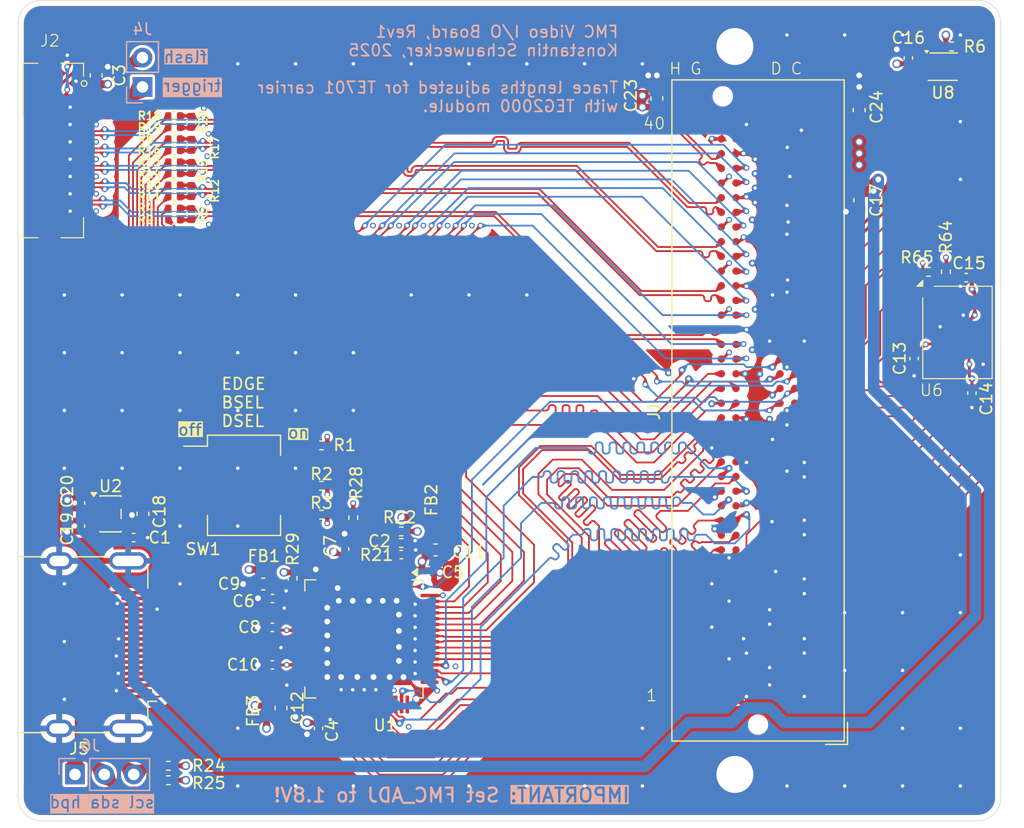
<source format=kicad_pcb>
(kicad_pcb (version 20241229) (generator "pcbnew") (generator_version "9.0")
  (layers (0 "F.Cu" signal) (4 "In1.Cu" signal) (6 "In2.Cu" signal) (2 "B.Cu" signal) (13 "F.Paste" user) (15 "B.Paste" user) (5 "F.SilkS" user "F.Silkscreen") (7 "B.SilkS" user "B.Silkscreen") (1 "F.Mask" user) (3 "B.Mask" user) (25 "Edge.Cuts" user))
  (net 0 "")
  (net 1 "GND")
  (net 14 "+5V")
  (net 15 "Net-(U1-VREF)")
  (net 16 "+3V3")
  (net 17 "Net-(C11-Pad1)")
  (net 18 "Net-(U1-PVDD)")
  (net 19 "Net-(C10-Pad1)")
  (net 20 "+1V8")
  (net 21 "Net-(U2-BP)")
  (net 22 "+12V")
  (net 23 "/ram_clk_P")
  (net 24 "/fmc/fmc_LA25_P")
  (net 25 "/rgb_clk_N")
  (net 26 "/rgb_clk_P")
  (net 27 "/rgb_vsync")
  (net 28 "/fmc/fmc_LA25_N")
  (net 29 "/fmc/fmc_LA17_N")
  (net 30 "/rgb_hsync")
  (net 31 "/fmc/fmc_LA26_P")
  (net 32 "/fmc/fmc_LA31_N")
  (net 33 "/fmc/fmc_LA29_P")
  (net 34 "/fmc/fmc_LA29_N")
  (net 35 "/fmc/fmc_LA14_N")
  (net 36 "/fmc/fmc_LA22_N")
  (net 37 "/fmc/fmc_LA26_N")
  (net 38 "/fmc/fmc_LA14_P")
  (net 39 "/fmc/fmc_LA33_P")
  (net 40 "/ram_clk_N")
  (net 41 "/fmc/fmc_LA33_N")
  (net 42 "/fmc/fmc_LA22_P")
  (net 43 "/fmc/fmc_LA31_P")
  (net 44 "/mipi/trigger_sensor")
  (net 45 "/mipi/flash_sensor")
  (net 47 "/hdmi/hdmi_scl")
  (net 48 "/hdmi/hdmi_sda")
  (net 50 "/hdmi/hdmi_hpd")
  (net 51 "Net-(U1-EDGE{slash}HTPLG)")
  (net 52 "Net-(U1-BSEL{slash}SCL)")
  (net 53 "Net-(U1-DSEL{slash}SDA)")
  (net 54 "Net-(U1-~PD)")
  (net 55 "Net-(U1-TFADJ)")
  (net 56 "Net-(U6-~{RESET})")
  (net 57 "/hdmi/rgb_data4")
  (net 58 "/hdmi/rgb_data23")
  (net 59 "/hdmi/rgb_data9")
  (net 61 "/hdmi/rgb_data3")
  (net 62 "/hdmi/rgb_data2")
  (net 63 "/hdmi/rgb_data18")
  (net 64 "/hdmi/rgb_data6")
  (net 65 "/hdmi/rgb_data5")
  (net 66 "/hdmi/rgb_data0")
  (net 67 "/hdmi/rgb_data22")
  (net 68 "/hdmi/rgb_data14")
  (net 71 "/hdmi/rgb_data20")
  (net 72 "/hdmi/rgb_data19")
  (net 73 "/hdmi/rgb_data8")
  (net 75 "/hdmi/rgb_data15")
  (net 76 "/hdmi/rgb_data17")
  (net 77 "/hdmi/rgb_data12")
  (net 78 "/hdmi/rgb_data1")
  (net 79 "/hdmi/rgb_data13")
  (net 81 "/hdmi/rgb_data11")
  (net 83 "/hdmi/rgb_data16")
  (net 84 "/hdmi/rgb_data10")
  (net 85 "/hdmi/rgb_data21")
  (net 86 "/hdmi/rgb_data7")
  (net 87 "/ram/ram_dq6")
  (net 88 "/ram/ram_dq5")
  (net 89 "/ram/ram_dq2")
  (net 90 "/ram/ram_dq3")
  (net 91 "/ram/ram_dq0")
  (net 92 "/ram/ram_dq1")
  (net 93 "/ram/ram_dq4")
  (net 94 "/ram/ram_dq7")
  (net 100 "/fmc/fmc_CLK1_P")
  (net 105 "/hdmi/tmds_d2_N")
  (net 106 "/hdmi/tmds_d1_P")
  (net 107 "/hdmi/tmds_d0_N")
  (net 108 "/hdmi/tmds_ck_P")
  (net 109 "/hdmi/tmds_d1_N")
  (net 110 "/hdmi/tmds_ck_N")
  (net 111 "/hdmi/tmds_d2_P")
  (net 112 "/hdmi/tmds_d0_P")
  (net 113 "/fmc/fmc_CLK1_N")
  (net 114 "/fmc/fmc_LA27_N")
  (net 115 "/fmc/fmc_LA27_P")
  (net 116 "Net-(U8-EN)")
  (net 117 "/rgb_de")
  (net 118 "/ram_csn")
  (net 119 "/ram_rwds")
  (net 120 "/mipi_hs_dat1_N")
  (net 121 "/mipi_hs_dat2_N")
  (net 122 "/mipi_hs_clk_N")
  (net 123 "/mipi_hs_dat3_P")
  (net 124 "/mipi_hs_clk_P")
  (net 125 "/mipi_hs_dat1_P")
  (net 126 "/mipi_hs_dat0_N")
  (net 127 "/mipi_hs_dat3_N")
  (net 128 "/mipi_hs_dat0_P")
  (net 129 "/mipi_hs_dat2_P")
  (net 130 "/fmc/fmc_CLK0_P")
  (net 131 "/fmc/fmc_CLK0_N")
  (footprint "Resistor_SMD:R_0402_1005Metric" (layer "F.Cu") (at 100.99 81.01 90)
    (property "Reference" "R12")
    (property "Value" "150R / 1%")
  )
  (footprint "Capacitor_SMD:C_0402_1005Metric" (layer "F.Cu") (at 91.4 110 90)
    (property "Reference" "C19")
    (property "Value" "0.1uF")
  )
  (footprint "Package_SO:VSSOP-8_2.3x2mm_P0.5mm" (layer "F.Cu") (at 165.98 70.245)
    (property "Reference" "U8")
    (property "Value" "PCA9306DCU")
  )
  (footprint "MountingHole:MountingHole_3.2mm_M3_DIN965_Pad" (layer "F.Cu") (at 148 131.5)
    (property "Reference" "H2" (hide yes))
    (property "Value" "MountingHole_Pad" (hide yes))
  )
  (footprint "Capacitor_SMD:C_0603_1608Metric" (layer "F.Cu") (at 141.25 73 90)
    (property "Reference" "C23")
    (property "Value" "10uF")
  )
  (footprint "Resistor_SMD:R_0402_1005Metric" (layer "F.Cu") (at 99.5 79.5 180)
    (property "Reference" "R14")
    (property "Value" "100R / 1%")
  )
  (footprint "Capacitor_SMD:C_0402_1005Metric" (layer "F.Cu") (at 111.99 127.52 -90)
    (property "Reference" "C4")
    (property "Value" "0.1uF")
  )
  (footprint "Resistor_SMD:R_0402_1005Metric" (layer "F.Cu") (at 101 79.01 90)
    (property "Reference" "R15")
    (property "Value" "150R / 1%")
  )
  (footprint "Resistor_SMD:R_0402_1005Metric" (layer "F.Cu") (at 100.99 83 90)
    (property "Reference" "R5")
    (property "Value" "150R / 1%")
  )
  (footprint "Inductor_SMD:L_0402_1005Metric" (layer "F.Cu") (at 121.5 110.25 -90)
    (property "Reference" "FB2")
    (property "Value" "600R @ 100 MHz")
  )
  (footprint "Capacitor_SMD:C_0603_1608Metric" (layer "F.Cu") (at 96.8 108.95 -90)
    (property "Reference" "C18")
    (property "Value" "10uF")
  )
  (footprint "Resistor_SMD:R_0402_1005Metric" (layer "F.Cu") (at 164.75 88 180)
    (property "Reference" "R65")
    (property "Value" "10k")
  )
  (footprint "Resistor_SMD:R_0402_1005Metric" (layer "F.Cu") (at 100.99 75.02 90)
    (property "Reference" "R20")
    (property "Value" "150R / 1%")
  )
  (footprint "MountingHole:MountingHole_3.2mm_M3_DIN965_Pad" (layer "F.Cu") (at 148 68.5)
    (property "Reference" "H1" (hide yes))
    (property "Value" "MountingHole_Pad" (hide yes))
  )
  (footprint "Capacitor_SMD:C_0402_1005Metric" (layer "F.Cu") (at 163.5 95.5 -90)
    (property "Reference" "C13")
    (property "Value" "0.1uF")
  )
  (footprint "Connector_Samtec:Samtec_FMC_ASP-134604-01_4x40_Vertical" (layer "F.Cu") (at 150 100 180)
    (property "Reference" "J1")
    (property "Value" "~")
  )
  (footprint "Resistor_SMD:R_0402_1005Metric" (layer "F.Cu") (at 99.5 74.5)
    (property "Reference" "R18")
    (property "Value" "100R / 1%")
  )
  (footprint "Capacitor_SMD:C_0402_1005Metric" (layer "F.Cu") (at 168.5 98.5 -90)
    (property "Reference" "C14")
    (property "Value" "0.1uF")
  )
  (footprint "Resistor_SMD:R_0402_1005Metric" (layer "F.Cu") (at 166.74 68.5)
    (property "Reference" "R6")
    (property "Value" "10k")
  )
  (footprint "footprints:connector-molex-505110-2291" (layer "F.Cu") (at 91.46 77.5 -90)
    (property "Reference" "J2")
    (property "Value" "501951-2230")
  )
  (footprint "Resistor_SMD:R_0402_1005Metric" (layer "F.Cu") (at 99.5 81.5 180)
    (property "Reference" "R11")
    (property "Value" "100R / 1%")
  )
  (footprint "Resistor_SMD:R_0402_1005Metric" (layer "F.Cu") (at 166.25 88 90)
    (property "Reference" "R64")
    (property "Value" "10k")
  )
  (footprint "Inductor_SMD:L_0402_1005Metric" (layer "F.Cu") (at 107.48 113.77)
    (property "Reference" "FB1")
    (property "Value" "600R @ 100 MHz")
  )
  (footprint "Capacitor_SMD:C_0402_1005Metric" (layer "F.Cu") (at 91.4 108 -90)
    (property "Reference" "C20")
    (property "Value" "0.1uF")
  )
  (footprint "Capacitor_SMD:C_0603_1608Metric" (layer "F.Cu") (at 122.115 112.07)
    (property "Reference" "C11")
    (property "Value" "10uF")
  )
  (footprint "Resistor_SMD:R_0402_1005Metric" (layer "F.Cu") (at 109.74 114.52 -90)
    (property "Reference" "R29")
    (property "Value" "510R / 1%")
  )
  (footprint "Resistor_SMD:R_0402_1005Metric" (layer "F.Cu") (at 99.5 80.5)
    (property "Reference" "R10")
    (property "Value" "100R / 1%")
  )
  (footprint "Capacitor_SMD:C_0603_1608Metric" (layer "F.Cu") (at 92.75 71 90)
    (property "Reference" "C3")
    (property "Value" "10uF")
  )
  (footprint "Resistor_SMD:R_0402_1005Metric" (layer "F.Cu") (at 112.24 109.02 180)
    (property "Reference" "R3")
    (property "Value" "10k")
  )
  (footprint "Resistor_SMD:R_0402_1005Metric" (layer "F.Cu") (at 112.24 106.52 180)
    (property "Reference" "R2")
    (property "Value" "10k")
  )
  (footprint "Capacitor_SMD:C_0402_1005Metric" (layer "F.Cu") (at 108 116.27 180)
    (property "Reference" "C6")
    (property "Value" "0.1uF")
  )
  (footprint "Package_TO_SOT_SMD:SOT-23-5" (layer "F.Cu") (at 94 108.95)
    (property "Reference" "U2")
    (property "Value" "MIC5205-5.0YM5")
  )
  (footprint "Resistor_SMD:R_0402_1005Metric" (layer "F.Cu") (at 112.24 103.02 180)
    (property "Reference" "R1")
    (property "Value" "10k")
  )
  (footprint "Resistor_SMD:R_0402_1005Metric" (layer "F.Cu") (at 99.5 82.5)
    (property "Reference" "R4")
    (property "Value" "100R / 1%")
  )
  (footprint "Package_QFP:Texas_TQFP-64-1EP_10x10mm_P0.5mm_EP8x8mm_Mask5x5mm" (layer "F.Cu") (at 115.915 119.77 -90)
    (property "Reference" "U1")
    (property "Value" "TFP410PAPR")
  )
  (footprint "Resistor_SMD:R_0402_1005Metric" (layer "F.Cu") (at 119.14 111.47 180)
    (property "Reference" "R21")
    (property "Value" "10k")
  )
  (footprint "Resistor_SMD:R_0402_1005Metric" (layer "F.Cu") (at 99.5 78.5)
    (property "Reference" "R13")
    (property "Value" "100R / 1%")
  )
  (footprint "Resistor_SMD:R_0402_1005Metric" (layer "F.Cu") (at 99.5 77.5 180)
    (property "Reference" "R16")
    (property "Value" "100R / 1%")
  )
  (footprint "Capacitor_SMD:C_0402_1005Metric" (layer "F.Cu") (at 119.14 112.47)
    (property "Reference" "C2")
    (property "Value" "0.1uF")
  )
  (footprint "Capacitor_SMD:C_0402_1005Metric" (layer "F.Cu") (at 107.99 122.02 180)
    (property "Reference" "C10")
    (property "Value" "0.1uF")
  )
  (footprint "Capacitor_SMD:C_0603_1608Metric" (layer "F.Cu") (at 107.215 115.02 180)
    (property "Reference" "C9")
    (property "Value" "10uF")
  )
  (footprint "Capacitor_SMD:C_0603_1608Metric" (layer "F.Cu") (at 108.74 125.745 -90)
    (property "Reference" "C12")
    (property "Value" "10uF")
  )
  (footprint "Inductor_SMD:L_0402_1005Metric" (layer "F.Cu") (at 107.49 126.005 90)
    (property "Reference" "FB3")
    (property "Value" "600R @ 100 MHz")
  )
  (footprint "Capacitor_SMD:C_0402_1005Metric" (layer "F.Cu") (at 114.24 111.99 90)
    (property "Reference" "C7")
    (property "Value" "0.1uF")
  )
  (footprint "Resistor_SMD:R_0402_1005Metric" (layer "F.Cu") (at 99.5 76.5)
    (property "Reference" "R8")
    (property "Value" "100R / 1%")
  )
  (footprint "Resistor_SMD:R_0402_1005Metric" (layer "F.Cu") (at 101 77.01 90)
    (property "Reference" "R17")
    (property "Value" "150R / 1%")
  )
  (footprint "Resistor_SMD:R_0402_1005Metric" (layer "F.Cu") (at 99 132)
    (property "Reference" "R25")
    (property "Value" "10k")
  )
  (footprint "Resistor_SMD:R_0402_1005Metric" (layer "F.Cu") (at 99.5 75.5 180)
    (property "Reference" "R19")
    (property "Value" "100R / 1%")
  )
  (footprint "Capacitor_SMD:C_0402_1005Metric" (layer "F.Cu") (at 168 88.5 180)
    (property "Reference" "C15")
    (property "Value" "0.1uF")
  )
  (footprint "footprints:hyperram-winbond-8bit" (layer "F.Cu") (at 167.25 93.25)
    (property "Reference" "U6")
    (property "Value" "W956D8NBRA5I")
  )
  (footprint "Resistor_SMD:R_0402_1005Metric" (layer "F.Cu") (at 99 130.75)
    (property "Reference" "R24")
    (property "Value" "10k")
  )
  (footprint "Capacitor_SMD:C_0603_1608Metric" (layer "F.Cu") (at 158.75 74 90)
    (property "Reference" "C24")
    (property "Value" "10uF")
  )
  (footprint "Resistor_SMD:R_0402_1005Metric" (layer "F.Cu") (at 114.99 109.28 90)
    (property "Reference" "R28")
    (property "Value" "10k")
  )
  (footprint "Resistor_SMD:R_0402_1005Metric" (layer "F.Cu") (at 99.5 83.5 180)
    (property "Reference" "R9")
    (property "Value" "100R / 1%")
  )
  (footprint "Capacitor_SMD:C_0402_1005Metric" (layer "F.Cu") (at 121.5 113.87)
    (property "Reference" "C5")
    (property "Value" "0.1uF")
  )
  (footprint "Capacitor_SMD:C_0402_1005Metric" (layer "F.Cu") (at 96 111)
    (property "Reference" "C1")
    (property "Value" "0.1uF")
  )
  (footprint "Button_Switch_SMD:SW_DIP_SPSTx03_Slide_Omron_A6S-310x_W8.9mm_P2.54mm" (layer "F.Cu") (at 105.54 106.48)
    (property "Reference" "SW1")
    (property "Value" "SW_DIP_x03")
  )
  (footprint "Connector_Video:HDMI_A_Molex_208658-1001_Horizontal" (layer "F.Cu") (at 92.99 120.27 180)
    (property "Reference" "J5")
    (property "Value" "HDMI_A")
  )
  (footprint "Capacitor_SMD:C_0402_1005Metric" (layer "F.Cu") (at 163 69.5 90)
    (property "Reference" "C16")
    (property "Value" "0.1uF")
  )
  (footprint "Resistor_SMD:R_0402_1005Metric" (layer "F.Cu") (at 119.14 110.47 180)
    (property "Reference" "R22")
    (property "Value" "10k")
  )
  (footprint "Capacitor_SMD:C_0402_1005Metric" (layer "F.Cu") (at 107.99 118.77 180)
    (property "Reference" "C8")
    (property "Value" "0.1uF")
  )
  (footprint "Capacitor_SMD:C_0603_1608Metric" (layer "F.Cu") (at 158.8 81.8 -90)
    (property "Reference" "C17")
    (property "Value" "10uF")
  )
  (footprint "Connector_PinHeader_2.54mm:PinHeader_1x03_P2.54mm_Vertical" (layer "B.Cu") (at 90.92 131.5 -90)
    (property "Reference" "J6")
    (property "Value" "Conn_01x03")
  )
  (footprint "Connector_PinHeader_2.54mm:PinHeader_1x02_P2.54mm_Vertical" (layer "B.Cu") (at 96.76 72)
    (property "Reference" "J4")
    (property "Value" "Conn_01x02")
  )
  (gr_arc (start 171 133.5) (mid 170.414214 134.914214) (end 169 135.5) (stroke (width 0.05)) (layer "Edge.Cuts"))
  (gr_arc (start 169 64.5) (mid 170.414214 65.085786) (end 171 66.5) (stroke (width 0.05)) (layer "Edge.Cuts"))
  (gr_line (start 86 133.5) (end 86 66.5) (stroke (width 0.05)) (layer "Edge.Cuts"))
  (gr_line (start 169 135.5) (end 88 135.5) (stroke (width 0.05)) (layer "Edge.Cuts"))
  (gr_arc (start 86 66.5) (mid 86.585786 65.085786) (end 88 64.5) (stroke (width 0.05)) (layer "Edge.Cuts"))
  (gr_line (start 88 64.5) (end 169 64.5) (stroke (width 0.05)) (layer "Edge.Cuts"))
  (gr_line (start 171 66.5) (end 171 133.5) (stroke (width 0.05)) (layer "Edge.Cuts"))
  (gr_arc (start 88 135.5) (mid 86.585786 134.914214) (end 86 133.5) (stroke (width 0.05)) (layer "Edge.Cuts"))
  (gr_text "40" (at 140 75.75 0) (layer "F.SilkS") (effects (font (size 1 1) (thickness 0.1)) (justify left bottom)))
  (gr_text "H G" (at 142.25 71 -0) (layer "F.SilkS") (effects (font (size 1 1) (thickness 0.1)) (justify left bottom)))
  (gr_text "off" (at 99.75 102.25 0) (layer "F.SilkS" knockout) (effects (font (size 1 1) (thickness 0.15) (bold yes)) (justify left bottom)))
  (gr_text "1" (at 140.25 125.25 -0) (layer "F.SilkS") (effects (font (size 1 1) (thickness 0.1)) (justify left bottom)))
  (gr_text "EDGE\nBSEL\nDSEL" (at 103.5 101.5 0) (layer "F.SilkS") (effects (font (size 1 1) (thickness 0.15) (bold yes)) (justify left bottom)))
  (gr_text "D C" (at 151 71 -0) (layer "F.SilkS") (effects (font (size 1 1) (thickness 0.1)) (justify left bottom)))
  (gr_text "on" (at 109.25 102.5 0) (layer "F.SilkS" knockout) (effects (font (size 1 1) (thickness 0.15) (bold yes)) (justify left bottom)))
  (gr_text "FMC Video I/O Board, Rev1\nKonstantin Schauwecker, 2025\n\nTrace lengths adjusted for TE701 carrier\nwith TEG2000 module." (at 138 74.25 0) (layer "B.SilkS") (effects (font (size 1 1) (thickness 0.15) (bold yes)) (justify left bottom mirror)))
  (gr_text "flash" (at 98.5 70 0) (layer "B.SilkS" knockout) (effects (font (size 1 1) (thickness 0.15) (bold yes)) (justify right bottom mirror)))
  (gr_text "Set FMC_ADJ to 1.8V!" (at 127.75 134 0) (layer "B.SilkS") (effects (font (size 1.2 1.2) (thickness 0.2) (bold yes)) (justify left bottom mirror)))
  (gr_text "scl sda hpd" (at 93.25 134.5 0) (layer "B.SilkS" knockout) (effects (font (size 1 1) (thickness 0.15) (bold yes)) (justify bottom mirror)))
  (gr_text "IMPORTANT:" (at 139 134 0) (layer "B.SilkS" knockout) (effects (font (size 1.2 1.2) (thickness 0.2) (bold yes)) (justify left bottom mirror)))
  (gr_text "trigger" (at 98.5 72.5 0) (layer "B.SilkS" knockout) (effects (font (size 1 1) (thickness 0.15) (bold yes)) (justify right bottom mirror)))
  (segment (start 153.955 110.795) (end 154 110.75) (width 0.25) (layer "F.Cu") (net 1))
  (segment (start 107.52 116.27) (end 106.77 116.27) (width 0.25) (layer "F.Cu") (net 1))
  (segment (start 157.825 82.575) (end 157.6 82.8) (width 0.5) (layer "F.Cu") (net 1))
  (segment (start 153.175 90.424187) (end 152.509679 89.758866) (width 0.25) (layer "F.Cu") (net 1))
  (segment (start 111.01 128) (end 110.99 128.02) (width 0.25) (layer "F.Cu") (net 1))
  (segment (start 91.87 108.95) (end 91.4 108.48) (width 0.5) (layer "F.Cu") (net 1))
  (segment (start 158.75 73.225) (end 158.75 72) (width 1) (layer "F.Cu") (net 1))
  (segment (start 96.275 116.77) (end 97.877 116.77) (width 0.25) (layer "F.Cu") (net 1))
  (segment (start 151.025 122.225) (end 151 122.25) (width 0.25) (layer "F.Cu") (net 1))
  (segment (start 151.82675 98.095) (end 151.25 98.67175) (width 0.25) (layer "F.Cu") (net 1))
  (segment (start 91.46 75.25) (end 90.5 75.25) (width 0.15) (layer "F.Cu") (net 1))
  (segment (start 153.955 120.955) (end 154 121) (width 0.25) (layer "F.Cu") (net 1))
  (segment (start 111.75 113.75) (end 112.095 114.095) (width 0.25) (layer "F.Cu") (net 1))
  (segment (start 148.095 89.205) (end 148.955 89.205) (width 0.25) (layer "F.Cu") (net 1))
  (segment (start 148.095 81.585) (end 148.915 81.585) (width 0.25) (layer "F.Cu") (net 1))
  (segment (start 153.175 80.175) (end 152.75 79.75) (width 0.25) (layer "F.Cu") (net 1))
  (segment (start 146.825 106.985) (end 146.765 106.985) (width 0.25) (layer "F.Cu") (net 1))
  (segment (start 91.46 76.75) (end 92.75 76.75) (width 0.15) (layer "F.Cu") (net 1))
  (segment (start 148.885 100.635) (end 149 100.75) (width 0.25) (layer "F.Cu") (net 1))
  (segment (start 110.24 116.02) (end 109.583553 116.02) (width 0.25) (layer "F.Cu") (net 1))
  (segment (start 153.175 89.205) (end 153.054487 89.205) (width 0.25) (layer "F.Cu") (net 1))
  (segment (start 153.985 124.765) (end 154 124.75) (width 0.25) (layer "F.Cu") (net 1))
  (segment (start 146.765 106.985) (end 146.25 107.5) (width 0.25) (layer "F.Cu") (net 1))
  (segment (start 153.062469 95.555) (end 153.175 95.555) (width 0.25) (layer "F.Cu") (net 1))
  (segment (start 153.175 85.395) (end 153.145 85.395) (width 0.25) (layer "F.Cu") (net 1))
  (segment (start 91.46 73.75) (end 90.5 73.75) (width 0.15) (layer "F.Cu") (net 1))
  (segment (start 153.175 124.765) (end 153.985 124.765) (width 0.25) (layer "F.Cu") (net 1))
  (segment (start 106.77 116.27) (end 106.75 116.25) (width 0.25) (layer "F.Cu") (net 1))
  (segment (start 153.175 110.795) (end 153.955 110.795) (width 0.25) (layer "F.Cu") (net 1))
  (segment (start 108.74 126.52) (end 109.99 126.52) (width 0.5) (layer "F.Cu") (net 1))
  (segment (start 91.97 108.95) (end 91.4 109.52) (width 0.5) (layer "F.Cu") (net 1))
  (segment (start 153.062401 77.775) (end 152.519869 77.232468) (width 0.25) (layer "F.Cu") (net 1))
  (segment (start 153.175 99.36) (end 153.14 99.36) (width 0.25) (layer "F.Cu") (net 1))
  (segment (start 148.745 108.255) (end 149 108) (width 0.25) (layer "F.Cu") (net 1))
  (segment (start 158.8 82.575) (end 157.825 82.575) (width 0.5) (layer "F.Cu") (net 1))
  (segment (start 113.665 114.095) (end 113.665 115.345) (width 0.25) (layer "F.Cu") (net 1))
  (segment (start 163 69.02) (end 164.105 69.02) (width 0.25) (layer "F.Cu") (net 1))
  (segment (start 98.025002 116.918002) (end 98.025002 117.2) (width 0.25) (layer "F.Cu") (net 1))
  (segment (start 153.175 120.955) (end 153.955 120.955) (width 0.25) (layer "F.Cu") (net 1))
  (segment (start 96.48 111) (end 97.2 111) (width 0.25) (layer "F.Cu") (net 1))
  (segment (start 148.095 100.635) (end 148.885 100.635) (width 0.25) (layer "F.Cu") (net 1))
  (segment (start 148.985 124.765) (end 149 124.75) (width 0.25) (layer "F.Cu") (net 1))
  (segment (start 122.71175 116.02) (end 122.74 115.99175) (width 0.25) (layer "F.Cu") (net 1))
  (segment (start 151.905 113.335) (end 151.905 113.556714) (width 0.25) (layer "F.Cu") (net 1))
  (segment (start 146.795 110.795) (end 146.25 110.25) (width 0.25) (layer "F.Cu") (net 1))
  (segment (start 113.165 126.585) (end 113 126.75) (width 0.25) (layer "F.Cu") (net 1))
  (segment (start 151.84 101.91) (end 151.25 102.5) (width 0.25) (layer "F.Cu") (net 1))
  (segment (start 153.115 100.635) (end 152.5 101.25) (width 0.25) (layer "F.Cu") (net 1))
  (segment (start 119.99 112.47) (end 120.39 112.07) (width 0.25) (layer "F.Cu") (net 1))
  (segment (start 146.825 99.365) (end 146.05675 99.365) (width 0.25) (layer "F.Cu") (net 1))
  (segment (start 96.8 109.725) (end 96.523561 109.725) (width 0.5) (layer "F.Cu") (net 1))
  (segment (start 91.46 76.75) (end 90.5 76.75) (width 0.15) (layer "F.Cu") (net 1))
  (segment (start 92.75 70.225) (end 93.725 70.225) (width 0.5) (layer "F.Cu") (net 1))
  (segment (start 93.725 70.225) (end 93.75 70.25) (width 0.5) (layer "F.Cu") (net 1))
  (segment (start 148.095 96.825) (end 148.875 96.825) (width 0.25) (layer "F.Cu") (net 1))
  (segment (start 153.175 119.685) (end 153.935 119.685) (width 0.25) (layer "F.Cu") (net 1))
  (segment (start 148.725 77.775) (end 148.75 77.75) (width 0.25) (layer "F.Cu") (net 1))
  (segment (start 91.46 82.75) (end 92.75 82.75) (width 0.15) (layer "F.Cu") (net 1))
  (segment (start 146.05675 99.365) (end 146 99.42175) (width 0.25) (layer "F.Cu") (net 1))
  (segment (start 162.27 69.02) (end 162 68.75) (width 0.25) (layer "F.Cu") (net 1))
  (segment (start 91.46 82.75) (end 90.5 82.75) (width 0.15) (layer "F.Cu") (net 1))
  (segment (start 146.825 87.935) (end 146.825 87.925) (width 0.25) (layer "F.Cu") (net 1))
  (segment (start 163.5 95.98) (end 163.5 97) (width 0.25) (layer "F.Cu") (net 1))
  (segment (start 107.51 118.77) (end 106.74 118.77) (width 0.25) (layer "F.Cu") (net 1))
  (segment (start 148.095 112.065) (end 148.095 112.155) (width 0.25) (layer "F.Cu") (net 1))
  (segment (start 107.51 122.02) (end 106.74 122.02) (width 0.25) (layer "F.Cu") (net 1))
  (segment (start 153.175 115.875) (end 153.979 115.875) (width 0.25) (layer "F.Cu") (net 1))
  (segment (start 146.066751 103.17) (end 145.995924 103.240827) (width 0.25) (layer "F.Cu") (net 1))
  (segment (start 148.095 119.685) (end 148.685 119.685) (width 0.25) (layer "F.Cu") (net 1))
  (segment (start 148.095 93.015) (end 148.985 93.015) (width 0.25) (layer "F.Cu") (net 1))
  (segment (start 146.825 114.605) (end 146.395 114.605) (width 0.25) (layer "F.Cu") (net 1))
  (segment (start 146.875 84.125) (end 147.5 83.5) (width 0.25) (layer "F.Cu") (net 1))
  (segment (start 153.935 119.685) (end 154 119.75) (width 0.25) (layer "F.Cu") (net 1))
  (segment (start 153.97325 114.605) (end 154 114.57825) (width 0.25) (layer "F.Cu") (net 1))
  (segment (start 151.105 117.145) (end 151 117.25) (width 0.25) (layer "F.Cu") (net 1))
  (segment (start 165.75 92.75) (end 165.25 93.25) (width 0.25) (layer "F.Cu") (net 1))
  (segment (start 109.49 123.52) (end 109.24 123.77) (width 0.25) (layer "F.Cu") (net 1))
  (segment (start 110.24 120.52) (end 108.74 120.52) (width 0.25) (layer "F.Cu") (net 1))
  (segment (start 148.095 124.765) (end 148.985 124.765) (width 0.25) (layer "F.Cu") (net 1))
  (segment (start 148.955 120.955) (end 149 121) (width 0.25) (layer "F.Cu") (net 1))
  (segment (start 151.905 105.715) (end 152.035 105.715) (width 0.25) (layer "F.Cu") (net 1))
  (segment (start 153.054487 89.205) (end 152.556376 88.706889) (width 0.25) (layer "F.Cu") (net 1))
  (segment (start 153.035935 84.125) (end 152.598718 83.687783) (width 0.25) (layer "F.Cu") (net 1))
  (segment (start 151.905 123.495) (end 151.255 123.495) (width 0.25) (layer "F.Cu") (net 1))
  (segment (start 148.915 81.585) (end 149 81.5) (width 0.25) (layer "F.Cu") (net 1))
  (segment (start 146.825 95.555) (end 146.91675 95.555) (width 0.25) (layer "F.Cu") (net 1))
  (segment (start 163 69.02) (end 162.27 69.02) (width 0.25) (layer "F.Cu") (net 1))
  (segment (start 153.145 85.395) (end 152.5 84.75) (width 0.25) (layer "F.Cu") (net 1))
  (segment (start 110.24 117.52) (end 109.395822 117.52) (width 0.25) (layer "F.Cu") (net 1))
  (segment (start 151.255 123.495) (end 151 123.75) (width 0.25) (layer "F.Cu") (net 1))
  (segment (start 122.89 112.07) (end 123.94 112.07) (width 0.5) (layer "F.Cu") (net 1))
  (segment (start 120.140278 111.47) (end 120.339908 111.27037) (width 0.25) (layer "F.Cu") (net 1))
  (segment (start 121.59 116.02) (end 122.71175 116.02) (width 0.25) (layer "F.Cu") (net 1))
  (segment (start 151.905 90.475) (end 151.725 90.475) (width 0.25) (layer "F.Cu") (net 1))
  (segment (start 109.015002 117.13918) (end 109.015002 117.102177) (width 0.25) (layer "F.Cu") (net 1))
  (segment (start 151.285 94.285) (end 151 94) (width 0.25) (layer "F.Cu") (net 1))
  (segment (start 153.175 100.635) (end 153.115 100.635) (width 0.25) (layer "F.Cu") (net 1))
  (segment (start 147.5 121.5) (end 146.825 122.175) (width 0.25) (layer "F.Cu") (net 1))
  (segment (start 146.825 76.505) (end 146.03325 76.505) (width 0.25) (layer "F.Cu") (net 1))
  (segment (start 114.24 111.51) (end 114.24 110.67) (width 0.25) (layer "F.Cu") (net 1))
  (segment (start 96.275 122.77) (end 94.68924 122.77) (width 0.25) (layer "F.Cu") (net 1))
  (segment (start 151.905 122.225) (end 151.025 122.225) (width 0.25) (layer "F.Cu") (net 1))
  (segment (start 146.825 103.17) (end 146.066751 103.17) (width 0.25) (layer "F.Cu") (net 1))
  (segment (start 151.905 94.285) (end 151.285 94.285) (width 0.25) (layer "F.Cu") (net 1))
  (segment (start 141.25 71) (end 140.5 71) (width 0.5) (layer "F.Cu") (net 1))
  (segment (start 91.46 78.25) (end 90.5 78.25) (width 0.15) (layer "F.Cu") (net 1))
  (segment (start 119.62 112.47) (end 119.99 112.47) (width 0.25) (layer "F.Cu") (net 1))
  (segment (start 146.935 80.315) (end 147.5 79.75) (width 0.25) (layer "F.Cu") (net 1))
  (segment (start 119.665 125.445) (end 119.965 125.445) (width 0.25) (layer "F.Cu") (net 1))
  (segment (start 148.095 108.255) (end 148.745 108.255) (width 0.25) (layer "F.Cu") (net 1))
  (segment (start 151.305713 109.525) (end 151.207806 109.622907) (width 0.25) (layer "F.Cu") (net 1))
  (segment (start 91.46 78.25) (end 92.75 78.25) (width 0.15) (layer "F.Cu") (net 1))
  (segment (start 153.175 84.125) (end 153.035935 84.125) (width 0.25) (layer "F.Cu") (net 1))
  (segment (start 146.825 91.745) (end 146.97675 91.745) (width 0.25) (layer "F.Cu") (net 1))
  (segment (start 152.035 105.715) (end 152.5 105.25) (width 0.25) (layer "F.Cu") (net 1))
  (segment (start 148.095 77.775) (end 148.725 77.775) (width 0.25) (layer "F.Cu") (net 1))
  (segment (start 146.825 84.125) (end 146.875 84.125) (width 0.25) (layer "F.Cu") (net 1))
  (segment (start 121.98 113.87) (end 122.34 113.87) (width 0.5) (layer "F.Cu") (net 1))
  (segment (start 96.523561 109.725) (end 95.849919 109.051358) (width 0.5) (layer "F.Cu") (net 1))
  (segment (start 146.395 114.605) (end 146 115) (width 0.25) (layer "F.Cu") (net 1))
  (segment (start 153.175 82.855) (end 153.105 82.855) (width 0.25) (layer "F.Cu") (net 1))
  (segment (start 167.25 92.25) (end 167.75 91.75) (width 0.25) (layer "F.Cu") (net 1))
  (segment (start 92.8625 108.95) (end 91.97 108.95) (width 0.5) (layer "F.Cu") (net 1))
  (segment (start 94.68924 122.77) (end 94.671363 122.752123) (width 0.25) (layer "F.Cu") (net 1))
  (segment (start 106.44 115.02) (end 105.465 115.02) (width 0.5) (layer "F.Cu") (net 1))
  (segment (start 148.095 104.445) (end 148.945 104.445) (width 0.25) (layer "F.Cu") (net 1))
  (segment (start 152.5 96.117469) (end 153.062469 95.555) (width 0.25) (layer "F.Cu") (net 1))
  (segment (start 148.685 119.685) (end 148.75 119.75) (width 0.25) (layer "F.Cu") (net 1))
  (segment (start 94.52 124.27) (end 94.5 124.25) (width 0.25) (layer "F.Cu") (net 1))
  (segment (start 91.46 79.75) (end 92.75 79.75) (width 0.15) (layer "F.Cu") (net 1))
  (segment (start 109.395822 117.52) (end 109.015002 117.13918) (width 0.25) (layer "F.Cu") (net 1))
  (segment (start 148.955 89.205) (end 149 89.25) (width 0.25) (layer "F.Cu") (net 1))
  (segment (start 119.65 111.47) (end 120.140278 111.47) (width 0.25) (layer "F.Cu") (net 1))
  (segment (start 113.665 115.345) (end 113.64 115.37) (width 0.25) (layer "F.Cu") (net 1))
  (segment (start 153.975 109.525) (end 154 109.5) (width 0.25) (layer "F.Cu") (net 1))
  (segment (start 153.175 104.445) (end 153.945 104.445) (width 0.25) (layer "F.Cu") (net 1))
  (segment (start 164.105 69.02) (end 164.58 69.495) (width 0.25) (layer "F.Cu") (net 1))
  (segment (start 168.5 98.98) (end 168.5 99.75) (width 0.25) (layer "F.Cu") (net 1))
  (segment (start 96.275 124.27) (end 94.52 124.27) (width 0.25) (layer "F.Cu") (net 1))
  (segment (start 153.175 80.315) (end 153.175 80.175) (width 0.25) (layer "F.Cu") (net 1))
  (segment (start 96.48 111) (end 96.48 110.045) (width 0.25) (layer "F.Cu") (net 1))
  (segment (start 151.905 101.91) (end 151.84 101.91) (width 0.25) (layer "F.Cu") (net 1))
  (segment (start 119.965 125.445) (end 120.44 124.97) (width 0.25) (layer "F.Cu") (net 1))
  (segment (start 158.75 72) (end 158.75 71) (width 1) (layer "F.Cu") (net 1))
  (segment (start 169.25 95.77825) (end 169.47175 96) (width 0.25) (layer "F.Cu") (net 1))
  (segment (start 96.275 119.77) (end 94.692157 119.770001) (width 0.25) (layer "F.Cu") (net 1))
  (segment (start 153.175 94.285) (end 153.715 94.285) (width 0.25) (layer "F.Cu") (net 1))
  (segment (start 151.725 90.475) (end 151.25 90) (width 0.25) (layer "F.Cu") (net 1))
  (segment (start 153.715 94.285) (end 154 94) (width 0.25) (layer "F.Cu") (net 1))
  (segment (start 151.905 118.415) (end 151.085 118.415) (width 0.25) (layer "F.Cu") (net 1))
  (segment (start 148.095 120.955) (end 148.955 120.955) (width 0.25) (layer "F.Cu") (net 1))
  (segment (start 169.25 95.25) (end 169.25 95.77825) (width 0.25) (layer "F.Cu") (net 1))
  (segment (start 148.095 85.395) (end 148.355 85.395) (width 0.25) (layer "F.Cu") (net 1))
  (segment (start 148.095 75.235) (end 148.985 75.235) (width 0.25) (layer "F.Cu") (net 1))
  (segment (start 96.275 121.27) (end 94.52 121.27) (width 0.25) (layer "F.Cu") (net 1))
  (segment (start 146.03325 76.505) (end 146 76.47175) (width 0.25) (layer "F.Cu") (net 1))
  (segment (start 109.583553 116.02) (end 109.18 115.616447) (width 0.25) (layer "F.Cu") (net 1))
  (segment (start 151.905 98.095) (end 151.82675 98.095) (width 0.25) (layer "F.Cu") (net 1))
  (segment (start 148.945 104.445) (end 149 104.5) (width 0.25) (layer "F.Cu") (net 1))
  (segment (start 91.46 79.75) (end 90.5 79.75) (width 0.15) (layer "F.Cu") (net 1))
  (segment (start 122.34 113.87) (end 122.49 114.02) (width 0.5) (layer "F.Cu") (net 1))
  (segment (start 167.52 89.23) (end 167.5 89.25) (width 0.25) (layer "F.Cu") (net 1))
  (segment (start 97.877 116.77) (end 98.025002 116.918002) (width 0.25) (layer "F.Cu") (net 1))
  (segment (start 153.945 104.445) (end 154 104.5) (width 0.25) (layer "F.Cu") (net 1))
  (segment (start 151.905 109.525) (end 151.305713 109.525) (width 0.25) (layer "F.Cu") (net 1))
  (segment (start 153.14 99.36) (end 152.5 100) (width 0.25) (layer "F.Cu") (net 1))
  (segment (start 113.165 125.445) (end 113.165 126.585) (width 0.25) (layer "F.Cu") (net 1))
  (segment (start 96.275 116.77) (end 94.652938 116.77) (width 0.25) (layer "F.Cu") (net 1))
  (segment (start 153.105 82.855) (end 152.5 82.25) (width 0.25) (layer "F.Cu") (net 1))
  (segment (start 91.46 81.25) (end 92.75 81.25) (width 0.15) (layer "F.Cu") (net 1))
  (segment (start 148.355 85.395) (end 148.75 85) (width 0.25) (layer "F.Cu") (net 1))
  (segment (start 151.905 113.556714) (end 151.52825 113.933464) (width 0.25) (layer "F.Cu") (net 1))
  (segment (start 146.825 87.925) (end 147.5 87.25) (width 0.25) (layer "F.Cu") (net 1))
  (segment (start 148.095 115.875) (end 148.095 115.905) (width 0.25) (layer "F.Cu") (net 1))
  (segment (start 112.095 114.095) (end 112.165 114.095) (width 0.25) (layer "F.Cu") (net 1))
  (segment (start 146.91675 95.555) (end 147.5 94.97175) (width 0.25) (layer "F.Cu") (net 1))
  (segment (start 111.99 128) (end 111.01 128) (width 0.25) (layer "F.Cu") (net 1))
  (segment (start 153.175 109.525) (end 153.975 109.525) (width 0.25) (layer "F.Cu") (net 1))
  (segment (start 110.24 123.52) (end 109.49 123.52) (width 0.25) (layer "F.Cu") (net 1))
  (segment (start 153.175 77.775) (end 153.062401 77.775) (width 0.25) (layer "F.Cu") (net 1))
  (segment (start 153.979 115.875) (end 154 115.854) (width 0.25) (layer "F.Cu") (net 1))
  (segment (start 94.652938 116.77) (end 94.58475 116.701812) (width 0.25) (layer "F.Cu") (net 1))
  (segment (start 153.965 105.715) (end 154 105.75) (width 0.25) (layer "F.Cu") (net 1))
  (segment (start 92.8625 108.95) (end 91.87 108.95) (width 0.5) (layer "F.Cu") (net 1))
  (segment (start 146.825 122.175) (end 146.825 122.225) (width 0.25) (layer "F.Cu") (net 1))
  (segment (start 148.095 112.155) (end 147.5 112.75) (width 0.25) (layer "F.Cu") (net 1))
  (segment (start 146.825 110.795) (end 146.795 110.795) (width 0.25) (layer "F.Cu") (net 1))
  (segment (start 94.52 121.27) (end 94.5 121.25) (width 0.25) (layer "F.Cu") (net 1))
  (segment (start 146.825 80.315) (end 146.935 80.315) (width 0.25) (layer "F.Cu") (net 1))
  (segment (start 146.335 118.415) (end 146 118.75) (width 0.25) (layer "F.Cu") (net 1))
  (segment (start 148.095 115.905) (end 147.5 116.5) (width 0.25) (layer "F.Cu") (net 1))
  (segment (start 91.46 75.25) (end 92.75 75.25) (width 0.15) (layer "F.Cu") (net 1))
  (segment (start 148.985 75.235) (end 149 75.25) (width 0.25) (layer "F.Cu") (net 1))
  (segment (start 153.175 114.605) (end 153.97325 114.605) (width 0.25) (layer "F.Cu") (net 1))
  (segment (start 152.5 96.25) (end 152.5 96.117469) (width 0.25) (layer "F.Cu") (net 1))
  (segment (start 153.235 75.235) (end 153.75 75.75) (width 0.25) (layer "F.Cu") (net 1))
  (segment (start 148.985 93.015) (end 149 93) (width 0.25) (layer "F.Cu") (net 1))
  (segment (start 153.175 105.715) (end 153.965 105.715) (width 0.25) (layer "F.Cu") (net 1))
  (segment (start 96.48 110.045) (end 96.8 109.725) (width 0.25) (layer "F.Cu") (net 1))
  (segment (start 151.085 118.415) (end 151 118.5) (width 0.25) (layer "F.Cu") (net 1))
  (segment (start 146.97675 91.745) (end 147.5 91.22175) (width 0.25) (layer "F.Cu") (net 1))
  (segment (start 153.175 75.235) (end 153.235 75.235) (width 0.25) (layer "F.Cu") (net 1))
  (segment (start 141.25 72.225) (end 141.25 71) (width 0.5) (layer "F.Cu") (net 1))
  (segment (start 153.175 90.475) (end 153.175 90.424187) (width 0.25) (layer "F.Cu") (net 1))
  (segment (start 167.52 88.5) (end 167.52 89.23) (width 0.25) (layer "F.Cu") (net 1))
  (segment (start 146.825 118.415) (end 146.335 118.415) (width 0.25) (layer "F.Cu") (net 1))
  (segment (start 91.46 81.25) (end 90.5 81.25) (width 0.15) (layer "F.Cu") (net 1))
  (segment (start 151.905 117.145) (end 151.105 117.145) (width 0.25) (layer "F.Cu") (net 1))
  (via (at 112.74 119.47) (size 0.75) (drill 0.5) (layers "F.Cu" "B.Cu") (net 1))
  (via (at 125.25 84) (size 0.5) (drill 0.3) (layers "F.Cu" "B.Cu") (net 1))
  (via (at 149 93) (size 0.5) (drill 0.3) (layers "F.Cu" "B.Cu") (net 1))
  (via (at 152.5 84.75) (size 0.6) (drill 0.3) (layers "F.Cu" "B.Cu") (net 1))
  (via (at 167.5 127.5) (size 0.5) (drill 0.3) (layers "F.Cu" "B.Cu") (net 1))
  (via (at 151.25 98.67175) (size 0.6) (drill 0.3) (layers "F.Cu" "B.Cu") (net 1))
  (via (at 90 95) (size 0.5) (drill 0.3) (layers "F.Cu" "B.Cu") (net 1))
  (via (at 94.692157 119.770001) (size 0.5) (drill 0.3) (layers "F.Cu" "B.Cu") (net 1))
  (via (at 110 90) (size 0.5) (drill 0.3) (layers "F.Cu" "B.Cu") (net 1))
  (via (at 106.74 118.77) (size 0.75) (drill 0.5) (layers "F.Cu" "B.Cu") (net 1))
  (via (at 151.207806 109.622907) (size 0.5) (drill 0.3) (layers "F.Cu" "B.Cu") (net 1))
  (via (at 108.74 120.52) (size 0.5) (drill 0.3) (layers "F.Cu" "B.Cu") (net 1))
  (via (at 152.5 67.5) (size 0.5) (drill 0.3) (layers "F.Cu" "B.Cu") (net 1))
  (via (at 140 70) (size 0.5) (drill 0.3) (layers "F.Cu" "B.Cu") (net 1))
  (via (at 92.75 81.25) (size 0.5) (drill 0.3) (layers "F.Cu" "B.Cu") (net 1))
  (via (at 158.75 72) (size 0.75) (drill 0.5) (layers "F.Cu" "B.Cu") (net 1))
  (via (at 120.34 116.77) (size 0.5) (drill 0.3) (layers "F.Cu" "B.Cu") (net 1))
  (via (at 146 99.42175) (size 0.6) (drill 0.3) (layers "F.Cu" "B.Cu") (net 1))
  (via (at 140 132.5) (size 0.5) (drill 0.3) (layers "F.Cu" "B.Cu") (net 1))
  (via (at 92.75 78.25) (size 0.5) (drill 0.3) (layers "F.Cu" "B.Cu") (net 1))
  (via (at 157.6 82.8) (size 0.75) (drill 0.5) (layers "F.Cu" "B.Cu") (net 1))
  (via (at 148.75 119.75) (size 0.6) (drill 0.3) (layers "F.Cu" "B.Cu") (net 1))
  (via (at 149 108) (size 0.6) (drill 0.3) (layers "F.Cu" "B.Cu") (net 1))
  (via (at 102.46 80.05) (size 0.5) (drill 0.3) (layers "F.Cu" "B.Cu") (net 1))
  (via (at 109.24 123.77) (size 0.5) (drill 0.3) (layers "F.Cu" "B.Cu") (net 1))
  (via (at 139.25 97.25) (size 0.6) (drill 0.3) (layers "F.Cu" "B.Cu") (net 1))
  (via (at 111.75 113.75) (size 0.75) (drill 0.5) (layers "F.Cu" "B.Cu") (net 1))
  (via (at 94.58475 116.701812) (size 0.5) (drill 0.3) (layers "F.Cu" "B.Cu") (net 1))
  (via (at 152.5 82.25) (size 0.6) (drill 0.3) (layers "F.Cu" "B.Cu") (net 1))
  (via (at 154 121) (size 0.6) (drill 0.3) (layers "F.Cu" "B.Cu") (net 1))
  (via (at 120.34 117.77) (size 0.5) (drill 0.3) (layers "F.Cu" "B.Cu") (net 1))
  (via (at 116.34 116.47) (size 0.75) (drill 0.5) (layers "F.Cu" "B.Cu") (net 1))
  (via (at 100 105) (size 0.5) (drill 0.3) (layers "F.Cu" "B.Cu") (net 1))
  (via (at 98.025002 117.2) (size 0.5) (drill 0.3) (layers "F.Cu" "B.Cu") (net 1))
  (via (at 151 94) (size 0.6) (drill 0.3) (layers "F.Cu" "B.Cu") (net 1))
  (via (at 149 89.25) (size 0.5) (drill 0.3) (layers "F.Cu" "B.Cu") (net 1))
  (via (at 149.5 94.75) (size 0.6) (drill 0.3) (layers "F.Cu" "B.Cu") (net 1))
  (via (at 109.99 126.52) (size 0.75) (drill 0.5) (layers "F.Cu" "B.Cu") (net 1))
  (via (at 116.700003 84) (size 0.5) (drill 0.3) (layers "F.Cu" "B.Cu") (net 1))
  (via (at 90 100) (size 0.5) (drill 0.3) (layers "F.Cu" "B.Cu") (net 1))
  (via (at 90 105) (size 0.5) (drill 0.3) (layers "F.Cu" "B.Cu") (net 1))
  (via (at 120 70) (size 0.5) (drill 0.3) (layers "F.Cu" "B.Cu") (net 1))
  (via (at 130 70) (size 0.5) (drill 0.3) (layers "F.Cu" "B.Cu") (net 1))
  (via (at 140.5 71) (size 0.75) (drill 0.5) (layers "F.Cu" "B.Cu") (net 1))
  (via (at 152.598718 83.687783) (size 0.6) (drill 0.3) (layers "F.Cu" "B.Cu") (net 1))
  (via (at 146 118.75) (size 0.6) (drill 0.3) (layers "F.Cu" "B.Cu") (net 1))
  (via (at 90 115) (size 0.5) (drill 0.3) (layers "F.Cu" "B.Cu") (net 1))
  (via (at 151 118.5) (size 0.6) (drill 0.3) (layers "F.Cu" "B.Cu") (net 1))
  (via (at 151 117.25) (size 0.6) (drill 0.3) (layers "F.Cu" "B.Cu") (net 1))
  (via (at 154 105.75) (size 0.6) (drill 0.3) (layers "F.Cu" "B.Cu") (net 1))
  (via (at 123.830444 122.144427) (size 0.5) (drill 0.3) (layers "F.Cu" "B.Cu") (net 1))
  (via (at 112.74 123.07) (size 0.75) (drill 0.5) (layers "F.Cu" "B.Cu") (net 1))
  (via (at 151.25 90) (size 0.6) (drill 0.3) (layers "F.Cu" "B.Cu") (net 1))
  (via (at 122.25 124.25) (size 0.5) (drill 0.3) (layers "F.Cu" "B.Cu") (net 1))
  (via (at 146 76.47175) (size 0.5) (drill 0.3) (layers "F.Cu" "B.Cu") (net 1))
  (via (at 120.339908 111.27037) (size 0.5) (drill 0.3) (layers "F.Cu" "B.Cu") (net 1))
  (via (at 90.25 69.25) (size 0.5) (drill 0.3) (layers "F.Cu" "B.Cu") (net 1))
  (via (at 112.74 118.27) (size 0.75) (drill 0.5) (layers "F.Cu" "B.Cu") (net 1))
  (via (at 151 122.25) (size 0.6) (drill 0.3) (layers "F.Cu" "B.Cu") (net 1))
  (via (at 90.5 73.75) (size 0.5) (drill 0.3) (layers "F.Cu" "B.Cu") (net 1))
  (via (at 157.5 117.5) (size 0.5) (drill 0.3) (layers "F.Cu" "B.Cu") (net 1))
  (via (at 119.34 123.07) (size 0.75) (drill 0.5) (layers "F.Cu" "B.Cu") (net 1))
  (via (at 154 124.75) (size 0.6) (drill 0.3) (layers "F.Cu" "B.Cu") (net 1))
  (via (at 120.44 124.97) (size 0.75) (drill 0.5) (layers "F.Cu" "B.Cu") (net 1))
  (via (at 149.75 79.5) (size 0.6) (drill 0.3) (layers "F.Cu" "B.Cu") (net 1))
  (via (at 100 90) (size 0.5) (drill 0.3) (layers "F.Cu" "B.Cu") (net 1))
  (via (at 100 100) (size 0.5) (drill 0.3) (layers "F.Cu" "B.Cu") (net 1))
  (via (at 92.75 76.75) (size 0.5) (drill 0.3) (layers "F.Cu" "B.Cu") (net 1))
  (via (at 149.75 78.25) (size 0.6) (drill 0.3) (layers "F.Cu" "B.Cu") (net 1))
  (via (at 120 90) (size 0.5) (drill 0.3) (layers "F.Cu" "B.Cu") (net 1))
  (via (at 105.465 115.02) (size 0.75) (drill 0.5) (layers "F.Cu" "B.Cu") (net 1))
  (via (at 118.94 119.07) (size 0.75) (drill 0.5) (layers "F.Cu" "B.Cu") (net 1))
  (via (at 152.509679 89.758866) (size 0.6) (drill 0.3) (layers "F.Cu" "B.Cu") (net 1))
  (via (at 147.5 116.5) (size 0.6) (drill 0.3) (layers "F.Cu" "B.Cu") (net 1))
  (via (at 157.5 122.5) (size 0.5) (drill 0.3) (layers "F.Cu" "B.Cu") (net 1))
  (via (at 105 132.5) (size 0.5) (drill 0.3) (layers "F.Cu" "B.Cu") (net 1))
  (via (at 152.5 101.25) (size 0.6) (drill 0.3) (layers "F.Cu" "B.Cu") (net 1))
  (via (at 120.34 120.77) (size 0.5) (drill 0.3) (layers "F.Cu" "B.Cu") (net 1))
  (via (at 106.74 122.02) (size 0.75) (drill 0.5) (layers "F.Cu" "B.Cu") (net 1))
  (via (at 120.39 112.07) (size 0.5) (drill 0.3) (layers "F.Cu" "B.Cu") (net 1))
  (via (at 113.94 124.17) (size 0.5) (drill 0.3) (layers "F.Cu" "B.Cu") (net 1))
  (via (at 145.995924 103.240827) (size 0.6) (drill 0.3) (layers "F.Cu" "B.Cu") (net 1))
  (via (at 90 125) (size 0.5) (drill 0.3) (layers "F.Cu" "B.Cu") (net 1))
  (via (at 109.015002 117.102177) (size 0.5) (drill 0.3) (layers "F.Cu" "B.Cu") (net 1))
  (via (at 141.25 71) (size 0.75) (drill 0.5) (layers "F.Cu" "B.Cu") (net 1))
  (via (at 123.94 112.07) (size 0.75) (drill 0.5) (layers "F.Cu" "B.Cu") (net 1))
  (via (at 90.5 76.75) (size 0.5) (drill 0.3) (layers "F.Cu" "B.Cu") (net 1))
  (via (at 105 127.5) (size 0.5) (drill 0.3) (layers "F.Cu" "B.Cu") (net 1))
  (via (at 154 109.5) (size 0.6) (drill 0.3) (layers "F.Cu" "B.Cu") (net 1))
  (via (at 110 105) (size 0.5) (drill 0.3) (layers "F.Cu" "B.Cu") (net 1))
  (via (at 102.46 76.05) (size 0.5) (drill 0.3) (layers "F.Cu" "B.Cu") (net 1))
  (via (at 100 115) (size 0.5) (drill 0.3) (layers "F.Cu" "B.Cu") (net 1))
  (via (at 152.5 96.25) (size 0.6) (drill 0.3) (layers "F.Cu" "B.Cu") (net 1))
  (via (at 146.25 110.25) (size 0.6) (drill 0.3) (layers "F.Cu" "B.Cu") (net 1))
  (via (at 162.5 127.5) (size 0.5) (drill 0.3) (layers "F.Cu" "B.Cu") (net 1))
  (via (at 149.75 91.25) (size 0.6) (drill 0.3) (layers "F.Cu" "B.Cu") (net 1))
  (via (at 147.5 79.75) (size 0.5) (drill 0.3) (layers "F.Cu" "B.Cu") (net 1))
  (via (at 135 132.5) (size 0.5) (drill 0.3) (layers "F.Cu" "B.Cu") (net 1))
  (via (at 123.150021 84) (size 0.5) (drill 0.3) (layers "F.Cu" "B.Cu") (net 1))
  (via (at 154 110.75) (size 0.6) (drill 0.3) (layers "F.Cu" "B.Cu") (net 1))
  (via (at 149.75 82) (size 0.6) (drill 0.3) (layers "F.Cu" "B.Cu") (net 1))
  (via (at 153.75 75.75) (size 0.6) (drill 0.3) (layers "F.Cu" "B.Cu") (net 1))
  (via (at 151.25 102.5) (size 0.6) (drill 0.3) (layers "F.Cu" "B.Cu") (net 1))
  (via (at 110 70) (size 0.5) (drill 0.3) (layers "F.Cu" "B.Cu") (net 1))
  (via (at 106.75 116.25) (size 0.75) (drill 0.5) (layers "F.Cu" "B.Cu") (net 1))
  (via (at 102.5 83.9) (size 0.5) (drill 0.3) (layers "F.Cu" "B.Cu") (net 1))
  (via (at 93.75 70.25) (size 0.75) (drill 0.5) (layers "F.Cu" "B.Cu") (net 1))
  (via (at 142.25 96.75) (size 0.6) (drill 0.3) (layers "F.Cu" "B.Cu") (net 1))
  (via (at 92.75 75.25) (size 0.5) (drill 0.3) (layers "F.Cu" "B.Cu") (net 1))
  (via (at 120.34 118.77) (size 0.5) (drill 0.3) (layers "F.Cu" "B.Cu") (net 1))
  (via (at 120.34 121.77) (size 0.5) (drill 0.3) (layers "F.Cu" "B.Cu") (net 1))
  (via (at 113.64 115.37) (size 0.75) (drill 0.5) (layers "F.Cu" "B.Cu") (net 1))
  (via (at 151 100.75) (size 0.6) (drill 0.3) (layers "F.Cu" "B.Cu") (net 1))
  (via (at 125 132.5) (size 0.5) (drill 0.3) (layers "F.Cu" "B.Cu") (net 1))
  (via (at 152.5 100) (size 0.6) (drill 0.3) (layers "F.Cu" "B.Cu") (net 1))
  (via (at 162.5 122.5) (size 0.5) (drill 0.3) (layers "F.Cu" "B.Cu") (net 1))
  (via (at 92.75 82.75) (size 0.5) (drill 0.3) (layers "F.Cu" "B.Cu") (net 1))
  (via (at 149.75 80.75) (size 0.6) (drill 0.3) (layers "F.Cu" "B.Cu") (net 1))
  (via (at 90 90) (size 0.5) (drill 0.3) (layers "F.Cu" "B.Cu") (net 1))
  (via (at 116.74 123.07) (size 0.75) (drill 0.5) (layers "F.Cu" "B.Cu") (net 1))
  (via (at 115 95) (size 0.5) (drill 0.3) (layers "F.Cu" "B.Cu") (net 1))
  (via (at 90.5 75.25) (size 0.5) (drill 0.3) (layers "F.Cu" "B.Cu") (net 1))
  (via (at 149 124.75) (size 0.6) (drill 0.3) (layers "F.Cu" "B.Cu") (net 1))
  (via (at 120.34 119.77) (size 0.5) (drill 0.3) (layers "F.Cu" "B.Cu") (net 1))
  (via (at 152.519869 77.232468) (size 0.6) (drill 0.3) (layers "F.Cu" "B.Cu") (net 1))
  (via (at 95 105) (size 0.5) (drill 0.3) (layers "F.Cu" "B.Cu") (net 1))
  (via (at 102.06 73.85) (size 0.5) (drill 0.3) (layers "F.Cu" "B.Cu") (net 1))
  (via (at 147.5 91.22175) (size 0.5) (drill 0.3) (layers "F.Cu" "B.Cu") (net 1))
  (via (at 112.74 121.87) (size 0.75) (drill 0.5) (layers "F.Cu" "B.Cu") (net 1))
  (via (at 152.75 79.75) (size 0.6) (drill 0.3) (layers "F.Cu" "B.Cu") (net 1))
  (via (at 95 100) (size 0.5) (drill 0.3) (layers "F.Cu" "B.Cu") (net 1))
  (via (at 130 132.5) (size 0.5) (drill 0.3) (layers "F.Cu" "B.Cu") (net 1))
  (via (at 114.24 110.67) (size 0.75) (drill 0.5) (layers "F.Cu" "B.Cu") (net 1))
  (via (at 130 90) (size 0.5) (drill 0.3) (layers "F.Cu" "B.Cu") (net 1))
  (via (at 146.25 107.5) (size 0.6) (drill 0.3) (layers "F.Cu" "B.Cu") (net 1))
  (via (at 151.52825 113.933464) (size 0.5) (drill 0.3) (layers "F.Cu" "B.Cu") (net 1))
  (via (at 167.5 75) (size 0.5) (drill 0.3) (layers "F.Cu" "B.Cu") (net 1))
  (via (at 148.75 77.75) (size 0.5) (drill 0.3) (layers "F.Cu" "B.Cu") (net 1))
  (via (at 154 94) (size 0.6) (drill 0.3) (layers "F.Cu" "B.Cu") (net 1))
  (via (at 146 115) (size 0.6) (drill 0.3) (layers "F.Cu" "B.Cu") (net 1))
  (via (at 113.74 116.47) (size 0.75) (drill 0.5) (layers "F.Cu" "B.Cu") (net 1))
  (via (at 105 95) (size 0.5) (drill 0.3) (layers "F.Cu" "B.Cu") (net 1))
  (via (at 91 71.5) (size 0.5) (drill 0.3) (layers "F.Cu" "B.Cu") (net 1))
  (via (at 148.875 96.825) (size 0.6) (drill 0.3) (layers "F.Cu" "B.Cu") (net 1))
  (via (at 105 110) (size 0.5) (drill 0.3) (layers "F.Cu" "B.Cu") (net 1))
  (via (at 149 75.25) (size 0.6) (drill 0.3) (layers "F.Cu" "B.Cu") (net 1))
  (via (at 167.5 132.5) (size 0.5) (drill 0.3) (layers "F.Cu" "B.Cu") (net 1))
  (via (at 90.5 82.75) (size 0.5) (drill 0.3) (layers "F.Cu" "B.Cu") (net 1))
  (via (at 90 120) (size 0.5) (drill 0.3) (layers "F.Cu" "B.Cu") (net 1))
  (via (at 162 68.75) (size 0.75) (drill 0.5) (layers "F.Cu" "B.Cu") (net 1))
  (via (at 122.74 115.99175) (size 0.5) (drill 0.3) (layers "F.Cu" "B.Cu") (net 1))
  (via (at 90.5 78.25) (size 0.5) (drill 0.3) (layers "F.Cu" "B.Cu") (net 1))
  (via (at 118.14 123.07) (size 0.75) (drill 0.5) (layers "F.Cu" "B.Cu") (net 1))
  (via (at 140 127.5) (size 0.5) (drill 0.3) (layers "F.Cu" "B.Cu") (net 1))
  (via (at 92.75 79.75) (size 0.5) (drill 0.3) (layers "F.Cu" "B.Cu") (net 1))
  (via (at 115 100) (size 0.5) (drill 0.3) (layers "F.Cu" "B.Cu") (net 1))
  (via (at 102.36 78) (size 0.5) (drill 0.3) (layers "F.Cu" "B.Cu") (net 1))
  (via (at 149 104.5) (size 0.6) (drill 0.3) (layers "F.Cu" "B.Cu") (net 1))
  (via (at 162.5 132.5) (size 0.5) (drill 0.3) (layers "F.Cu" "B.Cu") (net 1))
  (via (at 149.5 83.5) (size 0.6) (drill 0.3) (layers "F.Cu" "B.Cu") (net 1))
  (via (at 120.34 122.77) (size 0.5) (drill 0.3) (layers "F.Cu" "B.Cu") (net 1))
  (via (at 147.5 94.97175) (size 0.5) (drill 0.3) (layers "F.Cu" "B.Cu") (net 1))
  (via (at 147.5 87.25) (size 0.5) (drill 0.3) (layers "F.Cu" "B.Cu") (net 1))
  (via (at 169.47175 96) (size 0.5) (drill 0.3) (layers "F.Cu" "B.Cu") (net 1))
  (via (at 110 132.5) (size 0.5) (drill 0.3) (layers "F.Cu" "B.Cu") (net 1))
  (via (at 157.5 132.5) (size 0.5) (drill 0.3) (layers "F.Cu" "B.Cu") (net 1))
  (via (at 118.5 124.228158) (size 0.5) (drill 0.3) (layers "F.Cu" "B.Cu") (net 1))
  (via (at 117.54 116.47) (size 0.75) (drill 0.5) (layers "F.Cu" "B.Cu") (net 1))
  (via (at 151 123.75) (size 0.6) (drill 0.3) (layers "F.Cu" "B.Cu") (net 1))
  (via (at 154 114.57825) (size 0.6) (drill 0.3) (layers "F.Cu" "B.Cu") (net 1))
  (via (at 113.94 123.07) (size 0.75) (drill 0.5) (layers "F.Cu" "B.Cu") (net 1))
  (via (at 95 95) (size 0.5) (drill 0.3) (layers "F.Cu" "B.Cu") (net 1))
  (via (at 158.75 71) (size 0.75) (drill 0.5) (layers "F.Cu" "B.Cu") (net 1))
  (via (at 147.5 83.5) (size 0.5) (drill 0.3) (layers "F.Cu" "B.Cu") (net 1))
  (via (at 118.94 117.67) (size 0.75) (drill 0.5) (layers "F.Cu" "B.Cu") (net 1))
  (via (at 167.5 89.25) (size 0.6) (drill 0.3) (layers "F.Cu" "B.Cu") (net 1))
  (via (at 118.94 120.47) (size 0.75) (drill 0.5) (layers "F.Cu" "B.Cu") (net 1))
  (via (at 105 100) (size 0.5) (drill 0.3) (layers "F.Cu" "B.Cu") (net 1))
  (via (at 122.49 114.02) (size 0.75) (drill 0.5) (layers "F.Cu" "B.Cu") (net 1))
  (via (at 115 132.5) (size 0.5) (drill 0.3) (layers "F.Cu" "B.Cu") (net 1))
  (via (at 105 105) (size 0.5) (drill 0.3) (layers "F.Cu" "B.Cu") (net 1))
  (via (at 147.5 112.75) (size 0.6) (drill 0.3) (layers "F.Cu" "B.Cu") (net 1))
  (via (at 121.050012 84) (size 0.5) (drill 0.3) (layers "F.Cu" "B.Cu") (net 1))
  (via (at 157.5 67.5) (size 0.5) (drill 0.3) (layers "F.Cu" "B.Cu") (net 1))
  (via (at 105 70) (size 0.5) (drill 0.3) (layers "F.Cu" "B.Cu") (net 1))
  (via (at 150.148744 96.838084) (size 0.6) (drill 0.3) (layers "F.Cu" "B.Cu") (net 1))
  (via (at 147.5 121.5) (size 0.6) (drill 0.3) (layers "F.Cu" "B.Cu") (net 1))
  (via (at 115 70) (size 0.5) (drill 0.3) (layers "F.Cu" "B.Cu") (net 1))
  (via (at 115.94 124.17) (size 0.5) (drill 0.3) (layers "F.Cu" "B.Cu") (net 1))
  (via (at 152.5 132.5) (size 0.5) (drill 0.3) (layers "F.Cu" "B.Cu") (net 1))
  (via (at 167.5 67.5) (size 0.5) (drill 0.3) (layers "F.Cu" "B.Cu") (net 1))
  (via (at 97.2 111) (size 0.5) (drill 0.3) (layers "F.Cu" "B.Cu") (net 1))
  (via (at 90.5 81.25) (size 0.5) (drill 0.3) (layers "F.Cu" "B.Cu") (net 1))
  (via (at 100 95) (size 0.5) (drill 0.3) (layers "F.Cu" "B.Cu") (net 1))
  (via (at 105 90) (size 0.5) (drill 0.3) (layers "F.Cu" "B.Cu") (net 1))
  (via (at 163.5 97) (size 0.6) (drill 0.3) (layers "F.Cu" "B.Cu") (net 1))
  (via (at 118.74 116.47) (size 0.75) (drill 0.5) (layers "F.Cu" "B.Cu") (net 1))
  (via (at 152.556376 88.706889) (size 0.6) (drill 0.3) (layers "F.Cu" "B.Cu") (net 1))
  (via (at 113 126.75) (size 0.5) (drill 0.3) (layers "F.Cu" "B.Cu") (net 1))
  (via (at 94.5 121.25) (size 0.5) (drill 0.3) (layers "F.Cu" "B.Cu") (net 1))
  (via (at 115.34 123.07) (size 0.75) (drill 0.5) (layers "F.Cu" "B.Cu") (net 1))
  (via (at 162.5 67.5) (size 0.5) (drill 0.3) (layers "F.Cu" "B.Cu") (net 1))
  (via (at 119.781192 127.370358) (size 0.5) (drill 0.3) (layers "F.Cu" "B.Cu") (net 1))
  (via (at 125 70) (size 0.5) (drill 0.3) (layers "F.Cu" "B.Cu") (net 1))
  (via (at 95.849919 109.051358) (size 0.75) (drill 0.5) (layers "F.Cu" "B.Cu") (net 1))
  (via (at 109.18 115.616447) (size 0.5) (drill 0.3) (layers "F.Cu" "B.Cu") (net 1))
  (via (at 110.99 128.02) (size 0.75) (drill 0.5) (layers "F.Cu" "B.Cu") (net 1))
  (via (at 149.5 87.25) (size 0.6) (drill 0.3) (layers "F.Cu" "B.Cu") (net 1))
  (via (at 112.74 120.67) (size 0.75) (drill 0.5) (layers "F.Cu" "B.Cu") (net 1))
  (via (at 167.5 80) (size 0.5) (drill 0.3) (layers "F.Cu" "B.Cu") (net 1))
  (via (at 110 95) (size 0.5) (drill 0.3) (layers "F.Cu" "B.Cu") (net 1))
  (via (at 102.36 82) (size 0.5) (drill 0.3) (layers "F.Cu" "B.Cu") (net 1))
  (via (at 149 100.75) (size 0.6) (drill 0.3) (layers "F.Cu" "B.Cu") (net 1))
  (via (at 114.94 124.17) (size 0.5) (drill 0.3) (layers "F.Cu" "B.Cu") (net 1))
  (via (at 112.74 117.07) (size 0.75) (drill 0.5) (layers "F.Cu" "B.Cu") (net 1))
  (via (at 94.5 124.25) (size 0.5) (drill 0.3) (layers "F.Cu" "B.Cu") (net 1))
  (via (at 149 81.5) (size 0.5) (drill 0.3) (layers "F.Cu" "B.Cu") (net 1))
  (via (at 100 110) (size 0.5) (drill 0.3) (layers "F.Cu" "B.Cu") (net 1))
  (via (at 168.5 99.75) (size 0.6) (drill 0.3) (layers "F.Cu" "B.Cu") (net 1))
  (via (at 110 100) (size 0.5) (drill 0.3) (layers "F.Cu" "B.Cu") (net 1))
  (via (at 167.75 91.75) (size 0.5) (drill 0.3) (layers "F.Cu" "B.Cu") (net 1))
  (via (at 116.94 124.17) (size 0.5) (drill 0.3) (layers "F.Cu" "B.Cu") (net 1))
  (via (at 154 119.75) (size 0.6) (drill 0.3) (layers "F.Cu" "B.Cu") (net 1))
  (via (at 152.5 105.25) (size 0.6) (drill 0.3) (layers "F.Cu" "B.Cu") (net 1))
  (via (at 118.950003 84) (size 0.5) (drill 0.3) (layers "F.Cu" "B.Cu") (net 1))
  (via (at 162.5 117.5) (size 0.5) (drill 0.3) (layers "F.Cu" "B.Cu") (net 1))
  (via (at 135 70) (size 0.5) (drill 0.3) (layers "F.Cu" "B.Cu") (net 1))
  (via (at 154 115.854) (size 0.6) (drill 0.3) (layers "F.Cu" "B.Cu") (net 1))
  (via (at 118.94 121.67) (size 0.75) (drill 0.5) (layers "F.Cu" "B.Cu") (net 1))
  (via (at 167.5 117.5) (size 0.5) (drill 0.3) (layers "F.Cu" "B.Cu") (net 1))
  (via (at 90.5 79.75) (size 0.5) (drill 0.3) (layers "F.Cu" "B.Cu") (net 1))
  (via (at 94.671363 122.752123) (size 0.5) (drill 0.3) (layers "F.Cu" "B.Cu") (net 1))
  (via (at 149 121) (size 0.6) (drill 0.3) (layers "F.Cu" "B.Cu") (net 1))
  (via (at 167.5 112.5) (size 0.5) (drill 0.3) (layers "F.Cu" "B.Cu") (net 1))
  (via (at 95 90) (size 0.5) (drill 0.3) (layers "F.Cu" "B.Cu") (net 1))
  (via (at 154 104.5) (size 0.6) (drill 0.3) (layers "F.Cu" "B.Cu") (net 1))
  (via (at 165.75 92.75) (size 0.5) (drill 0.3) (layers "F.Cu" "B.Cu") (net 1))
  (via (at 148.75 85) (size 0.5) (drill 0.3) (layers "F.Cu" "B.Cu") (net 1))
  (via (at 125 90) (size 0.5) (drill 0.3) (layers "F.Cu" "B.Cu") (net 1))
  (via (at 114.94 116.47) (size 0.75) (drill 0.5) (layers "F.Cu" "B.Cu") (net 1))
  (segment (start 96.625 108) (end 96.8 108.175) (width 0.5) (layer "F.Cu") (net 14))
  (segment (start 95.1375 108) (end 96.625 108) (width 0.5) (layer "F.Cu") (net 14))
  (segment (start 96.275 116.27) (end 98.23 116.27) (width 0.25) (layer "F.Cu") (net 14))
  (segment (start 98.23 116.27) (end 98.25 116.25) (width 0.25) (layer "F.Cu") (net 14))
  (segment (start 118.63 111.47) (end 118.63 110.47) (width 0.25) (layer "F.Cu") (net 15))
  (segment (start 118.66 112.47) (end 118.66 114.09) (width 0.25) (layer "F.Cu") (net 15))
  (segment (start 118.66 114.09) (end 118.665 114.095) (width 0.25) (layer "F.Cu") (net 15))
  (segment (start 118.66 112.47) (end 118.66 111.5) (width 0.25) (layer "F.Cu") (net 15))
  (segment (start 118.66 111.5) (end 118.63 111.47) (width 0.25) (layer "F.Cu") (net 15))
  (segment (start 118.815 112.625) (end 118.66 112.47) (width 0.25) (layer "F.Cu") (net 15))
  (segment (start 120.985 109.25) (end 119.175 109.25) (width 0.5) (layer "F.Cu") (net 16))
  (segment (start 99.51 130.75) (end 100.5 130.75) (width 0.25) (layer "F.Cu") (net 16))
  (segment (start 92.275 72.25) (end 92.75 71.775) (width 0.25) (layer "F.Cu") (net 16))
  (segment (start 112.75 106.52) (end 112.75 107.26) (width 0.25) (layer "F.Cu") (net 16))
  (segment (start 121.5 109.765) (end 120.985 109.25) (width 0.5) (layer "F.Cu") (net 16))
  (segment (start 92.75 71.775) (end 93.725 71.775) (width 0.5) (layer "F.Cu") (net 16))
  (segment (start 112.75 103.02) (end 112.75 102.28) (width 0.25) (layer "F.Cu") (net 16))
  (segment (start 112.75 109.76) (end 112.74 109.77) (width 0.25) (layer "F.Cu") (net 16))
  (segment (start 166.23 67.52) (end 166.25 67.5) (width 0.25) (layer "F.Cu") (net 16))
  (segment (start 106.995 113.77) (end 105.965 113.77) (width 0.5) (layer "F.Cu") (net 16))
  (segment (start 112.75 107.26) (end 112.74 107.27) (width 0.25) (layer "F.Cu") (net 16))
  (segment (start 112.75 109.02) (end 112.75 109.76) (width 0.25) (layer "F.Cu") (net 16))
  (segment (start 107.49 126.49) (end 107.49 127.52) (width 0.5) (layer "F.Cu") (net 16))
  (segment (start 91.46 72.25) (end 92.275 72.25) (width 0.25) (layer "F.Cu") (net 16))
  (segment (start 99.51 132) (end 100.5 132) (width 0.25) (layer "F.Cu") (net 16))
  (segment (start 166.23 68.5) (end 166.23 67.52) (width 0.25) (layer "F.Cu") (net 16))
  (segment (start 112.75 102.28) (end 112.74 102.27) (width 0.25) (layer "F.Cu") (net 16))
  (segment (start 93.725 71.775) (end 93.75 71.75) (width 0.5) (layer "F.Cu") (net 16))
  (segment (start 108.99 114.01) (end 109.74 114.01) (width 0.25) (layer "F.Cu") (net 16))
  (segment (start 114.99 108.77) (end 114.99 108.02) (width 0.25) (layer "F.Cu") (net 16))
  (via (at 166.25 67.5) (size 0.75) (drill 0.5) (layers "F.Cu" "B.Cu") (net 16))
  (via (at 108.99 114.01) (size 0.75) (drill 0.5) (layers "F.Cu" "B.Cu") (net 16))
  (via (at 107.49 127.52) (size 0.75) (drill 0.5) (layers "F.Cu" "B.Cu") (net 16))
  (via (at 112.74 109.77) (size 0.5) (drill 0.3) (layers "F.Cu" "B.Cu") (net 16))
  (via (at 105.965 113.77) (size 0.75) (drill 0.5) (layers "F.Cu" "B.Cu") (net 16))
  (via (at 112.74 102.27) (size 0.5) (drill 0.3) (layers "F.Cu" "B.Cu") (net 16))
  (via (at 93.75 71.75) (size 0.75) (drill 0.5) (layers "F.Cu" "B.Cu") (net 16))
  (via (at 158.75 76.75) (size 0.75) (drill 0.5) (layers "F.Cu" "B.Cu") (net 16))
  (via (at 158.75 78.75) (size 0.75) (drill 0.5) (layers "F.Cu" "B.Cu") (net 16))
  (via (at 114.99 108.02) (size 0.5) (drill 0.3) (layers "F.Cu" "B.Cu") (net 16))
  (via (at 119.175 109.25) (size 0.75) (drill 0.5) (layers "F.Cu" "B.Cu") (net 16))
  (via (at 100.5 130.75) (size 0.75) (drill 0.5) (layers "F.Cu" "B.Cu") (net 16))
  (via (at 112.74 107.27) (size 0.5) (drill 0.3) (layers "F.Cu" "B.Cu") (net 16))
  (via (at 100.5 132) (size 0.75) (drill 0.5) (layers "F.Cu" "B.Cu") (net 16))
  (via (at 158.75 77.75) (size 0.75) (drill 0.5) (layers "F.Cu" "B.Cu") (net 16))
  (segment (start 112.165 125.445) (end 112.165 126.865) (width 0.25) (layer "F.Cu") (net 17))
  (segment (start 120.94 113.07) (end 120.94 113.79) (width 0.5) (layer "F.Cu") (net 17))
  (segment (start 111.99 127.04) (end 111.01 127.04) (width 0.25) (layer "F.Cu") (net 17))
  (segment (start 121.5 110.735) (end 121.465 110.735) (width 0.5) (layer "F.Cu") (net 17))
  (segment (start 121.34 112.67) (end 121.34 112.07) (width 0.5) (layer "F.Cu") (net 17))
  (segment (start 121.465 110.735) (end 121.38 110.82) (width 0.5) (layer "F.Cu") (net 17))
  (segment (start 111.01 127.04) (end 110.99 127.02) (width 0.25) (layer "F.Cu") (net 17))
  (segment (start 114.165 112.545) (end 114.24 112.47) (width 0.25) (layer "F.Cu") (net 17))
  (segment (start 120.94 113.07) (end 121.34 112.67) (width 0.5) (layer "F.Cu") (net 17))
  (segment (start 120.56 113.77) (end 119.99 113.77) (width 0.5) (layer "F.Cu") (net 17))
  (segment (start 119.766 113.994) (end 119.766 114.095) (width 0.5) (layer "F.Cu") (net 17))
  (segment (start 121.34 112.07) (end 121.34 110.895) (width 0.5) (layer "F.Cu") (net 17))
  (segment (start 120.94 113.79) (end 121.02 113.87) (width 0.5) (layer "F.Cu") (net 17))
  (segment (start 121.34 110.895) (end 121.5 110.735) (width 0.5) (layer "F.Cu") (net 17))
  (segment (start 119.99 113.77) (end 119.766 113.994) (width 0.5) (layer "F.Cu") (net 17))
  (segment (start 121.02 113.87) (end 120.66 113.87) (width 0.5) (layer "F.Cu") (net 17))
  (segment (start 120.66 113.87) (end 120.56 113.77) (width 0.5) (layer "F.Cu") (net 17))
  (segment (start 114.165 114.095) (end 114.165 112.545) (width 0.25) (layer "F.Cu") (net 17))
  (segment (start 112.165 126.865) (end 111.99 127.04) (width 0.25) (layer "F.Cu") (net 17))
  (segment (start 113.275969 112.234031) (end 113.511938 112.47) (width 0.25) (layer "F.Cu") (net 17))
  (segment (start 113.511938 112.47) (end 114.24 112.47) (width 0.25) (layer "F.Cu") (net 17))
  (via (at 120.94 113.07) (size 0.75) (drill 0.5) (layers "F.Cu" "B.Cu") (net 17))
  (via (at 113.275969 112.234031) (size 0.75) (drill 0.5) (layers "F.Cu" "B.Cu") (net 17))
  (via (at 110.99 127.02) (size 0.75) (drill 0.5) (layers "F.Cu" "B.Cu") (net 17))
  (segment (start 108.48 115.51) (end 108.48 116.27) (width 0.5) (layer "F.Cu") (net 18))
  (segment (start 107.99 115.02) (end 108.48 115.51) (width 0.5) (layer "F.Cu") (net 18))
  (segment (start 108.48 116.27) (end 108.72 116.27) (width 0.25) (layer "F.Cu") (net 18))
  (segment (start 107.99 115.02) (end 107.99 113.795) (width 0.5) (layer "F.Cu") (net 18))
  (segment (start 107.99 113.795) (end 107.965 113.77) (width 0.5) (layer "F.Cu") (net 18))
  (segment (start 108.97 116.52) (end 110.24 116.52) (width 0.25) (layer "F.Cu") (net 18))
  (segment (start 108.72 116.27) (end 108.97 116.52) (width 0.25) (layer "F.Cu") (net 18))
  (segment (start 107.49 125.52) (end 108.19 125.52) (width 0.5) (layer "F.Cu") (net 19))
  (segment (start 108.719999 119.019999) (end 109.231149 119.019999) (width 0.25) (layer "F.Cu") (net 19))
  (segment (start 110.24 122.02) (end 109.231149 122.019999) (width 0.25) (layer "F.Cu") (net 19))
  (segment (start 108.19 125.52) (end 108.74 124.97) (width 0.5) (layer "F.Cu") (net 19))
  (segment (start 108.47 118.77) (end 108.719999 119.019999) (width 0.25) (layer "F.Cu") (net 19))
  (segment (start 110.24 119.02) (end 109.231149 119.019999) (width 0.25) (layer "F.Cu") (net 19))
  (segment (start 107.49 125.52) (end 106.49 125.52) (width 0.5) (layer "F.Cu") (net 19))
  (segment (start 108.47 122.02) (end 109.231149 122.019999) (width 0.25) (layer "F.Cu") (net 19))
  (via (at 106.49 125.52) (size 0.75) (drill 0.5) (layers "F.Cu" "B.Cu") (net 19))
  (via (at 109.231149 119.019999) (size 0.5) (drill 0.3) (layers "F.Cu" "B.Cu") (net 19))
  (via (at 109.231149 122.019999) (size 0.5) (drill 0.3) (layers "F.Cu" "B.Cu") (net 19))
  (segment (start 168.25 95.97175) (end 168.27825 96) (width 0.25) (layer "F.Cu") (net 20))
  (segment (start 162.02 69.98) (end 162 70) (width 0.25) (layer "F.Cu") (net 20))
  (segment (start 164.25 87.25) (end 164.25 87.75) (width 0.25) (layer "F.Cu") (net 20))
  (segment (start 140.025 73.775) (end 140 73.75) (width 0.5) (layer "F.Cu") (net 20))
  (segment (start 168.48 89.48) (end 168.5 89.5) (width 0.25) (layer "F.Cu") (net 20))
  (segment (start 163.015 69.995) (end 163 69.98) (width 0.25) (layer "F.Cu") (net 20))
  (segment (start 168.27825 96) (end 168.27825 97.02825) (width 0.25) (layer "F.Cu") (net 20))
  (segment (start 119.65 110.47) (end 120.54 110.47) (width 0.25) (layer "F.Cu") (net 20))
  (segment (start 163.75825 95.02) (end 164.5 94.27825) (width 0.25) (layer "F.Cu") (net 20))
  (segment (start 141.25 73.775) (end 140.025 73.775) (width 0.5) (layer "F.Cu") (net 20))
  (segment (start 164.25 87.75) (end 164.24 87.76) (width 0.25) (layer "F.Cu") (net 20))
  (segment (start 168.25 95.25) (end 168.25 95.97175) (width 0.25) (layer "F.Cu") (net 20))
  (segment (start 163.5 95.02) (end 163.75825 95.02) (width 0.25) (layer "F.Cu") (net 20))
  (segment (start 168.75 91.75) (end 168.75 89.75) (width 0.25) (layer "F.Cu") (net 20))
  (segment (start 164.58 69.995) (end 163.015 69.995) (width 0.25) (layer "F.Cu") (net 20))
  (segment (start 165.25 94.25) (end 164.52825 94.25) (width 0.25) (layer "F.Cu") (net 20))
  (segment (start 163 69.98) (end 162.02 69.98) (width 0.25) (layer "F.Cu") (net 20))
  (segment (start 168.48 88.5) (end 168.48 89.48) (width 0.25) (layer "F.Cu") (net 20))
  (segment (start 168.25 92.25) (end 168.75 91.75) (width 0.25) (layer "F.Cu") (net 20))
  (segment (start 168.27825 97.02825) (end 168.5 97.25) (width 0.25) (layer "F.Cu") (net 20))
  (segment (start 168.75 89.75) (end 168.5 89.5) (width 0.25) (layer "F.Cu") (net 20))
  (segment (start 168.5 98.02) (end 168.5 97.25) (width 0.25) (layer "F.Cu") (net 20))
  (segment (start 166.25 87.49) (end 166.25 86.75) (width 0.25) (layer "F.Cu") (net 20))
  (segment (start 164.24 87.76) (end 164.24 88) (width 0.25) (layer "F.Cu") (net 20))
  (segment (start 164.52825 94.25) (end 164.5 94.27825) (width 0.25) (layer "F.Cu") (net 20))
  (via (at 164.5 94.27825) (size 0.5) (drill 0.3) (layers "F.Cu" "B.Cu") (net 20))
  (via (at 140 72.75) (size 0.75) (drill 0.5) (layers "F.Cu" "B.Cu") (net 20))
  (via (at 168.5 97.25) (size 0.6) (drill 0.3) (layers "F.Cu" "B.Cu") (net 20))
  (via (at 168.27825 96) (size 0.5) (drill 0.3) (layers "F.Cu" "B.Cu") (net 20))
  (via (at 168.75 91.75) (size 0.5) (drill 0.3) (layers "F.Cu" "B.Cu") (net 20))
  (via (at 164.25 87.25) (size 0.5) (drill 0.3) (layers "F.Cu" "B.Cu") (net 20))
  (via (at 162 70) (size 0.75) (drill 0.5) (layers "F.Cu" "B.Cu") (net 20))
  (via (at 140 73.75) (size 0.75) (drill 0.5) (layers "F.Cu" "B.Cu") (net 20))
  (via (at 168.5 89.5) (size 0.6) (drill 0.3) (layers "F.Cu" "B.Cu") (net 20))
  (via (at 166.25 86.75) (size 0.5) (drill 0.3) (layers "F.Cu" "B.Cu") (net 20))
  (via (at 120.54 110.47) (size 0.75) (drill 0.5) (layers "F.Cu" "B.Cu") (net 20))
  (segment (start 95.52 111) (end 95.52 110.2825) (width 0.25) (layer "F.Cu") (net 21))
  (segment (start 95.52 110.2825) (end 95.1375 109.9) (width 0.25) (layer "F.Cu") (net 21))
  (segment (start 92.3825 107.52) (end 91.4 107.52) (width 0.5) (layer "F.Cu") (net 22))
  (segment (start 92.8625 109.9) (end 92.2825 110.48) (width 0.5) (layer "F.Cu") (net 22))
  (segment (start 91.4 110.48) (end 90.27 110.48) (width 0.5) (layer "F.Cu") (net 22))
  (segment (start 92.8625 108) (end 92.3825 107.52) (width 0.5) (layer "F.Cu") (net 22))
  (segment (start 154 79.25) (end 155.775 81.025) (width 1) (layer "F.Cu") (net 22))
  (segment (start 90.27 110.48) (end 90.25 110.5) (width 0.5) (layer "F.Cu") (net 22))
  (segment (start 90.48 107.52) (end 90.25 107.75) (width 0.5) (layer "F.Cu") (net 22))
  (segment (start 153.795 79.045) (end 153.175 79.045) (width 0.5) (layer "F.Cu") (net 22))
  (segment (start 153.785 81.585) (end 153.8 81.6) (width 0.5) (layer "F.Cu") (net 22))
  (segment (start 154 79.25) (end 153.795 79.045) (width 0.5) (layer "F.Cu") (net 22))
  (segment (start 153.175 81.585) (end 153.785 81.585) (width 0.5) (layer "F.Cu") (net 22))
  (segment (start 155.775 81.025) (end 158.8 81.025) (width 1) (layer "F.Cu") (net 22))
  (segment (start 160 81) (end 160 80.4) (width 1) (layer "F.Cu") (net 22))
  (segment (start 154.9 80.5) (end 155.25 80.5) (width 1) (layer "F.Cu") (net 22))
  (segment (start 92.2825 110.48) (end 91.4 110.48) (width 0.5) (layer "F.Cu") (net 22))
  (segment (start 158.8 81.025) (end 159.975 81.025) (width 1) (layer "F.Cu") (net 22))
  (segment (start 155.25 80.5) (end 155 80.25) (width 1) (layer "F.Cu") (net 22))
  (segment (start 91.4 107.52) (end 90.48 107.52) (width 0.5) (layer "F.Cu") (net 22))
  (segment (start 159.975 81.025) (end 160 81) (width 1) (layer "F.Cu") (net 22))
  (segment (start 153.8 81.6) (end 154.9 80.5) (width 1) (layer "F.Cu") (net 22))
  (segment (start 160 80.4) (end 160.4 80) (width 1) (layer "F.Cu") (net 22))
  (via (at 160.4 80) (size 0.75) (drill 0.5) (layers "F.Cu" "B.Cu") (net 22))
  (via (at 90.25 110.5) (size 0.75) (drill 0.5) (layers "F.Cu" "B.Cu") (net 22))
  (via (at 160 81) (size 0.75) (drill 0.5) (layers "F.Cu" "B.Cu") (net 22))
  (via (at 90.25 107.75) (size 0.75) (drill 0.5) (layers "F.Cu" "B.Cu") (net 22))
  (segment (start 144 127) (end 140.2 130.8) (width 1) (layer "B.Cu") (net 22))
  (segment (start 168.8 117.8) (end 159.6 127) (width 1) (layer "B.Cu") (net 22))
  (segment (start 96 116.5) (end 90.25 110.75) (width 1) (layer "B.Cu") (net 22))
  (segment (start 96 123.5) (end 96 116.5) (width 1) (layer "B.Cu") (net 22))
  (segment (start 90.25 110.75) (end 90.25 110.5) (width 1) (layer "B.Cu") (net 22))
  (segment (start 152.25 127) (end 151 125.75) (width 1) (layer "B.Cu") (net 22))
  (segment (start 90.25 110.5) (end 90.25 107.75) (width 1) (layer "B.Cu") (net 22))
  (segment (start 151 125.75) (end 148.98995 125.75) (width 1) (layer "B.Cu") (net 22))
  (segment (start 140.2 130.8) (end 103.3 130.8) (width 1) (layer "B.Cu") (net 22))
  (segment (start 159.6 127) (end 152.25 127) (width 1) (layer "B.Cu") (net 22))
  (segment (start 160 98.2) (end 168.8 107) (width 1) (layer "B.Cu") (net 22))
  (segment (start 148.98995 125.75) (end 147.73995 127) (width 1) (layer "B.Cu") (net 22))
  (segment (start 103.3 130.8) (end 96 123.5) (width 1) (layer "B.Cu") (net 22))
  (segment (start 160.4 80.6) (end 160 81) (width 1) (layer "B.Cu") (net 22))
  (segment (start 147.73995 127) (end 144 127) (width 1) (layer "B.Cu") (net 22))
  (segment (start 160.4 80) (end 160.4 80.6) (width 1) (layer "B.Cu") (net 22))
  (segment (start 160 81) (end 160 98.2) (width 1) (layer "B.Cu") (net 22))
  (segment (start 168.8 107) (end 168.8 117.8) (width 1) (layer "B.Cu") (net 22))
  (segment (start 160.92875 95.324042) (end 160.92875 91.574042) (width 0.1575) (layer "F.Cu") (net 23))
  (segment (start 157.05625 97.692782) (end 157.05625 98.177782) (width 0.1575) (layer "F.Cu") (net 23))
  (segment (start 162.67875 89.824042) (end 162.67875 88.675958) (width 0.1575) (layer "F.Cu") (net 23))
  (segment (start 166.25 92.25) (end 165.92875 91.92875) (width 0.1575) (layer "F.Cu") (net 23))
  (segment (start 161.82125 96.925958) (end 161.175958 97.57125) (width 0.1575) (layer "F.Cu") (net 23))
  (segment (start 162.67875 88.675958) (end 161.824042 87.82125) (width 0.1575) (layer "F.Cu") (net 23))
  (segment (start 157.57125 95.425958) (end 157.57125 96.095907) (width 0.1575) (layer "F.Cu") (net 23))
  (segment (start 158.0075 97.256532) (end 157.92875 97.256532) (width 0.1575) (layer "F.Cu") (net 23))
  (segment (start 157.57125 99.783112) (end 157.57125 103.353168) (width 0.1575) (layer "F.Cu") (net 23))
  (segment (start 159.32125 93.675958) (end 157.57125 95.425958) (width 0.1575) (layer "F.Cu") (net 23))
  (segment (start 158.08625 96.610907) (end 158.08625 97.177782) (width 0.1575) (layer "F.Cu") (net 23))
  (segment (start 160.634056 97.57125) (end 160.17875 97.115944) (width 0.1575) (layer "F.Cu") (net 23))
  (segment (start 160.17875 97.115944) (end 160.17875 96.074042) (width 0.1575) (layer "F.Cu") (net 23))
  (segment (start 165.79525 91.438364) (end 165.79525 91.292458) (width 0.1575) (layer "F.Cu") (net 23))
  (segment (start 157.92875 97.256532) (end 157.67125 97.256532) (width 0.1575) (layer "F.Cu") (net 23))
  (segment (start 160.675958 87.82125) (end 159.32125 89.175958) (width 0.1575) (layer "F.Cu") (net 23))
  (segment (start 164.824042 90.32125) (end 163.735972 90.32125) (width 0.1575) (layer "F.Cu") (net 23))
  (segment (start 157.57125 103.353168) (end 153.939418 106.985) (width 0.1575) (layer "F.Cu") (net 23))
  (segment (start 160.17875 96.074042) (end 160.92875 95.324042) (width 0.1575) (layer "F.Cu") (net 23))
  (segment (start 165.79525 91.292458) (end 164.824042 90.32125) (width 0.1575) (layer "F.Cu") (net 23))
  (segment (start 157.57125 98.692782) (end 157.57125 99.095907) (width 0.1575) (layer "F.Cu") (net 23))
  (segment (start 157.67125 97.256532) (end 157.4925 97.256532) (width 0.1575) (layer "F.Cu") (net 23))
  (segment (start 161.824042 87.82125) (end 160.675958 87.82125) (width 0.1575) (layer "F.Cu") (net 23))
  (segment (start 160.92875 91.574042) (end 162.67875 89.824042) (width 0.1575) (layer "F.Cu") (net 23))
  (segment (start 153.939418 106.985) (end 153.175 106.985) (width 0.1575) (layer "F.Cu") (net 23))
  (segment (start 165.92875 91.92875) (end 165.92875 91.571864) (width 0.1575) (layer "F.Cu") (net 23))
  (segment (start 163.735972 90.32125) (end 161.82125 92.235972) (width 0.1575) (layer "F.Cu") (net 23))
  (segment (start 161.82125 92.235972) (end 161.82125 96.925958) (width 0.1575) (layer "F.Cu") (net 23))
  (segment (start 157.57125 99.095907) (end 157.57125 99.783112) (width 0.1575) (layer "F.Cu") (net 23))
  (segment (start 161.175958 97.57125) (end 160.634056 97.57125) (width 0.1575) (layer "F.Cu") (net 23))
  (segment (start 165.92875 91.571864) (end 165.79525 91.438364) (width 0.1575) (layer "F.Cu") (net 23))
  (segment (start 159.32125 89.175958) (end 159.32125 93.675958) (width 0.1575) (layer "F.Cu") (net 23))
  (arc (start 157.05625 98.177782) (mid 157.184025 98.486257) (end 157.4925 98.614032) (width 0.1575) (layer "F.Cu") (net 23))
  (arc (start 157.4925 98.614032) (mid 157.548185 98.637097) (end 157.57125 98.692782) (width 0.1575) (layer "F.Cu") (net 23))
  (arc (start 158.0075 96.532157) (mid 158.063185 96.555222) (end 158.08625 96.610907) (width 0.1575) (layer "F.Cu") (net 23))
  (arc (start 157.4925 97.256532) (mid 157.184025 97.384307) (end 157.05625 97.692782) (width 0.1575) (layer "F.Cu") (net 23))
  (arc (start 158.08625 97.177782) (mid 158.063185 97.233467) (end 158.0075 97.256532) (width 0.1575) (layer "F.Cu") (net 23))
  (arc (start 157.57125 96.095907) (mid 157.699025 96.404382) (end 158.0075 96.532157) (width 0.1575) (layer "F.Cu") (net 23))
  (segment (start 148.1 91.75) (end 148.095 91.745) (width 0.1565) (layer "F.Cu") (net 24))
  (segment (start 96.295751 79.204249) (end 96.295751 84.758822) (width 0.1565) (layer "F.Cu") (net 24))
  (segment (start 149 91.75) (end 148.1 91.75) (width 0.1565) (layer "F.Cu") (net 24))
  (segment (start 96.295751 84.758822) (end 98.786929 87.25) (width 0.1565) (layer "F.Cu") (net 24))
  (segment (start 98.99 76.51) (end 96.295751 79.204249) (width 0.1565) (layer "F.Cu") (net 24))
  (segment (start 120.75 87.25) (end 123.850024 84.149976) (width 0.1565) (layer "F.Cu") (net 24))
  (segment (start 98.786929 87.25) (end 120.75 87.25) (width 0.1565) (layer "F.Cu") (net 24))
  (segment (start 123.850024 84.149976) (end 123.850024 84) (width 0.1565) (layer "F.Cu") (net 24))
  (via (at 149 91.75) (size 0.5) (drill 0.3) (layers "F.Cu" "B.Cu") (net 24))
  (via (at 123.850024 84) (size 0.5) (drill 0.3) (layers "F.Cu" "B.Cu") (net 24))
  (segment (start 123.850024 83.95153) (end 125.551554 82.25) (width 0.1565) (layer "B.Cu") (net 24))
  (segment (start 123.850024 84) (end 123.850024 83.95153) (width 0.1565) (layer "B.Cu") (net 24))
  (segment (start 125.551554 82.25) (end 132.25 82.25) (width 0.1565) (layer "B.Cu") (net 24))
  (segment (start 141.75 91.75) (end 149 91.75) (width 0.1565) (layer "B.Cu") (net 24))
  (segment (start 132.25 82.25) (end 141.75 91.75) (width 0.1565) (layer "B.Cu") (net 24))
  (segment (start 143.830596 103.67149) (end 143.685083 103.817002) (width 0.1565) (layer "F.Cu") (net 25))
  (segment (start 129.67825 107.176166) (end 133.92825 111.426166) (width 0.1565) (layer "F.Cu") (net 25))
  (segment (start 142.982117 104.519969) (end 142.836553 104.665532) (width 0.1565) (layer "F.Cu") (net 25))
  (segment (start 122.824251 119.94825) (end 122.752501 120.02) (width 0.1565) (layer "F.Cu") (net 25))
  (segment (start 133.92825 113.573834) (end 127.553834 119.94825) (width 0.1565) (layer "F.Cu") (net 25))
  (segment (start 131.323834 103.42825) (end 129.67825 105.073834) (width 0.1565) (layer "F.Cu") (net 25))
  (segment (start 133.92825 111.426166) (end 133.92825 113.573834) (width 0.1565) (layer "F.Cu") (net 25))
  (segment (start 135.426166 103.42825) (end 131.323834 103.42825) (width 0.1565) (layer "F.Cu") (net 25))
  (segment (start 142.836553 104.665532) (end 142.376932 105.125151) (width 0.1565) (layer "F.Cu") (net 25))
  (segment (start 137.926166 105.92825) (end 135.426166 103.42825) (width 0.1565) (layer "F.Cu") (net 25))
  (segment (start 141.573834 105.92825) (end 137.926166 105.92825) (width 0.1565) (layer "F.Cu") (net 25))
  (segment (start 122.752501 120.02) (end 121.59 120.02) (width 0.1565) (layer "F.Cu") (net 25))
  (segment (start 143.685083 103.817002) (end 143.685082 103.817002) (width 0.1565) (layer "F.Cu") (net 25))
  (segment (start 146.825 101.905) (end 146.36825 101.44825) (width 0.1565) (layer "F.Cu") (net 25))
  (segment (start 142.376932 105.125151) (end 142.251042 105.251042) (width 0.1565) (layer "F.Cu") (net 25))
  (segment (start 127.553834 119.94825) (end 122.824251 119.94825) (width 0.1565) (layer "F.Cu") (net 25))
  (segment (start 143.685082 104.374406) (end 143.539519 104.51997) (width 0.1565) (layer "F.Cu") (net 25))
  (segment (start 146.36825 101.44825) (end 146.053834 101.44825) (width 0.1565) (layer "F.Cu") (net 25))
  (segment (start 129.67825 105.073834) (end 129.67825 107.176166) (width 0.1565) (layer "F.Cu") (net 25))
  (segment (start 146.053834 101.44825) (end 144.533612 102.968472) (width 0.1565) (layer "F.Cu") (net 25))
  (segment (start 144.533612 103.525978) (end 144.3881 103.671491) (width 0.1565) (layer "F.Cu") (net 25))
  (segment (start 142.251042 105.251042) (end 141.573834 105.92825) (width 0.1565) (layer "F.Cu") (net 25))
  (arc (start 143.539519 104.51997) (mid 143.400168 104.577691) (end 143.260817 104.51997) (width 0.1565) (layer "F.Cu") (net 25))
  (arc (start 143.685082 104.095704) (mid 143.742803 104.235055) (end 143.685082 104.374406) (width 0.1565) (layer "F.Cu") (net 25))
  (arc (start 143.685082 103.817002) (mid 143.627361 103.956353) (end 143.685082 104.095704) (width 0.1565) (layer "F.Cu") (net 25))
  (arc (start 144.533611 103.247226) (mid 144.591343 103.386602) (end 144.533612 103.525978) (width 0.1565) (layer "F.Cu") (net 25))
  (arc (start 143.260817 104.51997) (mid 143.121467 104.462249) (end 142.982117 104.519969) (width 0.1565) (layer "F.Cu") (net 25))
  (arc (start 144.109348 103.67149) (mid 143.969971 103.61376) (end 143.830596 103.67149) (width 0.1565) (layer "F.Cu") (net 25))
  (arc (start 144.533612 102.968472) (mid 144.475879 103.10785) (end 144.533611 103.247226) (width 0.1565) (layer "F.Cu") (net 25))
  (arc (start 144.3881 103.671491) (mid 144.248725 103.729221) (end 144.109348 103.67149) (width 0.1565) (layer "F.Cu") (net 25))
  (segment (start 146.825 100.635) (end 146.36825 101.09175) (width 0.1565) (layer "F.Cu") (net 26))
  (segment (start 145.906166 101.09175) (end 141.426166 105.57175) (width 0.1565) (layer "F.Cu") (net 26))
  (segment (start 133.57175 113.426166) (end 127.406166 119.59175) (width 0.1565) (layer "F.Cu") (net 26))
  (segment (start 129.32175 104.926166) (end 129.32175 107.323834) (width 0.1565) (layer "F.Cu") (net 26))
  (segment (start 141.426166 105.57175) (end 138.073834 105.57175) (width 0.1565) (layer "F.Cu") (net 26))
  (segment (start 135.573834 103.07175) (end 131.176166 103.07175) (width 0.1565) (layer "F.Cu") (net 26))
  (segment (start 122.752501 119.52) (end 121.59 119.52) (width 0.1565) (layer "F.Cu") (net 26))
  (segment (start 138.073834 105.57175) (end 135.573834 103.07175) (width 0.1565) (layer "F.Cu") (net 26))
  (segment (start 133.57175 111.573834) (end 133.57175 113.426166) (width 0.1565) (layer "F.Cu") (net 26))
  (segment (start 131.176166 103.07175) (end 129.32175 104.926166) (width 0.1565) (layer "F.Cu") (net 26))
  (segment (start 129.32175 107.323834) (end 133.57175 111.573834) (width 0.1565) (layer "F.Cu") (net 26))
  (segment (start 146.36825 101.09175) (end 145.906166 101.09175) (width 0.1565) (layer "F.Cu") (net 26))
  (segment (start 127.406166 119.59175) (end 122.824251 119.59175) (width 0.1565) (layer "F.Cu") (net 26))
  (segment (start 122.824251 119.59175) (end 122.752501 119.52) (width 0.1565) (layer "F.Cu") (net 26))
  (segment (start 116.75 98) (end 116.75 112.401936) (width 0.1565) (layer "F.Cu") (net 27))
  (segment (start 121.75 93) (end 116.75 98) (width 0.1565) (layer "F.Cu") (net 27))
  (segment (start 141.25 97) (end 138.75 94.5) (width 0.1565) (layer "F.Cu") (net 27))
  (segment (start 152.5 97.5) (end 153.175 96.825) (width 0.1565) (layer "F.Cu") (net 27))
  (segment (start 117.59425 114.02425) (end 117.665 114.095) (width 0.1565) (layer "F.Cu") (net 27))
  (segment (start 117.59425 113.246186) (end 117.59425 114.02425) (width 0.1565) (layer "F.Cu") (net 27))
  (segment (start 116.75 112.401936) (end 117.59425 113.246186) (width 0.1565) (layer "F.Cu") (net 27))
  (segment (start 141.25 97.5) (end 141.25 97) (width 0.1565) (layer "F.Cu") (net 27))
  (segment (start 136.063251 94.5) (end 134.563251 93) (width 0.1565) (layer "F.Cu") (net 27))
  (segment (start 138.75 94.5) (end 136.063251 94.5) (width 0.1565) (layer "F.Cu") (net 27))
  (segment (start 134.563251 93) (end 121.75 93) (width 0.1565) (layer "F.Cu") (net 27))
  (via (at 152.5 97.5) (size 0.5) (drill 0.3) (layers "F.Cu" "B.Cu") (net 27))
  (via (at 141.25 97.5) (size 0.5) (drill 0.3) (layers "F.Cu" "B.Cu") (net 27))
  (segment (start 150.786324 97.863588) (end 151.266192 97.863588) (width 0.1565) (layer "B.Cu") (net 27))
  (segment (start 143.430816 97.5) (end 143.760066 97.82925) (width 0.1565) (layer "B.Cu") (net 27))
  (segment (start 151.266192 97.863588) (end 151.605508 97.524272) (width 0.1565) (layer "B.Cu") (net 27))
  (segment (start 141.25 97.5) (end 143.430816 97.5) (width 0.1565) (layer "B.Cu") (net 27))
  (segment (start 151.605508 97.5) (end 152.5 97.5) (width 0.1565) (layer "B.Cu") (net 27))
  (segment (start 151.605508 97.524272) (end 151.605508 97.5) (width 0.1565) (layer "B.Cu") (net 27))
  (segment (start 144.101919 97.8575) (end 150.780236 97.8575) (width 0.1565) (layer "B.Cu") (net 27))
  (segment (start 150.780236 97.8575) (end 150.786324 97.863588) (width 0.1565) (layer "B.Cu") (net 27))
  (segment (start 144.073669 97.82925) (end 144.101919 97.8575) (width 0.1565) (layer "B.Cu") (net 27))
  (segment (start 143.760066 97.82925) (end 144.073669 97.82925) (width 0.1565) (layer "B.Cu") (net 27))
  (segment (start 122.450018 84.299982) (end 119.8575 86.8925) (width 0.1565) (layer "F.Cu") (net 28))
  (segment (start 122.450018 84) (end 122.450018 84.299982) (width 0.1565) (layer "F.Cu") (net 28))
  (segment (start 96.653251 79.846749) (end 98.99 77.51) (width 0.1565) (layer "F.Cu") (net 28))
  (segment (start 149 90.5) (end 148.12 90.5) (width 0.1565) (layer "F.Cu") (net 28))
  (segment (start 96.653251 84.61074) (end 96.653251 79.846749) (width 0.1565) (layer "F.Cu") (net 28))
  (segment (start 148.12 90.5) (end 148.095 90.475) (width 0.1565) (layer "F.Cu") (net 28))
  (segment (start 119.8575 86.8925) (end 98.935011 86.8925) (width 0.1565) (layer "F.Cu") (net 28))
  (segment (start 98.935011 86.8925) (end 96.653251 84.61074) (width 0.1565) (layer "F.Cu") (net 28))
  (via (at 122.450018 84) (size 0.5) (drill 0.3) (layers "F.Cu" "B.Cu") (net 28))
  (via (at 149 90.5) (size 0.5) (drill 0.3) (layers "F.Cu" "B.Cu") (net 28))
  (segment (start 122.450018 83.95153) (end 124.901548 81.5) (width 0.1565) (layer "B.Cu") (net 28))
  (segment (start 140 81.5) (end 149 90.5) (width 0.1565) (layer "B.Cu") (net 28))
  (segment (start 124.901548 81.5) (end 140 81.5) (width 0.1565) (layer "B.Cu") (net 28))
  (segment (start 122.450018 84) (end 122.450018 83.95153) (width 0.1565) (layer "B.Cu") (net 28))
  (segment (start 138.25 95.25) (end 140.25 97.25) (width 0.1565) (layer "F.Cu") (net 30))
  (segment (start 152.741727 98.528273) (end 153.175 98.095) (width 0.1565) (layer "F.Cu") (net 30))
  (segment (start 117.75 98.25) (end 122.25 93.75) (width 0.1565) (layer "F.Cu") (net 30))
  (segment (start 140.25 97.25) (end 140.25 97.75) (width 0.1565) (layer "F.Cu") (net 30))
  (segment (start 122.25 93.75) (end 134 93.75) (width 0.1565) (layer "F.Cu") (net 30))
  (segment (start 118.10075 114.03075) (end 118.10075 111.85033) (width 0.1565) (layer "F.Cu") (net 30))
  (segment (start 152.541537 98.528273) (end 152.741727 98.528273) (width 0.1565) (layer "F.Cu") (net 30))
  (segment (start 118.165 114.095) (end 118.10075 114.03075) (width 0.1565) (layer "F.Cu") (net 30))
  (segment (start 118.10075 111.85033) (end 117.75 111.49958) (width 0.1565) (layer "F.Cu") (net 30))
  (segment (start 135.5 95.25) (end 138.25 95.25) (width 0.1565) (layer "F.Cu") (net 30))
  (segment (start 117.75 111.49958) (end 117.75 98.25) (width 0.1565) (layer "F.Cu") (net 30))
  (segment (start 134 93.75) (end 135.5 95.25) (width 0.1565) (layer "F.Cu") (net 30))
  (via (at 140.25 97.75) (size 0.5) (drill 0.3) (layers "F.Cu" "B.Cu") (net 30))
  (via (at 152.541537 98.528273) (size 0.5) (drill 0.3) (layers "F.Cu" "B.Cu") (net 30))
  (segment (start 144.648082 98.8925) (end 145.005582 99.25) (width 0.1565) (layer "B.Cu") (net 30))
  (segment (start 145.760066 98.8425) (end 146.239934 98.8425) (width 0.1565) (layer "B.Cu") (net 30))
  (segment (start 151.81981 99.25) (end 152.541537 98.528273) (width 0.1565) (layer "B.Cu") (net 30))
  (segment (start 146.57925 99.181816) (end 146.57925 99.25) (width 0.1565) (layer "B.Cu") (net 30))
  (segment (start 140.25 97.75) (end 141.3925 98.8925) (width 0.1565) (layer "B.Cu") (net 30))
  (segment (start 146.239934 98.8425) (end 146.57925 99.181816) (width 0.1565) (layer "B.Cu") (net 30))
  (segment (start 146.57925 99.25) (end 151.81981 99.25) (width 0.1565) (layer "B.Cu") (net 30))
  (segment (start 145.005582 99.25) (end 145.42075 99.25) (width 0.1565) (layer "B.Cu") (net 30))
  (segment (start 145.42075 99.181816) (end 145.760066 98.8425) (width 0.1565) (layer "B.Cu") (net 30))
  (segment (start 141.3925 98.8925) (end 144.648082 98.8925) (width 0.1565) (layer "B.Cu") (net 30))
  (segment (start 145.42075 99.25) (end 145.42075 99.181816) (width 0.1565) (layer "B.Cu") (net 30))
  (segment (start 148.2 82.75) (end 148.095 82.855) (width 0.1565) (layer "F.Cu") (net 32))
  (segment (start 98.98 81.51) (end 98.08325 82.40675) (width 0.1565) (layer "F.Cu") (net 32))
  (segment (start 99.457338 85.3925) (end 116.8575 85.3925) (width 0.1565) (layer "F.Cu") (net 32))
  (segment (start 118.25 84) (end 116.8575 85.3925) (width 0.1565) (layer "F.Cu") (net 32))
  (segment (start 98.08325 82.40675) (end 98.08325 84.018412) (width 0.1565) (layer "F.Cu") (net 32))
  (segment (start 149 82.75) (end 148.2 82.75) (width 0.1565) (layer "F.Cu") (net 32))
  (segment (start 98.08325 84.018412) (end 99.457338 85.3925) (width 0.1565) (layer "F.Cu") (net 32))
  (via (at 149 82.75) (size 0.5) (drill 0.3) (layers "F.Cu" "B.Cu") (net 32))
  (via (at 118.25 84) (size 0.5) (drill 0.3) (layers "F.Cu" "B.Cu") (net 32))
  (segment (start 144.75 78.5) (end 149 82.75) (width 0.1565) (layer "B.Cu") (net 32))
  (segment (start 118.25 83.95153) (end 123.70153 78.5) (width 0.1565) (layer "B.Cu") (net 32))
  (segment (start 123.70153 78.5) (end 144.75 78.5) (width 0.1565) (layer "B.Cu") (net 32))
  (segment (start 118.25 84) (end 118.25 83.95153) (width 0.1565) (layer "B.Cu") (net 32))
  (segment (start 121.750015 84.249985) (end 119.5 86.5) (width 0.1565) (layer "F.Cu") (net 33))
  (segment (start 121.750015 84) (end 121.750015 84.249985) (width 0.1565) (layer "F.Cu") (net 33))
  (segment (start 148.16 88) (end 148.095 87.935) (width 0.1565) (layer "F.Cu") (net 33))
  (segment (start 119.5 86.5) (end 99.048093 86.5) (width 0.1565) (layer "F.Cu") (net 33))
  (segment (start 149 88) (end 148.16 88) (width 0.1565) (layer "F.Cu") (net 33))
  (segment (start 97.010751 80.479249) (end 98.99 78.5) (width 0.1565) (layer "F.Cu") (net 33))
  (segment (start 97.010751 84.462658) (end 97.010751 80.479249) (width 0.1565) (layer "F.Cu") (net 33))
  (segment (start 99.048093 86.5) (end 97.010751 84.462658) (width 0.1565) (layer "F.Cu") (net 33))
  (via (at 149 88) (size 0.5) (drill 0.3) (layers "F.Cu" "B.Cu") (net 33))
  (via (at 121.750015 84) (size 0.5) (drill 0.3) (layers "F.Cu" "B.Cu") (net 33))
  (segment (start 141.75 80.75) (end 149 88) (width 0.1565) (layer "B.Cu") (net 33))
  (segment (start 124.951545 80.75) (end 141.75 80.75) (width 0.1565) (layer "B.Cu") (net 33))
  (segment (start 121.750015 83.95153) (end 124.951545 80.75) (width 0.1565) (layer "B.Cu") (net 33))
  (segment (start 121.750015 84) (end 121.750015 83.95153) (width 0.1565) (layer "B.Cu") (net 33))
  (segment (start 120.350009 84) (end 120.350009 84.149991) (width 0.1565) (layer "F.Cu") (net 34))
  (segment (start 120.350009 84.149991) (end 118.3575 86.1425) (width 0.1565) (layer "F.Cu") (net 34))
  (segment (start 99.196175 86.1425) (end 97.368251 84.314576) (width 0.1565) (layer "F.Cu") (net 34))
  (segment (start 97.368251 81.121749) (end 98.99 79.5) (width 0.1565) (layer "F.Cu") (net 34))
  (segment (start 148.26 86.5) (end 148.095 86.665) (width 0.1565) (layer "F.Cu") (net 34))
  (segment (start 97.368251 84.314576) (end 97.368251 81.121749) (width 0.1565) (layer "F.Cu") (net 34))
  (segment (start 118.3575 86.1425) (end 99.196175 86.1425) (width 0.1565) (layer "F.Cu") (net 34))
  (segment (start 149 86.5) (end 148.26 86.5) (width 0.1565) (layer "F.Cu") (net 34))
  (via (at 120.350009 84) (size 0.5) (drill 0.3) (layers "F.Cu" "B.Cu") (net 34))
  (via (at 149 86.5) (size 0.5) (drill 0.3) (layers "F.Cu" "B.Cu") (net 34))
  (segment (start 120.350009 83.95153) (end 124.301539 80) (width 0.1565) (layer "B.Cu") (net 34))
  (segment (start 124.301539 80) (end 142.5 80) (width 0.1565) (layer "B.Cu") (net 34))
  (segment (start 120.350009 84) (end 120.350009 83.95153) (width 0.1565) (layer "B.Cu") (net 34))
  (segment (start 142.5 80) (end 149 86.5) (width 0.1565) (layer "B.Cu") (net 34))
  (segment (start 121.1075 87.6425) (end 98.673847 87.6425) (width 0.1565) (layer "F.Cu") (net 36))
  (segment (start 98.673847 87.6425) (end 95.938251 84.906904) (width 0.1565) (layer "F.Cu") (net 36))
  (segment (start 124.550027 84.199973) (end 121.1075 87.6425) (width 0.1565) (layer "F.Cu") (net 36))
  (segment (start 148.75 94.25) (end 148.135 94.25) (width 0.1565) (layer "F.Cu") (net 36))
  (segment (start 95.938251 78.551749) (end 98.98 75.51) (width 0.1565) (layer "F.Cu") (net 36))
  (segment (start 124.550027 84) (end 124.550027 84.199973) (width 0.1565) (layer "F.Cu") (net 36))
  (segment (start 148.135 94.25) (end 148.095 94.29) (width 0.1565) (layer "F.Cu") (net 36))
  (segment (start 95.938251 84.906904) (end 95.938251 78.551749) (width 0.1565) (layer "F.Cu") (net 36))
  (via (at 148.75 94.25) (size 0.5) (drill 0.3) (layers "F.Cu" "B.Cu") (net 36))
  (via (at 124.550027 84) (size 0.5) (drill 0.3) (layers "F.Cu" "B.Cu") (net 36))
  (segment (start 131.25 83) (end 142.5 94.25) (width 0.1565) (layer "B.Cu") (net 36))
  (segment (start 125.501527 83) (end 131.25 83) (width 0.1565) (layer "B.Cu") (net 36))
  (segment (start 124.550027 83.9515) (end 125.501527 83) (width 0.1565) (layer "B.Cu") (net 36))
  (segment (start 142.5 94.25) (end 148.75 94.25) (width 0.1565) (layer "B.Cu") (net 36))
  (segment (start 124.550027 84) (end 124.550027 83.9515) (width 0.1565) (layer "B.Cu") (net 36))
  (segment (start 149 80.25) (end 148.16 80.25) (width 0.1565) (layer "F.Cu") (net 39))
  (segment (start 117.5 84) (end 116.5 85) (width 0.1565) (layer "F.Cu") (net 39))
  (segment (start 148.16 80.25) (end 148.095 80.315) (width 0.1565) (layer "F.Cu") (net 39))
  (segment (start 98.44075 83.87033) (end 98.44075 83.05925) (width 0.1565) (layer "F.Cu") (net 39))
  (segment (start 116.5 85) (end 99.57042 85) (width 0.1565) (layer "F.Cu") (net 39))
  (segment (start 99.57042 85) (end 98.44075 83.87033) (width 0.1565) (layer "F.Cu") (net 39))
  (segment (start 98.44075 83.05925) (end 98.99 82.51) (width 0.1565) (layer "F.Cu") (net 39))
  (via (at 149 80.25) (size 0.5) (drill 0.3) (layers "F.Cu" "B.Cu") (net 39))
  (via (at 117.5 84) (size 0.5) (drill 0.3) (layers "F.Cu" "B.Cu") (net 39))
  (segment (start 149 80.25) (end 146.5 77.75) (width 0.1565) (layer "B.Cu") (net 39))
  (segment (start 123.75 77.75) (end 117.5 84) (width 0.1565) (layer "B.Cu") (net 39))
  (segment (start 146.5 77.75) (end 123.75 77.75) (width 0.1565) (layer "B.Cu") (net 39))
  (segment (start 157.67125 97.614032) (end 157.4925 97.614032) (width 0.1575) (layer "F.Cu") (net 40))
  (segment (start 165.43577 91.44136) (end 164.67316 90.67875) (width 0.1575) (layer "F.Cu") (net 40))
  (segment (start 165.56927 91.93073) (end 165.56927 91.720766) (width 0.1575) (layer "F.Cu") (net 40))
  (segment (start 157.92875 99.095907) (end 157.92875 99.783112) (width 0.1575) (layer "F.Cu") (net 40))
  (segment (start 164.67316 90.67875) (end 163.884056 90.67875) (width 0.1575) (layer "F.Cu") (net 40))
  (segment (start 159.82125 95.925958) (end 160.57125 95.175958) (width 0.1575) (layer "F.Cu") (net 40))
  (segment (start 159.67875 93.824042) (end 157.92875 95.574042) (width 0.1575) (layer "F.Cu") (net 40))
  (segment (start 154.525292 106.904707) (end 157.265231 104.164769) (width 0.1575) (layer "F.Cu") (net 40))
  (segment (start 161.324042 97.92875) (end 160.485972 97.92875) (width 0.1575) (layer "F.Cu") (net 40))
  (segment (start 162.17875 97.074042) (end 161.324042 97.92875) (width 0.1575) (layer "F.Cu") (net 40))
  (segment (start 157.41375 97.692782) (end 157.41375 98.177782) (width 0.1575) (layer "F.Cu") (net 40))
  (segment (start 163.884056 90.67875) (end 162.17875 92.384056) (width 0.1575) (layer "F.Cu") (net 40))
  (segment (start 161.675958 88.17875) (end 160.824042 88.17875) (width 0.1575) (layer "F.Cu") (net 40))
  (segment (start 154.016175 107.753236) (end 154.221172 107.958233) (width 0.1575) (layer "F.Cu") (net 40))
  (segment (start 158.0075 97.614032) (end 157.92875 97.614032) (width 0.1575) (layer "F.Cu") (net 40))
  (segment (start 159.82125 97.264028) (end 159.82125 95.925958) (width 0.1575) (layer "F.Cu") (net 40))
  (segment (start 154.440437 106.989559) (end 154.525292 106.904707) (width 0.1575) (layer "F.Cu") (net 40))
  (segment (start 162.32125 89.675958) (end 162.32125 88.824042) (width 0.1575) (layer "F.Cu") (net 40))
  (segment (start 160.824042 88.17875) (end 159.67875 89.324042) (width 0.1575) (layer "F.Cu") (net 40))
  (segment (start 157.92875 103.50125) (end 157.92875 99.783112) (width 0.1575) (layer "F.Cu") (net 40))
  (segment (start 157.92875 98.692782) (end 157.92875 99.095907) (width 0.1575) (layer "F.Cu") (net 40))
  (segment (start 157.92875 95.574042) (end 157.92875 96.095907) (width 0.1575) (layer "F.Cu") (net 40))
  (segment (start 159.67875 89.324042) (end 159.67875 93.824042) (width 0.1575) (layer "F.Cu") (net 40))
  (segment (start 160.485972 97.92875) (end 159.82125 97.264028) (width 0.1575) (layer "F.Cu") (net 40))
  (segment (start 165.43577 91.587265) (end 165.43577 91.44136) (width 0.1575) (layer "F.Cu") (net 40))
  (segment (start 157.265231 104.164769) (end 157.92875 103.50125) (width 0.1575) (layer "F.Cu") (net 40))
  (segment (start 160.57125 91.425958) (end 162.32125 89.675958) (width 0.1575) (layer "F.Cu") (net 40))
  (segment (start 165.56927 91.720766) (end 165.43577 91.587265) (width 0.1575) (layer "F.Cu") (net 40))
  (segment (start 158.44375 96.610907) (end 158.44375 97.177782) (width 0.1575) (layer "F.Cu") (net 40))
  (segment (start 157.92875 97.614032) (end 157.67125 97.614032) (width 0.1575) (layer "F.Cu") (net 40))
  (segment (start 154.560583 107.958233) (end 154.645435 107.87338) (width 0.1575) (layer "F.Cu") (net 40))
  (segment (start 165.25 92.25) (end 165.56927 91.93073) (width 0.1575) (layer "F.Cu") (net 40))
  (segment (start 153.175 108.255) (end 153.676764 107.753236) (width 0.1575) (layer "F.Cu") (net 40))
  (segment (start 160.57125 95.175958) (end 160.57125 91.425958) (width 0.1575) (layer "F.Cu") (net 40))
  (segment (start 162.17875 92.384056) (end 162.17875 97.074042) (width 0.1575) (layer "F.Cu") (net 40))
  (segment (start 154.645435 107.533968) (end 154.440437 107.32897) (width 0.1575) (layer "F.Cu") (net 40))
  (segment (start 162.32125 88.824042) (end 161.675958 88.17875) (width 0.1575) (layer "F.Cu") (net 40))
  (arc (start 157.41375 98.177782) (mid 157.436815 98.233467) (end 157.4925 98.256532) (width 0.1575) (layer "F.Cu") (net 40))
  (arc (start 154.221172 107.958233) (mid 154.390878 108.028527) (end 154.560583 107.958233) (width 0.1575) (layer "F.Cu") (net 40))
  (arc (start 153.676764 107.753236) (mid 153.846469 107.682942) (end 154.016175 107.753236) (width 0.1575) (layer "F.Cu") (net 40))
  (arc (start 157.92875 96.095907) (mid 157.951815 96.151592) (end 158.0075 96.174657) (width 0.1575) (layer "F.Cu") (net 40))
  (arc (start 158.0075 96.174657) (mid 158.315975 96.302432) (end 158.44375 96.610907) (width 0.1575) (layer "F.Cu") (net 40))
  (arc (start 157.4925 98.256532) (mid 157.800975 98.384307) (end 157.92875 98.692782) (width 0.1575) (layer "F.Cu") (net 40))
  (arc (start 158.44375 97.177782) (mid 158.315975 97.486257) (end 158.0075 97.614032) (width 0.1575) (layer "F.Cu") (net 40))
  (arc (start 154.440437 107.32897) (mid 154.370142 107.159265) (end 154.440437 106.989559) (width 0.1575) (layer "F.Cu") (net 40))
  (arc (start 154.645435 107.87338) (mid 154.71573 107.703674) (end 154.645435 107.533968) (width 0.1575) (layer "F.Cu") (net 40))
  (arc (start 157.4925 97.614032) (mid 157.436815 97.637097) (end 157.41375 97.692782) (width 0.1575) (layer "F.Cu") (net 40))
  (segment (start 116 84) (end 115.5 84.5) (width 0.1565) (layer "F.Cu") (net 41))
  (segment (start 149 79) (end 148.14 79) (width 0.1565) (layer "F.Cu") (net 41))
  (segment (start 148.14 79) (end 148.095 79.045) (width 0.1565) (layer "F.Cu") (net 41))
  (segment (start 115.5 84.5) (end 99.98 84.5) (width 0.1565) (layer "F.Cu") (net 41))
  (segment (start 99.98 84.5) (end 98.99 83.51) (width 0.1565) (layer "F.Cu") (net 41))
  (via (at 116 84) (size 0.5) (drill 0.3) (layers "F.Cu" "B.Cu") (net 41))
  (via (at 149 79) (size 0.5) (drill 0.3) (layers "F.Cu" "B.Cu") (net 41))
  (segment (start 116 83.95153) (end 116 84) (width 0.1565) (layer "B.Cu") (net 41))
  (segment (start 149 79) (end 147 77) (width 0.1565) (layer "B.Cu") (net 41))
  (segment (start 147 77) (end 122.95153 77) (width 0.1565) (layer "B.Cu") (net 41))
  (segment (start 122.95153 77) (end 116 83.95153) (width 0.1565) (layer "B.Cu") (net 41))
  (segment (start 95.580751 85.054986) (end 95.580751 77.909249) (width 0.1565) (layer "F.Cu") (net 42))
  (segment (start 95.580751 77.909249) (end 98.98 74.51) (width 0.1565) (layer "F.Cu") (net 42))
  (segment (start 149 95.5) (end 148.15 95.5) (width 0.1565) (layer "F.Cu") (net 42))
  (segment (start 126 84) (end 122 88) (width 0.1565) (layer "F.Cu") (net 42))
  (segment (start 148.15 95.5) (end 148.095 95.555) (width 0.1565) (layer "F.Cu") (net 42))
  (segment (start 122 88) (end 98.525765 88) (width 0.1565) (layer "F.Cu") (net 42))
  (segment (start 98.525765 88) (end 95.580751 85.054986) (width 0.1565) (layer "F.Cu") (net 42))
  (via (at 149 95.5) (size 0.5) (drill 0.3) (layers "F.Cu" "B.Cu") (net 42))
  (via (at 126 84) (size 0.5) (drill 0.3) (layers "F.Cu" "B.Cu") (net 42))
  (segment (start 126 84) (end 130.5 84) (width 0.1565) (layer "B.Cu") (net 42))
  (segment (start 142 95.5) (end 149 95.5) (width 0.1565) (layer "B.Cu") (net 42))
  (segment (start 130.5 84) (end 142 95.5) (width 0.1565) (layer "B.Cu") (net 42))
  (segment (start 97.72575 84.166494) (end 97.72575 81.76425) (width 0.1565) (layer "F.Cu") (net 43))
  (segment (start 119.650006 84) (end 119.650006 84.099994) (width 0.1565) (layer "F.Cu") (net 43))
  (segment (start 119.650006 84.099994) (end 118 85.75) (width 0.1565) (layer "F.Cu") (net 43))
  (segment (start 99.309256 85.75) (end 97.72575 84.166494) (width 0.1565) (layer "F.Cu") (net 43))
  (segment (start 148.22 84) (end 148.095 84.125) (width 0.1565) (layer "F.Cu") (net 43))
  (segment (start 118 85.75) (end 99.309256 85.75) (width 0.1565) (layer "F.Cu") (net 43))
  (segment (start 148.75 84) (end 148.22 84) (width 0.1565) (layer "F.Cu") (net 43))
  (segment (start 97.72575 81.76425) (end 98.98 80.51) (width 0.1565) (layer "F.Cu") (net 43))
  (via (at 119.650006 84) (size 0.5) (drill 0.3) (layers "F.Cu" "B.Cu") (net 43))
  (via (at 148.75 84) (size 0.5) (drill 0.3) (layers "F.Cu" "B.Cu") (net 43))
  (segment (start 124.351536 79.25) (end 144 79.25) (width 0.1565) (layer "B.Cu") (net 43))
  (segment (start 119.650006 84) (end 119.650006 83.95153) (width 0.1565) (layer "B.Cu") (net 43))
  (segment (start 144 79.25) (end 148.75 84) (width 0.1565) (layer "B.Cu") (net 43))
  (segment (start 119.650006 83.95153) (end 124.351536 79.25) (width 0.1565) (layer "B.Cu") (net 43))
  (segment (start 91.46 74.75) (end 92.25 74.75) (width 0.25) (layer "F.Cu") (net 44))
  (segment (start 92.326 74.674) (end 93.974 74.674) (width 0.25) (layer "F.Cu") (net 44))
  (segment (start 93.974 74.674) (end 96.648 72) (width 0.25) (layer "F.Cu") (net 44))
  (segment (start 96.648 72) (end 96.76 72) (width 0.25) (layer "F.Cu") (net 44))
  (segment (start 96.76 72) (end 96.76 72.04) (width 0.25) (layer "F.Cu") (net 44))
  (segment (start 92.25 74.75) (end 92.326 74.674) (width 0.25) (layer "F.Cu") (net 44))
  (segment (start 96.76 69.46) (end 96.04 69.46) (width 0.25) (layer "F.Cu") (net 45))
  (segment (start 92.13919 74.223) (end 92.11219 74.25) (width 0.25) (layer "F.Cu") (net 45))
  (segment (start 95.25 70.25) (end 95.25 72.5) (width 0.25) (layer "F.Cu") (net 45))
  (segment (start 95.25 72.5) (end 93.527 74.223) (width 0.25) (layer "F.Cu") (net 45))
  (segment (start 93.527 74.223) (end 92.13919 74.223) (width 0.25) (layer "F.Cu") (net 45))
  (segment (start 96.04 69.46) (end 95.25 70.25) (width 0.25) (layer "F.Cu") (net 45))
  (segment (start 92.11219 74.25) (end 91.46 74.25) (width 0.25) (layer "F.Cu") (net 45))
  (segment (start 89 72.5) (end 92.5 69) (width 0.25) (layer "F.Cu") (net 47))
  (segment (start 87 127.75) (end 87 74.75) (width 0.25) (layer "F.Cu") (net 47))
  (segment (start 87 132.25) (end 89 134.25) (width 0.25) (layer "F.Cu") (net 47))
  (segment (start 101.5 132.5) (end 99.75 134.25) (width 0.25) (layer "F.Cu") (net 47))
  (segment (start 165.495 70.495) (end 164.58 70.495) (width 0.25) (layer "F.Cu") (net 47))
  (segment (start 89 72.75) (end 89 72.5) (width 0.25) (layer "F.Cu") (net 47))
  (segment (start 99.191 130.049) (end 100.790364 130.049) (width 0.25) (layer "F.Cu") (net 47))
  (segment (start 92.5 69) (end 94.5 69) (width 0.25) (layer "F.Cu") (net 47))
  (segment (start 96 131.5) (end 92.89 128.39) (width 0.25) (layer "F.Cu") (net 47))
  (segment (start 98.49 130.75) (end 99.191 130.049) (width 0.25) (layer "F.Cu") (net 47))
  (segment (start 92.89 128.39) (end 92.89 119.69081) (width 0.25) (layer "F.Cu") (net 47))
  (segment (start 100.790364 130.049) (end 101.5 130.758636) (width 0.25) (layer "F.Cu") (net 47))
  (segment (start 101.5 130.758636) (end 101.5 132.5) (width 0.25) (layer "F.Cu") (net 47))
  (segment (start 159.25 69.5) (end 161.25 71.5) (width 0.25) (layer "F.Cu") (net 47))
  (segment (start 94.5 69) (end 95.75 67.75) (width 0.25) (layer "F.Cu") (net 47))
  (segment (start 94.81081 117.77) (end 96.275 117.77) (width 0.25) (layer "F.Cu") (net 47))
  (segment (start 92.89 119.69081) (end 94.81081 117.77) (width 0.25) (layer "F.Cu") (net 47))
  (segment (start 140.46023 67.75) (end 146.71023 74) (width 0.25) (layer "F.Cu") (net 47))
  (segment (start 146.71023 74) (end 149.5 74) (width 0.25) (layer "F.Cu") (net 47))
  (segment (start 89 134.25) (end 99.75 134.25) (width 0.25) (layer "F.Cu") (net 47))
  (segment (start 98.49 130.75) (end 96.75 130.75) (width 0.25) (layer "F.Cu") (net 47))
  (segment (start 149.5 74) (end 150 73.5) (width 0.25) (layer "F.Cu") (net 47))
  (segment (start 94.5 69) (end 94.5 71.991364) (width 0.25) (layer "F.Cu") (net 47))
  (segment (start 150 73.5) (end 153.5 73.5) (width 0.25) (layer "F.Cu") (net 47))
  (segment (start 165.531 70.531) (end 165.495 70.495) (width 0.25) (layer "F.Cu") (net 47))
  (segment (start 165.531 71.256202) (end 165.531 70.531) (width 0.25) (layer "F.Cu") (net 47))
  (segment (start 153.5 73.5) (end 157.5 69.5) (width 0.25) (layer "F.Cu") (net 47))
  (segment (start 94.5 71.991364) (end 93.241364 73.25) (width 0.25) (layer "F.Cu") (net 47))
  (segment (start 157.5 69.5) (end 159.25 69.5) (width 0.25) (layer "F.Cu") (net 47))
  (segment (start 165.287202 71.5) (end 165.531 71.256202) (width 0.25) (layer "F.Cu") (net 47))
  (segment (start 96.75 130.75) (end 96 131.5) (width 0.25) (layer "F.Cu") (net 47))
  (segment (start 87 74.75) (end 89 72.75) (width 0.25) (layer "F.Cu") (net 47))
  (segment (start 95.75 67.75) (end 140.46023 67.75) (width 0.25) (layer "F.Cu") (net 47))
  (segment (start 87 132.25) (end 87 127.75) (width 0.25) (layer "F.Cu") (net 47))
  (segment (start 161.25 71.5) (end 165.287202 71.5) (width 0.25) (layer "F.Cu") (net 47))
  (segment (start 93.241364 73.25) (end 91.46 73.25) (width 0.25) (layer "F.Cu") (net 47))
  (segment (start 145.549 71.799) (end 147.36877 71.799) (width 0.25) (layer "F.Cu") (net 48))
  (segment (start 94.636 132.676) (end 93.46 131.5) (width 0.25) (layer "F.Cu") (net 48))
  (segment (start 90.25 70.25) (end 92.25 68.25) (width 0.25) (layer "F.Cu") (net 48))
  (segment (start 147.36877 71.799) (end 148.31977 72.75) (width 0.25) (layer "F.Cu") (net 48))
  (segment (start 92.05 119.893) (end 94.673 117.27) (width 0.25) (layer "F.Cu") (net 48))
  (segment (start 93.25 68.25) (end 94.25 67.25) (width 0.25) (layer "F.Cu") (net 48))
  (segment (start 90 72.75) (end 91.46 72.75) (width 0.25) (layer "F.Cu") (net 48))
  (segment (start 98.49 132) (end 97.814 132.676) (width 0.25) (layer "F.Cu") (net 48))
  (segment (start 99 132.75) (end 98.25 133.5) (width 0.25) (layer "F.Cu") (net 48))
  (segment (start 98.49 132) (end 99 132.51) (width 0.25) (layer "F.Cu") (net 48))
  (segment (start 160 69) (end 161.995 70.995) (width 0.25) (layer "F.Cu") (net 48))
  (segment (start 94.25 67.25) (end 141 67.25) (width 0.25) (layer "F.Cu") (net 48))
  (segment (start 87.75 75) (end 90 72.75) (width 0.25) (layer "F.Cu") (net 48))
  (segment (start 161.995 70.995) (end 164.58 70.995) (width 0.25) (layer "F.Cu") (net 48))
  (segment (start 87.75 132) (end 87.75 75) (width 0.25) (layer "F.Cu") (net 48))
  (segment (start 93.46 131.5) (end 92.05 130.09) (width 0.25) (layer "F.Cu") (net 48))
  (segment (start 92.25 68.25) (end 93.25 68.25) (width 0.25) (layer "F.Cu") (net 48))
  (segment (start 92.05 130.09) (end 92.05 119.893) (width 0.25) (layer "F.Cu") (net 48))
  (segment (start 97.814 132.676) (end 94.636 132.676) (width 0.25) (layer "F.Cu") (net 48))
  (segment (start 89.25 133.5) (end 87.75 132) (width 0.25) (layer "F.Cu") (net 48))
  (segment (start 156.75 69) (end 160 69) (width 0.25) (layer "F.Cu") (net 48))
  (segment (start 148.31977 72.75) (end 153 72.75) (width 0.25) (layer "F.Cu") (net 48))
  (segment (start 99 132.51) (end 99 132.75) (width 0.25) (layer "F.Cu") (net 48))
  (segment (start 153 72.75) (end 156.75 69) (width 0.25) (layer "F.Cu") (net 48))
  (segment (start 90.25 72.5) (end 90.25 72.25) (width 0.25) (layer "F.Cu") (net 48))
  (segment (start 94.673 117.27) (end 96.275 117.27) (width 0.25) (layer "F.Cu") (net 48))
  (segment (start 90 72.75) (end 90.25 72.5) (width 0.25) (layer "F.Cu") (net 48))
  (segment (start 141 67.25) (end 145.549 71.799) (width 0.25) (layer "F.Cu") (net 48))
  (segment (start 98.25 133.5) (end 89.25 133.5) (width 0.25) (layer "F.Cu") (net 48))
  (via (at 90.25 70.25) (size 0.5) (drill 0.3) (layers "F.Cu" "B.Cu") (net 48))
  (via (at 90.25 72.25) (size 0.5) (drill 0.3) (layers "F.Cu" "B.Cu") (net 48))
  (segment (start 90.25 72.25) (end 90.25 70.25) (width 0.25) (layer "B.Cu") (net 48))
  (segment (start 91.031 118.769) (end 91.031 128.75) (width 0.25) (layer "F.Cu") (net 50))
  (segment (start 91.031 128.75) (end 91.031 128.899) (width 0.25) (layer "F.Cu") (net 50))
  (segment (start 96.275 115.77) (end 94.03 115.77) (width 0.25) (layer "F.Cu") (net 50))
  (segment (start 90.92 128.861) (end 90.92 131.5) (width 0.25) (layer "F.Cu") (net 50))
  (segment (start 91.031 128.75) (end 90.92 128.861) (width 0.25) (layer "F.Cu") (net 50))
  (segment (start 94.03 115.77) (end 91.031 118.769) (width 0.25) (layer "F.Cu") (net 50))
  (segment (start 111.73 103.02) (end 111.73 103.93) (width 0.25) (layer "F.Cu") (net 51))
  (segment (start 115.665 113.095) (end 115.665 114.095) (width 0.25) (layer "F.Cu") (net 51))
  (segment (start 111.73 103.93) (end 111.74 103.94) (width 0.25) (layer "F.Cu") (net 51))
  (segment (start 113.41 103.94) (end 115.841 106.371) (width 0.25) (layer "F.Cu") (net 51))
  (segment (start 115.841 112.919) (end 115.665 113.095) (width 0.25) (layer "F.Cu") (net 51))
  (segment (start 111.74 103.94) (end 113.41 103.94) (width 0.25) (layer "F.Cu") (net 51))
  (segment (start 115.841 106.371) (end 115.841 112.919) (width 0.25) (layer "F.Cu") (net 51))
  (segment (start 109.99 103.94) (end 111.74 103.94) (width 0.25) (layer "F.Cu") (net 51))
  (segment (start 112.408178 112.994) (end 112.665 113.250822) (width 0.25) (layer "F.Cu") (net 52))
  (segment (start 109.99 106.48) (end 111.69 106.48) (width 0.25) (layer "F.Cu") (net 52))
  (segment (start 109.99 106.48) (end 108.914 107.556) (width 0.25) (layer "F.Cu") (net 52))
  (segment (start 111.69 106.48) (end 111.73 106.52) (width 0.25) (layer "F.Cu") (net 52))
  (segment (start 112.665 113.250822) (end 112.665 114.095) (width 0.25) (layer "F.Cu") (net 52))
  (segment (start 108.914 109.565514) (end 112.342486 112.994) (width 0.25) (layer "F.Cu") (net 52))
  (segment (start 108.914 107.556) (end 108.914 109.565514) (width 0.25) (layer "F.Cu") (net 52))
  (segment (start 112.342486 112.994) (end 112.408178 112.994) (width 0.25) (layer "F.Cu") (net 52))
  (segment (start 113.141 114.071) (end 113.165 114.095) (width 0.25) (layer "F.Cu") (net 53))
  (segment (start 112.529296 112.543) (end 112.594988 112.543) (width 0.25) (layer "F.Cu") (net 53))
  (segment (start 113.116 113.201822) (end 113.141 113.226822) (width 0.25) (layer "F.Cu") (net 53))
  (segment (start 113.116 113.064012) (end 113.116 113.201822) (width 0.25) (layer "F.Cu") (net 53))
  (segment (start 112.24 111.27) (end 112.24 112.253704) (width 0.25) (layer "F.Cu") (net 53))
  (segment (start 109.99 109.02) (end 112.24 111.27) (width 0.25) (layer "F.Cu") (net 53))
  (segment (start 112.24 112.253704) (end 112.529296 112.543) (width 0.25) (layer "F.Cu") (net 53))
  (segment (start 113.141 113.226822) (end 113.141 114.071) (width 0.25) (layer "F.Cu") (net 53))
  (segment (start 111.73 109.02) (end 109.99 109.02) (width 0.25) (layer "F.Cu") (net 53))
  (segment (start 112.594988 112.543) (end 113.116 113.064012) (width 0.25) (layer "F.Cu") (net 53))
  (segment (start 115.165 109.965) (end 114.99 109.79) (width 0.25) (layer "F.Cu") (net 54))
  (segment (start 115.165 114.095) (end 115.165 109.965) (width 0.25) (layer "F.Cu") (net 54))
  (segment (start 111.341 116.763178) (end 111.341 115.621) (width 0.25) (layer "F.Cu") (net 55))
  (segment (start 110.75 115.03) (end 109.74 115.03) (width 0.25) (layer "F.Cu") (net 55))
  (segment (start 111.084178 117.02) (end 111.341 116.763178) (width 0.25) (layer "F.Cu") (net 55))
  (segment (start 110.24 117.02) (end 111.084178 117.02) (width 0.25) (layer "F.Cu") (net 55))
  (segment (start 111.341 115.621) (end 110.75 115.03) (width 0.25) (layer "F.Cu") (net 55))
  (segment (start 166.25 88.51) (end 166.25 89) (width 0.25) (layer "F.Cu") (net 56))
  (segment (start 166.25 89) (end 168.25 91) (width 0.25) (layer "F.Cu") (net 56))
  (segment (start 168.25 91) (end 168.25 91.25) (width 0.25) (layer "F.Cu") (net 56))
  (segment (start 134.892369 100.232842) (end 134.892369 99.766182) (width 0.1565) (layer "F.Cu") (net 57))
  (segment (start 133.692369 100.233818) (end 133.692369 99.766181) (width 0.1565) (layer "F.Cu") (net 57))
  (segment (start 146.405 98.095) (end 140.875 103.625) (width 0.1565) (layer "F.Cu") (net 57))
  (segment (start 134.292369 99.766182) (end 134.292369 100.233818) (width 0.1565) (layer "F.Cu") (net 57))
  (segment (start 133.458551 99.532363) (end 133.326187 99.532363) (width 0.1565) (layer "F.Cu") (net 57))
  (segment (start 132.492369 100.233818) (end 132.492369 99.767176) (width 0.1565) (layer "F.Cu") (net 57))
  (segment (start 125.98 118.52) (end 121.59 118.52) (width 0.1565) (layer "F.Cu") (net 57))
  (segment (start 123.75 106.25) (end 129.75 112.25) (width 0.1565) (layer "F.Cu") (net 57))
  (segment (start 132.259545 99.534352) (end 132.125193 99.534352) (width 0.1565) (layer "F.Cu") (net 57))
  (segment (start 125.5 100) (end 131.659545 100) (width 0.1565) (layer "F.Cu") (net 57))
  (segment (start 132.858552 100.467635) (end 132.726186 100.467635) (width 0.1565) (layer "F.Cu") (net 57))
  (segment (start 129.75 112.25) (end 129.75 114.75) (width 0.1565) (layer "F.Cu") (net 57))
  (segment (start 140.875 103.625) (end 139.625 103.625) (width 0.1565) (layer "F.Cu") (net 57))
  (segment (start 135.266685 100.465684) (end 135.125211 100.465684) (width 0.1565) (layer "F.Cu") (net 57))
  (segment (start 134.058552 100.467635) (end 133.926186 100.467635) (width 0.1565) (layer "F.Cu") (net 57))
  (segment (start 133.092369 99.766181) (end 133.092369 100.233818) (width 0.1565) (layer "F.Cu") (net 57))
  (segment (start 139.625 103.625) (end 136 100) (width 0.1565) (layer "F.Cu") (net 57))
  (segment (start 146.825 98.095) (end 146.405 98.095) (width 0.1565) (layer "F.Cu") (net 57))
  (segment (start 134.658552 99.532365) (end 134.526186 99.532365) (width 0.1565) (layer "F.Cu") (net 57))
  (segment (start 125.5 100) (end 123.75 101.75) (width 0.1565) (layer "F.Cu") (net 57))
  (segment (start 123.75 101.75) (end 123.75 106.25) (width 0.1565) (layer "F.Cu") (net 57))
  (segment (start 129.75 114.75) (end 125.98 118.52) (width 0.1565) (layer "F.Cu") (net 57))
  (segment (start 136 100) (end 135.732369 100) (width 0.1565) (layer "F.Cu") (net 57))
  (arc (start 132.726186 100.467635) (mid 132.560852 100.399152) (end 132.492369 100.233818) (width 0.1565) (layer "F.Cu") (net 57))
  (arc (start 135.125211 100.465684) (mid 134.960567 100.397486) (end 134.892369 100.232842) (width 0.1565) (layer "F.Cu") (net 57))
  (arc (start 132.492369 99.767176) (mid 132.424176 99.602545) (end 132.259545 99.534352) (width 0.1565) (layer "F.Cu") (net 57))
  (arc (start 134.292369 100.233818) (mid 134.223886 100.399152) (end 134.058552 100.467635) (width 0.1565) (layer "F.Cu") (net 57))
  (arc (start 131.892369 99.767176) (mid 131.824176 99.931807) (end 131.659545 100) (width 0.1565) (layer "F.Cu") (net 57))
  (arc (start 133.926186 100.467635) (mid 133.760852 100.399152) (end 133.692369 100.233818) (width 0.1565) (layer "F.Cu") (net 57))
  (arc (start 133.692369 99.766181) (mid 133.623885 99.600847) (end 133.458551 99.532363) (width 0.1565) (layer "F.Cu") (net 57))
  (arc (start 134.892369 99.766182) (mid 134.823886 99.600848) (end 134.658552 99.532365) (width 0.1565) (layer "F.Cu") (net 57))
  (arc (start 133.326187 99.532363) (mid 133.160853 99.600847) (end 133.092369 99.766181) (width 0.1565) (layer "F.Cu") (net 57))
  (arc (start 132.125193 99.534352) (mid 131.960562 99.602545) (end 131.892369 99.767176) (width 0.1565) (layer "F.Cu") (net 57))
  (arc (start 133.092369 100.233818) (mid 133.023886 100.399152) (end 132.858552 100.467635) (width 0.1565) (layer "F.Cu") (net 57))
  (arc (start 135.499527 100.232842) (mid 135.431329 100.397486) (end 135.266685 100.465684) (width 0.1565) (layer "F.Cu") (net 57))
  (arc (start 135.732369 100) (mid 135.567725 100.068198) (end 135.499527 100.232842) (width 0.1565) (layer "F.Cu") (net 57))
  (arc (start 134.526186 99.532365) (mid 134.360852 99.600848) (end 134.292369 99.766182) (width 0.1565) (layer "F.Cu") (net 57))
  (segment (start 113.665 128.695) (end 113.665 125.445) (width 0.1565) (layer "F.Cu") (net 58))
  (segment (start 146.14425 120.35575) (end 145.25 121.25) (width 0.1565) (layer "F.Cu") (net 58))
  (segment (start 116.99 132.02) (end 113.665 128.695) (width 0.1565) (layer "F.Cu") (net 58))
  (segment (start 145.25 121.25) (end 144.75 121.25) (width 0.1565) (layer "F.Cu") (net 58))
  (segment (start 147.49575 119.436782) (end 147.49575 119.933218) (width 0.1565) (layer "F.Cu") (net 58))
  (segment (start 148.095 118.837532) (end 147.49575 119.436782) (width 0.1565) (layer "F.Cu") (net 58))
  (segment (start 125.99 129.02) (end 122.99 132.02) (width 0.1565) (layer "F.Cu") (net 58))
  (segment (start 122.99 132.02) (end 116.99 132.02) (width 0.1565) (layer "F.Cu") (net 58))
  (segment (start 147.49575 119.933218) (end 147.073218 120.35575) (width 0.1565) (layer "F.Cu") (net 58))
  (segment (start 144.75 121.25) (end 136.98 129.02) (width 0.1565) (layer "F.Cu") (net 58))
  (segment (start 147.073218 120.35575) (end 146.14425 120.35575) (width 0.1565) (layer "F.Cu") (net 58))
  (segment (start 136.98 129.02) (end 125.99 129.02) (width 0.1565) (layer "F.Cu") (net 58))
  (segment (start 148.095 118.415) (end 148.095 118.837532) (width 0.1565) (layer "F.Cu") (net 58))
  (segment (start 121.59 122.02) (end 122.92175 122.02) (width 0.1565) (layer "F.Cu") (net 59))
  (segment (start 147.495365 105.044635) (end 146.825 105.715) (width 0.1565) (layer "F.Cu") (net 59))
  (segment (start 122.92175 122.02) (end 123 122.09825) (width 0.1565) (layer "F.Cu") (net 59))
  (segment (start 147.495365 105.004323) (end 147.495365 105.044635) (width 0.1565) (layer "F.Cu") (net 59))
  (via (at 147.495365 105.004323) (size 0.6) (drill 0.3) (layers "F.Cu" "B.Cu") (net 59))
  (via (at 123 122.09825) (size 0.6) (drill 0.3) (layers "F.Cu" "B.Cu") (net 59))
  (segment (start 139.32 103.735149) (end 139.2 103.735149) (width 0.1565) (layer "B.Cu") (net 59))
  (segment (start 138.36 103.004852) (end 138.36 103.495149) (width 0.1565) (layer "B.Cu") (net 59))
  (segment (start 141.36 103.495148) (end 141.36 103.004852) (width 0.1565) (layer "B.Cu") (net 59))
  (segment (start 138.96 103.495149) (end 138.96 103.004852) (width 0.1565) (layer "B.Cu") (net 59))
  (segment (start 147.495365 105.004323) (end 145.754323 105.004323) (width 0.1565) (layer "B.Cu") (net 59))
  (segment (start 135.36 103.49514) (end 135.36 103.49) (width 0.1565) (layer "B.Cu") (net 59))
  (segment (start 136.92 103.735149) (end 136.8 103.735149) (width 0.1565) (layer "B.Cu") (net 59))
  (segment (start 145.754323 105.004323) (end 144 103.25) (width 0.1565) (layer "B.Cu") (net 59))
  (segment (start 137.16 103.004852) (end 137.16 103.495149) (width 0.1565) (layer "B.Cu") (net 59))
  (segment (start 130.75 103.25) (end 135.12 103.25) (width 0.1565) (layer "B.Cu") (net 59))
  (segment (start 142.56 103.495148) (end 142.56 103.004852) (width 0.1565) (layer "B.Cu") (net 59))
  (segment (start 136.32 102.764851) (end 136.2 102.764851) (width 0.1565) (layer "B.Cu") (net 59))
  (segment (start 139.56 103.004852) (end 139.56 103.495149) (width 0.1565) (layer "B.Cu") (net 59))
  (segment (start 141.12 102.764852) (end 141 102.764852) (width 0.1565) (layer "B.Cu") (net 59))
  (segment (start 143.76 103.01) (end 143.76 103.004854) (width 0.1565) (layer "B.Cu") (net 59))
  (segment (start 141.72 103.735148) (end 141.6 103.735148) (width 0.1565) (layer "B.Cu") (net 59))
  (segment (start 139.92 102.764852) (end 139.8 102.764852) (width 0.1565) (layer "B.Cu") (net 59))
  (segment (start 135.96 103.004851) (end 135.96 103.49514) (width 0.1565) (layer "B.Cu") (net 59))
  (segment (start 138.12 103.735149) (end 138 103.735149) (width 0.1565) (layer "B.Cu") (net 59))
  (segment (start 137.76 103.495149) (end 137.76 103.004852) (width 0.1565) (layer "B.Cu") (net 59))
  (segment (start 137.52 102.764852) (end 137.4 102.764852) (width 0.1565) (layer "B.Cu") (net 59))
  (segment (start 143.16 103.004854) (end 143.16 103.495148) (width 0.1565) (layer "B.Cu") (net 59))
  (segment (start 142.92 103.735148) (end 142.8 103.735148) (width 0.1565) (layer "B.Cu") (net 59))
  (segment (start 140.76 103.004852) (end 140.76 103.495149) (width 0.1565) (layer "B.Cu") (net 59))
  (segment (start 126.5 107.5) (end 126.5 112.980223) (width 0.1565) (layer "B.Cu") (net 59))
  (segment (start 142.32 102.764852) (end 142.2 102.764852) (width 0.1565) (layer "B.Cu") (net 59))
  (segment (start 136.56 103.495149) (end 136.56 103.004851) (width 0.1565) (layer "B.Cu") (net 59))
  (segment (start 141.96 103.004852) (end 141.96 103.495148) (width 0.1565) (layer "B.Cu") (net 59))
  (segment (start 140.16 103.495149) (end 140.16 103.004852) (width 0.1565) (layer "B.Cu") (net 59))
  (segment (start 130.75 103.25) (end 126.5 107.5) (width 0.1565) (layer "B.Cu") (net 59))
  (segment (start 138.72 102.764852) (end 138.6 102.764852) (width 0.1565) (layer "B.Cu") (net 59))
  (segment (start 123 116.480223) (end 123 122.09825) (width 0.1565) (layer "B.Cu") (net 59))
  (segment (start 126.5 112.980223) (end 123 116.480223) (width 0.1565) (layer "B.Cu") (net 59))
  (segment (start 135.72 103.73514) (end 135.6 103.73514) (width 0.1565) (layer "B.Cu") (net 59))
  (segment (start 140.52 103.735149) (end 140.4 103.735149) (width 0.1565) (layer "B.Cu") (net 59))
  (segment (start 143.52 102.764854) (end 143.4 102.764854) (width 0.1565) (layer "B.Cu") (net 59))
  (arc (start 142.2 102.764852) (mid 142.030294 102.835146) (end 141.96 103.004852) (width 0.1565) (layer "B.Cu") (net 59))
  (arc (start 137.4 102.764852) (mid 137.230294 102.835146) (end 137.16 103.004852) (width 0.1565) (layer "B.Cu") (net 59))
  (arc (start 143.16 103.495148) (mid 143.089706 103.664854) (end 142.92 103.735148) (width 0.1565) (layer "B.Cu") (net 59))
  (arc (start 135.96 103.49514) (mid 135.889706 103.664846) (end 135.72 103.73514) (width 0.1565) (layer "B.Cu") (net 59))
  (arc (start 141.96 103.495148) (mid 141.889706 103.664854) (end 141.72 103.735148) (width 0.1565) (layer "B.Cu") (net 59))
  (arc (start 140.76 103.495149) (mid 140.689706 103.664855) (end 140.52 103.735149) (width 0.1565) (layer "B.Cu") (net 59))
  (arc (start 135.6 103.73514) (mid 135.430294 103.664846) (end 135.36 103.49514) (width 0.1565) (layer "B.Cu") (net 59))
  (arc (start 140.16 103.004852) (mid 140.089706 102.835146) (end 139.92 102.764852) (width 0.1565) (layer "B.Cu") (net 59))
  (arc (start 143.4 102.764854) (mid 143.230294 102.835148) (end 143.16 103.004854) (width 0.1565) (layer "B.Cu") (net 59))
  (arc (start 142.56 103.004852) (mid 142.489706 102.835146) (end 142.32 102.764852) (width 0.1565) (layer "B.Cu") (net 59))
  (arc (start 137.16 103.495149) (mid 137.089706 103.664855) (end 136.92 103.735149) (width 0.1565) (layer "B.Cu") (net 59))
  (arc (start 140.4 103.735149) (mid 140.230294 103.664855) (end 140.16 103.495149) (width 0.1565) (layer "B.Cu") (net 59))
  (arc (start 135.36 103.49) (mid 135.289706 103.320294) (end 135.12 103.25) (width 0.1565) (layer "B.Cu") (net 59))
  (arc (start 141.36 103.004852) (mid 141.289706 102.835146) (end 141.12 102.764852) (width 0.1565) (layer "B.Cu") (net 59))
  (arc (start 136.56 103.004851) (mid 136.489706 102.835145) (end 136.32 102.764851) (width 0.1565) (layer "B.Cu") (net 59))
  (arc (start 139.8 102.764852) (mid 139.630294 102.835146) (end 139.56 103.004852) (width 0.1565) (layer "B.Cu") (net 59))
  (arc (start 137.76 103.004852) (mid 137.689706 102.835146) (end 137.52 102.764852) (width 0.1565) (layer "B.Cu") (net 59))
  (arc (start 143.76 103.004854) (mid 143.689706 102.835148) (end 143.52 102.764854) (width 0.1565) (layer "B.Cu") (net 59))
  (arc (start 138 103.735149) (mid 137.830294 103.664855) (end 137.76 103.495149) (width 0.1565) (layer "B.Cu") (net 59))
  (arc (start 136.2 102.764851) (mid 136.030294 102.835145) (end 135.96 103.004851) (width 0.1565) (layer "B.Cu") (net 59))
  (arc (start 139.2 103.735149) (mid 139.030294 103.664855) (end 138.96 103.495149) (width 0.1565) (layer "B.Cu") (net 59))
  (arc (start 139.56 103.495149) (mid 139.489706 103.664855) (end 139.32 103.735149) (width 0.1565) (layer "B.Cu") (net 59))
  (arc (start 138.96 103.004852) (mid 138.889706 102.835146) (end 138.72 102.764852) (width 0.1565) (layer "B.Cu") (net 59))
  (arc (start 138.36 103.495149) (mid 138.289706 103.664855) (end 138.12 103.735149) (width 0.1565) (layer "B.Cu") (net 59))
  (arc (start 144 103.25) (mid 143.830294 103.179706) (end 143.76 103.01) (width 0.1565) (layer "B.Cu") (net 59))
  (arc (start 141 102.764852) (mid 140.830294 102.835146) (end 140.76 103.004852) (width 0.1565) (layer "B.Cu") (net 59))
  (arc (start 138.6 102.764852) (mid 138.430294 102.835146) (end 138.36 103.004852) (width 0.1565) (layer "B.Cu") (net 59))
  (arc (start 141.6 103.735148) (mid 141.430294 103.664854) (end 141.36 103.495148) (width 0.1565) (layer "B.Cu") (net 59))
  (arc (start 142.8 103.735148) (mid 142.630294 103.664854) (end 142.56 103.495148) (width 0.1565) (layer "B.Cu") (net 59))
  (arc (start 136.8 103.735149) (mid 136.630294 103.664855) (end 136.56 103.495149) (width 0.1565) (layer "B.Cu") (net 59))
  (segment (start 125.25 98.75) (end 136.125 98.75) (width 0.1565) (layer "F.Cu") (net 61))
  (segment (start 128.75 112.25) (end 122.75 106.25) (width 0.1565) (layer "F.Cu") (net 61))
  (segment (start 121.59 118.02) (end 125.48 118.02) (width 0.1565) (layer "F.Cu") (net 61))
  (segment (start 128.75 114.75) (end 128.75 112.25) (width 0.1565) (layer "F.Cu") (net 61))
  (segment (start 125.48 118.02) (end 128.75 114.75) (width 0.1565) (layer "F.Cu") (net 61))
  (segment (start 147.49575 97.49575) (end 148.095 98.095) (width 0.1565) (layer "F.Cu") (net 61))
  (segment (start 141 102.5) (end 146.00425 97.49575) (width 0.1565) (layer "F.Cu") (net 61))
  (segment (start 122.75 101.25) (end 125.25 98.75) (width 0.1565) (layer "F.Cu") (net 61))
  (segment (start 122.75 106.25) (end 122.75 101.25) (width 0.1565) (layer "F.Cu") (net 61))
  (segment (start 139.875 102.5) (end 141 102.5) (width 0.1565) (layer "F.Cu") (net 61))
  (segment (start 146.00425 97.49575) (end 147.49575 97.49575) (width 0.1565) (layer "F.Cu") (net 61))
  (segment (start 136.125 98.75) (end 139.875 102.5) (width 0.1565) (layer "F.Cu") (net 61))
  (segment (start 121.75 101) (end 121.75 106.5) (width 0.1565) (layer "F.Cu") (net 62))
  (segment (start 132.251873 98.042454) (end 131.944327 98.042454) (width 0.1565) (layer "F.Cu") (net 62))
  (segment (start 136.5 97.75) (end 136.1481 97.75) (width 0.1565) (layer "F.Cu") (net 62))
  (segment (start 132.3981 97.60376) (end 132.3981 97.896227) (width 0.1565) (layer "F.Cu") (net 62))
  (segment (start 133.5981 97.603773) (end 133.5981 97.896227) (width 0.1565) (layer "F.Cu") (net 62))
  (segment (start 134.1981 97.896227) (end 134.1981 97.603773) (width 0.1565) (layer "F.Cu") (net 62))
  (segment (start 133.451873 98.042454) (end 133.144327 98.042454) (width 0.1565) (layer "F.Cu") (net 62))
  (segment (start 134.7981 97.603773) (end 134.7981 97.896227) (width 0.1565) (layer "F.Cu") (net 62))
  (segment (start 135.3981 97.895629) (end 135.3981 97.603773) (width 0.1565) (layer "F.Cu") (net 62))
  (segment (start 125 97.75) (end 131.052471 97.75) (width 0.1565) (layer "F.Cu") (net 62))
  (segment (start 134.651873 98.042454) (end 134.344327 98.042454) (width 0.1565) (layer "F.Cu") (net 62))
  (segment (start 131.7981 97.896227) (end 131.7981 97.604371) (width 0.1565) (layer "F.Cu") (net 62))
  (segment (start 125 97.75) (end 121.75 101) (width 0.1565) (layer "F.Cu") (net 62))
  (segment (start 135.251873 97.457546) (end 134.944327 97.457546) (width 0.1565) (layer "F.Cu") (net 62))
  (segment (start 131.652471 97.458742) (end 131.343729 97.458742) (width 0.1565) (layer "F.Cu") (net 62))
  (segment (start 146.825 96.825) (end 145.675 96.825) (width 0.1565) (layer "F.Cu") (net 62))
  (segment (start 140.25 101.5) (end 136.5 97.75) (width 0.1565) (layer "F.Cu") (net 62))
  (segment (start 141 101.5) (end 140.25 101.5) (width 0.1565) (layer "F.Cu") (net 62))
  (segment (start 145.675 96.825) (end 141 101.5) (width 0.1565) (layer "F.Cu") (net 62))
  (segment (start 127.75 112.5) (end 127.75 114.75) (width 0.1565) (layer "F.Cu") (net 62))
  (segment (start 135.856842 98.041258) (end 135.543729 98.041258) (width 0.1565) (layer "F.Cu") (net 62))
  (segment (start 132.9981 97.896227) (end 132.9981 97.60376) (width 0.1565) (layer "F.Cu") (net 62))
  (segment (start 124.98 117.52) (end 121.59 117.52) (width 0.1565) (layer "F.Cu") (net 62))
  (segment (start 127.75 114.75) (end 124.98 117.52) (width 0.1565) (layer "F.Cu") (net 62))
  (segment (start 132.851861 97.457521) (end 132.544339 97.457521) (width 0.1565) (layer "F.Cu") (net 62))
  (segment (start 134.051873 97.457546) (end 133.744327 97.457546) (width 0.1565) (layer "F.Cu") (net 62))
  (segment (start 121.75 106.5) (end 127.75 112.5) (width 0.1565) (layer "F.Cu") (net 62))
  (arc (start 136.002471 97.895629) (mid 135.959817 97.998604) (end 135.856842 98.041258) (width 0.1565) (layer "F.Cu") (net 62))
  (arc (start 134.7981 97.896227) (mid 134.755271 97.999625) (end 134.651873 98.042454) (width 0.1565) (layer "F.Cu") (net 62))
  (arc (start 131.944327 98.042454) (mid 131.840929 97.999625) (end 131.7981 97.896227) (width 0.1565) (layer "F.Cu") (net 62))
  (arc (start 131.1981 97.604371) (mid 131.155446 97.707346) (end 131.052471 97.75) (width 0.1565) (layer "F.Cu") (net 62))
  (arc (start 132.9981 97.60376) (mid 132.955268 97.500353) (end 132.851861 97.457521) (width 0.1565) (layer "F.Cu") (net 62))
  (arc (start 133.144327 98.042454) (mid 133.040929 97.999625) (end 132.9981 97.896227) (width 0.1565) (layer "F.Cu") (net 62))
  (arc (start 134.1981 97.603773) (mid 134.155271 97.500375) (end 134.051873 97.457546) (width 0.1565) (layer "F.Cu") (net 62))
  (arc (start 135.3981 97.603773) (mid 135.355271 97.500375) (end 135.251873 97.457546) (width 0.1565) (layer "F.Cu") (net 62))
  (arc (start 134.944327 97.457546) (mid 134.840929 97.500375) (end 134.7981 97.603773) (width 0.1565) (layer "F.Cu") (net 62))
  (arc (start 132.3981 97.896227) (mid 132.355271 97.999625) (end 132.251873 98.042454) (width 0.1565) (layer "F.Cu") (net 62))
  (arc (start 132.544339 97.457521) (mid 132.440932 97.500353) (end 132.3981 97.60376) (width 0.1565) (layer "F.Cu") (net 62))
  (arc (start 133.5981 97.896227) (mid 133.555271 97.999625) (end 133.451873 98.042454) (width 0.1565) (layer "F.Cu") (net 62))
  (arc (start 133.744327 97.457546) (mid 133.640929 97.500375) (end 133.5981 97.603773) (width 0.1565) (layer "F.Cu") (net 62))
  (arc (start 134.344327 98.042454) (mid 134.240929 97.999625) (end 134.1981 97.896227) (width 0.1565) (layer "F.Cu") (net 62))
  (arc (start 136.1481 97.75) (mid 136.045125 97.792654) (end 136.002471 97.895629) (width 0.1565) (layer "F.Cu") (net 62))
  (arc (start 131.343729 97.458742) (mid 131.240754 97.501396) (end 131.1981 97.604371) (width 0.1565) (layer "F.Cu") (net 62))
  (arc (start 135.543729 98.041258) (mid 135.440754 97.998604) (end 135.3981 97.895629) (width 0.1565) (layer "F.Cu") (net 62))
  (arc (start 131.7981 97.604371) (mid 131.755446 97.501396) (end 131.652471 97.458742) (width 0.1565) (layer "F.Cu") (net 62))
  (segment (start 134 126.5) (end 124.76 126.5) (width 0.1565) (layer "F.Cu") (net 63))
  (segment (start 116.165 127.445) (end 116.165 125.445) (width 0.1565) (layer "F.Cu") (net 63))
  (segment (start 147.49575 113.93425) (end 146.06575 113.93425) (width 0.1565) (layer "F.Cu") (net 63))
  (segment (start 148.095 113.335) (end 147.49575 113.93425) (width 0.1565) (layer "F.Cu") (net 63))
  (segment (start 146.06575 113.93425) (end 145.42075 114.57925) (width 0.1565) (layer "F.Cu") (net 63))
  (segment (start 118.24 129.52) (end 116.165 127.445) (width 0.1565) (layer "F.Cu") (net 63))
  (segment (start 145.42075 115.07925) (end 134 126.5) (width 0.1565) (layer "F.Cu") (net 63))
  (segment (start 124.76 126.5) (end 121.74 129.52) (width 0.1565) (layer "F.Cu") (net 63))
  (segment (start 145.42075 114.57925) (end 145.42075 115.07925) (width 0.1565) (layer "F.Cu") (net 63))
  (segment (start 121.74 129.52) (end 118.24 129.52) (width 0.1565) (layer "F.Cu") (net 63))
  (segment (start 132.25 104.25) (end 131 105.5) (width 0.1565) (layer "F.Cu") (net 64))
  (segment (start 145.917567 102.5) (end 145.25 103.167567) (width 0.1565) (layer "F.Cu") (net 64))
  (segment (start 131 107.25) (end 134.75 111) (width 0.1565) (layer "F.Cu") (net 64))
  (segment (start 134.75 104.25) (end 132.25 104.25) (width 0.1565) (layer "F.Cu") (net 64))
  (segment (start 131 105.5) (end 131 107.25) (width 0.1565) (layer "F.Cu") (net 64))
  (segment (start 137.375 106.875) (end 134.75 104.25) (width 0.1565) (layer "F.Cu") (net 64))
  (segment (start 141.875 106.875) (end 137.375 106.875) (width 0.1565) (layer "F.Cu") (net 64))
  (segment (start 145.25 103.167567) (end 145.25 103.5) (width 0.1565) (layer "F.Cu") (net 64))
  (segment (start 145.25 103.5) (end 141.875 106.875) (width 0.1565) (layer "F.Cu") (net 64))
  (segment (start 147.42925 102.57075) (end 146.32075 102.57075) (width 0.1565) (layer "F.Cu") (net 64))
  (segment (start 146.25 102.5) (end 145.917567 102.5) (width 0.1565) (layer "F.Cu") (net 64))
  (segment (start 134.75 111) (end 134.75 113.75) (width 0.1565) (layer "F.Cu") (net 64))
  (segment (start 146.32075 102.57075) (end 146.25 102.5) (width 0.1565) (layer "F.Cu") (net 64))
  (segment (start 148.095 101.905) (end 147.42925 102.57075) (width 0.1565) (layer "F.Cu") (net 64))
  (segment (start 127.98 120.52) (end 121.59 120.52) (width 0.1565) (layer "F.Cu") (net 64))
  (segment (start 134.75 113.75) (end 127.98 120.52) (width 0.1565) (layer "F.Cu") (net 64))
  (segment (start 130.625 111.625) (end 130.625 114.875) (width 0.1565) (layer "F.Cu") (net 65))
  (segment (start 126.5 119.02) (end 121.59 119.02) (width 0.1565) (layer "F.Cu") (net 65))
  (segment (start 126.5 119) (end 126.5 119.02) (width 0.1565) (layer "F.Cu") (net 65))
  (segment (start 124.75 102.25) (end 124.75 105.75) (width 0.1565) (layer "F.Cu") (net 65))
  (segment (start 130.625 114.875) (end 126.5 119) (width 0.1565) (layer "F.Cu") (net 65))
  (segment (start 147.46 100) (end 145.5 100) (width 0.1565) (layer "F.Cu") (net 65))
  (segment (start 148.095 99.365) (end 147.46 100) (width 0.1565) (layer "F.Cu") (net 65))
  (segment (start 124.75 105.75) (end 130.625 111.625) (width 0.1565) (layer "F.Cu") (net 65))
  (segment (start 139.5 104.5) (end 136.25 101.25) (width 0.1565) (layer "F.Cu") (net 65))
  (segment (start 141 104.5) (end 139.5 104.5) (width 0.1565) (layer "F.Cu") (net 65))
  (segment (start 125.75 101.25) (end 124.75 102.25) (width 0.1565) (layer "F.Cu") (net 65))
  (segment (start 145.5 100) (end 141 104.5) (width 0.1565) (layer "F.Cu") (net 65))
  (segment (start 136.25 101.25) (end 125.75 101.25) (width 0.1565) (layer "F.Cu") (net 65))
  (segment (start 143.425 96.825) (end 141 99.25) (width 0.1565) (layer "F.Cu") (net 66))
  (segment (start 125 111.75) (end 125 115.25) (width 0.1565) (layer "F.Cu") (net 66))
  (segment (start 120 106.75) (end 125 111.75) (width 0.1565) (layer "F.Cu") (net 66))
  (segment (start 141 99.25) (end 140 99.25) (width 0.1565) (layer "F.Cu") (net 66))
  (segment (start 125 115.25) (end 123.73 116.52) (width 0.1565) (layer "F.Cu") (net 66))
  (segment (start 143.425 96.5) (end 143.425 96.825) (width 0.1565) (layer "F.Cu") (net 66))
  (segment (start 120 100) (end 120 106.75) (width 0.1565) (layer "F.Cu") (net 66))
  (segment (start 123.73 116.52) (end 121.59 116.52) (width 0.1565) (layer "F.Cu") (net 66))
  (segment (start 136.75 96) (end 124 96) (width 0.1565) (layer "F.Cu") (net 66))
  (segment (start 151.25 96.25) (end 151.25 96.21) (width 0.1565) (layer "F.Cu") (net 66))
  (segment (start 124 96) (end 120 100) (width 0.1565) (layer "F.Cu") (net 66))
  (segment (start 140 99.25) (end 136.75 96) (width 0.1565) (layer "F.Cu") (net 66))
  (segment (start 151.25 96.21) (end 151.905 95.555) (width 0.1565) (layer "F.Cu") (net 66))
  (via (at 143.425 96.5) (size 0.6) (drill 0.3) (layers "F.Cu" "B.Cu") (net 66))
  (via (at 151.25 96.25) (size 0.6) (drill 0.3) (layers "F.Cu" "B.Cu") (net 66))
  (segment (start 143.425 96.5) (end 143.925 96) (width 0.1565) (layer "B.Cu") (net 66))
  (segment (start 149.001527 96.25) (end 151.25 96.25) (width 0.1565) (layer "B.Cu") (net 66))
  (segment (start 148.751527 96) (end 149.001527 96.25) (width 0.1565) (layer "B.Cu") (net 66))
  (segment (start 143.925 96) (end 148.751527 96) (width 0.1565) (layer "B.Cu") (net 66))
  (segment (start 147.073218 119.08575) (end 146.576782 119.08575) (width 0.1565) (layer "F.Cu") (net 67))
  (segment (start 146.22575 119.436782) (end 145.563218 119.436782) (width 0.1565) (layer "F.Cu") (net 67))
  (segment (start 145.563218 119.436782) (end 136.48 128.52) (width 0.1565) (layer "F.Cu") (net 67))
  (segment (start 117.24 131.52) (end 114.165 128.445) (width 0.1565) (layer "F.Cu") (net 67))
  (segment (start 122.74 131.52) (end 117.24 131.52) (width 0.1565) (layer "F.Cu") (net 67))
  (segment (start 136.48 128.52) (end 125.74 128.52) (width 0.1565) (layer "F.Cu") (net 67))
  (segment (start 125.74 128.52) (end 122.74 131.52) (width 0.1565) (layer "F.Cu") (net 67))
  (segment (start 146.576782 119.08575) (end 146.22575 119.436782) (width 0.1565) (layer "F.Cu") (net 67))
  (segment (start 148.095 117.14) (end 147.42425 117.81075) (width 0.1565) (layer "F.Cu") (net 67))
  (segment (start 147.42425 117.81075) (end 147.42425 118.734718) (width 0.1565) (layer "F.Cu") (net 67))
  (segment (start 147.42425 118.734718) (end 147.073218 119.08575) (width 0.1565) (layer "F.Cu") (net 67))
  (segment (start 114.165 128.445) (end 114.165 125.445) (width 0.1565) (layer "F.Cu") (net 67))
  (segment (start 149 109) (end 148.62 109) (width 0.1565) (layer "F.Cu") (net 68))
  (segment (start 148.62 109) (end 148.095 109.525) (width 0.1565) (layer "F.Cu") (net 68))
  (segment (start 118.165 125.445) (end 118.165 126.2425) (width 0.1565) (layer "F.Cu") (net 68))
  (segment (start 118.165 126.2425) (end 119 127.0775) (width 0.1565) (layer "F.Cu") (net 68))
  (via (at 119 127.0775) (size 0.6) (drill 0.3) (layers "F.Cu" "B.Cu") (net 68))
  (via (at 149 109) (size 0.6) (drill 0.3) (layers "F.Cu" "B.Cu") (net 68))
  (segment (start 135.51 111.006049) (end 135.51 110.493952) (width 0.1565) (layer "B.Cu") (net 68))
  (segment (start 132.278917 112.83316) (end 132.267586 112.821829) (width 0.1565) (layer "B.Cu") (net 68))
  (segment (start 143.07 111.246044) (end 142.95 111.246044) (width 0.1565) (layer "B.Cu") (net 68))
  (segment (start 132.94641 111.80359) (end 132.765353 111.622533) (width 0.1565) (layer "B.Cu") (net 68))
  (segment (start 140.91 110.493956) (end 140.91 111.006044) (width 0.1565) (layer "B.Cu") (net 68))
  (segment (start 131.928176 112.821828) (end 131.843321 112.90668) (width 0.1565) (layer "B.Cu") (net 68))
  (segment (start 137.91 111.006048) (end 137.91 110.493952) (width 0.1565) (layer "B.Cu") (net 68))
  (segment (start 146.25 111.5) (end 145.5 110.75) (width 0.1565) (layer "B.Cu") (net 68))
  (segment (start 119.3275 126.75) (end 119 127.0775) (width 0.1565) (layer "B.Cu") (net 68))
  (segment (start 143.91 111.006044) (end 143.91 110.493956) (width 0.1565) (layer "B.Cu") (net 68))
  (segment (start 126 118.75) (end 131.843321 112.90668) (width 0.1565) (layer "B.Cu") (net 68))
  (segment (start 136.11 110.493952) (end 136.11 111.006049) (width 0.1565) (layer "B.Cu") (net 68))
  (segment (start 136.71 111.006048) (end 136.71 110.493952) (width 0.1565) (layer "B.Cu") (net 68))
  (segment (start 139.47 111.246044) (end 139.35 111.246044) (width 0.1565) (layer "B.Cu") (net 68))
  (segment (start 142.47 110.253956) (end 142.35 110.253956) (width 0.1565) (layer "B.Cu") (net 68))
  (segment (start 142.11 110.493956) (end 142.11 111.006044) (width 0.1565) (layer "B.Cu") (net 68))
  (segment (start 137.31 110.493952) (end 137.31 111.006048) (width 0.1565) (layer "B.Cu") (net 68))
  (segment (start 140.31 111.006044) (end 140.31 110.493956) (width 0.1565) (layer "B.Cu") (net 68))
  (segment (start 143.31 110.493956) (end 143.31 111.006044) (width 0.1565) (layer "B.Cu") (net 68))
  (segment (start 149 109) (end 149.25 109.25) (width 0.1565) (layer "B.Cu") (net 68))
  (segment (start 132.94641 111.803592) (end 133.12746 111.984642) (width 0.1565) (layer "B.Cu") (net 68))
  (segment (start 149.25 110.25) (end 148 111.5) (width 0.1565) (layer "B.Cu") (net 68))
  (segment (start 141.51 111.006044) (end 141.51 110.493956) (width 0.1565) (layer "B.Cu") (net 68))
  (segment (start 137.67 110.253952) (end 137.55 110.253952) (width 0.1565) (layer "B.Cu") (net 68))
  (segment (start 134 110.75) (end 133.54038 111.209619) (width 0.1565) (layer "B.Cu") (net 68))
  (segment (start 138.27 111.246048) (end 138.15 111.246048) (width 0.1565) (layer "B.Cu") (net 68))
  (segment (start 134 110.75) (end 134.67 110.75) (width 0.1565) (layer "B.Cu") (net 68))
  (segment (start 139.71 110.493956) (end 139.71 111.006044) (width 0.1565) (layer "B.Cu") (net 68))
  (segment (start 138.51 110.493956) (end 138.51 111.006048) (width 0.1565) (layer "B.Cu") (net 68))
  (segment (start 141.27 110.253956) (end 141.15 110.253956) (width 0.1565) (layer "B.Cu") (net 68))
  (segment (start 144.27 111.246044) (end 144.15 111.246044) (width 0.1565) (layer "B.Cu") (net 68))
  (segment (start 139.11 111.006044) (end 139.11 110.493956) (width 0.1565) (layer "B.Cu") (net 68))
  (segment (start 142.71 111.006044) (end 142.71 110.493956) (width 0.1565) (layer "B.Cu") (net 68))
  (segment (start 134.91 110.493952) (end 134.91 110.51) (width 0.1565) (layer "B.Cu") (net 68))
  (segment (start 145.5 110.75) (end 144.75 110.75) (width 0.1565) (layer "B.Cu") (net 68))
  (segment (start 137.07 111.246048) (end 136.95 111.246048) (width 0.1565) (layer "B.Cu") (net 68))
  (segment (start 135.87 111.246049) (end 135.75 111.246049) (width 0.1565) (layer "B.Cu") (net 68))
  (segment (start 136.47 110.253952) (end 136.35 110.253952) (width 0.1565) (layer "B.Cu") (net 68))
  (segment (start 149.25 109.25) (end 149.25 110.25) (width 0.1565) (layer "B.Cu") (net 68))
  (segment (start 132.341087 112.046797) (end 132.703183 112.408893) (width 0.1565) (layer "B.Cu") (net 68))
  (segment (start 148 111.5) (end 146.25 111.5) (width 0.1565) (layer "B.Cu") (net 68))
  (segment (start 140.67 111.246044) (end 140.55 111.246044) (width 0.1565) (layer "B.Cu") (net 68))
  (segment (start 122.5 126.75) (end 119.3275 126.75) (width 0.1565) (layer "B.Cu") (net 68))
  (segment (start 133.54038 111.549031) (end 133.551725 111.560376) (width 0.1565) (layer "B.Cu") (net 68))
  (segment (start 133.551725 111.899788) (end 133.466872 111.984642) (width 0.1565) (layer "B.Cu") (net 68))
  (segment (start 141.87 111.246044) (end 141.75 111.246044) (width 0.1565) (layer "B.Cu") (net 68))
  (segment (start 138.87 110.253956) (end 138.75 110.253956) (width 0.1565) (layer "B.Cu") (net 68))
  (segment (start 126 118.75) (end 126 123.25) (width 0.1565) (layer "B.Cu") (net 68))
  (segment (start 143.67 110.253956) (end 143.55 110.253956) (width 0.1565) (layer "B.Cu") (net 68))
  (segment (start 126 123.25) (end 122.5 126.75) (width 0.1565) (layer "B.Cu") (net 68))
  (segment (start 144.51 110.99) (end 144.51 111.006044) (width 0.1565) (layer "B.Cu") (net 68))
  (segment (start 132.94641 111.803592) (end 132.94641 111.80359) (width 0.1565) (layer "B.Cu") (net 68))
  (segment (start 135.27 110.253952) (end 135.15 110.253952) (width 0.1565) (layer "B.Cu") (net 68))
  (segment (start 140.07 110.253956) (end 139.95 110.253956) (width 0.1565) (layer "B.Cu") (net 68))
  (segment (start 132.425941 111.622533) (end 132.341087 111.707386) (width 0.1565) (layer "B.Cu") (net 68))
  (segment (start 132.703182 112.748305) (end 132.618329 112.833159) (width 0.1565) (layer "B.Cu") (net 68))
  (arc (start 132.267586 112.821829) (mid 132.09788 112.751535) (end 131.928176 112.821828) (width 0.1565) (layer "B.Cu") (net 68))
  (arc (start 134.91 110.51) (mid 134.839706 110.679706) (end 134.67 110.75) (width 0.1565) (layer "B.Cu") (net 68))
  (arc (start 137.31 111.006048) (mid 137.239706 111.175754) (end 137.07 111.246048) (width 0.1565) (layer "B.Cu") (net 68))
  (arc (start 137.55 110.253952) (mid 137.380294 110.324246) (end 137.31 110.493952) (width 0.1565) (layer "B.Cu") (net 68))
  (arc (start 136.11 111.006049) (mid 136.039706 111.175755) (end 135.87 111.246049) (width 0.1565) (layer "B.Cu") (net 68))
  (arc (start 140.31 110.493956) (mid 140.239706 110.32425) (end 140.07 110.253956) (width 0.1565) (layer "B.Cu") (net 68))
  (arc (start 144.75 110.75) (mid 144.580294 110.820294) (end 144.51 110.99) (width 0.1565) (layer "B.Cu") (net 68))
  (arc (start 132.618329 112.833159) (mid 132.448623 112.903454) (end 132.278917 112.83316) (width 0.1565) (layer "B.Cu") (net 68))
  (arc (start 139.95 110.253956) (mid 139.780294 110.32425) (end 139.71 110.493956) (width 0.1565) (layer "B.Cu") (net 68))
  (arc (start 132.765353 111.622533) (mid 132.595647 111.552238) (end 132.425941 111.622533) (width 0.1565) (layer "B.Cu") (net 68))
  (arc (start 136.35 110.253952) (mid 136.180294 110.324246) (end 136.11 110.493952) (width 0.1565) (layer "B.Cu") (net 68))
  (arc (start 135.15 110.253952) (mid 134.980294 110.324246) (end 134.91 110.493952) (width 0.1565) (layer "B.Cu") (net 68))
  (arc (start 142.11 111.006044) (mid 142.039706 111.17575) (end 141.87 111.246044) (width 0.1565) (layer "B.Cu") (net 68))
  (arc (start 133.551725 111.560376) (mid 133.622019 111.730083) (end 133.551725 111.899788) (width 0.1565) (layer "B.Cu") (net 68))
  (arc (start 137.91 110.493952) (mid 137.839706 110.324246) (end 137.67 110.253952) (width 0.1565) (layer "B.Cu") (net 68))
  (arc (start 143.31 111.006044) (mid 143.239706 111.17575) (end 143.07 111.246044) (width 0.1565) (layer "B.Cu") (net 68))
  (arc (start 144.51 111.006044) (mid 144.439706 111.17575) (end 144.27 111.246044) (width 0.1565) (layer "B.Cu") (net 68))
  (arc (start 133.466872 111.984642) (mid 133.297167 112.054936) (end 133.12746 111.984642) (width 0.1565) (layer "B.Cu") (net 68))
  (arc (start 139.35 111.246044) (mid 139.180294 111.17575) (end 139.11 111.006044) (width 0.1565) (layer "B.Cu") (net 68))
  (arc (start 136.71 110.493952) (mid 136.639706 110.324246) (end 136.47 110.253952) (width 0.1565) (layer "B.Cu") (net 68))
  (arc (start 138.75 110.253956) (mid 138.580294 110.32425) (end 138.51 110.493956) (width 0.1565) (layer "B.Cu") (net 68))
  (arc (start 132.341087 111.707386) (mid 132.270793 111.877091) (end 132.341087 112.046797) (width 0.1565) (layer "B.Cu") (net 68))
  (arc (start 138.51 111.006048) (mid 138.439706 111.175754) (end 138.27 111.246048) (width 0.1565) (layer "B.Cu") (net 68))
  (arc (start 141.51 110.493956) (mid 141.439706 110.32425) (end 141.27 110.253956) (width 0.1565) (layer "B.Cu") (net 68))
  (arc (start 135.75 111.246049) (mid 135.580294 111.175755) (end 135.51 111.006049) (width 0.1565) (layer "B.Cu") (net 68))
  (arc (start 143.91 110.493956) (mid 143.839706 110.32425) (end 143.67 110.253956) (width 0.1565) (layer "B.Cu") (net 68))
  (arc (start 144.15 111.246044) (mid 143.980294 111.17575) (end 143.91 111.006044) (width 0.1565) (layer "B.Cu") (net 68))
  (arc (start 139.71 111.006044) (mid 139.639706 111.17575) (end 139.47 111.246044) (width 0.1565) (layer "B.Cu") (net 68))
  (arc (start 140.55 111.246044) (mid 140.380294 111.17575) (end 140.31 111.006044) (width 0.1565) (layer "B.Cu") (net 68))
  (arc (start 136.95 111.246048) (mid 136.780294 111.175754) (end 136.71 111.006048) (width 0.1565) (layer "B.Cu") (net 68))
  (arc (start 135.51 110.493952) (mid 135.439706 110.324246) (end 135.27 110.253952) (width 0.1565) (layer "B.Cu") (net 68))
  (arc (start 132.703183 112.408893) (mid 132.773478 112.578598) (end 132.703182 112.748305) (width 0.1565) (layer "B.Cu") (net 68))
  (arc (start 138.15 111.246048) (mid 137.980294 111.175754) (end 137.91 111.006048) (width 0.1565) (layer "B.Cu") (net 68))
  (arc (start 142.71 110.493956) (mid 142.639706 110.32425) (end 142.47 110.253956) (width 0.1565) (layer "B.Cu") (net 68))
  (arc (start 141.75 111.246044) (mid 141.580294 111.17575) (end 141.51 111.006044) (width 0.1565) (layer "B.Cu") (net 68))
  (arc (start 133.54038 111.209619) (mid 133.470084 111.379326) (end 133.54038 111.549031) (width 0.1565) (layer "B.Cu") (net 68))
  (arc (start 141.15 110.253956) (mid 140.980294 110.32425) (end 140.91 110.493956) (width 0.1565) (layer "B.Cu") (net 68))
  (arc (start 139.11 110.493956) (mid 139.039706 110.32425) (end 138.87 110.253956) (width 0.1565) (layer "B.Cu") (net 68))
  (arc (start 143.55 110.253956) (mid 143.380294 110.32425) (end 143.31 110.493956) (width 0.1565) (layer "B.Cu") (net 68))
  (arc (start 142.35 110.253956) (mid 142.180294 110.32425) (end 142.11 110.493956) (width 0.1565) (layer "B.Cu") (net 68))
  (arc (start 140.91 111.006044) (mid 140.839706 111.17575) (end 140.67 111.246044) (width 0.1565) (layer "B.Cu") (net 68))
  (arc (start 142.95 111.246044) (mid 142.780294 111.17575) (end 142.71 111.006044) (width 0.1565) (layer "B.Cu") (net 68))
  (segment (start 117.74 130.52) (end 122.24 130.52) (width 0.1565) (layer "F.Cu") (net 71))
  (segment (start 146.825 115.875) (end 135.2 127.5) (width 0.1565) (layer "F.Cu") (net 71))
  (segment (start 115.165 125.445) (end 115.165 127.945) (width 0.1565) (layer "F.Cu") (net 71))
  (segment (start 125.26 127.5) (end 135.2 127.5) (width 0.1565) (layer "F.Cu") (net 71))
  (segment (start 115.165 127.945) (end 117.74 130.52) (width 0.1565) (layer "F.Cu") (net 71))
  (segment (start 122.24 130.52) (end 125.26 127.5) (width 0.1565) (layer "F.Cu") (net 71))
  (segment (start 124.99 127.02) (end 121.99 130.02) (width 0.1565) (layer "F.Cu") (net 72))
  (segment (start 146.648282 115.20425) (end 145.852532 116) (width 0.1565) (layer "F.Cu") (net 72))
  (segment (start 117.99 130.02) (end 115.665 127.695) (width 0.1565) (layer "F.Cu") (net 72))
  (segment (start 145.852532 116) (end 145.5 116) (width 0.1565) (layer "F.Cu") (net 72))
  (segment (start 147.49575 115.20425) (end 146.648282 115.20425) (width 0.1565) (layer "F.Cu") (net 72))
  (segment (start 148.095 114.605) (end 147.49575 115.20425) (width 0.1565) (layer "F.Cu") (net 72))
  (segment (start 145.5 116) (end 134.48 127.02) (width 0.1565) (layer "F.Cu") (net 72))
  (segment (start 115.665 127.695) (end 115.665 125.445) (width 0.1565) (layer "F.Cu") (net 72))
  (segment (start 134.48 127.02) (end 124.99 127.02) (width 0.1565) (layer "F.Cu") (net 72))
  (segment (start 121.99 130.02) (end 117.99 130.02) (width 0.1565) (layer "F.Cu") (net 72))
  (segment (start 133.91128 108.449981) (end 134.30563 108.05563) (width 0.1565) (layer "F.Cu") (net 73))
  (segment (start 133.25 105.5) (end 132.75 106) (width 0.1565) (layer "F.Cu") (net 73))
  (segment (start 133.952078 107.702078) (end 133.557727 108.096428) (width 0.1565) (layer "F.Cu") (net 73))
  (segment (start 134.659182 108.409182) (end 134.264829 108.803534) (width 0.1565) (layer "F.Cu") (net 73))
  (segment (start 134.618382 109.157087) (end 135.012734 108.762734) (width 0.1565) (layer "F.Cu") (net 73))
  (segment (start 133.032842 106.5) (end 133.391859 106.140984) (width 0.1565) (layer "F.Cu") (net 73))
  (segment (start 128.73 121.52) (end 121.59 121.52) (width 0.1565) (layer "F.Cu") (net 73))
  (segment (start 133.386394 106.853552) (end 133.244973 106.994973) (width 0.1565) (layer "F.Cu") (net 73))
  (segment (start 136.25 110.25) (end 136.25 114) (width 0.1565) (layer "F.Cu") (net 73))
  (segment (start 135.159613 107.908754) (end 134.659182 108.409182) (width 0.1565) (layer "F.Cu") (net 73))
  (segment (start 136.25 114) (end 128.73 121.52) (width 0.1565) (layer "F.Cu") (net 73))
  (segment (start 135.224864 109.257707) (end 134.971933 109.510638) (width 0.1565) (layer "F.Cu") (net 73))
  (segment (start 135.86126 109.611259) (end 135.93197 109.68197) (width 0.1565) (layer "F.Cu") (net 73))
  (segment (start 135.325486 109.864191) (end 135.578417 109.611259) (width 0.1565) (layer "F.Cu") (net 73))
  (segment (start 136.25 110) (end 136.25 110.25) (width 0.1565) (layer "F.Cu") (net 73))
  (segment (start 135.93197 109.68197) (end 136.25 110) (width 0.1565) (layer "F.Cu") (net 73))
  (segment (start 133.204172 107.742881) (end 133.598526 107.348526) (width 0.1565) (layer "F.Cu") (net 73))
  (segment (start 134.452491 107.201668) (end 133.952078 107.702078) (width 0.1565) (layer "F.Cu") (net 73))
  (segment (start 146.825 104.445) (end 143.02 108.25) (width 0.1565) (layer "F.Cu") (net 73))
  (segment (start 135.366286 109.116286) (end 135.224864 109.257707) (width 0.1565) (layer "F.Cu") (net 73))
  (segment (start 135.866717 108.615858) (end 135.366286 109.116286) (width 0.1565) (layer "F.Cu") (net 73))
  (segment (start 135.796006 108.262304) (end 135.866716 108.333014) (width 0.1565) (layer "F.Cu") (net 73))
  (segment (start 134.30563 108.05563) (end 134.806058 107.555199) (width 0.1565) (layer "F.Cu") (net 73))
  (segment (start 132.850619 107.672171) (end 132.921329 107.742881) (width 0.1565) (layer "F.Cu") (net 73))
  (segment (start 134.38178 106.848114) (end 134.45249 106.918824) (width 0.1565) (layer "F.Cu") (net 73))
  (segment (start 134.971933 109.793481) (end 135.042643 109.864191) (width 0.1565) (layer "F.Cu") (net 73))
  (segment (start 133.598526 107.348526) (end 134.098936 106.848113) (width 0.1565) (layer "F.Cu") (net 73))
  (segment (start 143.02 108.25) (end 137 108.25) (width 0.1565) (layer "F.Cu") (net 73))
  (segment (start 132.75 106) (end 132.75 106.5) (width 0.1565) (layer "F.Cu") (net 73))
  (segment (start 134.264829 109.086377) (end 134.335539 109.157087) (width 0.1565) (layer "F.Cu") (net 73))
  (segment (start 134.25 105.5) (end 133.25 105.5) (width 0.1565) (layer "F.Cu") (net 73))
  (segment (start 133.674701 106.140983) (end 133.745411 106.211693) (width 0.1565) (layer "F.Cu") (net 73))
  (segment (start 133.244973 106.994973) (end 133.244974 106.994974) (width 0.1565) (layer "F.Cu") (net 73))
  (segment (start 135.088902 107.5552) (end 135.159612 107.62591) (width 0.1565) (layer "F.Cu") (net 73))
  (segment (start 137 108.25) (end 134.25 105.5) (width 0.1565) (layer "F.Cu") (net 73))
  (segment (start 133.745412 106.494537) (end 133.386394 106.853552) (width 0.1565) (layer "F.Cu") (net 73))
  (segment (start 135.012734 108.762734) (end 135.513162 108.262303) (width 0.1565) (layer "F.Cu") (net 73))
  (segment (start 133.557727 108.379271) (end 133.628437 108.449981) (width 0.1565) (layer "F.Cu") (net 73))
  (segment (start 133.244974 106.994974) (end 132.850619 107.389328) (width 0.1565) (layer "F.Cu") (net 73))
  (arc (start 134.45249 106.918824) (mid 134.511068 107.060246) (end 134.452491 107.201668) (width 0.1565) (layer "F.Cu") (net 73))
  (arc (start 132.921329 107.742881) (mid 133.062751 107.801459) (end 133.204172 107.742881) (width 0.1565) (layer "F.Cu") (net 73))
  (arc (start 133.391859 106.140984) (mid 133.533279 106.082405) (end 133.674701 106.140983) (width 0.1565) (layer "F.Cu") (net 73))
  (arc (start 135.866716 108.333014) (mid 135.925294 108.474436) (end 135.866717 108.615858) (width 0.1565) (layer "F.Cu") (net 73))
  (arc (start 134.806058 107.555199) (mid 134.94748 107.496622) (end 135.088902 107.5552) (width 0.1565) (layer "F.Cu") (net 73))
  (arc (start 134.098936 106.848113) (mid 134.240358 106.789536) (end 134.38178 106.848114) (width 0.1565) (layer "F.Cu") (net 73))
  (arc (start 135.513162 108.262303) (mid 135.654584 108.203726) (end 135.796006 108.262304) (width 0.1565) (layer "F.Cu") (net 73))
  (arc (start 134.971933 109.510638) (mid 134.913355 109.652059) (end 134.971933 109.793481) (width 0.1565) (layer "F.Cu") (net 73))
  (arc (start 134.335539 109.157087) (mid 134.476961 109.215665) (end 134.618382 109.157087) (width 0.1565) (layer "F.Cu") (net 73))
  (arc (start 132.850619 107.389328) (mid 132.792041 107.530749) (end 132.850619 107.672171) (width 0.1565) (layer "F.Cu") (net 73))
  (arc (start 135.042643 109.864191) (mid 135.184065 109.922769) (end 135.325486 109.864191) (width 0.1565) (layer "F.Cu") (net 73))
  (arc (start 133.557727 108.096428) (mid 133.499149 108.237849) (end 133.557727 108.379271) (width 0.1565) (layer "F.Cu") (net 73))
  (arc (start 134.264829 108.803534) (mid 134.206251 108.944955) (end 134.264829 109.086377) (width 0.1565) (layer "F.Cu") (net 73))
  (arc (start 133.745411 106.211693) (mid 133.803989 106.353115) (end 133.745412 106.494537) (width 0.1565) (layer "F.Cu") (net 73))
  (arc (start 135.578417 109.611259) (mid 135.719838 109.552681) (end 135.86126 109.611259) (width 0.1565) (layer "F.Cu") (net 73))
  (arc (start 133.628437 108.449981) (mid 133.769859 108.508559) (end 133.91128 108.449981) (width 0.1565) (layer "F.Cu") (net 73))
  (arc (start 135.159612 107.62591) (mid 135.21819 107.767332) (end 135.159613 107.908754) (width 0.1565) (layer "F.Cu") (net 73))
  (arc (start 132.75 106.5) (mid 132.891422 106.558579) (end 133.032842 106.5) (width 0.1565) (layer "F.Cu") (net 73))
  (segment (start 120.99 128.02) (end 123.99 125.02) (width 0.1565) (layer "F.Cu") (net 75))
  (segment (start 137.373884 116.419008) (end 137.289031 116.50386) (width 0.1565) (layer "F.Cu") (net 75))
  (segment (start 131.349314 122.782989) (end 131.71701 123.150686) (width 0.1565) (layer "F.Cu") (net 75))
  (segment (start 133.046376 121.085927) (end 133.414072 121.453624) (width 0.1565) (layer "F.Cu") (net 75))
  (segment (start 130.868479 124.338629) (end 130.783626 124.423483) (width 0.1565) (layer "F.Cu") (net 75))
  (segment (start 142.206604 113.9257) (end 142.574301 114.293396) (width 0.1565) (layer "F.Cu") (net 75))
  (segment (start 138.137561 115.99474) (end 138.505258 116.362438) (width 0.1565) (layer "F.Cu") (net 75))
  (segment (start 124.26 125) (end 129.5 125) (width 0.1565) (layer "F.Cu") (net 75))
  (segment (start 130.585636 123.207256) (end 130.500783 123.292108) (width 0.1565) (layer "F.Cu") (net 75))
  (segment (start 133.131229 120.661663) (end 133.046376 120.746515) (width 0.1565) (layer "F.Cu") (net 75))
  (segment (start 141.375 115.125) (end 141.796481 114.703517) (width 0.1565) (layer "F.Cu") (net 75))
  (segment (start 142.63087 113.501433) (end 142.998566 113.86913) (width 0.1565) (layer "F.Cu") (net 75))
  (segment (start 134.319172 119.813132) (end 134.686869 120.180828) (width 0.1565) (layer "F.Cu") (net 75))
  (segment (start 136.016234 118.11607) (end 136.383931 118.483766) (width 0.1565) (layer "F.Cu") (net 75))
  (segment (start 137.656727 117.550381) (end 137.571874 117.635235) (width 0.1565) (layer "F.Cu") (net 75))
  (segment (start 143.903666 112.228638) (end 144.271363 112.596334) (width 0.1565) (layer "F.Cu") (net 75))
  (segment (start 135.591969 118.540334) (end 135.959665 118.908031) (width 0.1565) (layer "F.Cu") (net 75))
  (segment (start 132.197845 121.934458) (end 132.565541 122.302155) (width 0.1565) (layer "F.Cu") (net 75))
  (segment (start 129.5 125) (end 130.090662 124.40934) (width 0.1565) (layer "F.Cu") (net 75))
  (segment (start 135.959665 119.247443) (end 135.874812 119.332297) (width 0.1565) (layer "F.Cu") (net 75))
  (segment (start 133.894907 120.237396) (end 134.262603 120.605093) (width 0.1565) (layer "F.Cu") (net 75))
  (segment (start 136.4405 117.691803) (end 136.808196 118.0595) (width 0.1565) (layer "F.Cu") (net 75))
  (segment (start 140.485 114.885) (end 140.485 114.865) (width 0.1565) (layer "F.Cu") (net 75))
  (segment (start 143.055135 113.077169) (end 143.422832 113.444865) (width 0.1565) (layer "F.Cu") (net 75))
  (segment (start 130.444214 124.423483) (end 130.430072 124.409341) (width 0.1565) (layer "F.Cu") (net 75))
  (segment (start 138.222414 115.570476) (end 138.137561 115.655328) (width 0.1565) (layer "F.Cu") (net 75))
  (segment (start 137.289031 116.843272) (end 137.656727 117.210969) (width 0.1565) (layer "F.Cu") (net 75))
  (segment (start 135.167703 118.964601) (end 135.5354 119.332297) (width 0.1565) (layer "F.Cu") (net 75))
  (segment (start 134.828291 118.964601) (end 134.743438 119.049453) (width 0.1565) (layer "F.Cu") (net 75))
  (segment (start 133.97976 119.813132) (end 133.894907 119.897984) (width 0.1565) (layer "F.Cu") (net 75))
  (segment (start 139.885 114.865) (end 139.885 114.885) (width 0.1565) (layer "F.Cu") (net 75))
  (segment (start 132.62211 121.510194) (end 132.989807 121.87789) (width 0.1565) (layer "F.Cu") (net 75))
  (segment (start 135.111134 120.095974) (end 135.026281 120.180828) (width 0.1565) (layer "F.Cu") (net 75))
  (segment (start 134.743438 119.388865) (end 135.111134 119.756562) (width 0.1565) (layer "F.Cu") (net 75))
  (segment (start 131.773579 122.358725) (end 132.141276 122.726421) (width 0.1565) (layer "F.Cu") (net 75))
  (segment (start 141.375 115.125) (end 140.725 115.125) (width 0.1565) (layer "F.Cu") (net 75))
  (segment (start 136.864765 117.267539) (end 137.232462 117.635235) (width 0.1565) (layer "F.Cu") (net 75))
  (segment (start 135.676822 118.11607) (end 135.591969 118.200922) (width 0.1565) (layer "F.Cu") (net 75))
  (segment (start 143.564254 112.228638) (end 143.479401 112.31349) (width 0.1565) (layer "F.Cu") (net 75))
  (segment (start 143.479401 112.652902) (end 143.847097 113.020599) (width 0.1565) (layer "F.Cu") (net 75))
  (segment (start 133.414072 121.793036) (end 133.329219 121.87789) (width 0.1565) (layer "F.Cu") (net 75))
  (segment (start 117.665 126.695) (end 118.99 128.02) (width 0.1565) (layer "F.Cu") (net 75))
  (segment (start 130.500783 123.63152) (end 130.868479 123.999217) (width 0.1565) (layer "F.Cu") (net 75))
  (segment (start 132.565541 122.641567) (end 132.480688 122.726421) (width 0.1565) (layer "F.Cu") (net 75))
  (segment (start 131.71701 123.490098) (end 131.632157 123.574952) (width 0.1565) (layer "F.Cu") (net 75))
  (segment (start 136.808196 118.398912) (end 136.723343 118.483766) (width 0.1565) (layer "F.Cu") (net 75))
  (segment (start 130.925048 123.207256) (end 131.292745 123.574952) (width 0.1565) (layer "F.Cu") (net 75))
  (segment (start 132.282698 121.510194) (end 132.197845 121.595046) (width 0.1565) (layer "F.Cu") (net 75))
  (segment (start 143.847097 113.360011) (end 143.762244 113.444865) (width 0.1565) (layer "F.Cu") (net 75))
  (segment (start 144.766338 111.39425) (end 144.752195 111.380107) (width 0.1565) (layer "F.Cu") (net 75))
  (segment (start 123.99 125.02) (end 124.24 125.02) (width 0.1565) (layer "F.Cu") (net 75))
  (segment (start 142.715723 113.077169) (end 142.63087 113.162021) (width 0.1565) (layer "F.Cu") (net 75))
  (segment (start 138.575968 115.584619) (end 138.561825 115.570476) (width 0.1565) (layer "F.Cu") (net 75))
  (segment (start 148.095 110.795) (end 147.49575 111.39425) (width 0.1565) (layer "F.Cu") (net 75))
  (segment (start 147.49575 111.39425) (end 145.10575 111.39425) (width 0.1565) (layer "F.Cu") (net 75))
  (segment (start 117.665 125.445) (end 117.665 126.695) (width 0.1565) (layer "F.Cu") (net 75))
  (segment (start 139.375 115.125) (end 139.645 115.125) (width 0.1565) (layer "F.Cu") (net 75))
  (segment (start 144.327931 111.804371) (end 144.695628 112.172068) (width 0.1565) (layer "F.Cu") (net 75))
  (segment (start 133.470641 120.661663) (end 133.838338 121.029359) (width 0.1565) (layer "F.Cu") (net 75))
  (segment (start 138.505258 116.70185) (end 138.420405 116.786704) (width 0.1565) (layer "F.Cu") (net 75))
  (segment (start 137.713296 116.419008) (end 138.080993 116.786704) (width 0.1565) (layer "F.Cu") (net 75))
  (segment (start 142.998566 114.208542) (end 142.913713 114.293396) (width 0.1565) (layer "F.Cu") (net 75))
  (segment (start 118.99 128.02) (end 120.99 128.02) (width 0.1565) (layer "F.Cu") (net 75))
  (segment (start 141.782339 114.349964) (end 141.796481 114.364106) (width 0.1565) (layer "F.Cu") (net 75))
  (segment (start 136.525353 117.267539) (end 136.4405 117.352391) (width 0.1565) (layer "F.Cu") (net 75))
  (segment (start 140.245 114.625) (end 140.125 114.625) (width 0.1565) (layer "F.Cu") (net 75))
  (segment (start 139.375 115.125) (end 138.91538 115.584619) (width 0.1565) (layer "F.Cu") (net 75))
  (segment (start 131.434167 122.358725) (end 131.349314 122.443577) (width 0.1565) (layer "F.Cu") (net 75))
  (segment (start 124.24 125.02) (end 124.26 125) (width 0.1565) (layer "F.Cu") (net 75))
  (segment (start 134.262603 120.944505) (end 134.17775 121.029359) (width 0.1565) (layer "F.Cu") (net 75))
  (segment (start 144.412784 111.380107) (end 144.327931 111.464959) (width 0.1565) (layer "F.Cu") (net 75))
  (segment (start 141.867192 113.9257) (end 141.782339 114.010552) (width 0.1565) (layer "F.Cu") (net 75))
  (segment (start 144.695628 112.51148) (end 144.610775 112.596334) (width 0.1565) (layer "F.Cu") (net 75))
  (arc (start 131.71701 123.150686) (mid 131.787304 123.320393) (end 131.71701 123.490098) (width 0.1565) (layer "F.Cu") (net 75))
  (arc (start 136.864765 117.267539) (mid 136.695059 117.197244) (end 136.525353 117.267539) (width 0.1565) (layer "F.Cu") (net 75))
  (arc (start 136.016234 118.11607) (mid 135.846528 118.045775) (end 135.676822 118.11607) (width 0.1565) (layer "F.Cu") (net 75))
  (arc (start 135.167703 118.964601) (mid 134.997997 118.894306) (end 134.828291 118.964601) (width 0.1565) (layer "F.Cu") (net 75))
  (arc (start 140.125 114.625) (mid 139.955294 114.695294) (end 139.885 114.865) (width 0.1565) (layer "F.Cu") (net 75))
  (arc (start 137.571874 117.635235) (mid 137.402169 117.705529) (end 137.232462 117.635235) (width 0.1565) (layer "F.Cu") (net 75))
  (arc (start 130.500783 123.292108) (mid 130.430488 123.461814) (end 130.500783 123.63152) (width 0.1565) (layer "F.Cu") (net 75))
  (arc (start 142.63087 113.162021) (mid 142.560575 113.331727) (end 142.63087 113.501433) (width 0.1565) (layer "F.Cu") (net 75))
  (arc (start 144.695628 112.172068) (mid 144.765922 112.341775) (end 144.695628 112.51148) (width 0.1565) (layer "F.Cu") (net 75))
  (arc (start 143.903666 112.228638) (mid 143.73396 112.158343) (end 143.564254 112.228638) (width 0.1565) (layer "F.Cu") (net 75))
  (arc (start 131.349314 122.443577) (mid 131.279019 122.613283) (end 131.349314 122.782989) (width 0.1565) (layer "F.Cu") (net 75))
  (arc (start 136.723343 118.483766) (mid 136.553638 118.55406) (end 136.383931 118.483766) (width 0.1565) (layer "F.Cu") (net 75))
  (arc (start 143.847097 113.020599) (mid 143.917391 113.190306) (end 143.847097 113.360011) (width 0.1565) (layer "F.Cu") (net 75))
  (arc (start 138.91538 115.584619) (mid 138.745674 115.654914) (end 138.575968 115.584619) (width 0.1565) (layer "F.Cu") (net 75))
  (arc (start 144.327931 111.464959) (mid 144.257636 111.634665) (end 144.327931 111.804371) (width 0.1565) (layer "F.Cu") (net 75))
  (arc (start 135.591969 118.200922) (mid 135.521674 118.370628) (end 135.591969 118.540334) (width 0.1565) (layer "F.Cu") (net 75))
  (arc (start 135.959665 118.908031) (mid 136.029959 119.077738) (end 135.959665 119.247443) (width 0.1565) (layer "F.Cu") (net 75))
  (arc (start 140.725 115.125) (mid 140.555294 115.054706) (end 140.485 114.885) (width 0.1565) (layer "F.Cu") (net 75))
  (arc (start 133.046376 120.746515) (mid 132.976081 120.916221) (end 133.046376 121.085927) (width 0.1565) (layer "F.Cu") (net 75))
  (arc (start 140.485 114.865) (mid 140.414706 114.695294) (end 140.245 114.625) (width 0.1565) (layer "F.Cu") (net 75))
  (arc (start 130.783626 124.423483) (mid 130.613921 124.493777) (end 130.444214 124.423483) (width 0.1565) (layer "F.Cu") (net 75))
  (arc (start 131.773579 122.358725) (mid 131.603873 122.28843) (end 131.434167 122.358725) (width 0.1565) (layer "F.Cu") (net 75))
  (arc (start 130.430072 124.409341) (mid 130.260366 124.339047) (end 130.090662 124.40934) (width 0.1565) (layer "F.Cu") (net 75))
  (arc (start 134.262603 120.605093) (mid 134.332897 120.7748) (end 134.262603 120.944505) (width 0.1565) (layer "F.Cu") (net 75))
  (arc (start 130.868479 123.999217) (mid 130.938773 124.168924) (end 130.868479 124.338629) (width 0.1565) (layer "F.Cu") (net 75))
  (arc (start 134.17775 121.029359) (mid 134.008045 121.099653) (end 133.838338 121.029359) (width 0.1565) (layer "F.Cu") (net 75))
  (arc (start 139.885 114.885) (mid 139.814706 115.054706) (end 139.645 115.125) (width 0.1565) (layer "F.Cu") (net 75))
  (arc (start 132.62211 121.510194) (mid 132.452404 121.439899) (end 132.282698 121.510194) (width 0.1565) (layer "F.Cu") (net 75))
  (arc (start 133.470641 120.661663) (mid 133.300935 120.591368) (end 133.131229 120.661663) (width 0.1565) (layer "F.Cu") (net 75))
  (arc (start 142.206604 113.9257) (mid 142.036898 113.855405) (end 141.867192 113.9257) (width 0.1565) (layer "F.Cu") (net 75))
  (arc (start 132.480688 122.726421) (mid 132.310983 122.796715) (end 132.141276 122.726421) (width 0.1565) (layer "F.Cu") (net 75))
  (arc (start 135.111134 119.756562) (mid 135.181428 119.926269) (end 135.111134 120.095974) (width 0.1565) (layer "F.Cu") (net 75))
  (arc (start 138.420405 116.786704) (mid 138.2507 116.856998) (end 138.080993 116.786704) (width 0.1565) (layer "F.Cu") (net 75))
  (arc (start 131.632157 123.574952) (mid 131.462452 123.645246) (end 131.292745 123.574952) (width 0.1565) (layer "F.Cu") (net 75))
  (arc (start 143.762244 113.444865) (mid 143.592539 113.515159) (end 143.422832 113.444865) (width 0.1565) (layer "F.Cu") (net 75))
  (arc (start 138.561825 115.570476) (mid 138.39212 115.500181) (end 138.222414 115.570476) (width 0.1565) (layer "F.Cu") (net 75))
  (arc (start 134.319172 119.813132) (mid 134.149466 119.742837) (end 133.97976 119.813132) (width 0.1565) (layer "F.Cu") (net 75))
  (arc (start 132.197845 121.595046) (mid 132.12755 121.764752) (end 132.197845 121.934458) (width 0.1565) (layer "F.Cu") (net 75))
  (arc (start 132.565541 122.302155) (mid 132.635835 122.471862) (end 132.565541 122.641567) (width 0.1565) (layer "F.Cu") (net 75))
  (arc (start 137.656727 117.210969) (mid 137.727021 117.380676) (end 137.656727 117.550381) (width 0.1565) (layer "F.Cu") (net 75))
  (arc (start 144.610775 112.596334) (mid 144.44107 112.666628) (end 144.271363 112.596334) (width 0.1565) (layer "F.Cu") (net 75))
  (arc (start 142.913713 114.293396) (mid 142.744008 114.36369) (end 142.574301 114.293396) (width 0.1565) (layer "F.Cu") (net 75))
  (arc (start 135.874812 119.332297) (mid 135.705107 119.402591) (end 135.5354 119.332297) (width 0.1565) (layer "F.Cu") (net 75))
  (arc (start 130.925048 123.207256) (mid 130.755342 123.136961) (end 130.585636 123.207256) (width 0.1565) (layer "F.Cu") (net 75))
  (arc (start 145.10575 111.39425) (mid 144.936044 111.464545) (end 144.766338 111.39425) (width 0.1565) (layer "F.Cu") (net 75))
  (arc (start 141.796481 114.364106) (mid 141.866775 114.533812) (end 141.796481 114.703517) (width 0.1565) (layer "F.Cu") (net 75))
  (arc (start 142.998566 113.86913) (mid 143.06886 114.038837) (end 142.998566 114.208542) (width 0.1565) (layer "F.Cu") (net 75))
  (arc (start 137.713296 116.419008) (mid 137.54359 116.348713) (end 137.373884 116.419008) (width 0.1565) (layer "F.Cu") (net 75))
  (arc (start 144.752195 111.380107) (mid 144.58249 111.309812) (end 144.412784 111.380107) (width 0.1565) (layer "F.Cu") (net 75))
  (arc (start 141.782339 114.010552) (mid 141.712044 114.180258) (end 141.782339 114.349964) (width 0.1565) (layer "F.Cu") (net 75))
  (arc (start 143.055135 113.077169) (mid 142.885429 113.006874) (end 142.715723 113.077169) (width 0.1565) (layer "F.Cu") (net 75))
  (arc (start 135.026281 120.180828) (mid 134.856576 120.251122) (end 134.686869 120.180828) (width 0.1565) (layer "F.Cu") (net 75))
  (arc (start 136.808196 118.0595) (mid 136.87849 118.229207) (end 136.808196 118.398912) (width 0.1565) (layer "F.Cu") (net 75))
  (arc (start 133.329219 121.87789) (mid 133.159514 121.948184) (end 132.989807 121.87789) (width 0.1565) (layer "F.Cu") (net 75))
  (arc (start 137.289031 116.50386) (mid 137.218736 116.673566) (end 137.289031 116.843272) (width 0.1565) (layer "F.Cu") (net 75))
  (arc (start 134.743438 119.049453) (mid 134.673143 119.219159) (end 134.743438 119.388865) (width 0.1565) (layer "F.Cu") (net 75))
  (arc (start 133.894907 119.897984) (mid 133.824612 120.06769) (end 133.894907 120.237396) (width 0.1565) (layer "F.Cu") (net 75))
  (arc (start 138.137561 115.655328) (mid 138.067266 115.825034) (end 138.137561 115.99474) (width 0.1565) (layer "F.Cu") (net 75))
  (arc (start 133.414072 121.453624) (mid 133.484366 121.623331) (end 133.414072 121.793036) (width 0.1565) (layer "F.Cu") (net 75))
  (arc (start 138.505258 116.362438) (mid 138.575552 116.532145) (end 138.505258 116.70185) (width 0.1565) (layer "F.Cu") (net 75))
  (arc (start 136.4405 117.352391) (mid 136.370205 117.522097) (end 136.4405 117.691803) (width 0.1565) (layer "F.Cu") (net 75))
  (arc (start 143.479401 112.31349) (mid 143.409106 112.483196) (end 143.479401 112.652902) (width 0.1565) (layer "F.Cu") (net 75))
  (segment (start 137.522534 121.22747) (end 137.522532 121.227468) (width 0.1565) (layer "F.Cu") (net 76))
  (segment (start 135.723878 122.822935) (end 135.825473 122.92453) (width 0.1565) (layer "F.Cu") (net 76))
  (segment (start 134.552671 124.197326) (end 134.552673 124.197327) (width 0.1565) (layer "F.Cu") (net 76))
  (segment (start 136.674003 122.076001) (end 136.674001 122.075999) (width 0.1565) (layer "F.Cu") (net 76))
  (segment (start 135.401204 123.348796) (end 135.29961 123.247202) (width 0.1565) (layer "F.Cu") (net 76))
  (segment (start 137.098266 121.651734) (end 136.996663 121.550131) (width 0.1565) (layer "F.Cu") (net 76))
  (segment (start 134.552673 124.197327) (end 134.451062 124.095716) (width 0.1565) (layer "F.Cu") (net 76))
  (segment (start 138.047699 120.702299) (end 140.875 117.875) (width 0.1565) (layer "F.Cu") (net 76))
  (segment (start 134.976939 123.773061) (end 135.07855 123.874672) (width 0.1565) (layer "F.Cu") (net 76))
  (segment (start 135.299611 123.044012) (end 135.520688 122.822936) (width 0.1565) (layer "F.Cu") (net 76))
  (segment (start 137.42093 121.125866) (end 137.522534 121.22747) (width 0.1565) (layer "F.Cu") (net 76))
  (segment (start 137.825242 121.328371) (end 138.047699 121.105913) (width 0.1565) (layer "F.Cu") (net 76))
  (segment (start 133.70414 125.045858) (end 133.704142 125.045858) (width 0.1565) (layer "F.Cu") (net 76))
  (segment (start 144.75 114.25) (end 144.75 114.75) (width 0.1565) (layer "F.Cu") (net 76))
  (segment (start 144.75 114.75) (end 141.625 117.875) (width 0.1565) (layer "F.Cu") (net 76))
  (segment (start 133.805052 125.14677) (end 133.70414 125.045858) (width 0.1565) (layer "F.Cu") (net 76))
  (segment (start 132.73 126.02) (end 133.173811 125.576189) (width 0.1565) (layer "F.Cu") (net 76))
  (segment (start 121.49 129.02) (end 124.49 126.02) (width 0.1565) (layer "F.Cu") (net 76))
  (segment (start 136.351345 122.601876) (end 136.249733 122.500264) (width 0.1565) (layer "F.Cu") (net 76))
  (segment (start 134.654283 124.298938) (end 134.552671 124.197326) (width 0.1565) (layer "F.Cu") (net 76))
  (segment (start 134.976942 123.773061) (end 134.976939 123.773061) (width 0.1565) (layer "F.Cu") (net 76))
  (segment (start 135.825473 122.92453) (end 135.82547 122.92453) (width 0.1565) (layer "F.Cu") (net 76))
  (segment (start 136.674001 122.075999) (end 136.775612 122.17761) (width 0.1565) (layer "F.Cu") (net 76))
  (segment (start 134.433243 124.723203) (end 134.654283 124.502162) (width 0.1565) (layer "F.Cu") (net 76))
  (segment (start 136.996664 121.346925) (end 137.217724 121.125866) (width 0.1565) (layer "F.Cu") (net 76))
  (segment (start 136.148128 122.195441) (end 136.369178 121.974392) (width 0.1565) (layer "F.Cu") (net 76))
  (segment (start 133.577457 125.576189) (end 133.805052 125.348593) (width 0.1565) (layer "F.Cu") (net 76))
  (segment (start 137.098264 121.651733) (end 137.098266 121.651734) (width 0.1565) (layer "F.Cu") (net 76))
  (segment (start 134.451062 123.892492) (end 134.672106 123.671449) (width 0.1565) (layer "F.Cu") (net 76))
  (segment (start 136.249735 122.500265) (end 136.148127 122.398657) (width 0.1565) (layer "F.Cu") (net 76))
  (segment (start 136.978836 122.17761) (end 137.199876 121.956569) (width 0.1565) (layer "F.Cu") (net 76))
  (segment (start 134.026799 124.51998) (end 134.128411 124.621592) (width 0.1565) (layer "F.Cu") (net 76))
  (segment (start 124.49 126.02) (end 132.73 126.02) (width 0.1565) (layer "F.Cu") (net 76))
  (segment (start 134.128411 124.621592) (end 134.128408 124.621592) (width 0.1565) (layer "F.Cu") (net 76))
  (segment (start 133.704142 125.045858) (end 133.602531 124.944247) (width 0.1565) (layer "F.Cu") (net 76))
  (segment (start 134.87533 123.671449) (end 134.976942 123.773061) (width 0.1565) (layer "F.Cu") (net 76))
  (segment (start 134.128408 124.621592) (end 134.230019 124.723203) (width 0.1565) (layer "F.Cu") (net 76))
  (segment (start 135.281774 123.874672) (end 135.502814 123.653631) (width 0.1565) (layer "F.Cu") (net 76))
  (segment (start 135.502814 123.450407) (end 135.401202 123.348795) (width 0.1565) (layer "F.Cu") (net 76))
  (segment (start 135.401202 123.348795) (end 135.401204 123.348796) (width 0.1565) (layer "F.Cu") (net 76))
  (segment (start 137.199876 121.753345) (end 137.098264 121.651733) (width 0.1565) (layer "F.Cu") (net 76))
  (segment (start 133.602531 124.741023) (end 133.823575 124.51998) (width 0.1565) (layer "F.Cu") (net 76))
  (segment (start 145.665 113.335) (end 144.75 114.25) (width 0.1565) (layer "F.Cu") (net 76))
  (segment (start 136.130305 123.026141) (end 136.351345 122.8051) (width 0.1565) (layer "F.Cu") (net 76))
  (segment (start 116.665 125.445) (end 116.665 127.195) (width 0.1565) (layer "F.Cu") (net 76))
  (segment (start 136.249733 122.500264) (end 136.249735 122.500265) (width 0.1565) (layer "F.Cu") (net 76))
  (segment (start 136.572394 121.974392) (end 136.674003 122.076001) (width 0.1565) (layer "F.Cu") (net 76))
  (segment (start 116.665 127.195) (end 118.49 129.02) (width 0.1565) (layer "F.Cu") (net 76))
  (segment (start 137.522532 121.227468) (end 137.623435 121.328371) (width 0.1565) (layer "F.Cu") (net 76))
  (segment (start 141.625 117.875) (end 140.875 117.875) (width 0.1565) (layer "F.Cu") (net 76))
  (segment (start 146.825 113.335) (end 145.665 113.335) (width 0.1565) (layer "F.Cu") (net 76))
  (segment (start 118.49 129.02) (end 121.49 129.02) (width 0.1565) (layer "F.Cu") (net 76))
  (segment (start 135.82547 122.92453) (end 135.927081 123.026141) (width 0.1565) (layer "F.Cu") (net 76))
  (arc (start 136.996663 121.550131) (mid 136.954578 121.448528) (end 136.996664 121.346925) (width 0.1565) (layer "F.Cu") (net 76))
  (arc (start 138.047699 121.105913) (mid 138.089495 121.005009) (end 138.047699 120.904106) (width 0.1565) (layer "F.Cu") (net 76))
  (arc (start 134.451062 124.095716) (mid 134.408974 123.994103) (end 134.451062 123.892492) (width 0.1565) (layer "F.Cu") (net 76))
  (arc (start 133.805052 125.348593) (mid 133.846851 125.247681) (end 133.805052 125.14677) (width 0.1565) (layer "F.Cu") (net 76))
  (arc (start 136.369178 121.974392) (mid 136.470787 121.932304) (end 136.572394 121.974392) (width 0.1565) (layer "F.Cu") (net 76))
  (arc (start 133.375634 125.576189) (mid 133.476546 125.617987) (end 133.577457 125.576189) (width 0.1565) (layer "F.Cu") (net 76))
  (arc (start 135.29961 123.247202) (mid 135.257529 123.145607) (end 135.299611 123.044012) (width 0.1565) (layer "F.Cu") (net 76))
  (arc (start 136.775612 122.17761) (mid 136.877224 122.219699) (end 136.978836 122.17761) (width 0.1565) (layer "F.Cu") (net 76))
  (arc (start 135.502814 123.653631) (mid 135.544903 123.552019) (end 135.502814 123.450407) (width 0.1565) (layer "F.Cu") (net 76))
  (arc (start 135.07855 123.874672) (mid 135.180162 123.916761) (end 135.281774 123.874672) (width 0.1565) (layer "F.Cu") (net 76))
  (arc (start 133.173811 125.576189) (mid 133.274722 125.53439) (end 133.375634 125.576189) (width 0.1565) (layer "F.Cu") (net 76))
  (arc (start 137.199876 121.956569) (mid 137.241965 121.854957) (end 137.199876 121.753345) (width 0.1565) (layer "F.Cu") (net 76))
  (arc (start 135.927081 123.026141) (mid 136.028693 123.06823) (end 136.130305 123.026141) (width 0.1565) (layer "F.Cu") (net 76))
  (arc (start 136.351345 122.8051) (mid 136.393434 122.703488) (end 136.351345 122.601876) (width 0.1565) (layer "F.Cu") (net 76))
  (arc (start 138.047699 120.904106) (mid 138.005903 120.803203) (end 138.047699 120.702299) (width 0.1565) (layer "F.Cu") (net 76))
  (arc (start 134.654283 124.502162) (mid 134.696372 124.40055) (end 134.654283 124.298938) (width 0.1565) (layer "F.Cu") (net 76))
  (arc (start 134.672106 123.671449) (mid 134.773717 123.629361) (end 134.87533 123.671449) (width 0.1565) (layer "F.Cu") (net 76))
  (arc (start 137.217724 121.125866) (mid 137.319327 121.083781) (end 137.42093 121.125866) (width 0.1565) (layer "F.Cu") (net 76))
  (arc (start 133.823575 124.51998) (mid 133.925186 124.477892) (end 134.026799 124.51998) (width 0.1565) (layer "F.Cu") (net 76))
  (arc (start 136.148127 122.398657) (mid 136.106041 122.297048) (end 136.148128 122.195441) (width 0.1565) (layer "F.Cu") (net 76))
  (arc (start 135.520688 122.822936) (mid 135.622284 122.780853) (end 135.723878 122.822935) (width 0.1565) (layer "F.Cu") (net 76))
  (arc (start 133.602531 124.944247) (mid 133.560443 124.842634) (end 133.602531 124.741023) (width 0.1565) (layer "F.Cu") (net 76))
  (arc (start 134.230019 124.723203) (mid 134.331631 124.765292) (end 134.433243 124.723203) (width 0.1565) (layer "F.Cu") (net 76))
  (arc (start 137.623435 121.328371) (mid 137.724339 121.370166) (end 137.825242 121.328371) (width 0.1565) (layer "F.Cu") (net 76))
  (segment (start 147.469819 107.724384) (end 147.355616 107.724384) (width 0.1565) (layer "F.Cu") (net 77))
  (segment (start 119.165 124.355002) (end 119.25 124.270002) (width 0.1565) (layer "F.Cu") (net 77))
  (segment (start 119.165 125.445) (end 119.165 124.355002) (width 0.1565) (layer "F.Cu") (net 77))
  (segment (start 147.355616 107.724384) (end 146.825 108.255) (width 0.1565) (layer "F.Cu") (net 77))
  (via (at 119.25 124.270002) (size 0.6) (drill 0.3) (layers "F.Cu" "B.Cu") (net 77))
  (via (at 147.469819 107.724384) (size 0.6) (drill 0.3) (layers "F.Cu" "B.Cu") (net 77))
  (segment (start 140.02 108.48372) (end 139.9 108.48372) (width 0.1565) (layer "B.Cu") (net 77))
  (segment (start 140.86 108.24372) (end 140.86 107.75628) (width 0.1565) (layer "B.Cu") (net 77))
  (segment (start 137.86 107.75628) (end 137.86 108.243702) (width 0.1565) (layer "B.Cu") (net 77))
  (segment (start 138.82 108.48372) (end 138.7 108.48372) (width 0.1565) (layer "B.Cu") (net 77))
  (segment (start 136.06 108.24372) (end 136.06 107.75628) (width 0.1565) (layer "B.Cu") (net 77))
  (segment (start 138.22 107.51628) (end 138.1 107.51628) (width 0.1565) (layer "B.Cu") (net 77))
  (segment (start 142.42 108.48372) (end 142.3 108.48372) (width 0.1565) (layer "B.Cu") (net 77))
  (segment (start 136.66 107.75628) (end 136.66 108.24372) (width 0.1565) (layer "B.Cu") (net 77))
  (segment (start 139.66 108.24372) (end 139.66 107.75628) (width 0.1565) (layer "B.Cu") (net 77))
  (segment (start 142.66 107.75628) (end 142.66 108.24372) (width 0.1565) (layer "B.Cu") (net 77))
  (segment (start 134.86 108.243702) (end 134.86 107.75628) (width 0.1565) (layer "B.Cu") (net 77))
  (segment (start 138.46 108.24372) (end 138.46 107.75628) (width 0.1565) (layer "B.Cu") (net 77))
  (segment (start 141.22 108.48372) (end 141.1 108.48372) (width 0.1565) (layer "B.Cu") (net 77))
  (segment (start 122.5 125.25) (end 121.64525 125.25) (width 0.1565) (layer "B.Cu") (net 77))
  (segment (start 131.25 108) (end 132.22 108) (width 0.1565) (layer "B.Cu") (net 77))
  (segment (start 133.66 108.24372) (end 133.66 107.756298) (width 0.1565) (layer "B.Cu") (net 77))
  (segment (start 142.06 108.24372) (end 142.06 107.75628) (width 0.1565) (layer "B.Cu") (net 77))
  (segment (start 137.02 107.51628) (end 136.9 107.51628) (width 0.1565) (layer "B.Cu") (net 77))
  (segment (start 140.26 107.75628) (end 140.26 108.24372) (width 0.1565) (layer "B.Cu") (net 77))
  (segment (start 147.469819 107.724384) (end 146.194203 109) (width 0.1565) (layer "B.Cu") (net 77))
  (segment (start 132.82 108.48372) (end 132.7 108.48372) (width 0.1565) (layer "B.Cu") (net 77))
  (segment (start 133.06 107.756298) (end 133.06 108.24372) (width 0.1565) (layer "B.Cu") (net 77))
  (segment (start 129.5 112.75) (end 125.25 117) (width 0.1565) (layer "B.Cu") (net 77))
  (segment (start 125.25 117) (end 125.25 122.5) (width 0.1565) (layer "B.Cu") (net 77))
  (segment (start 129.5 109.75) (end 129.5 112.75) (width 0.1565) (layer "B.Cu") (net 77))
  (segment (start 129.5 109.75) (end 131.25 108) (width 0.1565) (layer "B.Cu") (net 77))
  (segment (start 143.02 107.51628) (end 142.9 107.51628) (width 0.1565) (layer "B.Cu") (net 77))
  (segment (start 137.62 108.483702) (end 137.5 108.483702) (width 0.1565) (layer "B.Cu") (net 77))
  (segment (start 135.22 108.483702) (end 135.1 108.483702) (width 0.1565) (layer "B.Cu") (net 77))
  (segment (start 135.46 107.75628) (end 135.46 108.243702) (width 0.1565) (layer "B.Cu") (net 77))
  (segment (start 125.25 122.5) (end 122.5 125.25) (width 0.1565) (layer "B.Cu") (net 77))
  (segment (start 119.270002 124.25) (end 119.25 124.270002) (width 0.1565) (layer "B.Cu") (net 77))
  (segment (start 136.42 108.48372) (end 136.3 108.48372) (width 0.1565) (layer "B.Cu") (net 77))
  (segment (start 134.26 107.75628) (end 134.26 108.24372) (width 0.1565) (layer "B.Cu") (net 77))
  (segment (start 145.25 109) (end 144.25 108) (width 0.1565) (layer "B.Cu") (net 77))
  (segment (start 132.46 108.24372) (end 132.46 108.24) (width 0.1565) (layer "B.Cu") (net 77))
  (segment (start 141.46 107.75628) (end 141.46 108.24372) (width 0.1565) (layer "B.Cu") (net 77))
  (segment (start 141.82 107.51628) (end 141.7 107.51628) (width 0.1565) (layer "B.Cu") (net 77))
  (segment (start 120.64525 124.25) (end 119.270002 124.25) (width 0.1565) (layer "B.Cu") (net 77))
  (segment (start 134.62 107.51628) (end 134.5 107.51628) (width 0.1565) (layer "B.Cu") (net 77))
  (segment (start 146.194203 109) (end 145.25 109) (width 0.1565) (layer "B.Cu") (net 77))
  (segment (start 134.02 108.48372) (end 133.9 108.48372) (width 0.1565) (layer "B.Cu") (net 77))
  (segment (start 143.26 107.76) (end 143.26 107.75628) (width 0.1565) (layer "B.Cu") (net 77))
  (segment (start 139.06 107.75628) (end 139.06 108.24372) (width 0.1565) (layer "B.Cu") (net 77))
  (segment (start 133.42 107.516298) (end 133.3 107.516298) (width 0.1565) (layer "B.Cu") (net 77))
  (segment (start 140.62 107.51628) (end 140.5 107.51628) (width 0.1565) (layer "B.Cu") (net 77))
  (segment (start 121.64525 125.25) (end 120.64525 124.25) (width 0.1565) (layer "B.Cu") (net 77))
  (segment (start 139.42 107.51628) (end 139.3 107.51628) (width 0.1565) (layer "B.Cu") (net 77))
  (segment (start 137.26 108.243702) (end 137.26 107.75628) (width 0.1565) (layer "B.Cu") (net 77))
  (segment (start 144.25 108) (end 143.5 108) (width 0.1565) (layer "B.Cu") (net 77))
  (segment (start 135.82 107.51628) (end 135.7 107.51628) (width 0.1565) (layer "B.Cu") (net 77))
  (arc (start 134.26 108.24372) (mid 134.189706 108.413426) (end 134.02 108.48372) (width 0.1565) (layer "B.Cu") (net 77))
  (arc (start 136.9 107.51628) (mid 136.730294 107.586574) (end 136.66 107.75628) (width 0.1565) (layer "B.Cu") (net 77))
  (arc (start 133.06 108.24372) (mid 132.989706 108.413426) (end 132.82 108.48372) (width 0.1565) (layer "B.Cu") (net 77))
  (arc (start 139.9 108.48372) (mid 139.730294 108.413426) (end 139.66 108.24372) (width 0.1565) (layer "B.Cu") (net 77))
  (arc (start 135.1 108.483702) (mid 134.930294 108.413408) (end 134.86 108.243702) (width 0.1565) (layer "B.Cu") (net 77))
  (arc (start 143.5 108) (mid 143.330294 107.929706) (end 143.26 107.76) (width 0.1565) (layer "B.Cu") (net 77))
  (arc (start 143.26 107.75628) (mid 143.189706 107.586574) (end 143.02 107.51628) (width 0.1565) (layer "B.Cu") (net 77))
  (arc (start 140.86 107.75628) (mid 140.789706 107.586574) (end 140.62 107.51628) (width 0.1565) (layer "B.Cu") (net 77))
  (arc (start 140.5 107.51628) (mid 140.330294 107.586574) (end 140.26 107.75628) (width 0.1565) (layer "B.Cu") (net 77))
  (arc (start 138.7 108.48372) (mid 138.530294 108.413426) (end 138.46 108.24372) (width 0.1565) (layer "B.Cu") (net 77))
  (arc (start 134.5 107.51628) (mid 134.330294 107.586574) (end 134.26 107.75628) (width 0.1565) (layer "B.Cu") (net 77))
  (arc (start 133.3 107.516298) (mid 133.130294 107.586592) (end 133.06 107.756298) (width 0.1565) (layer "B.Cu") (net 77))
  (arc (start 137.5 108.483702) (mid 137.330294 108.413408) (end 137.26 108.243702) (width 0.1565) (layer "B.Cu") (net 77))
  (arc (start 136.3 108.48372) (mid 136.130294 108.413426) (end 136.06 108.24372) (width 0.1565) (layer "B.Cu") (net 77))
  (arc (start 132.7 108.48372) (mid 132.530294 108.413426) (end 132.46 108.24372) (width 0.1565) (layer "B.Cu") (net 77))
  (arc (start 139.06 108.24372) (mid 138.989706 108.413426) (end 138.82 108.48372) (width 0.1565) (layer "B.Cu") (net 77))
  (arc (start 141.46 108.24372) (mid 141.389706 108.413426) (end 141.22 108.48372) (width 0.1565) (layer "B.Cu") (net 77))
  (arc (start 140.26 108.24372) (mid 140.189706 108.413426) (end 140.02 108.48372) (width 0.1565) (layer "B.Cu") (net 77))
  (arc (start 132.46 108.24) (mid 132.389706 108.070294) (end 132.22 108) (width 0.1565) (layer "B.Cu") (net 77))
  (arc (start 136.06 107.75628) (mid 135.989706 107.586574) (end 135.82 107.51628) (width 0.1565) (layer "B.Cu") (net 77))
  (arc (start 142.66 108.24372) (mid 142.589706 108.413426) (end 142.42 108.48372) (width 0.1565) (layer "B.Cu") (net 77))
  (arc (start 137.26 107.75628) (mid 137.189706 107.586574) (end 137.02 107.51628) (width 0.1565) (layer "B.Cu") (net 77))
  (arc (start 142.06 107.75628) (mid 141.989706 107.586574) (end 141.82 107.51628) (width 0.1565) (layer "B.Cu") (net 77))
  (arc (start 133.66 107.756298) (mid 133.589706 107.586592) (end 133.42 107.516298) (width 0.1565) (layer "B.Cu") (net 77))
  (arc (start 138.46 107.75628) (mid 138.389706 107.586574) (end 138.22 107.51628) (width 0.1565) (layer "B.Cu") (net 77))
  (arc (start 139.66 107.75628) (mid 139.589706 107.586574) (end 139.42 107.51628) (width 0.1565) (layer "B.Cu") (net 77))
  (arc (start 135.7 107.51628) (mid 135.530294 107.586574) (end 135.46 107.75628) (width 0.1565) (layer "B.Cu") (net 77))
  (arc (start 134.86 107.75628) (mid 134.789706 107.586574) (end 134.62 107.51628) (width 0.1565) (layer "B.Cu") (net 77))
  (arc (start 141.1 108.48372) (mid 140.930294 108.413426) (end 140.86 108.24372) (width 0.1565) (layer "B.Cu") (net 77))
  (arc (start 135.46 108.243702) (mid 135.389706 108.413408) (end 135.22 108.483702) (width 0.1565) (layer "B.Cu") (net 77))
  (arc (start 142.9 107.51628) (mid 142.730294 107.586574) (end 142.66 107.75628) (width 0.1565) (layer "B.Cu") (net 77))
  (arc (start 138.1 107.51628) (mid 137.930294 107.586574) (end 137.86 107.75628) (width 0.1565) (layer "B.Cu") (net 77))
  (arc (start 137.86 108.243702) (mid 137.789706 108.413408) (end 137.62 108.483702) (width 0.1565) (layer "B.Cu") (net 77))
  (arc (start 139.3 107.51628) (mid 139.130294 107.586574) (end 139.06 107.75628) (width 0.1565) (layer "B.Cu") (net 77))
  (arc (start 133.9 108.48372) (mid 133.730294 108.413426) (end 133.66 108.24372) (width 0.1565) (layer "B.Cu") (net 77))
  (arc (start 136.66 108.24372) (mid 136.589706 108.413426) (end 136.42 108.48372) (width 0.1565) (layer "B.Cu") (net 77))
  (arc (start 141.7 107.51628) (mid 141.530294 107.586574) (end 141.46 107.75628) (width 0.1565) (layer "B.Cu") (net 77))
  (arc (start 142.3 108.48372) (mid 142.130294 108.413426) (end 142.06 108.24372) (width 0.1565) (layer "B.Cu") (net 77))
  (segment (start 144 97.25) (end 144.00425 97.25425) (width 0.1565) (layer "F.Cu") (net 78))
  (segment (start 124.75 96.75) (end 121 100.5) (width 0.1565) (layer "F.Cu") (net 78))
  (segment (start 140 100.25) (end 136.5 96.75) (width 0.1565) (layer "F.Cu") (net 78))
  (segment (start 144.00425 97.49575) (end 141.25 100.25) (width 0.1565) (layer "F.Cu") (net 78))
  (segment (start 144.00425 97.25425) (end 144.00425 97.49575) (width 0.1565) (layer "F.Cu") (net 78))
  (segment (start 141.25 100.25) (end 140 100.25) (width 0.1565) (layer "F.Cu") (net 78))
  (segment (start 121 100.5) (end 121 106.75) (width 0.1565) (layer "F.Cu") (net 78))
  (segment (start 151.026258 97.284338) (end 151.445662 97.284338) (width 0.1565) (layer "F.Cu") (net 78))
  (segment (start 126.625 112.375) (end 126.625 114.875) (width 0.1565) (layer "F.Cu") (net 78))
  (segment (start 151.445662 97.284338) (end 151.905 96.825) (width 0.1565) (layer "F.Cu") (net 78))
  (segment (start 151.905 96.845) (end 151.905 96.825) (width 0.1565) (layer "F.Cu") (net 78))
  (segment (start 121 106.75) (end 126.625 112.375) (width 0.1565) (layer "F.Cu") (net 78))
  (segment (start 126.625 114.875) (end 124.48 117.02) (width 0.1565) (layer "F.Cu") (net 78))
  (segment (start 124.48 117.02) (end 121.59 117.02) (width 0.1565) (layer "F.Cu") (net 78))
  (segment (start 136.5 96.75) (end 124.75 96.75) (width 0.1565) (layer "F.Cu") (net 78))
  (via (at 144 97.25) (size 0.6) (drill 0.3) (layers "F.Cu" "B.Cu") (net 78))
  (via (at 151.026258 97.284338) (size 0.6) (drill 0.3) (layers "F.Cu" "B.Cu") (net 78))
  (segment (start 144.25 97.5) (end 144 97.25) (width 0.1565) (layer "B.Cu") (net 78))
  (segment (start 150.810596 97.5) (end 144.25 97.5) (width 0.1565) (layer "B.Cu") (net 78))
  (segment (start 151.026258 97.284338) (end 150.810596 97.5) (width 0.1565) (layer "B.Cu") (net 78))
  (segment (start 143.072598 111.302405) (end 143.072598 111.302402) (width 0.1565) (layer "F.Cu") (net 79))
  (segment (start 132.609589 119.774141) (end 132.975858 120.14041) (width 0.1565) (layer "F.Cu") (net 79))
  (segment (start 123.005 124.505) (end 123.515 124.505) (width 0.1565) (layer "F.Cu") (net 79))
  (segment (start 131.761058 120.622672) (end 132.127316 120.98893) (width 0.1565) (layer "F.Cu") (net 79))
  (segment (start 133.967239 118.077079) (end 133.882385 118.161932) (width 0.1565) (layer "F.Cu") (net 79))
  (segment (start 142.224067 112.150933) (end 142.04097 111.967836) (width 0.1565) (layer "F.Cu") (net 79))
  (segment (start 132.185323 120.198405) (end 132.551582 120.564664) (width 0.1565) (layer "F.Cu") (net 79))
  (segment (start 138.9375 113.8125) (end 139.514332 113.8125) (width 0.1565) (layer "F.Cu") (net 79))
  (segment (start 141.205831 113.169172) (end 141.120978 113.254023) (width 0.1565) (layer "F.Cu") (net 79))
  (segment (start 141.120978 113.254023) (end 140.5625 113.8125) (width 0.1565) (layer "F.Cu") (net 79))
  (segment (start 142.465197 111.543531) (end 142.831442 111.909776) (width 0.1565) (layer "F.Cu") (net 79))
  (segment (start 133.033848 119.349867) (end 133.400124 119.716144) (width 0.1565) (layer "F.Cu") (net 79))
  (segment (start 130.063976 122.319714) (end 130.430272 122.68601) (width 0.1565) (layer "F.Cu") (net 79))
  (segment (start 135.579447 116.804281) (end 135.94571 117.170544) (width 0.1565) (layer "F.Cu") (net 79))
  (segment (start 143.072598 111.302402) (end 142.889463 111.119267) (width 0.1565) (layer "F.Cu") (net 79))
  (segment (start 130.488287 121.895493) (end 130.854538 122.261744) (width 0.1565) (layer "F.Cu") (net 79))
  (segment (start 135.155182 117.228548) (end 135.521444 117.59481) (width 0.1565) (layer "F.Cu") (net 79))
  (segment (start 140.114332 114.260668) (end 139.9625 114.260668) (width 0.1565) (layer "F.Cu") (net 79))
  (segment (start 141.558682 113.182611) (end 141.545243 113.169172) (width 0.1565) (layer "F.Cu") (net 79))
  (segment (start 137.276509 115.107219) (end 137.642761 115.473471) (width 0.1565) (layer "F.Cu") (net 79))
  (segment (start 134.730916 117.652812) (end 135.097161 118.019057) (width 0.1565) (layer "F.Cu") (net 79))
  (segment (start 146.825 109.525) (end 144.85 109.525) (width 0.1565) (layer "F.Cu") (net 79))
  (segment (start 130.912553 121.471229) (end 131.278785 121.837461) (width 0.1565) (layer "F.Cu") (net 79))
  (segment (start 137.700775 114.682955) (end 138.06703 115.049209) (width 0.1565) (layer "F.Cu") (net 79))
  (segment (start 118.665 125.915) (end 118.665 125.445) (width 0.1565) (layer "F.Cu") (net 79))
  (segment (start 135.664301 116.380017) (end 135.579447 116.46487) (width 0.1565) (layer "F.Cu") (net 79))
  (segment (start 133.400123 120.055556) (end 133.31527 120.14041) (width 0.1565) (layer "F.Cu") (net 79))
  (segment (start 137.361363 114.682955) (end 137.276509 114.767808) (width 0.1565) (layer "F.Cu") (net 79))
  (segment (start 144.528529 110.552156) (end 144.443678 110.637008) (width 0.1565) (layer "F.Cu") (net 79))
  (segment (start 141.982947 113.097756) (end 141.898094 113.18261) (width 0.1565) (layer "F.Cu") (net 79))
  (segment (start 136.794236 116.661421) (end 136.709383 116.746275) (width 0.1565) (layer "F.Cu") (net 79))
  (segment (start 134.489786 118.260217) (end 134.489786 118.260214) (width 0.1565) (layer "F.Cu") (net 79))
  (segment (start 134.489786 118.260214) (end 134.306651 118.077079) (width 0.1565) (layer "F.Cu") (net 79))
  (segment (start 136.512871 115.531524) (end 136.428017 115.616377) (width 0.1565) (layer "F.Cu") (net 79))
  (segment (start 136.428017 115.955788) (end 136.794237 116.322009) (width 0.1565) (layer "F.Cu") (net 79))
  (segment (start 142.224067 112.150936) (end 142.224067 112.150933) (width 0.1565) (layer "F.Cu") (net 79))
  (segment (start 143.679973 111.400657) (end 143.595118 111.485513) (width 0.1565) (layer "F.Cu") (net 79))
  (segment (start 133.882385 118.501343) (end 134.248644 118.867602) (width 0.1565) (layer "F.Cu") (net 79))
  (segment (start 135.945709 117.509956) (end 135.860856 117.59481) (width 0.1565) (layer "F.Cu") (net 79))
  (segment (start 143.737994 110.270736) (end 144.104266 110.637008) (width 0.1565) (layer "F.Cu") (net 79))
  (segment (start 138.491293 114.964357) (end 138.406442 115.049209) (width 0.1565) (layer "F.Cu") (net 79))
  (segment (start 143.313728 110.695) (end 143.679973 111.061245) (width 0.1565) (layer "F.Cu") (net 79))
  (segment (start 136.003713 116.380017) (end 136.369971 116.746275) (width 0.1565) (layer "F.Cu") (net 79))
  (segment (start 141.616705 112.3921) (end 141.982948 112.758344) (width 0.1565) (layer "F.Cu") (net 79))
  (segment (start 133.458113 118.925603) (end 133.824378 119.291868) (width 0.1565) (layer "F.Cu") (net 79))
  (segment (start 129.568307 123.181692) (end 128.75 124) (width 0.1565) (layer "F.Cu") (net 79))
  (segment (start 141.701559 111.967836) (end 141.616705 112.052689) (width 0.1565) (layer "F.Cu") (net 79))
  (segment (start 142.550051 111.119267) (end 142.465197 111.20412) (width 0.1565) (layer "F.Cu") (net 79))
  (segment (start 130.854537 122.601156) (end 130.769684 122.68601) (width 0.1565) (layer "F.Cu") (net 79))
  (segment (start 132.551581 120.904076) (end 132.466728 120.98893) (width 0.1565) (layer "F.Cu") (net 79))
  (segment (start 118.73575 126.293814) (end 118.73575 125.98575) (width 0.1565) (layer "F.Cu") (net 79))
  (segment (start 119.24925 126.49925) (end 118.941186 126.49925) (width 0.1565) (layer "F.Cu") (net 79))
  (segment (start 136.852282 115.531524) (end 137.218495 115.897737) (width 0.1565) (layer "F.Cu") (net 79))
  (segment (start 131.336792 121.046936) (end 131.703051 121.413195) (width 0.1565) (layer "F.Cu") (net 79))
  (segment (start 129.639711 122.743978) (end 129.653159 122.757426) (width 0.1565) (layer "F.Cu") (net 79))
  (segment (start 143.255706 111.485513) (end 143.072598 111.302405) (width 0.1565) (layer "F.Cu") (net 79))
  (segment (start 125.25 124) (end 125.23 124.02) (width 0.1565) (layer "F.Cu") (net 79))
  (segment (start 138.47788 114.611531) (end 138.491294 114.624945) (width 0.1565) (layer "F.Cu") (net 79))
  (segment (start 120.76 126.75) (end 119.5 126.75) (width 0.1565) (layer "F.Cu") (net 79))
  (segment (start 131.421646 120.622672) (end 131.336792 120.707525) (width 0.1565) (layer "F.Cu") (net 79))
  (segment (start 129.724565 122.319714) (end 129.639711 122.404567) (width 0.1565) (layer "F.Cu") (net 79))
  (segment (start 143.398582 110.270736) (end 143.313728 110.355589) (width 0.1565) (layer "F.Cu") (net 79))
  (segment (start 144.515099 110.199313) (end 144.52853 110.212744) (width 0.1565) (layer "F.Cu") (net 79))
  (segment (start 131.70305 121.752607) (end 131.618197 121.837461) (width 0.1565) (layer "F.Cu") (net 79))
  (segment (start 119.5 126.75) (end 119.24925 126.49925) (width 0.1565) (layer "F.Cu") (net 79))
  (segment (start 137.64276 115.812883) (end 137.557907 115.897737) (width 0.1565) (layer "F.Cu") (net 79))
  (segment (start 128.75 124) (end 125.25 124) (width 0.1565) (layer "F.Cu") (net 79))
  (segment (start 138.9375 113.8125) (end 138.47788 114.272119) (width 0.1565) (layer "F.Cu") (net 79))
  (segment (start 142.831442 112.249188) (end 142.746587 112.334044) (width 0.1565) (layer "F.Cu") (net 79))
  (segment (start 129.653159 123.096837) (end 129.568307 123.181692) (width 0.1565) (layer "F.Cu") (net 79))
  (segment (start 133.118702 118.925603) (end 133.033848 119.010456) (width 0.1565) (layer "F.Cu") (net 79))
  (segment (start 118.73575 125.98575) (end 118.665 125.915) (width 0.1565) (layer "F.Cu") (net 79))
  (segment (start 123.515 124.505) (end 124 124.02) (width 0.1565) (layer "F.Cu") (net 79))
  (segment (start 135.097161 118.358469) (end 135.012306 118.443325) (width 0.1565) (layer "F.Cu") (net 79))
  (segment (start 132.270177 119.774141) (end 132.185323 119.858994) (width 0.1565) (layer "F.Cu") (net 79))
  (segment (start 134.81577 117.228548) (end 134.730916 117.313401) (width 0.1565) (layer "F.Cu") (net 79))
  (segment (start 134.248643 119.207014) (end 134.16379 119.291868) (width 0.1565) (layer "F.Cu") (net 79))
  (segment (start 118.941186 126.49925) (end 118.73575 126.293814) (width 0.1565) (layer "F.Cu") (net 79))
  (segment (start 125.23 124.02) (end 124 124.02) (width 0.1565) (layer "F.Cu") (net 79))
  (segment (start 130.573141 121.471229) (end 130.488287 121.556082) (width 0.1565) (layer "F.Cu") (net 79))
  (segment (start 134.672894 118.443325) (end 134.489786 118.260217) (width 0.1565) (layer "F.Cu") (net 79))
  (segment (start 123.005 124.505) (end 120.76 126.75) (width 0.1565) (layer "F.Cu") (net 79))
  (segment (start 144.85 109.525) (end 144.515099 109.859901) (width 0.1565) (layer "F.Cu") (net 79))
  (segment (start 142.407175 112.334044) (end 142.224067 112.150936) (width 0.1565) (layer "F.Cu") (net 79))
  (arc (start 140.5625 113.8125) (mid 140.404049 113.878133) (end 140.338416 114.036584) (width 0.1565) (layer "F.Cu") (net 79))
  (arc (start 133.882385 118.161932) (mid 133.812091 118.331637) (end 133.882385 118.501343) (width 0.1565) (layer "F.Cu") (net 79))
  (arc (start 135.860856 117.59481) (mid 135.691149 117.665106) (end 135.521444 117.59481) (width 0.1565) (layer "F.Cu") (net 79))
  (arc (start 138.47788 114.272119) (mid 138.407584 114.441826) (end 138.47788 114.611531) (width 0.1565) (layer "F.Cu") (net 79))
  (arc (start 144.515099 109.859901) (mid 144.444803 110.029608) (end 144.515099 110.199313) (width 0.1565) (layer "F.Cu") (net 79))
  (arc (start 142.465197 111.20412) (mid 142.394903 111.373825) (end 142.465197 111.543531) (width 0.1565) (layer "F.Cu") (net 79))
  (arc (start 135.579447 116.46487) (mid 135.509153 116.634575) (end 135.579447 116.804281) (width 0.1565) (layer "F.Cu") (net 79))
  (arc (start 142.746587 112.334044) (mid 142.576882 112.404338) (end 142.407175 112.334044) (width 0.1565) (layer "F.Cu") (net 79))
  (arc (start 136.709383 116.746275) (mid 136.539676 116.816571) (end 136.369971 116.746275) (width 0.1565) (layer "F.Cu") (net 79))
  (arc (start 133.033848 119.010456) (mid 132.963554 119.180161) (end 133.033848 119.349867) (width 0.1565) (layer "F.Cu") (net 79))
  (arc (start 143.595118 111.485513) (mid 143.425413 111.555807) (end 143.255706 111.485513) (width 0.1565) (layer "F.Cu") (net 79))
  (arc (start 137.276509 114.767808) (mid 137.206215 114.937513) (end 137.276509 115.107219) (width 0.1565) (layer "F.Cu") (net 79))
  (arc (start 134.248644 118.867602) (mid 134.318939 119.037307) (end 134.248643 119.207014) (width 0.1565) (layer "F.Cu") (net 79))
  (arc (start 134.730916 117.313401) (mid 134.660622 117.483106) (end 134.730916 117.652812) (width 0.1565) (layer "F.Cu") (net 79))
  (arc (start 137.700775 114.682955) (mid 137.531069 114.61266) (end 137.361363 114.682955) (width 0.1565) (layer "F.Cu") (net 79))
  (arc (start 130.063976 122.319714) (mid 129.894271 122.249419) (end 129.724565 122.319714) (width 0.1565) (layer "F.Cu") (net 79))
  (arc (start 135.94571 117.170544) (mid 136.016005 117.340249) (end 135.945709 117.509956) (width 0.1565) (layer "F.Cu") (net 79))
  (arc (start 142.831442 111.909776) (mid 142.901736 112.079483) (end 142.831442 112.249188) (width 0.1565) (layer "F.Cu") (net 79))
  (arc (start 141.545243 113.169172) (mid 141.375538 113.098876) (end 141.205831 113.169172) (width 0.1565) (layer "F.Cu") (net 79))
  (arc (start 136.794237 116.322009) (mid 136.864532 116.491714) (end 136.794236 116.661421) (width 0.1565) (layer "F.Cu") (net 79))
  (arc (start 131.761058 120.622672) (mid 131.591352 120.552377) (end 131.421646 120.622672) (width 0.1565) (layer "F.Cu") (net 79))
  (arc (start 136.852282 115.531524) (mid 136.682577 115.461229) (end 136.512871 115.531524) (width 0.1565) (layer "F.Cu") (net 79))
  (arc (start 139.738416 114.036584) (mid 139.672783 113.878133) (end 139.514332 113.8125) (width 0.1565) (layer "F.Cu") (net 79))
  (arc (start 144.52853 110.212744) (mid 144.598825 110.382449) (end 144.528529 110.552156) (width 0.1565) (layer "F.Cu") (net 79))
  (arc (start 143.737994 110.270736) (mid 143.568288 110.200441) (end 143.398582 110.270736) (width 0.1565) (layer "F.Cu") (net 79))
  (arc (start 131.703051 121.413195) (mid 131.773346 121.5829) (end 131.70305 121.752607) (width 0.1565) (layer "F.Cu") (net 79))
  (arc (start 131.618197 121.837461) (mid 131.44849 121.907757) (end 131.278785 121.837461) (width 0.1565) (layer "F.Cu") (net 79))
  (arc (start 131.336792 120.707525) (mid 131.266498 120.87723) (end 131.336792 121.046936) (width 0.1565) (layer "F.Cu") (net 79))
  (arc (start 138.491294 114.624945) (mid 138.561589 114.79465) (end 138.491293 114.964357) (width 0.1565) (layer "F.Cu") (net 79))
  (arc (start 134.306651 118.077079) (mid 134.136945 118.006784) (end 133.967239 118.077079) (width 0.1565) (layer "F.Cu") (net 79))
  (arc (start 139.9625 114.260668) (mid 139.804049 114.195035) (end 139.738416 114.036584) (width 0.1565) (layer "F.Cu") (net 79))
  (arc (start 132.185323 119.858994) (mid 132.115029 120.028699) (end 132.185323 120.198405) (width 0.1565) (layer "F.Cu") (net 79))
  (arc (start 129.639711 122.404567) (mid 129.569417 122.574272) (end 129.639711 122.743978) (width 0.1565) (layer "F.Cu") (net 79))
  (arc (start 138.406442 115.049209) (mid 138.236735 115.119505) (end 138.06703 115.049209) (width 0.1565) (layer "F.Cu") (net 79))
  (arc (start 130.912553 121.471229) (mid 130.742847 121.400934) (end 130.573141 121.471229) (width 0.1565) (layer "F.Cu") (net 79))
  (arc (start 134.16379 119.291868) (mid 133.994083 119.362164) (end 133.824378 119.291868) (width 0.1565) (layer "F.Cu") (net 79))
  (arc (start 143.679973 111.061245) (mid 143.750267 111.230952) (end 143.679973 111.400657) (width 0.1565) (layer "F.Cu") (net 79))
  (arc (start 135.155182 117.228548) (mid 134.985476 117.158253) (end 134.81577 117.228548) (width 0.1565) (layer "F.Cu") (net 79))
  (arc (start 129.653159 122.757426) (mid 129.723453 122.927132) (end 129.653159 123.096837) (width 0.1565) (layer "F.Cu") (net 79))
  (arc (start 136.428017 115.616377) (mid 136.357723 115.786082) (end 136.428017 115.955788) (width 0.1565) (layer "F.Cu") (net 79))
  (arc (start 130.488287 121.556082) (mid 130.417993 121.725787) (end 130.488287 121.895493) (width 0.1565) (layer "F.Cu") (net 79))
  (arc (start 130.854538 122.261744) (mid 130.924833 122.431449) (end 130.854537 122.601156) (width 0.1565) (layer "F.Cu") (net 79))
  (arc (start 133.458113 118.925603) (mid 133.288408 118.855308) (end 133.118702 118.925603) (width 0.1565) (layer "F.Cu") (net 79))
  (arc (start 142.04097 111.967836) (mid 141.871265 111.897541) (end 141.701559 111.967836) (width 0.1565) (layer "F.Cu") (net 79))
  (arc (start 136.003713 116.380017) (mid 135.834007 116.309722) (end 135.664301 116.380017) (width 0.1565) (layer "F.Cu") (net 79))
  (arc (start 137.642761 115.473471) (mid 137.713056 115.643176) (end 137.64276 115.812883) (width 0.1565) (layer "F.Cu") (net 79))
  (arc (start 137.557907 115.897737) (mid 137.3882 115.968033) (end 137.218495 115.897737) (width 0.1565) (layer "F.Cu") (net 79))
  (arc (start 141.982948 112.758344) (mid 142.053243 112.928049) (end 141.982947 113.097756) (width 0.1565) (layer "F.Cu") (net 79))
  (arc (start 135.097161 118.019057) (mid 135.167455 118.188764) (end 135.097161 118.358469) (width 0.1565) (layer "F.Cu") (net 79))
  (arc (start 130.769684 122.68601) (mid 130.599977 122.756306) (end 130.430272 122.68601) (width 0.1565) (layer "F.Cu") (net 79))
  (arc (start 133.31527 120.14041) (mid 133.145563 120.210706) (end 132.975858 120.14041) (width 0.1565) (layer "F.Cu") (net 79))
  (arc (start 144.443678 110.637008) (mid 144.273971 110.707304) (end 144.104266 110.637008) (width 0.1565) (layer "F.Cu") (net 79))
  (arc (start 141.898094 113.18261) (mid 141.728388 113.252905) (end 141.558682 113.182611) (width 0.1565) (layer "F.Cu") (net 79))
  (arc (start 132.466728 120.98893) (mid 132.297021 121.059226) (end 132.127316 120.98893) (width 0.1565) (layer "F.Cu") (net 79))
  (arc (start 143.313728 110.355589) (mid 143.243434 110.525294) (end 143.313728 110.695) (width 0.1565) (layer "F.Cu") (net 79))
  (arc (start 140.338416 114.036584) (mid 140.272783 114.195035) (end 140.114332 114.260668) (width 0.1565) (layer "F.Cu") (net 79))
  (arc (start 133.400124 119.716144) (mid 133.470419 119.885849) (end 133.400123 120.055556) (width 0.1565) (layer "F.Cu") (net 79))
  (arc (start 142.889463 111.119267) (mid 142.719757 111.048972) (end 142.550051 111.119267) (width 0.1565) (layer "F.Cu") (net 79))
  (arc (start 141.616705 112.052689) (mid 141.546411 112.222394) (end 141.616705 112.3921) (width 0.1565) (layer "F.Cu") (net 79))
  (arc (start 132.551582 120.564664) (mid 132.621877 120.734369) (end 132.551581 120.904076) (width 0.1565) (layer "F.Cu") (net 79))
  (arc (start 135.012306 118.443325) (mid 134.842601 118.513619) (end 134.672894 118.443325) (width 0.1565) (layer "F.Cu") (net 79))
  (arc (start 132.609589 119.774141) (mid 132.439883 119.703846) (end 132.270177 119.774141) (width 0.1565) (layer "F.Cu") (net 79))
  (segment (start 148.11 107) (end 148.095 106.985) (width 0.1565) (layer "F.Cu") (net 81))
  (segment (start 122.449983 123.1075) (end 122.6075 123.1075) (width 0.1565) (layer "F.Cu") (net 81))
  (segment (start 122.362483 123.02) (end 122.449983 123.1075) (width 0.1565) (layer "F.Cu") (net 81))
  (segment (start 121.59 123.02) (end 122.362483 123.02) (width 0.1565) (layer "F.Cu") (net 81))
  (segment (start 149 107) (end 148.11 107) (width 0.1565) (layer "F.Cu") (net 81))
  (segment (start 122.6075 123.1075) (end 123 123.5) (width 0.1565) (layer "F.Cu") (net 81))
  (via (at 149 107) (size 0.6) (drill 0.3) (layers "F.Cu" "B.Cu") (net 81))
  (via (at 123 123.5) (size 0.6) (drill 0.3) (layers "F.Cu" "B.Cu") (net 81))
  (segment (start 130.5 105.75) (end 131.22 105.75) (width 0.1565) (layer "B.Cu") (net 81))
  (segment (start 128 112.75) (end 124.5 116.25) (width 0.1565) (layer "B.Cu") (net 81))
  (segment (start 132.42 106.249505) (end 132.3 106.249505) (width 0.1565) (layer "B.Cu") (net 81))
  (segment (start 142.26 105.99) (end 142.26 106.009487) (width 0.1565) (layer "B.Cu") (net 81))
  (segment (start 140.82 106.249487) (end 140.7 106.249487) (width 0.1565) (layer "B.Cu") (net 81))
  (segment (start 142.02 106.249487) (end 141.9 106.249487) (width 0.1565) (layer "B.Cu") (net 81))
  (segment (start 137.82 105.250495) (end 137.7 105.250495) (width 0.1565) (layer "B.Cu") (net 81))
  (segment (start 139.26 106.009487) (end 139.26 105.490513) (width 0.1565) (layer "B.Cu") (net 81))
  (segment (start 135.06 105.490513) (end 135.06 106.009505) (width 0.1565) (layer "B.Cu") (net 81))
  (segment (start 149 107) (end 147.75 105.75) (width 0.1565) (layer "B.Cu") (net 81))
  (segment (start 140.46 106.009487) (end 140.46 105.490513) (width 0.1565) (layer "B.Cu") (net 81))
  (segment (start 138.42 106.249487) (end 138.3 106.249487) (width 0.1565) (layer "B.Cu") (net 81))
  (segment (start 124.5 122.5) (end 123.5 123.5) (width 0.1565) (layer "B.Cu") (net 81))
  (segment (start 141.42 105.250513) (end 141.3 105.250513) (width 0.1565) (layer "B.Cu") (net 81))
  (segment (start 123.5 123.5) (end 123 123.5) (width 0.1565) (layer "B.Cu") (net 81))
  (segment (start 133.02 105.250495) (end 132.9 105.250495) (width 0.1565) (layer "B.Cu") (net 81))
  (segment (start 136.26 105.490495) (end 136.26 106.009505) (width 0.1565) (layer "B.Cu") (net 81))
  (segment (start 135.66 106.009505) (end 135.66 105.490513) (width 0.1565) (layer "B.Cu") (net 81))
  (segment (start 140.22 105.250513) (end 140.1 105.250513) (width 0.1565) (layer "B.Cu") (net 81))
  (segment (start 134.46 106.009505) (end 134.46 105.490495) (width 0.1565) (layer "B.Cu") (net 81))
  (segment (start 137.46 105.490495) (end 137.46 106.009487) (width 0.1565) (layer "B.Cu") (net 81))
  (segment (start 139.02 105.250513) (end 138.9 105.250513) (width 0.1565) (layer "B.Cu") (net 81))
  (segment (start 132.06 106.009505) (end 132.06 105.490513) (width 0.1565) (layer "B.Cu") (net 81))
  (segment (start 131.82 105.250513) (end 131.7 105.250513) (width 0.1565) (layer "B.Cu") (net 81))
  (segment (start 136.86 106.009487) (end 136.86 105.490495) (width 0.1565) (layer "B.Cu") (net 81))
  (segment (start 141.06 105.490513) (end 141.06 106.009487) (width 0.1565) (layer "B.Cu") (net 81))
  (segment (start 139.86 105.490513) (end 139.86 106.009487) (width 0.1565) (layer "B.Cu") (net 81))
  (segment (start 133.86 105.490495) (end 133.86 106.009487) (width 0.1565) (layer "B.Cu") (net 81))
  (segment (start 133.26 106.009487) (end 133.26 105.490495) (width 0.1565) (layer "B.Cu") (net 81))
  (segment (start 138.06 106.009487) (end 138.06 105.490495) (width 0.1565) (layer "B.Cu") (net 81))
  (segment (start 135.42 105.250513) (end 135.3 105.250513) (width 0.1565) (layer "B.Cu") (net 81))
  (segment (start 134.82 106.249505) (end 134.7 106.249505) (width 0.1565) (layer "B.Cu") (net 81))
  (segment (start 141.66 106.009487) (end 141.66 105.490513) (width 0.1565) (layer "B.Cu") (net 81))
  (segment (start 130.5 105.75) (end 128 108.25) (width 0.1565) (layer "B.Cu") (net 81))
  (segment (start 147.75 105.75) (end 142.5 105.75) (width 0.1565) (layer "B.Cu") (net 81))
  (segment (start 132.66 105.490495) (end 132.66 106.009505) (width 0.1565) (layer "B.Cu") (net 81))
  (segment (start 136.02 106.249505) (end 135.9 106.249505) (width 0.1565) (layer "B.Cu") (net 81))
  (segment (start 128 108.25) (end 128 112.75) (width 0.1565) (layer "B.Cu") (net 81))
  (segment (start 131.46 105.490513) (end 131.46 105.51) (width 0.1565) (layer "B.Cu") (net 81))
  (segment (start 138.66 105.490513) (end 138.66 106.009487) (width 0.1565) (layer "B.Cu") (net 81))
  (segment (start 136.62 105.250495) (end 136.5 105.250495) (width 0.1565) (layer "B.Cu") (net 81))
  (segment (start 134.22 105.250495) (end 134.1 105.250495) (width 0.1565) (layer "B.Cu") (net 81))
  (segment (start 133.62 106.249487) (end 133.5 106.249487) (width 0.1565) (layer "B.Cu") (net 81))
  (segment (start 139.62 106.249487) (end 139.5 106.249487) (width 0.1565) (layer "B.Cu") (net 81))
  (segment (start 124.5 116.25) (end 124.5 122.5) (width 0.1565) (layer "B.Cu") (net 81))
  (segment (start 137.22 106.249487) (end 137.1 106.249487) (width 0.1565) (layer "B.Cu") (net 81))
  (arc (start 135.3 105.250513) (mid 135.130294 105.320807) (end 135.06 105.490513) (width 0.1565) (layer "B.Cu") (net 81))
  (arc (start 142.5 105.75) (mid 142.330294 105.820294) (end 142.26 105.99) (width 0.1565) (layer "B.Cu") (net 81))
  (arc (start 141.9 106.249487) (mid 141.730294 106.179193) (end 141.66 106.009487) (width 0.1565) (layer "B.Cu") (net 81))
  (arc (start 140.46 105.490513) (mid 140.389706 105.320807) (end 140.22 105.250513) (width 0.1565) (layer "B.Cu") (net 81))
  (arc (start 132.3 106.249505) (mid 132.130294 106.179211) (end 132.06 106.009505) (width 0.1565) (layer "B.Cu") (net 81))
  (arc (start 139.26 105.490513) (mid 139.189706 105.320807) (end 139.02 105.250513) (width 0.1565) (layer "B.Cu") (net 81))
  (arc (start 140.7 106.249487) (mid 140.530294 106.179193) (end 140.46 106.009487) (width 0.1565) (layer "B.Cu") (net 81))
  (arc (start 141.3 105.250513) (mid 141.130294 105.320807) (end 141.06 105.490513) (width 0.1565) (layer "B.Cu") (net 81))
  (arc (start 131.7 105.250513) (mid 131.530294 105.320807) (end 131.46 105.490513) (width 0.1565) (layer "B.Cu") (net 81))
  (arc (start 135.66 105.490513) (mid 135.589706 105.320807) (end 135.42 105.250513) (width 0.1565) (layer "B.Cu") (net 81))
  (arc (start 134.7 106.249505) (mid 134.530294 106.179211) (end 134.46 106.009505) (width 0.1565) (layer "B.Cu") (net 81))
  (arc (start 141.06 106.009487) (mid 140.989706 106.179193) (end 140.82 106.249487) (width 0.1565) (layer "B.Cu") (net 81))
  (arc (start 133.5 106.249487) (mid 133.330294 106.179193) (end 133.26 106.009487) (width 0.1565) (layer "B.Cu") (net 81))
  (arc (start 139.5 106.249487) (mid 139.330294 106.179193) (end 139.26 106.009487) (width 0.1565) (layer "B.Cu") (net 81))
  (arc (start 138.9 105.250513) (mid 138.730294 105.320807) (end 138.66 105.490513) (width 0.1565) (layer "B.Cu") (net 81))
  (arc (start 142.26 106.009487) (mid 142.189706 106.179193) (end 142.02 106.249487) (width 0.1565) (layer "B.Cu") (net 81))
  (arc (start 137.7 105.250495) (mid 137.530294 105.320789) (end 137.46 105.490495) (width 0.1565) (layer "B.Cu") (net 81))
  (arc (start 140.1 105.250513) (mid 139.930294 105.320807) (end 139.86 105.490513) (width 0.1565) (layer "B.Cu") (net 81))
  (arc (start 136.5 105.250495) (mid 136.330294 105.320789) (end 136.26 105.490495) (width 0.1565) (layer "B.Cu") (net 81))
  (arc (start 139.86 106.009487) (mid 139.789706 106.179193) (end 139.62 106.249487) (width 0.1565) (layer "B.Cu") (net 81))
  (arc (start 134.1 105.250495) (mid 133.930294 105.320789) (end 133.86 105.490495) (width 0.1565) (layer "B.Cu") (net 81))
  (arc (start 133.26 105.490495) (mid 133.189706 105.320789) (end 133.02 105.250495) (width 0.1565) (layer "B.Cu") (net 81))
  (arc (start 134.46 105.490495) (mid 134.389706 105.320789) (end 134.22 105.250495) (width 0.1565) (layer "B.Cu") (net 81))
  (arc (start 138.06 105.490495) (mid 137.989706 105.320789) (end 137.82 105.250495) (width 0.1565) (layer "B.Cu") (net 81))
  (arc (start 136.26 106.009505) (mid 136.189706 106.179211) (end 136.02 106.249505) (width 0.1565) (layer "B.Cu") (net 81))
  (arc (start 141.66 105.490513) (mid 141.589706 105.320807) (end 141.42 105.250513) (width 0.1565) (layer "B.Cu") (net 81))
  (arc (start 138.3 106.249487) (mid 138.130294 106.179193) (end 138.06 106.009487) (width 0.1565) (layer "B.Cu") (net 81))
  (arc (start 132.06 105.490513) (mid 131.989706 105.320807) (end 131.82 105.250513) (width 0.1565) (layer "B.Cu") (net 81))
  (arc (start 136.86 105.490495) (mid 136.789706 105.320789) (end 136.62 105.250495) (width 0.1565) (layer "B.Cu") (net 81))
  (arc (start 135.06 106.009505) (mid 134.989706 106.179211) (end 134.82 106.249505) (width 0.1565) (layer "B.Cu") (net 81))
  (arc (start 137.1 106.249487) (mid 136.930294 106.179193) (end 136.86 106.009487) (width 0.1565) (layer "B.Cu") (net 81))
  (arc (start 137.46 106.009487) (mid 137.389706 106.179193) (end 137.22 106.249487) (width 0.1565) (layer "B.Cu") (net 81))
  (arc (start 135.9 106.249505) (mid 135.730294 106.179211) (end 135.66 106.009505) (width 0.1565) (layer "B.Cu") (net 81))
  (arc (start 132.9 105.250495) (mid 132.730294 105.320789) (end 132.66 105.490495) (width 0.1565) (layer "B.Cu") (net 81))
  (arc (start 138.66 106.009487) (mid 138.589706 106.179193) (end 138.42 106.249487) (width 0.1565) (layer "B.Cu") (net 81))
  (arc (start 133.86 106.009487) (mid 133.789706 106.179193) (end 133.62 106.249487) (width 0.1565) (layer "B.Cu") (net 81))
  (arc (start 131.46 105.51) (mid 131.389706 105.679706) (end 131.22 105.75) (width 0.1565) (layer "B.Cu") (net 81))
  (arc (start 132.66 106.009505) (mid 132.589706 106.179211) (end 132.42 106.249505) (width 0.1565) (layer "B.Cu") (net 81))
  (segment (start 134.652652 122.608703) (end 134.821239 122.440115) (width 0.1565) (layer "F.Cu") (net 83))
  (segment (start 134.693401 122.056599) (end 134.567759 121.930957) (width 0.1565) (layer "F.Cu") (net 83))
  (segment (start 132.996339 123.753661) (end 132.868488 123.62581) (width 0.1565) (layer "F.Cu") (net 83))
  (segment (start 132.444251 124.0501) (end 132.572077 124.177926) (width 0.1565) (layer "F.Cu") (net 83))
  (segment (start 133.420605 123.329395) (end 133.54843 123.45722) (width 0.1565) (layer "F.Cu") (net 83))
  (segment (start 135.24331 121.506693) (end 135.400511 121.34949) (width 0.1565) (layer "F.Cu") (net 83))
  (segment (start 134.141313 122.353038) (end 134.269139 122.480864) (width 0.1565) (layer "F.Cu") (net 83))
  (segment (start 133.844869 122.905129) (end 133.84487 122.90513) (width 0.1565) (layer "F.Cu") (net 83))
  (segment (start 135.400511 121.34949) (end 140.5 116.25) (width 0.1565) (layer "F.Cu") (net 83))
  (segment (start 134.269139 122.480864) (end 134.269136 122.480864) (width 0.1565) (layer "F.Cu") (net 83))
  (segment (start 134.693399 122.056598) (end 134.693401 122.056599) (width 0.1565) (layer "F.Cu") (net 83))
  (segment (start 132.572074 124.177926) (end 132.699899 124.305751) (width 0.1565) (layer "F.Cu") (net 83))
  (segment (start 117.165 125.445) (end 117.165 126.945) (width 0.1565) (layer "F.Cu") (net 83))
  (segment (start 142 116.25) (end 146.185 112.065) (width 0.1565) (layer "F.Cu") (net 83))
  (segment (start 133.972695 123.032955) (end 133.844869 122.905129) (width 0.1565) (layer "F.Cu") (net 83))
  (segment (start 133.804082 123.45722) (end 133.972695 123.288606) (width 0.1565) (layer "F.Cu") (net 83))
  (segment (start 133.124164 123.881486) (end 132.996338 123.75366) (width 0.1565) (layer "F.Cu") (net 83))
  (segment (start 121.24 128.52) (end 124.26 125.5) (width 0.1565) (layer "F.Cu") (net 83))
  (segment (start 118.74 128.52) (end 121.24 128.52) (width 0.1565) (layer "F.Cu") (net 83))
  (segment (start 146.185 112.065) (end 146.825 112.065) (width 0.1565) (layer "F.Cu") (net 83))
  (segment (start 134.567759 121.679673) (end 134.74074 121.506693) (width 0.1565) (layer "F.Cu") (net 83))
  (segment (start 132.084809 125.167877) (end 132.273477 124.979208) (width 0.1565) (layer "F.Cu") (net 83))
  (segment (start 124.26 125.5) (end 131.25 125.5) (width 0.1565) (layer "F.Cu") (net 83))
  (segment (start 132.147808 124.602192) (end 132.019983 124.474367) (width 0.1565) (layer "F.Cu") (net 83))
  (segment (start 132.147805 124.602192) (end 132.147808 124.602192) (width 0.1565) (layer "F.Cu") (net 83))
  (segment (start 132.955551 124.305751) (end 133.124164 124.137137) (width 0.1565) (layer "F.Cu") (net 83))
  (segment (start 132.273477 124.727864) (end 132.147805 124.602192) (width 0.1565) (layer "F.Cu") (net 83))
  (segment (start 134.269136 122.480864) (end 134.396975 122.608703) (width 0.1565) (layer "F.Cu") (net 83))
  (segment (start 131.25 125.5) (end 131.582123 125.167877) (width 0.1565) (layer "F.Cu") (net 83))
  (segment (start 134.821239 122.184438) (end 134.693399 122.056598) (width 0.1565) (layer "F.Cu") (net 83))
  (segment (start 133.292756 123.201543) (end 133.420608 123.329395) (width 0.1565) (layer "F.Cu") (net 83))
  (segment (start 132.572077 124.177926) (end 132.572074 124.177926) (width 0.1565) (layer "F.Cu") (net 83))
  (segment (start 132.996338 123.75366) (end 132.996339 123.753661) (width 0.1565) (layer "F.Cu") (net 83))
  (segment (start 117.165 126.945) (end 118.74 128.52) (width 0.1565) (layer "F.Cu") (net 83))
  (segment (start 132.868488 123.370106) (end 133.037052 123.201543) (width 0.1565) (layer "F.Cu") (net 83))
  (segment (start 133.84487 122.90513) (end 133.717045 122.777305) (width 0.1565) (layer "F.Cu") (net 83))
  (segment (start 140.5 116.25) (end 142 116.25) (width 0.1565) (layer "F.Cu") (net 83))
  (segment (start 133.717045 122.521653) (end 133.885661 122.353038) (width 0.1565) (layer "F.Cu") (net 83))
  (segment (start 132.019983 124.218715) (end 132.188599 124.0501) (width 0.1565) (layer "F.Cu") (net 83))
  (segment (start 133.420608 123.329395) (end 133.420605 123.329395) (width 0.1565) (layer "F.Cu") (net 83))
  (arc (start 131.582123 125.167877) (mid 131.707794 125.115822) (end 131.833466 125.167877) (width 0.1565) (layer "F.Cu") (net 83))
  (arc (start 134.74074 121.506693) (mid 134.866383 121.45465) (end 134.992024 121.506694) (width 0.1565) (layer "F.Cu") (net 83))
  (arc (start 134.821239 122.440115) (mid 134.874192 122.312276) (end 134.821239 122.184438) (width 0.1565) (layer "F.Cu") (net 83))
  (arc (start 132.699899 124.305751) (mid 132.827725 124.358698) (end 132.955551 124.305751) (width 0.1565) (layer "F.Cu") (net 83))
  (arc (start 134.567759 121.930957) (mid 134.515717 121.805314) (end 134.567759 121.679673) (width 0.1565) (layer "F.Cu") (net 83))
  (arc (start 134.992024 121.506694) (mid 135.117667 121.558736) (end 135.24331 121.506693) (width 0.1565) (layer "F.Cu") (net 83))
  (arc (start 134.396975 122.608703) (mid 134.524814 122.661655) (end 134.652652 122.608703) (width 0.1565) (layer "F.Cu") (net 83))
  (arc (start 133.972695 123.288606) (mid 134.025642 123.16078) (end 133.972695 123.032955) (width 0.1565) (layer "F.Cu") (net 83))
  (arc (start 133.124164 124.137137) (mid 133.177111 124.009311) (end 133.124164 123.881486) (width 0.1565) (layer "F.Cu") (net 83))
  (arc (start 132.188599 124.0501) (mid 132.316424 123.997154) (end 132.444251 124.0501) (width 0.1565) (layer "F.Cu") (net 83))
  (arc (start 132.868488 123.62581) (mid 132.81553 123.497958) (end 132.868488 123.370106) (width 0.1565) (layer "F.Cu") (net 83))
  (arc (start 133.717045 122.777305) (mid 133.664099 122.649478) (end 133.717045 122.521653) (width 0.1565) (layer "F.Cu") (net 83))
  (arc (start 133.885661 122.353038) (mid 134.013486 122.300092) (end 134.141313 122.353038) (width 0.1565) (layer "F.Cu") (net 83))
  (arc (start 133.54843 123.45722) (mid 133.676256 123.510167) (end 133.804082 123.45722) (width 0.1565) (layer "F.Cu") (net 83))
  (arc (start 131.833466 125.167877) (mid 131.959138 125.219931) (end 132.084809 125.167877) (width 0.1565) (layer "F.Cu") (net 83))
  (arc (start 133.037052 123.201543) (mid 133.164904 123.148585) (end 133.292756 123.201543) (width 0.1565) (layer "F.Cu") (net 83))
  (arc (start 132.019983 124.474367) (mid 131.967037 124.34654) (end 132.019983 124.218715) (width 0.1565) (layer "F.Cu") (net 83))
  (arc (start 132.273477 124.979208) (mid 132.325532 124.853536) (end 132.273477 124.727864) (width 0.1565) (layer "F.Cu") (net 83))
  (segment (start 139.364442 109.103901) (end 141.146086 110.885544) (width 0.1565) (layer "F.Cu") (net 84))
  (segment (start 139.788707 108.679637) (end 141.57038 110.46131) (width 0.1565) (layer "F.Cu") (net 84))
  (segment (start 139.449043 112.922025) (end 139.36419 113.006879) (width 0.1565) (layer "F.Cu") (net 84))
  (segment (start 122.598064 122.75) (end 122.438814 122.59075) (width 0.1565) (layer "F.Cu") (net 84))
  (segment (start 137.25 113) (end 137.53998 112.710018) (width 0.1565) (layer "F.Cu") (net 84))
  (segment (start 137.25 113) (end 137.25 114) (width 0.1565) (layer "F.Cu") (net 84))
  (segment (start 147.49575 106.31425) (end 146.31075 106.31425) (width 0.1565) (layer "F.Cu") (net 84))
  (segment (start 138.60076 109.528157) (end 138.515907 109.613009) (width 0.1565) (layer "F.Cu") (net 84))
  (segment (start 139.449295 108.679637) (end 139.364442 108.764489) (width 0.1565) (layer "F.Cu") (net 84))
  (segment (start 138.091679 110.376721) (end 139.873297 112.158339) (width 0.1565) (layer "F.Cu") (net 84))
  (segment (start 137.24311 111.225208) (end 138.133951 112.116049) (width 0.1565) (layer "F.Cu") (net 84))
  (segment (start 141.994645 110.376456) (end 141.909792 110.46131) (width 0.1565) (layer "F.Cu") (net 84))
  (segment (start 140.29756 112.073487) (end 140.212709 112.158339) (width 0.1565) (layer "F.Cu") (net 84))
  (segment (start 137.752268 110.376721) (end 137.667415 110.461573) (width 0.1565) (layer "F.Cu") (net 84))
  (segment (start 138.515907 109.952421) (end 140.297561 111.734075) (width 0.1565) (layer "F.Cu") (net 84))
  (segment (start 139.024778 113.006879) (end 138.133951 112.116052) (width 0.1565) (layer "F.Cu") (net 84))
  (segment (start 141.5625 108.6875) (end 141.273507 108.976493) (width 0.1565) (layer "F.Cu") (net 84))
  (segment (start 138.940171 109.528157) (end 140.721822 111.309808) (width 0.1565) (layer "F.Cu") (net 84))
  (segment (start 143.9375 108.6875) (end 141.5625 108.6875) (width 0.1565) (layer "F.Cu") (net 84))
  (segment (start 146.31075 106.31425) (end 143.9375 108.6875) (width 0.1565) (layer "F.Cu") (net 84))
  (segment (start 141.146085 111.224956) (end 141.061234 111.309808) (width 0.1565) (layer "F.Cu") (net 84))
  (segment (start 138.133951 112.116052) (end 138.133951 112.116049) (width 0.1565) (layer "F.Cu") (net 84))
  (segment (start 136.818845 111.649472) (end 137.53998 112.370607) (width 0.1565) (layer "F.Cu") (net 84))
  (segment (start 141.273507 109.315905) (end 141.994646 110.037044) (width 0.1565) (layer "F.Cu") (net 84))
  (segment (start 148.095 105.715) (end 147.49575 106.31425) (width 0.1565) (layer "F.Cu") (net 84))
  (segment (start 136.903699 111.225208) (end 136.818845 111.310061) (width 0.1565) (layer "F.Cu") (net 84))
  (segment (start 137.667415 110.800985) (end 139.449043 112.582613) (width 0.1565) (layer "F.Cu") (net 84))
  (segment (start 137.25 114) (end 128.5 122.75) (width 0.1565) (layer "F.Cu") (net 84))
  (segment (start 122.438814 122.59075) (end 121.66075 122.59075) (width 0.1565) (layer "F.Cu") (net 84))
  (segment (start 121.66075 122.59075) (end 121.59 122.52) (width 0.1565) (layer "F.Cu") (net 84))
  (segment (start 128.5 122.75) (end 122.598064 122.75) (width 0.1565) (layer "F.Cu") (net 84))
  (arc (start 140.212709 112.158339) (mid 140.043002 112.228635) (end 139.873297 112.158339) (width 0.1565) (layer "F.Cu") (net 84))
  (arc (start 136.818845 111.310061) (mid 136.748551 111.479766) (end 136.818845 111.649472) (width 0.1565) (layer "F.Cu") (net 84))
  (arc (start 139.449043 112.582613) (mid 139.519337 112.75232) (end 139.449043 112.922025) (width 0.1565) (layer "F.Cu") (net 84))
  (arc (start 141.273507 108.976493) (mid 141.203211 109.1462) (end 141.273507 109.315905) (width 0.1565) (layer "F.Cu") (net 84))
  (arc (start 137.667415 110.461573) (mid 137.59712 110.631279) (end 137.667415 110.800985) (width 0.1565) (layer "F.Cu") (net 84))
  (arc (start 139.788707 108.679637) (mid 139.619001 108.609342) (end 139.449295 108.679637) (width 0.1565) (layer "F.Cu") (net 84))
  (arc (start 140.297561 111.734075) (mid 140.367856 111.90378) (end 140.29756 112.073487) (width 0.1565) (layer "F.Cu") (net 84))
  (arc (start 141.994646 110.037044) (mid 142.064941 110.206749) (end 141.994645 110.376456) (width 0.1565) (layer "F.Cu") (net 84))
  (arc (start 138.091679 110.376721) (mid 137.921974 110.306426) (end 137.752268 110.376721) (width 0.1565) (layer "F.Cu") (net 84))
  (arc (start 139.364442 108.764489) (mid 139.294147 108.934195) (end 139.364442 109.103901) (width 0.1565) (layer "F.Cu") (net 84))
  (arc (start 139.36419 113.006879) (mid 139.194485 113.077173) (end 139.024778 113.006879) (width 0.1565) (layer "F.Cu") (net 84))
  (arc (start 138.515907 109.613009) (mid 138.445612 109.782715) (end 138.515907 109.952421) (width 0.1565) (layer "F.Cu") (net 84))
  (arc (start 141.061234 111.309808) (mid 140.891527 111.380104) (end 140.721822 111.309808) (width 0.1565) (layer "F.Cu") (net 84))
  (arc (start 137.24311 111.225208) (mid 137.073405 111.154913) (end 136.903699 111.225208) (width 0.1565) (layer "F.Cu") (net 84))
  (arc (start 141.909792 110.46131) (mid 141.740085 110.531606) (end 141.57038 110.46131) (width 0.1565) (layer "F.Cu") (net 84))
  (arc (start 138.940171 109.528157) (mid 138.770466 109.457862) (end 138.60076 109.528157) (width 0.1565) (layer "F.Cu") (net 84))
  (arc (start 141.146086 110.885544) (mid 141.216381 111.055249) (end 141.146085 111.224956) (width 0.1565) (layer "F.Cu") (net 84))
  (arc (start 137.53998 112.370607) (mid 137.610274 112.540313) (end 137.53998 112.710018) (width 0.1565) (layer "F.Cu") (net 84))
  (segment (start 117.49 131.02) (end 114.665 128.195) (width 0.1565) (layer "F.Cu") (net 85))
  (segment (start 114.665 128.195) (end 114.665 125.445) (width 0.1565) (layer "F.Cu") (net 85))
  (segment (start 125.51 128) (end 122.49 131.02) (width 0.1565) (layer "F.Cu") (net 85))
  (segment (start 146.825 117.14) (end 146.36 117.14) (width 0.1565) (layer "F.Cu") (net 85))
  (segment (start 122.49 131.02) (end 117.49 131.02) (width 0.1565) (layer "F.Cu") (net 85))
  (segment (start 145.25 118.75) (end 136 128) (width 0.1565) (layer "F.Cu") (net 85))
  (segment (start 145.25 118.25) (end 145.25 118.75) (width 0.1565) (layer "F.Cu") (net 85))
  (segment (start 146.36 117.14) (end 145.25 118.25) (width 0.1565) (layer "F.Cu") (net 85))
  (segment (start 136 128) (end 125.51 128) (width 0.1565) (layer "F.Cu") (net 85))
  (segment (start 131.75 107.25) (end 135.375 110.875) (width 0.1565) (layer "F.Cu") (net 86))
  (segment (start 145.273295 105.150971) (end 145.061162 105.363105) (width 0.1565) (layer "F.Cu") (net 86))
  (segment (start 142.5 107.5) (end 141.881822 107.5) (width 0.1565) (layer "F.Cu") (net 86))
  (segment (start 142.727703 107.272298) (end 142.5 107.5) (width 0.1565) (layer "F.Cu") (net 86))
  (segment (start 135.375 110.875) (end 135.375 113.875) (width 0.1565) (layer "F.Cu") (net 86))
  (segment (start 134.5 105) (end 132.75 105) (width 0.1565) (layer "F.Cu") (net 86))
  (segment (start 143.894431 106.105569) (end 143.788364 105.999502) (width 0.1565) (layer "F.Cu") (net 86))
  (segment (start 147.49575 103.76925) (end 146.23075 103.76925) (width 0.1565) (layer "F.Cu") (net 86))
  (segment (start 141.881822 107.5) (end 137 107.5) (width 0.1565) (layer "F.Cu") (net 86))
  (segment (start 145.273294 104.30244) (end 145.061161 104.514572) (width 0.1565) (layer "F.Cu") (net 86))
  (segment (start 144.21263 105.575235) (end 144.318696 105.681301) (width 0.1565) (layer "F.Cu") (net 86))
  (segment (start 143.470165 106.529832) (end 143.470166 106.529834) (width 0.1565) (layer "F.Cu") (net 86))
  (segment (start 145.061161 104.726704) (end 145.167227 104.83277) (width 0.1565) (layer "F.Cu") (net 86))
  (segment (start 146.121826 104.30244) (end 145.909693 104.514574) (width 0.1565) (layer "F.Cu") (net 86))
  (segment (start 144.742964 105.257039) (end 144.742962 105.257038) (width 0.1565) (layer "F.Cu") (net 86))
  (segment (start 145.167228 104.832772) (end 145.273295 104.938839) (width 0.1565) (layer "F.Cu") (net 86))
  (segment (start 144.000499 106.211636) (end 143.894433 106.10557) (width 0.1565) (layer "F.Cu") (net 86))
  (segment (start 144.424763 105.150971) (end 144.21263 105.363103) (width 0.1565) (layer "F.Cu") (net 86))
  (segment (start 144.424764 105.999502) (end 144.212631 106.211636) (width 0.1565) (layer "F.Cu") (net 86))
  (segment (start 137 107.5) (end 134.5 105) (width 0.1565) (layer "F.Cu") (net 86))
  (segment (start 143.894433 106.10557) (end 143.894431 106.105569) (width 0.1565) (layer "F.Cu") (net 86))
  (segment (start 145.591495 104.408508) (end 145.591493 104.408507) (width 0.1565) (layer "F.Cu") (net 86))
  (segment (start 143.576232 105.999502) (end 143.364099 106.211634) (width 0.1565) (layer "F.Cu") (net 86))
  (segment (start 143.576233 106.848033) (end 143.3641 107.060167) (width 0.1565) (layer "F.Cu") (net 86))
  (segment (start 131.75 106) (end 131.75 107.25) (width 0.1565) (layer "F.Cu") (net 86))
  (segment (start 145.167227 104.83277) (end 145.167228 104.832772) (width 0.1565) (layer "F.Cu") (net 86))
  (segment (start 144.84903 105.363105) (end 144.742964 105.257039) (width 0.1565) (layer "F.Cu") (net 86))
  (segment (start 135.375 113.875) (end 128.23 121.02) (width 0.1565) (layer "F.Cu") (net 86))
  (segment (start 144.318696 105.681301) (end 144.318697 105.681303) (width 0.1565) (layer "F.Cu") (net 86))
  (segment (start 145.697561 104.514574) (end 145.591495 104.408508) (width 0.1565) (layer "F.Cu") (net 86))
  (segment (start 132.75 105) (end 131.75 106) (width 0.1565) (layer "F.Cu") (net 86))
  (segment (start 144.742962 105.257038) (end 144.636895 105.150971) (width 0.1565) (layer "F.Cu") (net 86))
  (segment (start 128.23 121.02) (end 121.59 121.02) (width 0.1565) (layer "F.Cu") (net 86))
  (segment (start 143.364099 106.423766) (end 143.470165 106.529832) (width 0.1565) (layer "F.Cu") (net 86))
  (segment (start 143.470166 106.529834) (end 143.576233 106.635901) (width 0.1565) (layer "F.Cu") (net 86))
  (segment (start 144.318697 105.681303) (end 144.424764 105.78737) (width 0.1565) (layer "F.Cu") (net 86))
  (segment (start 146.23075 103.76925) (end 146.121826 103.878174) (width 0.1565) (layer "F.Cu") (net 86))
  (segment (start 148.095 103.17) (end 147.49575 103.76925) (width 0.1565) (layer "F.Cu") (net 86))
  (segment (start 142.939836 107.060167) (end 142.727703 107.272298) (width 0.1565) (layer "F.Cu") (net 86))
  (segment (start 145.591493 104.408507) (end 145.485426 104.30244) (width 0.1565) (layer "F.Cu") (net 86))
  (arc (start 145.273295 104.938839) (mid 145.317229 105.044905) (end 145.273295 105.150971) (width 0.1565) (layer "F.Cu") (net 86))
  (arc (start 146.121826 103.878174) (mid 146.077891 103.984242) (end 146.121825 104.090308) (width 0.1565) (layer "F.Cu") (net 86))
  (arc (start 144.212631 106.211636) (mid 144.106565 106.25557) (end 144.000499 106.211636) (width 0.1565) (layer "F.Cu") (net 86))
  (arc (start 146.121825 104.090308) (mid 146.165761 104.196373) (end 146.121826 104.30244) (width 0.1565) (layer "F.Cu") (net 86))
  (arc (start 145.485426 104.30244) (mid 145.37936 104.258506) (end 145.273294 104.30244) (width 0.1565) (layer "F.Cu") (net 86))
  (arc (start 144.424764 105.78737) (mid 144.468698 105.893436) (end 144.424764 105.999502) (width 0.1565) (layer "F.Cu") (net 86))
  (arc (start 145.061161 104.514572) (mid 145.017227 104.620638) (end 145.061161 104.726704) (width 0.1565) (layer "F.Cu") (net 86))
  (arc (start 145.061162 105.363105) (mid 144.955096 105.407039) (end 144.84903 105.363105) (width 0.1565) (layer "F.Cu") (net 86))
  (arc (start 143.364099 106.211634) (mid 143.320165 106.3177) (end 143.364099 106.423766) (width 0.1565) (layer "F.Cu") (net 86))
  (arc (start 143.3641 107.060167) (mid 143.258034 107.104101) (end 143.151968 107.060167) (width 0.1565) (layer "F.Cu") (net 86))
  (arc (start 145.909693 104.514574) (mid 145.803627 104.558508) (end 145.697561 104.514574) (width 0.1565) (layer "F.Cu") (net 86))
  (arc (start 143.151968 107.060167) (mid 143.045902 107.016233) (end 142.939836 107.060167) (width 0.1565) (layer "F.Cu") (net 86))
  (arc (start 143.788364 105.999502) (mid 143.682298 105.955568) (end 143.576232 105.999502) (width 0.1565) (layer "F.Cu") (net 86))
  (arc (start 143.576233 106.635901) (mid 143.620167 106.741967) (end 143.576233 106.848033) (width 0.1565) (layer "F.Cu") (net 86))
  (arc (start 144.636895 105.150971) (mid 144.530829 105.107037) (end 144.424763 105.150971) (width 0.1565) (layer "F.Cu") (net 86))
  (arc (start 144.21263 105.363103) (mid 144.168696 105.469169) (end 144.21263 105.575235) (width 0.1565) (layer "F.Cu") (net 86))
  (segment (start 162.241669 106.851996) (end 162.069838 106.680165) (width 0.1565) (layer "F.Cu") (net 87))
  (segment (start 162.069838 106.680162) (end 161.898013 106.508337) (width 0.1565) (layer "F.Cu") (net 87))
  (segment (start 165.463962 103.286038) (end 165.292182 103.114258) (width 0.1565) (layer "F.Cu") (net 87))
  (segment (start 156.685 112.065) (end 153.175 112.065) (width 0.1565) (layer "F.Cu") (net 87))
  (segment (start 161.558601 106.508337) (end 161.473747 106.59319) (width 0.1565) (layer "F.Cu") (net 87))
  (segment (start 161.815279 107.274133) (end 161.81739 107.276244) (width 0.1565) (layer "F.Cu") (net 87))
  (segment (start 165.635741 103.45782) (end 165.633668 103.455747) (width 0.1565) (layer "F.Cu") (net 87))
  (segment (start 160.966749 107.783252) (end 160.663182 108.086818) (width 0.1565) (layer "F.Cu") (net 87))
  (segment (start 160.663182 108.086818) (end 156.685 112.065) (width 0.1565) (layer "F.Cu") (net 87))
  (segment (start 163.93871 105.15491) (end 163.766901 104.983101) (width 0.1565) (layer "F.Cu") (net 87))
  (segment (start 164.191166 104.558834) (end 164.362976 104.730644) (width 0.1565) (layer "F.Cu") (net 87))
  (segment (start 161.645571 107.104425) (end 161.815279 107.274133) (width 0.1565) (layer "F.Cu") (net 87))
  (segment (start 164.867917 103.538522) (end 165.039696 103.710301) (width 0.1565) (layer "F.Cu") (net 87))
  (segment (start 162.407178 105.659851) (end 162.322324 105.744704) (width 0.1565) (layer "F.Cu") (net 87))
  (segment (start 164.362975 105.070056) (end 164.278122 105.15491) (width 0.1565) (layer "F.Cu") (net 87))
  (segment (start 166.060006 103.372966) (end 165.975153 103.45782) (width 0.1565) (layer "F.Cu") (net 87))
  (segment (start 166.25 102.5) (end 166.057932 102.692068) (width 0.1565) (layer "F.Cu") (net 87))
  (segment (start 163.766901 104.983101) (end 163.7669 104.9831) (width 0.1565) (layer "F.Cu") (net 87))
  (segment (start 162.665936 106.76714) (end 162.581081 106.851996) (width 0.1565) (layer "F.Cu") (net 87))
  (segment (start 164.787262 104.306403) (end 164.615431 104.134572) (width 0.1565) (layer "F.Cu") (net 87))
  (segment (start 164.191165 104.558832) (end 164.191166 104.558834) (width 0.1565) (layer "F.Cu") (net 87))
  (segment (start 163.342635 105.407365) (end 163.514415 105.579145) (width 0.1565) (layer "F.Cu") (net 87))
  (segment (start 162.069838 106.680165) (end 162.069838 106.680162) (width 0.1565) (layer "F.Cu") (net 87))
  (segment (start 164.104201 103.96275) (end 164.019347 104.047603) (width 0.1565) (layer "F.Cu") (net 87))
  (segment (start 161.473747 106.932601) (end 161.645571 107.104425) (width 0.1565) (layer "F.Cu") (net 87))
  (segment (start 162.494104 106.255896) (end 162.665936 106.427728) (width 0.1565) (layer "F.Cu") (net 87))
  (segment (start 163.090149 106.003411) (end 162.91837 105.831632) (width 0.1565) (layer "F.Cu") (net 87))
  (segment (start 162.918369 105.831631) (end 162.746589 105.659851) (width 0.1565) (layer "F.Cu") (net 87))
  (segment (start 164.952771 103.114258) (end 164.867917 103.199111) (width 0.1565) (layer "F.Cu") (net 87))
  (segment (start 165.039696 103.710301) (end 165.039697 103.710303) (width 0.1565) (layer "F.Cu") (net 87))
  (segment (start 162.91837 105.831632) (end 162.918369 105.831631) (width 0.1565) (layer "F.Cu") (net 87))
  (segment (start 165.463962 103.286041) (end 165.463962 103.286038) (width 0.1565) (layer "F.Cu") (net 87))
  (segment (start 166.057932 103.03148) (end 166.060006 103.033554) (width 0.1565) (layer "F.Cu") (net 87))
  (segment (start 164.615431 104.134572) (end 164.615431 104.134569) (width 0.1565) (layer "F.Cu") (net 87))
  (segment (start 161.051604 107.6984) (end 160.966749 107.783252) (width 0.1565) (layer "F.Cu") (net 87))
  (segment (start 165.633668 103.455747) (end 165.463962 103.286041) (width 0.1565) (layer "F.Cu") (net 87))
  (segment (start 165.211529 104.221547) (end 165.126674 104.306403) (width 0.1565) (layer "F.Cu") (net 87))
  (segment (start 164.019347 104.387014) (end 164.191165 104.558832) (width 0.1565) (layer "F.Cu") (net 87))
  (segment (start 164.615431 104.134569) (end 164.443612 103.96275) (width 0.1565) (layer "F.Cu") (net 87))
  (segment (start 162.494103 106.255894) (end 162.494104 106.255896) (width 0.1565) (layer "F.Cu") (net 87))
  (segment (start 163.7669 104.9831) (end 163.595111 104.811311) (width 0.1565) (layer "F.Cu") (net 87))
  (segment (start 161.393124 107.700511) (end 161.391014 107.698401) (width 0.1565) (layer "F.Cu") (net 87))
  (segment (start 166.25 95.25) (end 166.25 102.5) (width 0.1565) (layer "F.Cu") (net 87))
  (segment (start 163.255699 104.811311) (end 163.170845 104.896164) (width 0.1565) (layer "F.Cu") (net 87))
  (segment (start 163.342633 105.407363) (end 163.342635 105.407365) (width 0.1565) (layer "F.Cu") (net 87))
  (segment (start 163.170845 105.235575) (end 163.342633 105.407363) (width 0.1565) (layer "F.Cu") (net 87))
  (segment (start 162.322324 106.084115) (end 162.494103 106.255894) (width 0.1565) (layer "F.Cu") (net 87))
  (segment (start 161.817389 107.615656) (end 161.732536 107.70051) (width 0.1565) (layer "F.Cu") (net 87))
  (segment (start 163.514414 105.918557) (end 163.429561 106.003411) (width 0.1565) (layer "F.Cu") (net 87))
  (segment (start 165.039697 103.710303) (end 165.211529 103.882135) (width 0.1565) (layer "F.Cu") (net 87))
  (arc (start 162.746589 105.659851) (mid 162.576884 105.589556) (end 162.407178 105.659851) (width 0.1565) (layer "F.Cu") (net 87))
  (arc (start 163.170845 104.896164) (mid 163.100551 105.065869) (end 163.170845 105.235575) (width 0.1565) (layer "F.Cu") (net 87))
  (arc (start 164.443612 103.96275) (mid 164.273907 103.892455) (end 164.104201 103.96275) (width 0.1565) (layer "F.Cu") (net 87))
  (arc (start 161.732536 107.70051) (mid 161.56283 107.770805) (end 161.393124 107.700511) (width 0.1565) (layer "F.Cu") (net 87))
  (arc (start 163.429561 106.003411) (mid 163.259854 106.073707) (end 163.090149 106.003411) (width 0.1565) (layer "F.Cu") (net 87))
  (arc (start 165.975153 103.45782) (mid 165.805448 103.528114) (end 165.635741 103.45782) (width 0.1565) (layer "F.Cu") (net 87))
  (arc (start 161.391014 107.698401) (mid 161.221308 107.628107) (end 161.051604 107.6984) (width 0.1565) (layer "F.Cu") (net 87))
  (arc (start 165.126674 104.306403) (mid 164.956969 104.376697) (end 164.787262 104.306403) (width 0.1565) (layer "F.Cu") (net 87))
  (arc (start 162.581081 106.851996) (mid 162.411376 106.92229) (end 162.241669 106.851996) (width 0.1565) (layer "F.Cu") (net 87))
  (arc (start 161.81739 107.276244) (mid 161.887685 107.445949) (end 161.817389 107.615656) (width 0.1565) (layer "F.Cu") (net 87))
  (arc (start 164.867917 103.199111) (mid 164.797623 103.368816) (end 164.867917 103.538522) (width 0.1565) (layer "F.Cu") (net 87))
  (arc (start 161.898013 106.508337) (mid 161.728307 106.438042) (end 161.558601 106.508337) (width 0.1565) (layer "F.Cu") (net 87))
  (arc (start 163.514415 105.579145) (mid 163.58471 105.74885) (end 163.514414 105.918557) (width 0.1565) (layer "F.Cu") (net 87))
  (arc (start 163.595111 104.811311) (mid 163.425405 104.741016) (end 163.255699 104.811311) (width 0.1565) (layer "F.Cu") (net 87))
  (arc (start 161.473747 106.59319) (mid 161.403453 106.762895) (end 161.473747 106.932601) (width 0.1565) (layer "F.Cu") (net 87))
  (arc (start 166.057932 102.692068) (mid 165.987636 102.861775) (end 166.057932 103.03148) (width 0.1565) (layer "F.Cu") (net 87))
  (arc (start 164.362976 104.730644) (mid 164.433271 104.900349) (end 164.362975 105.070056) (width 0.1565) (layer "F.Cu") (net 87))
  (arc (start 165.292182 103.114258) (mid 165.122477 103.043963) (end 164.952771 103.114258) (width 0.1565) (layer "F.Cu") (net 87))
  (arc (start 166.060006 103.033554) (mid 166.1303 103.203261) (end 166.060006 103.372966) (width 0.1565) (layer "F.Cu") (net 87))
  (arc (start 164.278122 105.15491) (mid 164.108415 105.225206) (end 163.93871 105.15491) (width 0.1565) (layer "F.Cu") (net 87))
  (arc (start 162.322324 105.744704) (mid 162.25203 105.914409) (end 162.322324 106.084115) (width 0.1565) (layer "F.Cu") (net 87))
  (arc (start 164.019347 104.047603) (mid 163.949053 104.217308) (end 164.019347 104.387014) (width 0.1565) (layer "F.Cu") (net 87))
  (arc (start 165.211529 103.882135) (mid 165.281823 104.051842) (end 165.211529 104.221547) (width 0.1565) (layer "F.Cu") (net 87))
  (arc (start 162.665936 106.427728) (mid 162.73623 106.597435) (end 162.665936 106.76714) (width 0.1565) (layer "F.Cu") (net 87))
  (segment (start 159.61934 110.880663) (end 159.61934 110.88066) (width 0.1565) (layer "F.Cu") (net 88))
  (segment (start 158.516251 111.98375) (end 157.83575 112.66425) (width 0.1565) (layer "F.Cu") (net 88))
  (segment (start 157.276586 112.66425) (end 152.50425 112.66425) (width 0.1565) (layer "F.Cu") (net 88))
  (segment (start 159.896265 110.309053) (end 160.043604 110.456392) (width 0.1565) (layer "F.Cu") (net 88))
  (segment (start 160.025851 109.884789) (end 159.896265 110.014374) (width 0.1565) (layer "F.Cu") (net 88))
  (segment (start 161.061841 110.013459) (end 160.899345 110.175956) (width 0.1565) (layer "F.Cu") (net 88))
  (segment (start 157.83575 112.66425) (end 157.276586 112.66425) (width 0.1565) (layer "F.Cu") (net 88))
  (segment (start 167 103.5) (end 161.061841 109.438159) (width 0.1565) (layer "F.Cu") (net 88))
  (segment (start 159.195075 111.304925) (end 159.338887 111.448737) (width 0.1565) (layer "F.Cu") (net 88))
  (segment (start 167 95.5) (end 167 103.5) (width 0.1565) (layer "F.Cu") (net 88))
  (segment (start 160.043606 110.456394) (end 160.190935 110.603723) (width 0.1565) (layer "F.Cu") (net 88))
  (segment (start 160.043604 110.456392) (end 160.043606 110.456394) (width 0.1565) (layer "F.Cu") (net 88))
  (segment (start 160.611697 110.175955) (end 160.467873 110.032131) (width 0.1565) (layer "F.Cu") (net 88))
  (segment (start 152.50425 112.66425) (end 151.905 112.065) (width 0.1565) (layer "F.Cu") (net 88))
  (segment (start 159.338886 111.736361) (end 159.202246 111.873002) (width 0.1565) (layer "F.Cu") (net 88))
  (segment (start 159.61934 110.88066) (end 159.47198 110.7333) (width 0.1565) (layer "F.Cu") (net 88))
  (segment (start 160.190935 110.898379) (end 160.061324 111.027991) (width 0.1565) (layer "F.Cu") (net 88))
  (segment (start 159.047715 111.157564) (end 159.195074 111.304923) (width 0.1565) (layer "F.Cu") (net 88))
  (segment (start 159.766668 111.027991) (end 159.61934 110.880663) (width 0.1565) (layer "F.Cu") (net 88))
  (segment (start 160.467871 110.032129) (end 160.320531 109.884789) (width 0.1565) (layer "F.Cu") (net 88))
  (segment (start 160.467873 110.032131) (end 160.467871 110.032129) (width 0.1565) (layer "F.Cu") (net 88))
  (segment (start 167.25 95.25) (end 167 95.5) (width 0.1565) (layer "F.Cu") (net 88))
  (segment (start 159.195074 111.304923) (end 159.195075 111.304925) (width 0.1565) (layer "F.Cu") (net 88))
  (segment (start 159.177261 110.7333) (end 159.047715 110.862845) (width 0.1565) (layer "F.Cu") (net 88))
  (segment (start 158.627 111.873003) (end 158.516251 111.98375) (width 0.1565) (layer "F.Cu") (net 88))
  (arc (start 159.202246 111.873002) (mid 159.058434 111.932571) (end 158.914622 111.873003) (width 0.1565) (layer "F.Cu") (net 88))
  (arc (start 161.061841 109.438159) (mid 161.002266 109.581985) (end 161.061841 109.725809) (width 0.1565) (layer "F.Cu") (net 88))
  (arc (start 159.47198 110.7333) (mid 159.324621 110.672261) (end 159.177261 110.7333) (width 0.1565) (layer "F.Cu") (net 88))
  (arc (start 161.061841 109.725809) (mid 161.121414 109.869635) (end 161.061841 110.013459) (width 0.1565) (layer "F.Cu") (net 88))
  (arc (start 160.899345 110.175956) (mid 160.755521 110.23553) (end 160.611697 110.175955) (width 0.1565) (layer "F.Cu") (net 88))
  (arc (start 159.338887 111.448737) (mid 159.398456 111.592548) (end 159.338886 111.736361) (width 0.1565) (layer "F.Cu") (net 88))
  (arc (start 158.914622 111.873003) (mid 158.770812 111.813434) (end 158.627 111.873003) (width 0.1565) (layer "F.Cu") (net 88))
  (arc (start 159.047715 110.862845) (mid 158.986677 111.010204) (end 159.047715 111.157564) (width 0.1565) (layer "F.Cu") (net 88))
  (arc (start 159.896265 110.014374) (mid 159.835235 110.161713) (end 159.896265 110.309053) (width 0.1565) (layer "F.Cu") (net 88))
  (arc (start 160.190935 110.603723) (mid 160.251959 110.751052) (end 160.190935 110.898379) (width 0.1565) (layer "F.Cu") (net 88))
  (arc (start 160.320531 109.884789) (mid 160.173191 109.823759) (end 160.025851 109.884789) (width 0.1565) (layer "F.Cu") (net 88))
  (arc (start 160.061324 111.027991) (mid 159.913997 111.089015) (end 159.766668 111.027991) (width 0.1565) (layer "F.Cu") (net 88))
  (segment (start 168.84575 96.122473) (end 169.25 96.526723) (width 0.1565) (layer "F.Cu") (net 89))
  (segment (start 154.5 114) (end 152.51 114) (width 0.1565) (layer "F.Cu") (net 89))
  (segment (start 169.25 96.526723) (end 169.25 104.75) (width 0.1565) (layer "F.Cu") (net 89))
  (segment (start 155 114.5) (end 154.5 114) (width 0.1565) (layer "F.Cu") (net 89))
  (segment (start 159.5 114.5) (end 155 114.5) (width 0.1565) (layer "F.Cu") (net 89))
  (segment (start 152.51 114) (end 151.905 114.605) (width 0.1565) (layer "F.Cu") (net 89))
  (segment (start 168.84575 95.819027) (end 168.84575 96.122473) (width 0.1565) (layer "F.Cu") (net 89))
  (segment (start 169.25 104.75) (end 159.5 114.5) (width 0.1565) (layer "F.Cu") (net 89))
  (segment (start 168.75 93.75) (end 168.75 95.723277) (width 0.1565) (layer "F.Cu") (net 89))
  (segment (start 168.75 95.723277) (end 168.84575 95.819027) (width 0.1565) (layer "F.Cu") (net 89))
  (segment (start 168.25 93.25) (end 168.75 93.75) (width 0.1565) (layer "F.Cu") (net 89))
  (segment (start 162.582979 109.667021) (end 162.451824 109.535866) (width 0.1565) (layer "F.Cu") (net 90))
  (segment (start 163.007245 109.242755) (end 163.138411 109.373921) (width 0.1565) (layer "F.Cu") (net 90))
  (segment (start 167.75 100.25) (end 167.75 94.75) (width 0.1565) (layer "F.Cu") (net 90))
  (segment (start 163.007248 109.242755) (end 163.007245 109.242755) (width 0.1565) (layer "F.Cu") (net 90))
  (segment (start 164.28004 107.969958) (end 164.280041 107.969959) (width 0.1565) (layer "F.Cu") (net 90))
  (segment (start 158.5 113.75) (end 162.017294 110.232706) (width 0.1565) (layer "F.Cu") (net 90))
  (segment (start 163.855776 108.394224) (end 163.986942 108.52539) (width 0.1565) (layer "F.Cu") (net 90))
  (segment (start 164.70431 107.545693) (end 164.704307 107.545693) (width 0.1565) (layer "F.Cu") (net 90))
  (segment (start 163.43151 108.81849) (end 163.30034 108.68732) (width 0.1565) (layer "F.Cu") (net 90))
  (segment (start 162.582976 109.66702) (end 162.582979 109.667021) (width 0.1565) (layer "F.Cu") (net 90))
  (segment (start 164.280041 107.969959) (end 164.148884 107.838802) (width 0.1565) (layer "F.Cu") (net 90))
  (segment (start 164.148884 107.576486) (end 164.310836 107.414535) (width 0.1565) (layer "F.Cu") (net 90))
  (segment (start 163.431509 108.818489) (end 163.43151 108.81849) (width 0.1565) (layer "F.Cu") (net 90))
  (segment (start 163.562676 108.949656) (end 163.431509 108.818489) (width 0.1565) (layer "F.Cu") (net 90))
  (segment (start 165.411413 106.838586) (end 167.901609 104.348391) (width 0.1565) (layer "F.Cu") (net 90))
  (segment (start 163.300341 108.42498) (end 163.462267 108.263055) (width 0.1565) (layer "F.Cu") (net 90))
  (segment (start 167.901609 104.348391) (end 168 104.25) (width 0.1565) (layer "F.Cu") (net 90))
  (segment (start 162.712486 109.79653) (end 162.582976 109.66702) (width 0.1565) (layer "F.Cu") (net 90))
  (segment (start 162.451825 109.273554) (end 162.61378 109.1116) (width 0.1565) (layer "F.Cu") (net 90))
  (segment (start 163.724607 108.263055) (end 163.855778 108.394226) (width 0.1565) (layer "F.Cu") (net 90))
  (segment (start 165.092911 107.675227) (end 165.258105 107.510032) (width 0.1565) (layer "F.Cu") (net 90))
  (segment (start 163.400744 109.373921) (end 163.562676 109.211988) (width 0.1565) (layer "F.Cu") (net 90))
  (segment (start 155.415 113.75) (end 158.5 113.75) (width 0.1565) (layer "F.Cu") (net 90))
  (segment (start 164.704307 107.545693) (end 164.833841 107.675227) (width 0.1565) (layer "F.Cu") (net 90))
  (segment (start 164.411207 108.101125) (end 164.28004 107.969958) (width 0.1565) (layer "F.Cu") (net 90))
  (segment (start 155 113.335) (end 155.415 113.75) (width 0.1565) (layer "F.Cu") (net 90))
  (segment (start 165.258105 106.991892) (end 165.411413 106.838586) (width 0.1565) (layer "F.Cu") (net 90))
  (segment (start 164.573152 107.414535) (end 164.70431 107.545693) (width 0.1565) (layer "F.Cu") (net 90))
  (segment (start 168 104.25) (end 168 100.5) (width 0.1565) (layer "F.Cu") (net 90))
  (segment (start 162.876092 109.111599) (end 163.007248 109.242755) (width 0.1565) (layer "F.Cu") (net 90))
  (segment (start 153.175 113.335) (end 155 113.335) (width 0.1565) (layer "F.Cu") (net 90))
  (segment (start 162.53533 110.232706) (end 162.712486 110.055549) (width 0.1565) (layer "F.Cu") (net 90))
  (segment (start 168 100.5) (end 167.75 100.25) (width 0.1565) (layer "F.Cu") (net 90))
  (segment (start 164.249275 108.52539) (end 164.411207 108.363457) (width 0.1565) (layer "F.Cu") (net 90))
  (segment (start 167.75 94.75) (end 168.25 94.25) (width 0.1565) (layer "F.Cu") (net 90))
  (segment (start 163.855778 108.394226) (end 163.855776 108.394224) (width 0.1565) (layer "F.Cu") (net 90))
  (arc (start 163.986942 108.52539) (mid 164.118109 108.57972) (end 164.249275 108.52539) (width 0.1565) (layer "F.Cu") (net 90))
  (arc (start 164.411207 108.363457) (mid 164.465538 108.232291) (end 164.411207 108.101125) (width 0.1565) (layer "F.Cu") (net 90))
  (arc (start 162.017294 110.232706) (mid 162.146803 110.179062) (end 162.276312 110.232706) (width 0.1565) (layer "F.Cu") (net 90))
  (arc (start 164.833841 107.675227) (mid 164.963376 107.728882) (end 165.092911 107.675227) (width 0.1565) (layer "F.Cu") (net 90))
  (arc (start 163.138411 109.373921) (mid 163.269578 109.428251) (end 163.400744 109.373921) (width 0.1565) (layer "F.Cu") (net 90))
  (arc (start 165.258105 107.250962) (mid 165.20445 107.121427) (end 165.258105 106.991892) (width 0.1565) (layer "F.Cu") (net 90))
  (arc (start 163.562676 109.211988) (mid 163.617007 109.080822) (end 163.562676 108.949656) (width 0.1565) (layer "F.Cu") (net 90))
  (arc (start 164.310836 107.414535) (mid 164.441993 107.360209) (end 164.573152 107.414535) (width 0.1565) (layer "F.Cu") (net 90))
  (arc (start 162.712486 110.055549) (mid 162.766131 109.926039) (end 162.712486 109.79653) (width 0.1565) (layer "F.Cu") (net 90))
  (arc (start 163.30034 108.68732) (mid 163.246008 108.55615) (end 163.300341 108.42498) (width 0.1565) (layer "F.Cu") (net 90))
  (arc (start 162.61378 109.1116) (mid 162.744937 109.057272) (end 162.876092 109.111599) (width 0.1565) (layer "F.Cu") (net 90))
  (arc (start 162.276312 110.232706) (mid 162.405821 110.28635) (end 162.53533 110.232706) (width 0.1565) (layer "F.Cu") (net 90))
  (arc (start 162.451824 109.535866) (mid 162.397498 109.40471) (end 162.451825 109.273554) (width 0.1565) (layer "F.Cu") (net 90))
  (arc (start 165.258105 107.510032) (mid 165.31176 107.380497) (end 165.258105 107.250962) (width 0.1565) (layer "F.Cu") (net 90))
  (arc (start 164.148884 107.838802) (mid 164.094558 107.707643) (end 164.148884 107.576486) (width 0.1565) (layer "F.Cu") (net 90))
  (arc (start 163.462267 108.263055) (mid 163.593437 108.208723) (end 163.724607 108.263055) (width 0.1565) (layer "F.Cu") (net 90))
  (segment (start 164.5 97.25) (end 164 97.75) (width 0.1565) (layer "F.Cu") (net 91))
  (segment (start 164.5 101.5) (end 162.75 103.25) (width 0.1565) (layer "F.Cu") (net 91))
  (segment (start 160.25 103.75) (end 160.25 104.75) (width 0.1565) (layer "F.Cu") (net 91))
  (segment (start 150.67 109.08) (end 151.08 109.08) (width 0.1565) (layer "F.Cu") (net 91))
  (segment (start 149 116) (end 149 110.75) (width 0.1565) (layer "F.Cu") (net 91))
  (segment (start 151.08 109.08) (end 151.905 108.255) (width 0.1565) (layer "F.Cu") (net 91))
  (segment (start 165.061843 94.79575) (end 164.5 95.357593) (width 0.1565) (layer "F.Cu") (net 91))
  (segment (start 160.25 104.75) (end 154.87575 110.12425) (width 0.1565) (layer "F.Cu") (net 91))
  (segment (start 154.87575 110.12425) (end 151.37425 110.12425) (width 0.1565) (layer "F.Cu") (net 91))
  (segment (start 149 110.75) (end 150.67 109.08) (width 0.1565) (layer "F.Cu") (net 91))
  (segment (start 149.5 116.5) (end 149 116) (width 0.1565) (layer "F.Cu") (net 91))
  (segment (start 150.5 116.5) (end 149.5 116.5) (width 0.1565) (layer "F.Cu") (net 91))
  (segment (start 151.37425 110.12425) (end 151 110.4985) (width 0.1565) (layer "F.Cu") (net 91))
  (segment (start 151 116) (end 150.5 116.5) (width 0.1565) (layer "F.Cu") (net 91))
  (segment (start 164 99.25) (end 164.5 99.75) (width 0.1565) (layer "F.Cu") (net 91))
  (segment (start 151 110.4985) (end 151 116) (width 0.1565) (layer "F.Cu") (net 91))
  (segment (start 164 97.75) (end 164 99.25) (width 0.1565) (layer "F.Cu") (net 91))
  (segment (start 166.70425 94.79575) (end 165.061843 94.79575) (width 0.1565) (layer "F.Cu") (net 91))
  (segment (start 162.75 103.25) (end 160.75 103.25) (width 0.1565) (layer "F.Cu") (net 91))
  (segment (start 160.75 103.25) (end 160.25 103.75) (width 0.1565) (layer "F.Cu") (net 91))
  (segment (start 167.25 94.25) (end 166.70425 94.79575) (width 0.1565) (layer "F.Cu") (net 91))
  (segment (start 164.5 99.75) (end 164.5 101.5) (width 0.1565) (layer "F.Cu") (net 91))
  (segment (start 164.5 95.357593) (end 164.5 97.25) (width 0.1565) (layer "F.Cu") (net 91))
  (segment (start 163 94.25) (end 162.75 94.5) (width 0.1565) (layer "F.Cu") (net 92))
  (segment (start 159.25 98.25) (end 159 98.5) (width 0.1565) (layer "F.Cu") (net 92))
  (segment (start 162.5 101) (end 162 100.5) (width 0.1565) (layer "F.Cu") (net 92))
  (segment (start 162.75 94.5) (end 162.75 98.25) (width 0.1565) (layer "F.Cu") (net 92))
  (segment (start 166.25 94.25) (end 165.75 93.75) (width 0.1565) (layer "F.Cu") (net 92))
  (segment (start 159.25 100.5) (end 158.75 101) (width 0.1565) (layer "F.Cu") (net 92))
  (segment (start 159 103.25) (end 159 105) (width 0.1565) (layer "F.Cu") (net 92))
  (segment (start 159.25 101.75) (end 159.75 101.25) (width 0.1565) (layer "F.Cu") (net 92))
  (segment (start 163 99.75) (end 163.5 100.25) (width 0.1565) (layer "F.Cu") (net 92))
  (segment (start 162.75 98.25) (end 162.25 98.75) (width 0.1565) (layer "F.Cu") (net 92))
  (segment (start 165 93.75) (end 164.5 93.25) (width 0.1565) (layer "F.Cu") (net 92))
  (segment (start 159 98.5) (end 159 99) (width 0.1565) (layer "F.Cu") (net 92))
  (segment (start 161.25 102.25) (end 160 102.25) (width 0.1565) (layer "F.Cu") (net 92))
  (segment (start 163.5 100.75) (end 163.25 101) (width 0.1565) (layer "F.Cu") (net 92))
  (segment (start 158.75 101.5) (end 159 101.75) (width 0.1565) (layer "F.Cu") (net 92))
  (segment (start 158.75 101) (end 158.75 101.5) (width 0.1565) (layer "F.Cu") (net 92))
  (segment (start 164.5 92.25) (end 164.25 92) (width 0.1565) (layer "F.Cu") (net 92))
  (segment (start 159 99) (end 159.75 99.75) (width 0.1565) (layer "F.Cu") (net 92))
  (segment (start 164.25 92) (end 163.75 92) (width 0.1565) (layer "F.Cu") (net 92))
  (segment (start 155.14575 108.85425) (end 152.855282 108.85425) (width 0.1565) (layer "F.Cu") (net 92))
  (segment (start 161.1875 101.25) (end 161.5 101.5625) (width 0.1565) (layer "F.Cu") (net 92))
  (segment (start 159.75 99.75) (end 163 99.75) (width 0.1565) (layer "F.Cu") (net 92))
  (segment (start 161.5 102) (end 161.25 102.25) (width 0.1565) (layer "F.Cu") (net 92))
  (segment (start 162 100.5) (end 159.25 100.5) (width 0.1565) (layer "F.Cu") (net 92))
  (segment (start 159 105) (end 155.14575 108.85425) (width 0.1565) (layer "F.Cu") (net 92))
  (segment (start 160 102.25) (end 159 103.25) (width 0.1565) (layer "F.Cu") (net 92))
  (segment (start 159.75 98.25) (end 159.25 98.25) (width 0.1565) (layer "F.Cu") (net 92))
  (segment (start 152.855282 108.85425) (end 152.50425 108.503218) (width 0.1565) (layer "F.Cu") (net 92))
  (segment (start 159 101.75) (end 159.25 101.75) (width 0.1565) (layer "F.Cu") (net 92))
  (segment (start 161.5 101.5625) (end 161.5 102) (width 0.1565) (layer "F.Cu") (net 92))
  (segment (start 164.5 93.25) (end 164.5 92.25) (width 0.1565) (layer "F.Cu") (net 92))
  (segment (start 152.50425 107.58425) (end 151.905 106.985) (width 0.1565) (layer "F.Cu") (net 92))
  (segment (start 163.25 101) (end 162.5 101) (width 0.1565) (layer "F.Cu") (net 92))
  (segment (start 163 92.75) (end 163 94.25) (width 0.1565) (layer "F.Cu") (net 92))
  (segment (start 152.50425 108.503218) (end 152.50425 107.58425) (width 0.1565) (layer "F.Cu") (net 92))
  (segment (start 163.5 100.25) (end 163.5 100.75) (width 0.1565) (layer "F.Cu") (net 92))
  (segment (start 163.75 92) (end 163 92.75) (width 0.1565) (layer "F.Cu") (net 92))
  (segment (start 160.25 98.75) (end 159.75 98.25) (width 0.1565) (layer "F.Cu") (net 92))
  (segment (start 159.75 101.25) (end 161.1875 101.25) (width 0.1565) (layer "F.Cu") (net 92))
  (segment (start 165.75 93.75) (end 165 93.75) (width 0.1565) (layer "F.Cu") (net 92))
  (segment (start 162.25 98.75) (end 160.25 98.75) (width 0.1565) (layer "F.Cu") (net 92))
  (segment (start 170 95) (end 170 105.25) (width 0.1565) (layer "F.Cu") (net 93))
  (segment (start 159.97425 115.27575) (end 152.50425 115.27575) (width 0.1565) (layer "F.Cu") (net 93))
  (segment (start 152.50425 115.27575) (end 151.905 115.875) (width 0.1565) (layer "F.Cu") (net 93))
  (segment (start 170 105.25) (end 159.97425 115.27575) (width 0.1565) (layer "F.Cu") (net 93))
  (segment (start 169.25 94.25) (end 170 95) (width 0.1565) (layer "F.Cu") (net 93))
  (segment (start 157.556899 110.381236) (end 157.641752 110.296382) (width 0.1565) (layer "F.Cu") (net 94))
  (segment (start 157.29304 109.268845) (end 157.377894 109.183992) (width 0.1565) (layer "F.Cu") (net 94))
  (segment (start 158.405463 109.532738) (end 158.490316 109.447884) (width 0.1565) (layer "F.Cu") (net 94))
  (segment (start 156.868745 110.032493) (end 157.043128 110.206876) (width 0.1565) (layer "F.Cu") (net 94))
  (segment (start 160.262891 106.63839) (end 160.267546 106.643045) (width 0.1565) (layer "F.Cu") (net 94))
  (segment (start 158.141547 108.42029) (end 158.226401 108.335437) (width 0.1565) (layer "F.Cu") (net 94))
  (segment (start 159.588721 107.661283) (end 159.588719 107.661281) (width 0.1565) (layer "F.Cu") (net 94))
  (segment (start 157.467391 109.782609) (end 157.293039 109.608257) (width 0.1565) (layer "F.Cu") (net 94))
  (segment (start 152.50425 111.39425) (end 155.85575 111.39425) (width 0.1565) (layer "F.Cu") (net 94))
  (segment (start 158.315922 108.934078) (end 158.141546 108.759702) (width 0.1565) (layer "F.Cu") (net 94))
  (segment (start 155.85575 111.39425) (end 156.02489 111.22511) (width 0.1565) (layer "F.Cu") (net 94))
  (segment (start 159.338821 108.259916) (end 159.164451 108.085546) (width 0.1565) (layer "F.Cu") (net 94))
  (segment (start 157.043126 110.206874) (end 157.217488 110.381236) (width 0.1565) (layer "F.Cu") (net 94))
  (segment (start 157.641752 109.956971) (end 157.467389 109.782608) (width 0.1565) (layer "F.Cu") (net 94))
  (segment (start 156.788563 110.800844) (end 156.618858 110.631139) (width 0.1565) (layer "F.Cu") (net 94))
  (segment (start 160.187352 107.411385) (end 160.012982 107.237015) (width 0.1565) (layer "F.Cu") (net 94))
  (segment (start 160.012982 107.237015) (end 160.012984 107.237016) (width 0.1565) (layer "F.Cu") (net 94))
  (segment (start 157.717306 109.183992) (end 157.891659 109.358345) (width 0.1565) (layer "F.Cu") (net 94))
  (segment (start 159.164451 108.085546) (end 159.164453 108.085547) (width 0.1565) (layer "F.Cu") (net 94))
  (segment (start 162.013313 105.236687) (end 165.25 102) (width 0.1565) (layer "F.Cu") (net 94))
  (segment (start 156.708369 111.229767) (end 156.793221 111.144914) (width 0.1565) (layer "F.Cu") (net 94))
  (segment (start 160.606958 106.643045) (end 160.691809 106.558192) (width 0.1565) (layer "F.Cu") (net 94))
  (segment (start 159.164453 108.085547) (end 158.990071 107.911165) (width 0.1565) (layer "F.Cu") (net 94))
  (segment (start 158.990072 107.571753) (end 159.074926 107.4869) (width 0.1565) (layer "F.Cu") (net 94))
  (segment (start 160.102499 107.83565) (end 160.187352 107.750796) (width 0.1565) (layer "F.Cu") (net 94))
  (segment (start 159.838625 106.723244) (end 159.923479 106.638391) (width 0.1565) (layer "F.Cu") (net 94))
  (segment (start 156.61886 110.63114) (end 156.444478 110.456758) (width 0.1565) (layer "F.Cu") (net 94))
  (segment (start 160.691809 106.558192) (end 162.013313 105.236687) (width 0.1565) (layer "F.Cu") (net 94))
  (segment (start 158.490316 109.108473) (end 158.31592 108.934077) (width 0.1565) (layer "F.Cu") (net 94))
  (segment (start 156.618858 110.631139) (end 156.61886 110.63114) (width 0.1565) (layer "F.Cu") (net 94))
  (segment (start 157.467389 109.782608) (end 157.467391 109.782609) (width 0.1565) (layer "F.Cu") (net 94))
  (segment (start 158.31592 108.934077) (end 158.315922 108.934078) (width 0.1565) (layer "F.Cu") (net 94))
  (segment (start 151.905 110.795) (end 152.50425 111.39425) (width 0.1565) (layer "F.Cu") (net 94))
  (segment (start 159.588719 107.661281) (end 159.763088 107.83565) (width 0.1565) (layer "F.Cu") (net 94))
  (segment (start 165.25 102) (end 165.25 95.25) (width 0.1565) (layer "F.Cu") (net 94))
  (segment (start 156.444479 110.117346) (end 156.529333 110.032493) (width 0.1565) (layer "F.Cu") (net 94))
  (segment (start 159.253968 108.684181) (end 159.338821 108.599327) (width 0.1565) (layer "F.Cu") (net 94))
  (segment (start 160.012984 107.237016) (end 159.843279 107.067311) (width 0.1565) (layer "F.Cu") (net 94))
  (segment (start 156.364301 111.22511) (end 156.368958 111.229767) (width 0.1565) (layer "F.Cu") (net 94))
  (segment (start 157.043128 110.206876) (end 157.043126 110.206874) (width 0.1565) (layer "F.Cu") (net 94))
  (segment (start 157.891657 109.358343) (end 158.066052 109.532738) (width 0.1565) (layer "F.Cu") (net 94))
  (segment (start 156.793221 110.805502) (end 156.788563 110.800844) (width 0.1565) (layer "F.Cu") (net 94))
  (segment (start 158.565813 108.335437) (end 158.74019 108.509814) (width 0.1565) (layer "F.Cu") (net 94))
  (segment (start 158.740188 108.509812) (end 158.914557 108.684181) (width 0.1565) (layer "F.Cu") (net 94))
  (segment (start 158.74019 108.509814) (end 158.740188 108.509812) (width 0.1565) (layer "F.Cu") (net 94))
  (segment (start 159.843279 107.067311) (end 159.838624 107.062656) (width 0.1565) (layer "F.Cu") (net 94))
  (segment (start 159.414338 107.4869) (end 159.588721 107.661283) (width 0.1565) (layer "F.Cu") (net 94))
  (segment (start 157.891659 109.358345) (end 157.891657 109.358343) (width 0.1565) (layer "F.Cu") (net 94))
  (arc (start 158.066052 109.532738) (mid 158.235758 109.603032) (end 158.405463 109.532738) (width 0.1565) (layer "F.Cu") (net 94))
  (arc (start 160.187352 107.750796) (mid 160.257647 107.58109) (end 160.187352 107.411385) (width 0.1565) (layer "F.Cu") (net 94))
  (arc (start 159.763088 107.83565) (mid 159.932794 107.905944) (end 160.102499 107.83565) (width 0.1565) (layer "F.Cu") (net 94))
  (arc (start 156.368958 111.229767) (mid 156.538664 111.300061) (end 156.708369 111.229767) (width 0.1565) (layer "F.Cu") (net 94))
  (arc (start 159.338821 108.599327) (mid 159.409116 108.429621) (end 159.338821 108.259916) (width 0.1565) (layer "F.Cu") (net 94))
  (arc (start 156.02489 111.22511) (mid 156.194595 111.154816) (end 156.364301 111.22511) (width 0.1565) (layer "F.Cu") (net 94))
  (arc (start 156.793221 111.144914) (mid 156.863516 110.975208) (end 156.793221 110.805502) (width 0.1565) (layer "F.Cu") (net 94))
  (arc (start 157.641752 110.296382) (mid 157.712047 110.126676) (end 157.641752 109.956971) (width 0.1565) (layer "F.Cu") (net 94))
  (arc (start 159.923479 106.638391) (mid 160.093186 106.568095) (end 160.262891 106.63839) (width 0.1565) (layer "F.Cu") (net 94))
  (arc (start 157.377894 109.183992) (mid 157.547601 109.113696) (end 157.717306 109.183992) (width 0.1565) (layer "F.Cu") (net 94))
  (arc (start 157.217488 110.381236) (mid 157.387194 110.45153) (end 157.556899 110.381236) (width 0.1565) (layer "F.Cu") (net 94))
  (arc (start 158.226401 108.335437) (mid 158.396108 108.265141) (end 158.565813 108.335437) (width 0.1565) (layer "F.Cu") (net 94))
  (arc (start 156.529333 110.032493) (mid 156.69904 109.962197) (end 156.868745 110.032493) (width 0.1565) (layer "F.Cu") (net 94))
  (arc (start 160.267546 106.643045) (mid 160.437251 106.713341) (end 160.606958 106.643045) (width 0.1565) (layer "F.Cu") (net 94))
  (arc (start 158.990071 107.911165) (mid 158.919777 107.741459) (end 158.990072 107.571753) (width 0.1565) (layer "F.Cu") (net 94))
  (arc (start 158.490316 109.447884) (mid 158.560611 109.278178) (end 158.490316 109.108473) (width 0.1565) (layer "F.Cu") (net 94))
  (arc (start 156.444478 110.456758) (mid 156.374184 110.287052) (end 156.444479 110.117346) (width 0.1565) (layer "F.Cu") (net 94))
  (arc (start 158.141546 108.759702) (mid 158.071252 108.589996) (end 158.141547 108.42029) (width 0.1565) (layer "F.Cu") (net 94))
  (arc (start 159.074926 107.4869) (mid 159.244633 107.416604) (end 159.414338 107.4869) (width 0.1565) (layer "F.Cu") (net 94))
  (arc (start 158.914557 108.684181) (mid 159.084263 108.754475) (end 159.253968 108.684181) (width 0.1565) (layer "F.Cu") (net 94))
  (arc (start 159.838624 107.062656) (mid 159.76833 106.89295) (end 159.838625 106.723244) (width 0.1565) (layer "F.Cu") (net 94))
  (arc (start 157.293039 109.608257) (mid 157.222745 109.438551) (end 157.29304 109.268845) (width 0.1565) (layer "F.Cu") (net 94))
  (segment (start 98.546251 124.09125) (end 98.225001 123.77) (width 0.1575) (layer "F.Cu") (net 105))
  (segment (start 108.915958 122.59125) (end 107.415958 124.09125) (width 0.1575) (layer "F.Cu") (net 105))
  (segment (start 109.615 122.52) (end 109.54375 122.59125) (width 0.1575) (layer "F.Cu") (net 105))
  (segment (start 110.24 122.52) (end 109.615 122.52) (width 0.1575) (layer "F.Cu") (net 105))
  (segment (start 109.54375 122.59125) (end 108.915958 122.59125) (width 0.1575) (layer "F.Cu") (net 105))
  (segment (start 98.225001 123.77) (end 96.275 123.77) (width 0.1575) (layer "F.Cu") (net 105))
  (segment (start 107.415958 124.09125) (end 98.546251 124.09125) (width 0.1575) (layer "F.Cu") (net 105))
  (segment (start 107.665958 120.94875) (end 105.064042 120.94875) (width 0.1575) (layer "F.Cu") (net 106))
  (segment (start 108.149856 121.432648) (end 107.665958 120.94875) (width 0.1575) (layer "F.Cu") (net 106))
  (segment (start 105.064042 120.94875) (end 103.064042 122.94875) (width 0.1575) (layer "F.Cu") (net 106))
  (segment (start 110.24 121.52) (end 109.48033 121.52) (width 0.1575) (layer "F.Cu") (net 106))
  (segment (start 109.48033 121.52) (end 109.39058 121.43025) (width 0.1575) (layer "F.Cu") (net 106))
  (segment (start 108.152254 121.43025) (end 108.149856 121.432648) (width 0.1575) (layer "F.Cu") (net 106))
  (segment (start 98.546251 122.94875) (end 98.225001 123.27) (width 0.1575) (layer "F.Cu") (net 106))
  (segment (start 109.39058 121.43025) (end 108.152254 121.43025) (width 0.1575) (layer "F.Cu") (net 106))
  (segment (start 98.225001 123.27) (end 96.275 123.27) (width 0.1575) (layer "F.Cu") (net 106))
  (segment (start 103.064042 122.94875) (end 98.546251 122.94875) (width 0.1575) (layer "F.Cu") (net 106))
  (segment (start 103.415958 119.59125) (end 101.915958 121.09125) (width 0.1575) (layer "F.Cu") (net 107))
  (segment (start 110.24 119.52) (end 109.480328 119.52) (width 0.1575) (layer "F.Cu") (net 107))
  (segment (start 109.480328 119.52) (end 109.450579 119.549749) (width 0.1575) (layer "F.Cu") (net 107))
  (segment (start 98.546251 121.09125) (end 98.225001 120.77) (width 0.1575) (layer "F.Cu") (net 107))
  (segment (start 109.04775 119.549749) (end 109.006249 119.59125) (width 0.1575) (layer "F.Cu") (net 107))
  (segment (start 98.225001 120.77) (end 96.275 120.77) (width 0.1575) (layer "F.Cu") (net 107))
  (segment (start 101.915958 121.09125) (end 98.546251 121.09125) (width 0.1575) (layer "F.Cu") (net 107))
  (segment (start 109.006249 119.59125) (end 103.415958 119.59125) (width 0.1575) (layer "F.Cu") (net 107))
  (segment (start 109.450579 119.549749) (end 109.04775 119.549749) (width 0.1575) (layer "F.Cu") (net 107))
  (segment (start 109.54375 118.44875) (end 109.165958 118.44875) (width 0.1575) (layer "F.Cu") (net 108))
  (segment (start 108.665958 117.94875) (end 102.564042 117.94875) (width 0.1575) (layer "F.Cu") (net 108))
  (segment (start 102.564042 117.94875) (end 100.564042 119.94875) (width 0.1575) (layer "F.Cu") (net 108))
  (segment (start 109.615 118.52) (end 109.54375 118.44875) (width 0.1575) (layer "F.Cu") (net 108))
  (segment (start 100.564042 119.94875) (end 98.546251 119.94875) (width 0.1575) (layer "F.Cu") (net 108))
  (segment (start 109.165958 118.44875) (end 108.665958 117.94875) (width 0.1575) (layer "F.Cu") (net 108))
  (segment (start 110.24 118.52) (end 109.615 118.52) (width 0.1575) (layer "F.Cu") (net 108))
  (segment (start 98.546251 119.94875) (end 98.225001 120.27) (width 0.1575) (layer "F.Cu") (net 108))
  (segment (start 98.225001 120.27) (end 96.275 120.27) (width 0.1575) (layer "F.Cu") (net 108))
  (segment (start 98.546251 122.59125) (end 98.225001 122.27) (width 0.1575) (layer "F.Cu") (net 109))
  (segment (start 110.24 121.02) (end 109.077499 121.02) (width 0.1575) (layer "F.Cu") (net 109))
  (segment (start 109.077499 121.02) (end 109.026729 121.07077) (width 0.1575) (layer "F.Cu") (net 109))
  (segment (start 102.915958 122.59125) (end 98.546251 122.59125) (width 0.1575) (layer "F.Cu") (net 109))
  (segment (start 109.026729 121.07077) (end 108.29636 121.07077) (width 0.1575) (layer "F.Cu") (net 109))
  (segment (start 108.29636 121.07077) (end 107.81684 120.59125) (width 0.1575) (layer "F.Cu") (net 109))
  (segment (start 104.915958 120.59125) (end 102.915958 122.59125) (width 0.1575) (layer "F.Cu") (net 109))
  (segment (start 107.81684 120.59125) (end 104.915958 120.59125) (width 0.1575) (layer "F.Cu") (net 109))
  (segment (start 98.225001 122.27) (end 96.275 122.27) (width 0.1575) (layer "F.Cu") (net 109))
  (segment (start 110.24 118.02) (end 109.615 118.02) (width 0.1575) (layer "F.Cu") (net 110))
  (segment (start 98.225001 119.27) (end 96.275 119.27) (width 0.1575) (layer "F.Cu") (net 110))
  (segment (start 102.415958 117.59125) (end 100.415958 119.59125) (width 0.1575) (layer "F.Cu") (net 110))
  (segment (start 100.415958 119.59125) (end 98.546251 119.59125) (width 0.1575) (layer "F.Cu") (net 110))
  (segment (start 98.546251 119.59125) (end 98.225001 119.27) (width 0.1575) (layer "F.Cu") (net 110))
  (segment (start 109.54375 118.09125) (end 109.314042 118.09125) (width 0.1575) (layer "F.Cu") (net 110))
  (segment (start 109.615 118.02) (end 109.54375 118.09125) (width 0.1575) (layer "F.Cu") (net 110))
  (segment (start 109.314042 118.09125) (end 108.814042 117.59125) (width 0.1575) (layer "F.Cu") (net 110))
  (segment (start 108.814042 117.59125) (end 102.415958 117.59125) (width 0.1575) (layer "F.Cu") (net 110))
  (segment (start 98.225001 124.77) (end 96.275 124.77) (width 0.1575) (layer "F.Cu") (net 111))
  (segment (start 109.54375 122.94875) (end 109.064042 122.94875) (width 0.1575) (layer "F.Cu") (net 111))
  (segment (start 107.564042 124.44875) (end 98.546251 124.44875) (width 0.1575) (layer "F.Cu") (net 111))
  (segment (start 110.24 123.02) (end 109.615 123.02) (width 0.1575) (layer "F.Cu") (net 111))
  (segment (start 109.615 123.02) (end 109.54375 122.94875) (width 0.1575) (layer "F.Cu") (net 111))
  (segment (start 109.064042 122.94875) (end 107.564042 124.44875) (width 0.1575) (layer "F.Cu") (net 111))
  (segment (start 98.546251 124.44875) (end 98.225001 124.77) (width 0.1575) (layer "F.Cu") (net 111))
  (segment (start 102.06684 121.44875) (end 98.546251 121.44875) (width 0.1575) (layer "F.Cu") (net 112))
  (segment (start 110.24 120.02) (end 109.077499 120.02) (width 0.1575) (layer "F.Cu") (net 112))
  (segment (start 109.077499 120.02) (end 109.006249 119.94875) (width 0.1575) (layer "F.Cu") (net 112))
  (segment (start 98.546251 121.44875) (end 98.225001 121.77) (width 0.1575) (layer "F.Cu") (net 112))
  (segment (start 107.026833 119.94875) (end 107.024853 119.95073) (width 0.1575) (layer "F.Cu") (net 112))
  (segment (start 109.006249 119.94875) (end 107.026833 119.94875) (width 0.1575) (layer "F.Cu") (net 112))
  (segment (start 98.225001 121.77) (end 96.275 121.77) (width 0.1575) (layer "F.Cu") (net 112))
  (segment (start 103.56486 119.95073) (end 102.06684 121.44875) (width 0.1575) (layer "F.Cu") (net 112))
  (segment (start 107.024853 119.95073) (end 103.56486 119.95073) (width 0.1575) (layer "F.Cu") (net 112))
  (segment (start 167.75 71.365) (end 167.75 72) (width 0.25) (layer "F.Cu") (net 114))
  (segment (start 167.75 72) (end 162.4 77.35) (width 0.25) (layer "F.Cu") (net 114))
  (segment (start 162.4 77.35) (end 162.4 80.55) (width 0.25) (layer "F.Cu") (net 114))
  (segment (start 162.4 80.55) (end 154.75 88.2) (width 0.25) (layer "F.Cu") (net 114))
  (segment (start 154.75 90.17) (end 153.175 91.745) (width 0.25) (layer "F.Cu") (net 114))
  (segment (start 154.75 88.2) (end 154.75 90.17) (width 0.25) (layer "F.Cu") (net 114))
  (segment (start 167.38 70.995) (end 167.75 71.365) (width 0.25) (layer "F.Cu") (net 114))
  (segment (start 156 87.725) (end 156 90.25) (width 0.25) (layer "F.Cu") (net 115))
  (segment (start 168.745 70.495) (end 169 70.75) (width 0.25) (layer "F.Cu") (net 115))
  (segment (start 163.25 80.475) (end 156 87.725) (width 0.25) (layer "F.Cu") (net 115))
  (segment (start 169 70.75) (end 169 72) (width 0.25) (layer "F.Cu") (net 115))
  (segment (start 169 72) (end 163.25 77.75) (width 0.25) (layer "F.Cu") (net 115))
  (segment (start 156 90.25) (end 153.235 93.015) (width 0.25) (layer "F.Cu") (net 115))
  (segment (start 153.235 93.015) (end 153.175 93.015) (width 0.25) (layer "F.Cu") (net 115))
  (segment (start 167.38 70.495) (end 168.745 70.495) (width 0.25) (layer "F.Cu") (net 115))
  (segment (start 163.25 77.75) (end 163.25 80.475) (width 0.25) (layer "F.Cu") (net 115))
  (segment (start 167.38 68.63) (end 167.25 68.5) (width 0.25) (layer "F.Cu") (net 116))
  (segment (start 167.38 69.495) (end 167.38 69.995) (width 0.25) (layer "F.Cu") (net 116))
  (segment (start 167.38 69.495) (end 167.38 68.63) (width 0.25) (layer "F.Cu") (net 116))
  (segment (start 151.77 99.5) (end 151.905 99.365) (width 0.1565) (layer "F.Cu") (net 117))
  (segment (start 151.5 99.5) (end 151.77 99.5) (width 0.1565) (layer "F.Cu") (net 117))
  (segment (start 119.165 114.095) (end 119.165 114.873064) (width 0.1565) (layer "F.Cu") (net 117))
  (segment (start 119.541936 115.25) (end 121 115.25) (width 0.1565) (layer "F.Cu") (net 117))
  (segment (start 119.165 114.873064) (end 119.541936 115.25) (width 0.1565) (layer "F.Cu") (net 117))
  (segment (start 151 100) (end 151.5 99.5) (width 0.1565) (layer "F.Cu") (net 117))
  (via (at 121 115.25) (size 0.6) (drill 0.3) (layers "F.Cu" "B.Cu") (net 117))
  (via (at 151 100) (size 0.5) (drill 0.3) (layers "F.Cu" "B.Cu") (net 117))
  (segment (start 132 99.25) (end 125.25 106) (width 0.1565) (layer "B.Cu") (net 117))
  (segment (start 125.25 112.18525) (end 122.18525 115.25) (width 0.1565) (layer "B.Cu") (net 117))
  (segment (start 145.25 100) (end 144.5 99.25) (width 0.1565) (layer "B.Cu") (net 117))
  (segment (start 125.25 106) (end 125.25 112.18525) (width 0.1565) (layer "B.Cu") (net 117))
  (segment (start 151 100) (end 145.25 100) (width 0.1565) (layer "B.Cu") (net 117))
  (segment (start 122.18525 115.25) (end 121 115.25) (width 0.1565) (layer "B.Cu") (net 117))
  (segment (start 144.5 99.25) (end 132 99.25) (width 0.1565) (layer "B.Cu") (net 117))
  (segment (start 165.26 89.01) (end 165.26 88) (width 0.1565) (layer "F.Cu") (net 118))
  (segment (start 166 89.75) (end 165.26 89.01) (width 0.1565) (layer "F.Cu") (net 118))
  (segment (start 165.75 80.75) (end 167 82) (width 0.1565) (layer "F.Cu") (net 118))
  (segment (start 154.5 101.75) (end 154.5 95.75) (width 0.1565) (layer "F.Cu") (net 118))
  (segment (start 152.50425 102.57575) (end 153.67425 102.57575) (width 0.1565) (layer "F.Cu") (net 118))
  (segment (start 167 82) (end 167 84.5) (width 0.1565) (layer "F.Cu") (net 118))
  (segment (start 151.905 103.175) (end 152.50425 102.57575) (width 0.1565) (layer "F.Cu") (net 118))
  (segment (start 167.25 91.25) (end 167.25 91) (width 0.1565) (layer "F.Cu") (net 118))
  (segment (start 157.75 92.5) (end 157.75 87.25) (width 0.1565) (layer "F.Cu") (net 118))
  (segment (start 165.26 86.24) (end 165.26 88) (width 0.1565) (layer "F.Cu") (net 118))
  (segment (start 153.67425 102.57575) (end 154.5 101.75) (width 0.1565) (layer "F.Cu") (net 118))
  (segment (start 167.25 91) (end 166 89.75) (width 0.1565) (layer "F.Cu") (net 118))
  (segment (start 167 84.5) (end 165.26 86.24) (width 0.1565) (layer "F.Cu") (net 118))
  (segment (start 157.75 87.25) (end 164.25 80.75) (width 0.1565) (layer "F.Cu") (net 118))
  (segment (start 154.5 95.75) (end 157.75 92.5) (width 0.1565) (layer "F.Cu") (net 118))
  (segment (start 164.25 80.75) (end 165.75 80.75) (width 0.1565) (layer "F.Cu") (net 118))
  (segment (start 163.75 83.25) (end 158.5 88.5) (width 0.1565) (layer "F.Cu") (net 119))
  (segment (start 152.57575 103.77425) (end 151.905 104.445) (width 0.1565) (layer "F.Cu") (net 119))
  (segment (start 165.5 83.75) (end 165 83.25) (width 0.1565) (layer "F.Cu") (net 119))
  (segment (start 155.25 102) (end 153.47575 103.77425) (width 0.1565) (layer "F.Cu") (net 119))
  (segment (start 166.70425 91.061843) (end 165.142406 89.5) (width 0.1565) (layer "F.Cu") (net 119))
  (segment (start 158.5 93) (end 155.25 96.25) (width 0.1565) (layer "F.Cu") (net 119))
  (segment (start 153.47575 103.77425) (end 152.57575 103.77425) (width 0.1565) (layer "F.Cu") (net 119))
  (segment (start 163.5 89) (end 163.5 87) (width 0.1565) (layer "F.Cu") (net 119))
  (segment (start 163.5 87) (end 165.5 85) (width 0.1565) (layer "F.Cu") (net 119))
  (segment (start 165.142406 89.5) (end 164 89.5) (width 0.1565) (layer "F.Cu") (net 119))
  (segment (start 164 89.5) (end 163.5 89) (width 0.1565) (layer "F.Cu") (net 119))
  (segment (start 165.5 85) (end 165.5 83.75) (width 0.1565) (layer "F.Cu") (net 119))
  (segment (start 166.70425 92.70425) (end 166.70425 91.061843) (width 0.1565) (layer "F.Cu") (net 119))
  (segment (start 158.5 88.5) (end 158.5 93) (width 0.1565) (layer "F.Cu") (net 119))
  (segment (start 165 83.25) (end 163.75 83.25) (width 0.1565) (layer "F.Cu") (net 119))
  (segment (start 155.25 96.25) (end 155.25 102) (width 0.1565) (layer "F.Cu") (net 119))
  (segment (start 167.25 93.25) (end 166.70425 92.70425) (width 0.1565) (layer "F.Cu") (net 119))
  (segment (start 146.825 82.855) (end 146.406654 82.436654) (width 0.1575) (layer "F.Cu") (net 120))
  (segment (start 126.550182 77.18875) (end 124.649493 77.18875) (width 0.1575) (layer "F.Cu") (net 120))
  (segment (start 126.953307 77.18875) (end 126.550182 77.18875) (width 0.1575) (layer "F.Cu") (net 120))
  (segment (start 128.032057 76.93125) (end 128.032057 76.7525) (width 0.1575) (layer "F.Cu") (net 120))
  (segment (start 92.281251 77.67875) (end 93.32875 77.67875) (width 0.1575) (layer "F.Cu") (net 120))
  (segment (start 100.01 77.51) (end 100.99 77.51) (width 0.1575) (layer "F.Cu") (net 120))
  (segment (start 101.803999 77.18875) (end 101.975249 77.36) (width 0.1575) (layer "F.Cu") (net 120))
  (segment (start 138.685958 77.18875) (end 129.550182 77.18875) (width 0.1575) (layer "F.Cu") (net 120))
  (segment (start 101.38125 77.18875) (end 101.803999 77.18875) (width 0.1575) (layer "F.Cu") (net 120))
  (segment (start 100.99 77.51) (end 101 77.52) (width 0.1575) (layer "F.Cu") (net 120))
  (segment (start 124.649493 77.18875) (end 102.146499 77.18875) (width 0.1575) (layer "F.Cu") (net 120))
  (segment (start 129.035182 77.70375) (end 128.468307 77.70375) (width 0.1575) (layer "F.Cu") (net 120))
  (segment (start 91.46 77.75) (end 92.210001 77.75) (width 0.1575) (layer "F.Cu") (net 120))
  (segment (start 128.032057 77.18875) (end 128.032057 76.93125) (width 0.1575) (layer "F.Cu") (net 120))
  (segment (start 143.216858 81.71965) (end 138.685958 77.18875) (width 0.1575) (layer "F.Cu") (net 120))
  (segment (start 127.953307 76.67375) (end 127.468307 76.67375) (width 0.1575) (layer "F.Cu") (net 120))
  (segment (start 145.52875 82.779745) (end 145.52875 82.63875) (width 0.1575) (layer "F.Cu") (net 120))
  (segment (start 101.05 77.52) (end 101.38125 77.18875) (width 0.1575) (layer "F.Cu") (net 120))
  (segment (start 146.12875 82.63875) (end 146.12875 82.779745) (width 0.1575) (layer "F.Cu") (net 120))
  (segment (start 145.28875 82.39875) (end 145.16875 82.39875) (width 0.1575) (layer "F.Cu") (net 120))
  (segment (start 92.210001 77.75) (end 92.281251 77.67875) (width 0.1575) (layer "F.Cu") (net 120))
  (segment (start 101 77.52) (end 101.05 77.52) (width 0.1575) (layer "F.Cu") (net 120))
  (segment (start 145.88875 83.019745) (end 145.76875 83.019745) (width 0.1575) (layer "F.Cu") (net 120))
  (segment (start 146.406654 82.436654) (end 146.36875 82.39875) (width 0.1575) (layer "F.Cu") (net 120))
  (segment (start 128.032057 77.2675) (end 128.032057 77.18875) (width 0.1575) (layer "F.Cu") (net 120))
  (segment (start 93.32875 77.67875) (end 93.5 77.85) (width 0.1575) (layer "F.Cu") (net 120))
  (segment (start 145.16875 82.39875) (end 143.895958 82.39875) (width 0.1575) (layer "F.Cu") (net 120))
  (segment (start 102.146499 77.18875) (end 101.975249 77.36) (width 0.1575) (layer "F.Cu") (net 120))
  (segment (start 143.895958 82.39875) (end 143.216858 81.71965) (width 0.1575) (layer "F.Cu") (net 120))
  (via (at 101.975249 77.36) (size 0.5) (drill 0.3) (layers "F.Cu" "B.Cu") (net 120))
  (via (at 93.5 77.85) (size 0.5) (drill 0.3) (layers "F.Cu" "B.Cu") (net 120))
  (arc (start 127.389557 76.7525) (mid 127.261782 77.060975) (end 126.953307 77.18875) (width 0.1575) (layer "F.Cu") (net 120))
  (arc (start 145.76875 83.019745) (mid 145.599044 82.949451) (end 145.52875 82.779745) (width 0.1575) (layer "F.Cu") (net 120))
  (arc (start 145.52875 82.63875) (mid 145.458456 82.469044) (end 145.28875 82.39875) (width 0.1575) (layer "F.Cu") (net 120))
  (arc (start 127.468307 76.67375) (mid 127.412622 76.696815) (end 127.389557 76.7525) (width 0.1575) (layer "F.Cu") (net 120))
  (arc (start 128.032057 76.7525) (mid 128.008992 76.696815) (end 127.953307 76.67375) (width 0.1575) (layer "F.Cu") (net 120))
  (arc (start 146.36875 82.39875) (mid 146.199044 82.469044) (end 146.12875 82.63875) (width 0.1575) (layer "F.Cu") (net 120))
  (arc (start 146.12875 82.779745) (mid 146.058456 82.949451) (end 145.88875 83.019745) (width 0.1575) (layer "F.Cu") (net 120))
  (arc (start 129.550182 77.18875) (mid 129.494497 77.211815) (end 129.471432 77.2675) (width 0.1575) (layer "F.Cu") (net 120))
  (arc (start 129.471432 77.2675) (mid 129.343657 77.575975) (end 129.035182 77.70375) (width 0.1575) (layer "F.Cu") (net 120))
  (arc (start 128.468307 77.70375) (mid 128.159832 77.575975) (end 128.032057 77.2675) (width 0.1575) (layer "F.Cu") (net 120))
  (segment (start 93.67125 77.67875) (end 97.324042 77.67875) (width 0.1575) (layer "B.Cu") (net 120))
  (segment (start 97.814042 77.18875) (end 97.324042 77.67875) (width 0.1575) (layer "B.Cu") (net 120))
  (segment (start 101.975249 77.36) (end 101.803999 77.18875) (width 0.1575) (layer "B.Cu") (net 120))
  (segment (start 101.803999 77.18875) (end 97.814042 77.18875) (width 0.1575) (layer "B.Cu") (net 120))
  (segment (start 93.5 77.85) (end 93.67125 77.67875) (width 0.1575) (layer "B.Cu") (net 120))
  (segment (start 101.780911 81.18875) (end 101.952161 81.36) (width 0.1575) (layer "F.Cu") (net 121))
  (segment (start 145.347104 90.30475) (end 145.347104 90.25875) (width 0.1575) (layer "F.Cu") (net 121))
  (segment (start 146.825 90.475) (end 146.36875 90.01875) (width 0.1575) (layer "F.Cu") (net 121))
  (segment (start 146.36875 90.01875) (end 146.187104 90.01875) (width 0.1575) (layer "F.Cu") (net 121))
  (segment (start 92.281251 80.67875) (end 93.32875 80.67875) (width 0.1575) (layer "F.Cu") (net 121))
  (segment (start 100.99 81.52) (end 101.04 81.52) (width 0.1575) (layer "F.Cu") (net 121))
  (segment (start 91.46 80.75) (end 92.210001 80.75) (width 0.1575) (layer "F.Cu") (net 121))
  (segment (start 130.935958 81.18875) (end 102.123411 81.18875) (width 0.1575) (layer "F.Cu") (net 121))
  (segment (start 93.32875 80.67875) (end 93.5 80.85) (width 0.1575) (layer "F.Cu") (net 121))
  (segment (start 145.707104 90.54475) (end 145.587104 90.54475) (width 0.1575) (layer "F.Cu") (net 121))
  (segment (start 101.04 81.52) (end 101.37125 81.18875) (width 0.1575) (layer "F.Cu") (net 121))
  (segment (start 144.987104 90.01875) (end 142.15876 90.01875) (width 0.1575) (layer "F.Cu") (net 121))
  (segment (start 92.210001 80.75) (end 92.281251 80.67875) (width 0.1575) (layer "F.Cu") (net 121))
  (segment (start 145.107104 90.01875) (end 144.987104 90.01875) (width 0.1575) (layer "F.Cu") (net 121))
  (segment (start 142.15876 90.01875) (end 139.765958 90.01875) (width 0.1575) (layer "F.Cu") (net 121))
  (segment (start 145.947104 90.25875) (end 145.947104 90.30475) (width 0.1575) (layer "F.Cu") (net 121))
  (segment (start 100.99 81.52) (end 100.01 81.52) (width 0.1575) (layer "F.Cu") (net 121))
  (segment (start 101.37125 81.18875) (end 101.780911 81.18875) (width 0.1575) (layer "F.Cu") (net 121))
  (segment (start 102.123411 81.18875) (end 101.952161 81.36) (width 0.1575) (layer "F.Cu") (net 121))
  (segment (start 139.765958 90.01875) (end 130.935958 81.18875) (width 0.1575) (layer "F.Cu") (net 121))
  (segment (start 100.01 81.52) (end 100 81.51) (width 0.1575) (layer "F.Cu") (net 121))
  (via (at 93.5 80.85) (size 0.5) (drill 0.3) (layers "F.Cu" "B.Cu") (net 121))
  (via (at 101.952161 81.36) (size 0.5) (drill 0.3) (layers "F.Cu" "B.Cu") (net 121))
  (arc (start 145.587104 90.54475) (mid 145.417398 90.474456) (end 145.347104 90.30475) (width 0.1575) (layer "F.Cu") (net 121))
  (arc (start 146.187104 90.01875) (mid 146.017398 90.089044) (end 145.947104 90.25875) (width 0.1575) (layer "F.Cu") (net 121))
  (arc (start 145.347104 90.25875) (mid 145.27681 90.089044) (end 145.107104 90.01875) (width 0.1575) (layer "F.Cu") (net 121))
  (arc (start 145.947104 90.30475) (mid 145.87681 90.474456) (end 145.707104 90.54475) (width 0.1575) (layer "F.Cu") (net 121))
  (segment (start 95.695958 81.18875) (end 95.185958 80.67875) (width 0.1575) (layer "B.Cu") (net 121))
  (segment (start 93.67125 80.67875) (end 95.185958 80.67875) (width 0.1575) (layer "B.Cu") (net 121))
  (segment (start 93.5 80.85) (end 93.67125 80.67875) (width 0.1575) (layer "B.Cu") (net 121))
  (segment (start 101.952161 81.36) (end 101.780911 81.18875) (width 0.1575) (layer "B.Cu") (net 121))
  (segment (start 101.780911 81.18875) (end 95.695958 81.18875) (width 0.1575) (layer "B.Cu") (net 121))
  (segment (start 101.05 79.52) (end 101.38125 79.18875) (width 0.1575) (layer "F.Cu") (net 122))
  (segment (start 146.36875 86.20875) (end 146.041637 86.20875) (width 0.1575) (layer "F.Cu") (net 122))
  (segment (start 118.966854 79.18875) (end 118.966854 78.83125) (width 0.1575) (layer "F.Cu") (net 122))
  (segment (start 100.02 79.52) (end 100.01 79.51) (width 0.1575) (layer "F.Cu") (net 122))
  (segment (start 119.324354 79.08875) (end 119.324354 79.2675) (width 0.1575) (layer "F.Cu") (net 122))
  (segment (start 119.324354 78.83125) (end 119.324354 79.08875) (width 0.1575) (layer "F.Cu") (net 122))
  (segment (start 102.150027 79.18875) (end 117.815604 79.18875) (width 0.1575) (layer "F.Cu") (net 122))
  (segment (start 145.201637 86.499706) (end 145.201637 86.44875) (width 0.1575) (layer "F.Cu") (net 122))
  (segment (start 144.961637 86.20875) (end 144.841637 86.20875) (width 0.1575) (layer "F.Cu") (net 122))
  (segment (start 91.81 79.25) (end 91.88125 79.17875) (width 0.1575) (layer "F.Cu") (net 122))
  (segment (start 91.46 79.25) (end 91.81 79.25) (width 0.1575) (layer "F.Cu") (net 122))
  (segment (start 118.966854 78.83125) (end 118.966854 78.7525) (width 0.1575) (layer "F.Cu") (net 122))
  (segment (start 146.825 86.665) (end 146.36875 86.20875) (width 0.1575) (layer "F.Cu") (net 122))
  (segment (start 141.205958 86.20875) (end 142.832853 86.20875) (width 0.1575) (layer "F.Cu") (net 122))
  (segment (start 119.045604 78.67375) (end 119.245604 78.67375) (width 0.1575) (layer "F.Cu") (net 122))
  (segment (start 134.185958 79.18875) (end 141.205958 86.20875) (width 0.1575) (layer "F.Cu") (net 122))
  (segment (start 120.475604 79.18875) (end 120.675604 79.18875) (width 0.1575) (layer "F.Cu") (net 122))
  (segment (start 120.675604 79.18875) (end 122 79.18875) (width 0.1575) (layer "F.Cu") (net 122))
  (segment (start 118.330604 79.70375) (end 118.530604 79.70375) (width 0.1575) (layer "F.Cu") (net 122))
  (segment (start 101.38125 79.18875) (end 101.807527 79.18875) (width 0.1575) (layer "F.Cu") (net 122))
  (segment (start 101.807527 79.18875) (end 101.978777 79.36) (width 0.1575) (layer "F.Cu") (net 122))
  (segment (start 101 79.52) (end 100.02 79.52) (width 0.1575) (layer "F.Cu") (net 122))
  (segment (start 119.760604 79.70375) (end 119.960604 79.70375) (width 0.1575) (layer "F.Cu") (net 122))
  (segment (start 118.966854 79.2675) (end 118.966854 79.18875) (width 0.1575) (layer "F.Cu") (net 122))
  (segment (start 145.561637 86.739706) (end 145.441637 86.739706) (width 0.1575) (layer "F.Cu") (net 122))
  (segment (start 144.841637 86.20875) (end 142.832853 86.20875) (width 0.1575) (layer "F.Cu") (net 122))
  (segment (start 92.210001 79.25) (end 92.281251 79.17875) (width 0.1575) (layer "F.Cu") (net 122))
  (segment (start 93.32875 79.17875) (end 93.5 79.35) (width 0.1575) (layer "F.Cu") (net 122))
  (segment (start 91.46 79.25) (end 92.210001 79.25) (width 0.1575) (layer "F.Cu") (net 122))
  (segment (start 92.281251 79.17875) (end 93.32875 79.17875) (width 0.1575) (layer "F.Cu") (net 122))
  (segment (start 122 79.18875) (end 134.185958 79.18875) (width 0.1575) (layer "F.Cu") (net 122))
  (segment (start 145.801637 86.44875) (end 145.801637 86.499706) (width 0.1575) (layer "F.Cu") (net 122))
  (segment (start 101 79.52) (end 101.05 79.52) (width 0.1575) (layer "F.Cu") (net 122))
  (segment (start 101.978777 79.36) (end 102.150027 79.18875) (width 0.1575) (layer "F.Cu") (net 122))
  (segment (start 119.324354 78.7525) (end 119.324354 78.83125) (width 0.1575) (layer "F.Cu") (net 122))
  (via (at 93.5 79.35) (size 0.5) (drill 0.3) (layers "F.Cu" "B.Cu") (net 122))
  (via (at 101.978777 79.36) (size 0.5) (drill 0.3) (layers "F.Cu" "B.Cu") (net 122))
  (arc (start 117.815604 79.18875) (mid 117.871289 79.211815) (end 117.894354 79.2675) (width 0.1575) (layer "F.Cu") (net 122))
  (arc (start 119.324354 79.2675) (mid 119.452129 79.575975) (end 119.760604 79.70375) (width 0.1575) (layer "F.Cu") (net 122))
  (arc (start 118.966854 78.7525) (mid 118.989919 78.696815) (end 119.045604 78.67375) (width 0.1575) (layer "F.Cu") (net 122))
  (arc (start 145.201637 86.44875) (mid 145.131343 86.279044) (end 144.961637 86.20875) (width 0.1575) (layer "F.Cu") (net 122))
  (arc (start 117.894354 79.2675) (mid 118.022129 79.575975) (end 118.330604 79.70375) (width 0.1575) (layer "F.Cu") (net 122))
  (arc (start 119.960604 79.70375) (mid 120.269079 79.575975) (end 120.396854 79.2675) (width 0.1575) (layer "F.Cu") (net 122))
  (arc (start 145.441637 86.739706) (mid 145.271931 86.669412) (end 145.201637 86.499706) (width 0.1575) (layer "F.Cu") (net 122))
  (arc (start 120.396854 79.2675) (mid 120.419919 79.211815) (end 120.475604 79.18875) (width 0.1575) (layer "F.Cu") (net 122))
  (arc (start 146.041637 86.20875) (mid 145.871931 86.279044) (end 145.801637 86.44875) (width 0.1575) (layer "F.Cu") (net 122))
  (arc (start 118.530604 79.70375) (mid 118.839079 79.575975) (end 118.966854 79.2675) (width 0.1575) (layer "F.Cu") (net 122))
  (arc (start 145.801637 86.499706) (mid 145.731343 86.669412) (end 145.561637 86.739706) (width 0.1575) (layer "F.Cu") (net 122))
  (arc (start 119.245604 78.67375) (mid 119.301289 78.696815) (end 119.324354 78.7525) (width 0.1575) (layer "F.Cu") (net 122))
  (segment (start 93.5 79.35) (end 93.67125 79.17875) (width 0.1575) (layer "B.Cu") (net 122))
  (segment (start 93.67125 79.17875) (end 100.435958 79.17875) (width 0.1575) (layer "B.Cu") (net 122))
  (segment (start 101.807527 79.18875) (end 101.978777 79.36) (width 0.1575) (layer "B.Cu") (net 122))
  (segment (start 100.445958 79.18875) (end 101.807527 79.18875) (width 0.1575) (layer "B.Cu") (net 122))
  (segment (start 100.435958 79.17875) (end 100.445958 79.18875) (width 0.1575) (layer "B.Cu") (net 122))
  (segment (start 91.81 81.75) (end 91.46 81.75) (width 0.1575) (layer "F.Cu") (net 123))
  (segment (start 146.825 93.015) (end 146.36875 93.47125) (width 0.1575) (layer "F.Cu") (net 123))
  (segment (start 110.089375 83.17875) (end 110.089375 82.82125) (width 0.1575) (layer "F.Cu") (net 123))
  (segment (start 91.88125 81.82125) (end 91.81 81.75) (width 0.1575) (layer "F.Cu") (net 123))
  (segment (start 110.731875 82.661126) (end 110.731875 82.82125) (width 0.1575) (layer "F.Cu") (net 123))
  (segment (start 110.089375 83.338885) (end 110.089375 83.17875) (width 0.1575) (layer "F.Cu") (net 123))
  (segment (start 108.731875 82.82125) (end 108.731875 83.160035) (width 0.1575) (layer "F.Cu") (net 123))
  (segment (start 112.089375 83.338875) (end 112.089375 83.17875) (width 0.1575) (layer "F.Cu") (net 123))
  (segment (start 146.36875 93.47125) (end 146.221831 93.47125) (width 0.1575) (layer "F.Cu") (net 123))
  (segment (start 107.57184 82.82125) (end 107.25 82.82125) (width 0.1575) (layer "F.Cu") (net 123))
  (segment (start 141.394764 93.47125) (end 137.974042 93.47125) (width 0.1575) (layer "F.Cu") (net 123))
  (segment (start 109.571752 82.143503) (end 109.249498 82.143503) (width 0.1575) (layer "F.Cu") (net 123))
  (segment (start 104.357382 82.82125) (end 102.119134 82.82125) (width 0.1575) (layer "F.Cu") (net 123))
  (segment (start 100.03 82.49) (end 100.01 82.51) (width 0.1575) (layer "F.Cu") (net 123))
  (segment (start 127.324042 82.82125) (end 114.25 82.82125) (width 0.1575) (layer "F.Cu") (net 123))
  (segment (start 101.04 82.49) (end 101.37125 82.82125) (width 0.1575) (layer "F.Cu") (net 123))
  (segment (start 92.281251 81.82125) (end 93.162928 81.82125) (width 0.1575) (layer "F.Cu") (net 123))
  (segment (start 145.021831 93.47125) (end 141.394764 93.47125) (width 0.1575) (layer "F.Cu") (net 123))
  (segment (start 145.981831 93.23125) (end 145.981831 93.14028) (width 0.1575) (layer "F.Cu") (net 123))
  (segment (start 102.119134 82.82125) (end 101.947884 82.65) (width 0.1575) (layer "F.Cu") (net 123))
  (segment (start 145.741831 92.90028) (end 145.621831 92.90028) (width 0.1575) (layer "F.Cu") (net 123))
  (segment (start 112.731875 82.661225) (end 112.731875 82.82125) (width 0.1575) (layer "F.Cu") (net 123))
  (segment (start 108.57184 83.49882) (end 108.24941 83.49882) (width 0.1575) (layer "F.Cu") (net 123))
  (segment (start 112.731875 82.82125) (end 112.731875 83.17875) (width 0.1575) (layer "F.Cu") (net 123))
  (segment (start 110.089375 82.82125) (end 110.089375 82.661126) (width 0.1575) (layer "F.Cu") (net 123))
  (segment (start 112.57175 83.499) (end 112.2495 83.499) (width 0.1575) (layer "F.Cu") (net 123))
  (segment (start 93.162928 81.82125) (end 93.334178 81.65) (width 0.1575) (layer "F.Cu") (net 123))
  (segment (start 137.974042 93.47125) (end 127.324042 82.82125) (width 0.1575) (layer "F.Cu") (net 123))
  (segment (start 113.57245 82.1437) (end 113.2494 82.1437) (width 0.1575) (layer "F.Cu") (net 123))
  (segment (start 92.210001 81.75) (end 92.281251 81.82125) (width 0.1575) (layer "F.Cu") (net 123))
  (segment (start 108.731875 83.160035) (end 108.731875 83.338785) (width 0.1575) (layer "F.Cu") (net 123))
  (segment (start 112.089375 82.82125) (end 112.089375 82.661126) (width 0.1575) (layer "F.Cu") (net 123))
  (segment (start 100.99 82.49) (end 100.03 82.49) (width 0.1575) (layer "F.Cu") (net 123))
  (segment (start 101.776634 82.82125) (end 101.947884 82.65) (width 0.1575) (layer "F.Cu") (net 123))
  (segment (start 91.46 81.75) (end 92.210001 81.75) (width 0.1575) (layer "F.Cu") (net 123))
  (segment (start 111.571752 82.143503) (end 111.249498 82.143503) (width 0.1575) (layer "F.Cu") (net 123))
  (segment (start 110.57174 83.49902) (end 110.24951 83.49902) (width 0.1575) (layer "F.Cu") (net 123))
  (segment (start 101.37125 82.82125) (end 101.776634 82.82125) (width 0.1575) (layer "F.Cu") (net 123))
  (segment (start 110.731875 83.17875) (end 110.731875 83.338885) (width 0.1575) (layer "F.Cu") (net 123))
  (segment (start 107.25 82.82125) (end 104.357382 82.82125) (width 0.1575) (layer "F.Cu") (net 123))
  (segment (start 100.99 82.49) (end 101.04 82.49) (width 0.1575) (layer "F.Cu") (net 123))
  (segment (start 110.731875 82.82125) (end 110.731875 83.17875) (width 0.1575) (layer "F.Cu") (net 123))
  (segment (start 145.141831 93.47125) (end 145.021831 93.47125) (width 0.1575) (layer "F.Cu") (net 123))
  (segment (start 108.731875 82.661126) (end 108.731875 82.82125) (width 0.1575) (layer "F.Cu") (net 123))
  (segment (start 112.731875 83.17875) (end 112.731875 83.338875) (width 0.1575) (layer "F.Cu") (net 123))
  (segment (start 145.381831 93.14028) (end 145.381831 93.23125) (width 0.1575) (layer "F.Cu") (net 123))
  (segment (start 112.089375 83.17875) (end 112.089375 82.82125) (width 0.1575) (layer "F.Cu") (net 123))
  (via (at 93.334178 81.65) (size 0.5) (drill 0.3) (layers "F.Cu" "B.Cu") (net 123))
  (via (at 101.947884 82.65) (size 0.5) (drill 0.3) (layers "F.Cu" "B.Cu") (net 123))
  (arc (start 114.089975 82.661225) (mid 113.938395 82.29528) (end 113.57245 82.1437) (width 0.1575) (layer "F.Cu") (net 123))
  (arc (start 108.089375 83.338785) (mid 107.937793 82.972832) (end 107.57184 82.82125) (width 0.1575) (layer "F.Cu") (net 123))
  (arc (start 145.981831 93.14028) (mid 145.911537 92.970574) (end 145.741831 92.90028) (width 0.1575) (layer "F.Cu") (net 123))
  (arc (start 110.24951 83.49902) (mid 110.136277 83.452118) (end 110.089375 83.338885) (width 0.1575) (layer "F.Cu") (net 123))
  (arc (start 108.24941 83.49882) (mid 108.136248 83.451947) (end 108.089375 83.338785) (width 0.1575) (layer "F.Cu") (net 123))
  (arc (start 109.249498 82.143503) (mid 108.883483 82.295111) (end 108.731875 82.661126) (width 0.1575) (layer "F.Cu") (net 123))
  (arc (start 112.089375 82.661126) (mid 111.937767 82.295111) (end 111.571752 82.143503) (width 0.1575) (layer "F.Cu") (net 123))
  (arc (start 113.2494 82.1437) (mid 112.883455 82.29528) (end 112.731875 82.661225) (width 0.1575) (layer "F.Cu") (net 123))
  (arc (start 145.621831 92.90028) (mid 145.452125 92.970574) (end 145.381831 93.14028) (width 0.1575) (layer "F.Cu") (net 123))
  (arc (start 112.2495 83.499) (mid 112.136275 83.4521) (end 112.089375 83.338875) (width 0.1575) (layer "F.Cu") (net 123))
  (arc (start 145.381831 93.23125) (mid 145.311537 93.400956) (end 145.141831 93.47125) (width 0.1575) (layer "F.Cu") (net 123))
  (arc (start 112.731875 83.338875) (mid 112.684975 83.4521) (end 112.57175 83.499) (width 0.1575) (layer "F.Cu") (net 123))
  (arc (start 146.221831 93.47125) (mid 146.052125 93.400956) (end 145.981831 93.23125) (width 0.1575) (layer "F.Cu") (net 123))
  (arc (start 111.249498 82.143503) (mid 110.883483 82.295111) (end 110.731875 82.661126) (width 0.1575) (layer "F.Cu") (net 123))
  (arc (start 114.25 82.82125) (mid 114.136845 82.77438) (end 114.089975 82.661225) (width 0.1575) (layer "F.Cu") (net 123))
  (arc (start 110.089375 82.661126) (mid 109.937767 82.295111) (end 109.571752 82.143503) (width 0.1575) (layer "F.Cu") (net 123))
  (arc (start 108.731875 83.338785) (mid 108.685002 83.451947) (end 108.57184 83.49882) (width 0.1575) (layer "F.Cu") (net 123))
  (arc (start 110.731875 83.338885) (mid 110.684973 83.452118) (end 110.57174 83.49902) (width 0.1575) (layer "F.Cu") (net 123))
  (segment (start 101.776634 82.82125) (end 101.947884 82.65) (width 0.1575) (layer "B.Cu") (net 123))
  (segment (start 93.334178 81.65) (end 93.505428 81.82125) (width 0.1575) (layer "B.Cu") (net 123))
  (segment (start 93.505428 81.82125) (end 94.824042 81.82125) (width 0.1575) (layer "B.Cu") (net 123))
  (segment (start 94.824042 81.82125) (end 95.824042 82.82125) (width 0.1575) (layer "B.Cu") (net 123))
  (segment (start 95.824042 82.82125) (end 101.776634 82.82125) (width 0.1575) (layer "B.Cu") (net 123))
  (segment (start 92.210001 78.75) (end 92.281251 78.82125) (width 0.1575) (layer "F.Cu") (net 124))
  (segment (start 118.609354 79.18875) (end 118.609354 78.83125) (width 0.1575) (layer "F.Cu") (net 124))
  (segment (start 101.05 78.5) (end 101.38125 78.83125) (width 0.1575) (layer "F.Cu") (net 124))
  (segment (start 102.150027 78.83125) (end 117.815604 78.83125) (width 0.1575) (layer "F.Cu") (net 124))
  (segment (start 120.475604 78.83125) (end 120.675604 78.83125) (width 0.1575) (layer "F.Cu") (net 124))
  (segment (start 101 78.5) (end 100.02 78.5) (width 0.1575) (layer "F.Cu") (net 124))
  (segment (start 118.330604 79.34625) (end 118.530604 79.34625) (width 0.1575) (layer "F.Cu") (net 124))
  (segment (start 119.681854 78.7525) (end 119.681854 78.83125) (width 0.1575) (layer "F.Cu") (net 124))
  (segment (start 101 78.5) (end 101.05 78.5) (width 0.1575) (layer "F.Cu") (net 124))
  (segment (start 91.46 78.75) (end 91.81 78.75) (width 0.1575) (layer "F.Cu") (net 124))
  (segment (start 91.81 78.75) (end 91.88125 78.82125) (width 0.1575) (layer "F.Cu") (net 124))
  (segment (start 134.334042 78.83125) (end 141.354042 85.85125) (width 0.1575) (layer "F.Cu") (net 124))
  (segment (start 91.46 78.75) (end 92.210001 78.75) (width 0.1575) (layer "F.Cu") (net 124))
  (segment (start 146.36875 85.85125) (end 146.825 85.395) (width 0.1575) (layer "F.Cu") (net 124))
  (segment (start 119.045604 78.31625) (end 119.245604 78.31625) (width 0.1575) (layer "F.Cu") (net 124))
  (segment (start 101.807527 78.83125) (end 101.978777 78.66) (width 0.1575) (layer "F.Cu") (net 124))
  (segment (start 141.354042 85.85125) (end 146.36875 85.85125) (width 0.1575) (layer "F.Cu") (net 124))
  (segment (start 118.609354 79.2675) (end 118.609354 79.18875) (width 0.1575) (layer "F.Cu") (net 124))
  (segment (start 118.609354 78.83125) (end 118.609354 78.7525) (width 0.1575) (layer "F.Cu") (net 124))
  (segment (start 100.02 78.5) (end 100.01 78.51) (width 0.1575) (layer "F.Cu") (net 124))
  (segment (start 119.681854 79.08875) (end 119.681854 79.2675) (width 0.1575) (layer "F.Cu") (net 124))
  (segment (start 122 78.83125) (end 134.334042 78.83125) (width 0.1575) (layer "F.Cu") (net 124))
  (segment (start 119.760604 79.34625) (end 119.960604 79.34625) (width 0.1575) (layer "F.Cu") (net 124))
  (segment (start 101.978777 78.66) (end 102.150027 78.83125) (width 0.1575) (layer "F.Cu") (net 124))
  (segment (start 92.281251 78.82125) (end 93.32875 78.82125) (width 0.1575) (layer "F.Cu") (net 124))
  (segment (start 119.681854 78.83125) (end 119.681854 79.08875) (width 0.1575) (layer "F.Cu") (net 124))
  (segment (start 120.675604 78.83125) (end 122 78.83125) (width 0.1575) (layer "F.Cu") (net 124))
  (segment (start 93.32875 78.82125) (end 93.5 78.65) (width 0.1575) (layer "F.Cu") (net 124))
  (segment (start 101.38125 78.83125) (end 101.807527 78.83125) (width 0.1575) (layer "F.Cu") (net 124))
  (via (at 101.978777 78.66) (size 0.5) (drill 0.3) (layers "F.Cu" "B.Cu") (net 124))
  (via (at 93.5 78.65) (size 0.5) (drill 0.3) (layers "F.Cu" "B.Cu") (net 124))
  (arc (start 118.251854 79.2675) (mid 118.274919 79.323185) (end 118.330604 79.34625) (width 0.1575) (layer "F.Cu") (net 124))
  (arc (start 118.530604 79.34625) (mid 118.586289 79.323185) (end 118.609354 79.2675) (width 0.1575) (layer "F.Cu") (net 124))
  (arc (start 119.960604 79.34625) (mid 120.016289 79.323185) (end 120.039354 79.2675) (width 0.1575) (layer "F.Cu") (net 124))
  (arc (start 120.039354 79.2675) (mid 120.167129 78.959025) (end 120.475604 78.83125) (width 0.1575) (layer "F.Cu") (net 124))
  (arc (start 117.815604 78.83125) (mid 118.124079 78.959025) (end 118.251854 79.2675) (width 0.1575) (layer "F.Cu") (net 124))
  (arc (start 119.245604 78.31625) (mid 119.554079 78.444025) (end 119.681854 78.7525) (width 0.1575) (layer "F.Cu") (net 124))
  (arc (start 119.681854 79.2675) (mid 119.704919 79.323185) (end 119.760604 79.34625) (width 0.1575) (layer "F.Cu") (net 124))
  (arc (start 118.609354 78.7525) (mid 118.737129 78.444025) (end 119.045604 78.31625) (width 0.1575) (layer "F.Cu") (net 124))
  (segment (start 101.807527 78.83125) (end 101.978777 78.66) (width 0.1575) (layer "B.Cu") (net 124))
  (segment (start 100.594042 78.83125) (end 101.807527 78.83125) (width 0.1575) (layer "B.Cu") (net 124))
  (segment (start 100.584042 78.82125) (end 100.594042 78.83125) (width 0.1575) (layer "B.Cu") (net 124))
  (segment (start 93.67125 78.82125) (end 100.584042 78.82125) (width 0.1575) (layer "B.Cu") (net 124))
  (segment (start 93.5 78.65) (end 93.67125 78.82125) (width 0.1575) (layer "B.Cu") (net 124))
  (segment (start 92.210001 77.25) (end 92.281251 77.32125) (width 0.1575) (layer "F.Cu") (net 125))
  (segment (start 126.550182 76.83125) (end 124.649493 76.83125) (width 0.1575) (layer "F.Cu") (net 125))
  (segment (start 124.649493 76.83125) (end 102.146499 76.83125) (width 0.1575) (layer "F.Cu") (net 125))
  (segment (start 146.825 81.585) (end 146.36875 82.04125) (width 0.1575) (layer "F.Cu") (net 125))
  (segment (start 93.32875 77.32125) (end 93.5 77.15) (width 0.1575) (layer "F.Cu") (net 125))
  (segment (start 101.38125 76.83125) (end 101.803999 76.83125) (width 0.1575) (layer "F.Cu") (net 125))
  (segment (start 146.36875 82.04125) (end 144.044042 82.04125) (width 0.1575) (layer "F.Cu") (net 125))
  (segment (start 101.803999 76.83125) (end 101.975249 76.66) (width 0.1575) (layer "F.Cu") (net 125))
  (segment (start 144.044042 82.04125) (end 138.834042 76.83125) (width 0.1575) (layer "F.Cu") (net 125))
  (segment (start 138.834042 76.83125) (end 129.550182 76.83125) (width 0.1575) (layer "F.Cu") (net 125))
  (segment (start 128.389557 76.93125) (end 128.389557 76.7525) (width 0.1575) (layer "F.Cu") (net 125))
  (segment (start 100.01 76.51) (end 100.99 76.51) (width 0.1575) (layer "F.Cu") (net 125))
  (segment (start 129.035182 77.34625) (end 128.468307 77.34625) (width 0.1575) (layer "F.Cu") (net 125))
  (segment (start 100.99 76.51) (end 101 76.5) (width 0.1575) (layer "F.Cu") (net 125))
  (segment (start 91.46 77.25) (end 92.210001 77.25) (width 0.1575) (layer "F.Cu") (net 125))
  (segment (start 102.146499 76.83125) (end 101.975249 76.66) (width 0.1575) (layer "F.Cu") (net 125))
  (segment (start 128.389557 77.2675) (end 128.389557 77.18875) (width 0.1575) (layer "F.Cu") (net 125))
  (segment (start 128.389557 77.18875) (end 128.389557 76.93125) (width 0.1575) (layer "F.Cu") (net 125))
  (segment (start 101.05 76.5) (end 101.38125 76.83125) (width 0.1575) (layer "F.Cu") (net 125))
  (segment (start 101 76.5) (end 101.05 76.5) (width 0.1575) (layer "F.Cu") (net 125))
  (segment (start 92.281251 77.32125) (end 93.32875 77.32125) (width 0.1575) (layer "F.Cu") (net 125))
  (segment (start 126.953307 76.83125) (end 126.550182 76.83125) (width 0.1575) (layer "F.Cu") (net 125))
  (segment (start 127.953307 76.31625) (end 127.468307 76.31625) (width 0.1575) (layer "F.Cu") (net 125))
  (via (at 93.5 77.15) (size 0.5) (drill 0.3) (layers "F.Cu" "B.Cu") (net 125))
  (via (at 101.975249 76.66) (size 0.5) (drill 0.3) (layers "F.Cu" "B.Cu") (net 125))
  (arc (start 127.468307 76.31625) (mid 127.159832 76.444025) (end 127.032057 76.7525) (width 0.1575) (layer "F.Cu") (net 125))
  (arc (start 128.389557 76.7525) (mid 128.261782 76.444025) (end 127.953307 76.31625) (width 0.1575) (layer "F.Cu") (net 125))
  (arc (start 129.113932 77.2675) (mid 129.090867 77.323185) (end 129.035182 77.34625) (width 0.1575) (layer "F.Cu") (net 125))
  (arc (start 129.550182 76.83125) (mid 129.241707 76.959025) (end 129.113932 77.2675) (width 0.1575) (layer "F.Cu") (net 125))
  (arc (start 127.032057 76.7525) (mid 127.008992 76.808185) (end 126.953307 76.83125) (width 0.1575) (layer "F.Cu") (net 125))
  (arc (start 128.468307 77.34625) (mid 128.412622 77.323185) (end 128.389557 77.2675) (width 0.1575) (layer "F.Cu") (net 125))
  (segment (start 93.67125 77.32125) (end 97.175958 77.32125) (width 0.1575) (layer "B.Cu") (net 125))
  (segment (start 93.5 77.15) (end 93.67125 77.32125) (width 0.1575) (layer "B.Cu") (net 125))
  (segment (start 101.975249 76.66) (end 101.803999 76.83125) (width 0.1575) (layer "B.Cu") (net 125))
  (segment (start 101.803999 76.83125) (end 97.665958 76.83125) (width 0.1575) (layer "B.Cu") (net 125))
  (segment (start 97.665958 76.83125) (end 97.175958 77.32125) (width 0.1575) (layer "B.Cu") (net 125))
  (segment (start 93.32875 76.17875) (end 93.5 76.35) (width 0.1575) (layer "F.Cu") (net 126))
  (segment (start 101.866198 75.19875) (end 101.37125 75.19875) (width 0.1575) (layer "F.Cu") (net 126))
  (segment (start 101.04 75.53) (end 100.99 75.53) (width 0.1575) (layer "F.Cu") (net 126))
  (segment (start 145.085731 78.660153) (end 145.000878 78.5753) (width 0.1575) (layer "F.Cu") (net 126))
  (segment (start 145.000878 78.235888) (end 145.07228 78.164483) (width 0.1575) (layer "F.Cu") (net 126))
  (segment (start 145.496546 78.58875) (end 145.425141 78.660152) (width 0.1575) (layer "F.Cu") (net 126))
  (segment (start 91.88125 76.17875) (end 91.81 76.25) (width 0.1575) (layer "F.Cu") (net 126))
  (segment (start 133.000948 75.19875) (end 127.999964 75.19875) (width 0.1575) (layer "F.Cu") (net 126))
  (segment (start 91.46 76.25) (end 92.210001 76.25) (width 0.1575) (layer "F.Cu") (net 126))
  (segment (start 101.37125 75.19875) (end 101.04 75.53) (width 0.1575) (layer "F.Cu") (net 126))
  (segment (start 143.315716 76.068508) (end 142.445958 75.19875) (width 0.1575) (layer "F.Cu") (net 126))
  (segment (start 92.281251 76.17875) (end 93.32875 76.17875) (width 0.1575) (layer "F.Cu") (net 126))
  (segment (start 92.210001 76.25) (end 92.281251 76.17875) (width 0.1575) (layer "F.Cu") (net 126))
  (segment (start 146.825 79.045) (end 146.36875 78.58875) (width 0.1575) (layer "F.Cu") (net 126))
  (segment (start 100.04 75.53) (end 100.01 75.5) (width 0.1575) (layer "F.Cu") (net 126))
  (segment (start 102.037448 75.37) (end 101.866198 75.19875) (width 0.1575) (layer "F.Cu") (net 126))
  (segment (start 127.999964 75.19875) (end 102.208698 75.19875) (width 0.1575) (layer "F.Cu") (net 126))
  (segment (start 133.37745 75.19875) (end 133.000948 75.19875) (width 0.1575) (layer "F.Cu") (net 126))
  (segment (start 102.208698 75.19875) (end 102.037448 75.37) (width 0.1575) (layer "F.Cu") (net 126))
  (segment (start 134.37745 74.575252) (end 134.000948 74.575252) (width 0.1575) (layer "F.Cu") (net 126))
  (segment (start 146.36875 78.58875) (end 145.835958 78.58875) (width 0.1575) (layer "F.Cu") (net 126))
  (segment (start 91.81 76.25) (end 91.46 76.25) (width 0.1575) (layer "F.Cu") (net 126))
  (segment (start 145.072281 77.825073) (end 144.987429 77.740221) (width 0.1575) (layer "F.Cu") (net 126))
  (segment (start 142.445958 75.19875) (end 135.000948 75.19875) (width 0.1575) (layer "F.Cu") (net 126))
  (segment (start 100.99 75.53) (end 100.04 75.53) (width 0.1575) (layer "F.Cu") (net 126))
  (segment (start 144.987429 77.740221) (end 143.315716 76.068508) (width 0.1575) (layer "F.Cu") (net 126))
  (via (at 102.037448 75.37) (size 0.5) (drill 0.3) (layers "F.Cu" "B.Cu") (net 126))
  (via (at 93.5 76.35) (size 0.5) (drill 0.3) (layers "F.Cu" "B.Cu") (net 126))
  (arc (start 135.000948 75.19875) (mid 134.654113 75.055086) (end 134.510449 74.708251) (width 0.1575) (layer "F.Cu") (net 126))
  (arc (start 145.425141 78.660152) (mid 145.255436 78.730448) (end 145.085731 78.660153) (width 0.1575) (layer "F.Cu") (net 126))
  (arc (start 145.835958 78.58875) (mid 145.666251 78.518454) (end 145.496546 78.58875) (width 0.1575) (layer "F.Cu") (net 126))
  (arc (start 134.510449 74.708251) (mid 134.471494 74.614207) (end 134.37745 74.575252) (width 0.1575) (layer "F.Cu") (net 126))
  (arc (start 133.867949 74.708251) (mid 133.724285 75.055086) (end 133.37745 75.19875) (width 0.1575) (layer "F.Cu") (net 126))
  (arc (start 145.07228 78.164483) (mid 145.142576 77.994778) (end 145.072281 77.825073) (width 0.1575) (layer "F.Cu") (net 126))
  (arc (start 145.000878 78.5753) (mid 144.930582 78.405593) (end 145.000878 78.235888) (width 0.1575) (layer "F.Cu") (net 126))
  (arc (start 134.000948 74.575252) (mid 133.906904 74.614207) (end 133.867949 74.708251) (width 0.1575) (layer "F.Cu") (net 126))
  (segment (start 102.037448 75.37) (end 101.866198 75.19875) (width 0.1575) (layer "B.Cu") (net 126))
  (segment (start 98.304042 75.19875) (end 97.324042 76.17875) (width 0.1575) (layer "B.Cu") (net 126))
  (segment (start 101.866198 75.19875) (end 98.304042 75.19875) (width 0.1575) (layer "B.Cu") (net 126))
  (segment (start 93.67125 76.17875) (end 97.324042 76.17875) (width 0.1575) (layer "B.Cu") (net 126))
  (segment (start 93.5 76.35) (end 93.67125 76.17875) (width 0.1575) (layer "B.Cu") (net 126))
  (segment (start 113.089375 83.17875) (end 113.089375 83.338875) (width 0.1575) (layer "F.Cu") (net 127))
  (segment (start 92.210001 82.25) (end 92.281251 82.17875) (width 0.1575) (layer "F.Cu") (net 127))
  (segment (start 92.281251 82.17875) (end 93.162928 82.17875) (width 0.1575) (layer "F.Cu") (net 127))
  (segment (start 113.089375 82.82125) (end 113.089375 83.17875) (width 0.1575) (layer "F.Cu") (net 127))
  (segment (start 91.81 82.25) (end 91.46 82.25) (width 0.1575) (layer "F.Cu") (net 127))
  (segment (start 100.99 83.51) (end 101.04 83.51) (width 0.1575) (layer "F.Cu") (net 127))
  (segment (start 111.089375 82.82125) (end 111.089375 83.17875) (width 0.1575) (layer "F.Cu") (net 127))
  (segment (start 101.04 83.51) (end 101.37125 83.17875) (width 0.1575) (layer "F.Cu") (net 127))
  (segment (start 111.571752 82.501003) (end 111.249498 82.501003) (width 0.1575) (layer "F.Cu") (net 127))
  (segment (start 109.089375 82.661126) (end 109.089375 82.82125) (width 0.1575) (layer "F.Cu") (net 127))
  (segment (start 127.175958 83.17875) (end 114.25 83.17875) (width 0.1575) (layer "F.Cu") (net 127))
  (segment (start 104.357382 83.17875) (end 102.119134 83.17875) (width 0.1575) (layer "F.Cu") (net 127))
  (segment (start 112.57175 83.8565) (end 112.2495 83.8565) (width 0.1575) (layer "F.Cu") (net 127))
  (segment (start 107.25 83.17875) (end 104.357382 83.17875) (width 0.1575) (layer "F.Cu") (net 127))
  (segment (start 101.776634 83.17875) (end 101.947884 83.35) (width 0.1575) (layer "F.Cu") (net 127))
  (segment (start 91.46 82.25) (end 92.210001 82.25) (width 0.1575) (layer "F.Cu") (net 127))
  (segment (start 111.089375 82.661126) (end 111.089375 82.82125) (width 0.1575) (layer "F.Cu") (net 127))
  (segment (start 146.36875 93.82875) (end 137.825958 93.82875) (width 0.1575) (layer "F.Cu") (net 127))
  (segment (start 107.57184 83.17875) (end 107.25 83.17875) (width 0.1575) (layer "F.Cu") (net 127))
  (segment (start 109.731875 83.338885) (end 109.731875 83.17875) (width 0.1575) (layer "F.Cu") (net 127))
  (segment (start 91.88125 82.17875) (end 91.81 82.25) (width 0.1575) (layer "F.Cu") (net 127))
  (segment (start 146.825 94.285) (end 146.36875 93.82875) (width 0.1575) (layer "F.Cu") (net 127))
  (segment (start 111.731875 83.338875) (end 111.731875 83.17875) (width 0.1575) (layer "F.Cu") (net 127))
  (segment (start 109.571752 82.501003) (end 109.249498 82.501003) (width 0.1575) (layer "F.Cu") (net 127))
  (segment (start 111.731875 83.17875) (end 111.731875 82.82125) (width 0.1575) (layer "F.Cu") (net 127))
  (segment (start 137.825958 93.82875) (end 127.175958 83.17875) (width 0.1575) (layer "F.Cu") (net 127))
  (segment (start 113.089375 82.661225) (end 113.089375 82.82125) (width 0.1575) (layer "F.Cu") (net 127))
  (segment (start 109.089375 83.160035) (end 109.089375 83.338785) (width 0.1575) (layer "F.Cu") (net 127))
  (segment (start 110.57174 83.85652) (end 110.24951 83.85652) (width 0.1575) (layer "F.Cu") (net 127))
  (segment (start 109.731875 82.82125) (end 109.731875 82.661126) (width 0.1575) (layer "F.Cu") (net 127))
  (segment (start 100.99 83.51) (end 100.01 83.51) (width 0.1575) (layer "F.Cu") (net 127))
  (segment (start 101.37125 83.17875) (end 101.776634 83.17875) (width 0.1575) (layer "F.Cu") (net 127))
  (segment (start 108.57184 83.85632) (end 108.24941 83.85632) (width 0.1575) (layer "F.Cu") (net 127))
  (segment (start 93.162928 82.17875) (end 93.334178 82.35) (width 0.1575) (layer "F.Cu") (net 127))
  (segment (start 111.089375 83.17875) (end 111.089375 83.338885) (width 0.1575) (layer "F.Cu") (net 127))
  (segment (start 102.119134 83.17875) (end 101.947884 83.35) (width 0.1575) (layer "F.Cu") (net 127))
  (segment (start 109.731875 83.17875) (end 109.731875 82.82125) (width 0.1575) (layer "F.Cu") (net 127))
  (segment (start 109.089375 82.82125) (end 109.089375 83.160035) (width 0.1575) (layer "F.Cu") (net 127))
  (segment (start 111.731875 82.82125) (end 111.731875 82.661126) (width 0.1575) (layer "F.Cu") (net 127))
  (segment (start 113.57245 82.5012) (end 113.2494 82.5012) (width 0.1575) (layer "F.Cu") (net 127))
  (via (at 93.334178 82.35) (size 0.5) (drill 0.3) (layers "F.Cu" "B.Cu") (net 127))
  (via (at 101.947884 83.35) (size 0.5) (drill 0.3) (layers "F.Cu" "B.Cu") (net 127))
  (arc (start 108.24941 83.85632) (mid 107.883457 83.704738) (end 107.731875 83.338785) (width 0.1575) (layer "F.Cu") (net 127))
  (arc (start 109.731875 82.661126) (mid 109.684976 82.547902) (end 109.571752 82.501003) (width 0.1575) (layer "F.Cu") (net 127))
  (arc (start 113.732475 82.661225) (mid 113.685605 82.54807) (end 113.57245 82.5012) (width 0.1575) (layer "F.Cu") (net 127))
  (arc (start 113.2494 82.5012) (mid 113.136245 82.54807) (end 113.089375 82.661225) (width 0.1575) (layer "F.Cu") (net 127))
  (arc (start 107.731875 83.338785) (mid 107.685002 83.225623) (end 107.57184 83.17875) (width 0.1575) (layer "F.Cu") (net 127))
  (arc (start 110.24951 83.85652) (mid 109.883487 83.704908) (end 109.731875 83.338885) (width 0.1575) (layer "F.Cu") (net 127))
  (arc (start 109.089375 83.338785) (mid 108.937793 83.704738) (end 108.57184 83.85632) (width 0.1575) (layer "F.Cu") (net 127))
  (arc (start 112.2495 83.8565) (mid 111.883484 83.704891) (end 111.731875 83.338875) (width 0.1575) (layer "F.Cu") (net 127))
  (arc (start 114.25 83.17875) (mid 113.884055 83.02717) (end 113.732475 82.661225) (width 0.1575) (layer "F.Cu") (net 127))
  (arc (start 111.731875 82.661126) (mid 111.684976 82.547902) (end 111.571752 82.501003) (width 0.1575) (layer "F.Cu") (net 127))
  (arc (start 111.249498 82.501003) (mid 111.136274 82.547902) (end 111.089375 82.661126) (width 0.1575) (layer "F.Cu") (net 127))
  (arc (start 111.089375 83.338885) (mid 110.937763 83.704908) (end 110.57174 83.85652) (width 0.1575) (layer "F.Cu") (net 127))
  (arc (start 113.089375 83.338875) (mid 112.937766 83.704891) (end 112.57175 83.8565) (width 0.1575) (layer "F.Cu") (net 127))
  (arc (start 109.249498 82.501003) (mid 109.136274 82.547902) (end 109.089375 82.661126) (width 0.1575) (layer "F.Cu") (net 127))
  (segment (start 93.505428 82.17875) (end 94.675958 82.17875) (width 0.1575) (layer "B.Cu") (net 127))
  (segment (start 95.675958 83.17875) (end 101.776634 83.17875) (width 0.1575) (layer "B.Cu") (net 127))
  (segment (start 101.776634 83.17875) (end 101.947884 83.35) (width 0.1575) (layer "B.Cu") (net 127))
  (segment (start 94.675958 82.17875) (end 95.675958 83.17875) (width 0.1575) (layer "B.Cu") (net 127))
  (segment (start 93.334178 82.35) (end 93.505428 82.17875) (width 0.1575) (layer "B.Cu") (net 127))
  (segment (start 101.866198 74.84125) (end 101.37125 74.84125) (width 0.1575) (layer "F.Cu") (net 128))
  (segment (start 146.825 77.775) (end 146.36875 78.23125) (width 0.1575) (layer "F.Cu") (net 128))
  (segment (start 133.000948 74.84125) (end 127.999964 74.84125) (width 0.1575) (layer "F.Cu") (net 128))
  (segment (start 127.999964 74.84125) (end 102.208698 74.84125) (width 0.1575) (layer "F.Cu") (net 128))
  (segment (start 102.037448 74.67) (end 101.866198 74.84125) (width 0.1575) (layer "F.Cu") (net 128))
  (segment (start 146.36875 78.23125) (end 145.984042 78.23125) (width 0.1575) (layer "F.Cu") (net 128))
  (segment (start 133.37745 74.84125) (end 133.000948 74.84125) (width 0.1575) (layer "F.Cu") (net 128))
  (segment (start 93.32875 75.82125) (end 93.5 75.65) (width 0.1575) (layer "F.Cu") (net 128))
  (segment (start 101.04 74.51) (end 100.99 74.51) (width 0.1575) (layer "F.Cu") (net 128))
  (segment (start 92.281251 75.82125) (end 93.32875 75.82125) (width 0.1575) (layer "F.Cu") (net 128))
  (segment (start 92.210001 75.75) (end 92.281251 75.82125) (width 0.1575) (layer "F.Cu") (net 128))
  (segment (start 91.46 75.75) (end 92.210001 75.75) (width 0.1575) (layer "F.Cu") (net 128))
  (segment (start 91.88125 75.82125) (end 91.81 75.75) (width 0.1575) (layer "F.Cu") (net 128))
  (segment (start 91.81 75.75) (end 91.46 75.75) (width 0.1575) (layer "F.Cu") (net 128))
  (segment (start 145.984042 78.23125) (end 142.594042 74.84125) (width 0.1575) (layer "F.Cu") (net 128))
  (segment (start 102.208698 74.84125) (end 102.037448 74.67) (width 0.1575) (layer "F.Cu") (net 128))
  (segment (start 134.37745 74.217752) (end 134.000948 74.217752) (width 0.1575) (layer "F.Cu") (net 128))
  (segment (start 142.594042 74.84125) (end 135.000948 74.84125) (width 0.1575) (layer "F.Cu") (net 128))
  (segment (start 100.02 74.51) (end 100.01 74.5) (width 0.1575) (layer "F.Cu") (net 128))
  (segment (start 101.37125 74.84125) (end 101.04 74.51) (width 0.1575) (layer "F.Cu") (net 128))
  (segment (start 100.99 74.51) (end 100.02 74.51) (width 0.1575) (layer "F.Cu") (net 128))
  (via (at 93.5 75.65) (size 0.5) (drill 0.3) (layers "F.Cu" "B.Cu") (net 128))
  (via (at 102.037448 74.67) (size 0.5) (drill 0.3) (layers "F.Cu" "B.Cu") (net 128))
  (arc (start 133.510449 74.708251) (mid 133.471494 74.802295) (end 133.37745 74.84125) (width 0.1575) (layer "F.Cu") (net 128))
  (arc (start 135.000948 74.84125) (mid 134.906904 74.802295) (end 134.867949 74.708251) (width 0.1575) (layer "F.Cu") (net 128))
  (arc (start 134.867949 74.708251) (mid 134.724285 74.361416) (end 134.37745 74.217752) (width 0.1575) (layer "F.Cu") (net 128))
  (arc (start 134.000948 74.217752) (mid 133.654113 74.361416) (end 133.510449 74.708251) (width 0.1575) (layer "F.Cu") (net 128))
  (segment (start 101.866198 74.84125) (end 98.155958 74.84125) (width 0.1575) (layer "B.Cu") (net 128))
  (segment (start 93.5 75.65) (end 93.67125 75.82125) (width 0.1575) (layer "B.Cu") (net 128))
  (segment (start 102.037448 74.67) (end 101.866198 74.84125) (width 0.1575) (layer "B.Cu") (net 128))
  (segment (start 98.155958 74.84125) (end 97.175958 75.82125) (width 0.1575) (layer "B.Cu") (net 128))
  (segment (start 93.67125 75.82125) (end 97.175958 75.82125) (width 0.1575) (layer "B.Cu") (net 128))
  (segment (start 131.084042 80.83125) (end 102.123411 80.83125) (width 0.1575) (layer "F.Cu") (net 129))
  (segment (start 92.281251 80.32125) (end 93.32875 80.32125) (width 0.1575) (layer "F.Cu") (net 129))
  (segment (start 100.98 80.51) (end 100.99 80.5) (width 0.1575) (layer "F.Cu") (net 129))
  (segment (start 93.32875 80.32125) (end 93.5 80.15) (width 0.1575) (layer "F.Cu") (net 129))
  (segment (start 146.825 89.205) (end 146.36875 89.66125) (width 0.1575) (layer "F.Cu") (net 129))
  (segment (start 101.37125 80.83125) (end 101.780911 80.83125) (width 0.1575) (layer "F.Cu") (net 129))
  (segment (start 91.46 80.25) (end 92.210001 80.25) (width 0.1575) (layer "F.Cu") (net 129))
  (segment (start 146.36875 89.66125) (end 139.914042 89.66125) (width 0.1575) (layer "F.Cu") (net 129))
  (segment (start 139.914042 89.66125) (end 131.084042 80.83125) (width 0.1575) (layer "F.Cu") (net 129))
  (segment (start 100 80.51) (end 100.98 80.51) (width 0.1575) (layer "F.Cu") (net 129))
  (segment (start 92.210001 80.25) (end 92.281251 80.32125) (width 0.1575) (layer "F.Cu") (net 129))
  (segment (start 100.99 80.5) (end 101.04 80.5) (width 0.1575) (layer "F.Cu") (net 129))
  (segment (start 101.780911 80.83125) (end 101.952161 80.66) (width 0.1575) (layer "F.Cu") (net 129))
  (segment (start 102.123411 80.83125) (end 101.952161 80.66) (width 0.1575) (layer "F.Cu") (net 129))
  (segment (start 101.04 80.5) (end 101.37125 80.83125) (width 0.1575) (layer "F.Cu") (net 129))
  (via (at 93.5 80.15) (size 0.5) (drill 0.3) (layers "F.Cu" "B.Cu") (net 129))
  (via (at 101.952161 80.66) (size 0.5) (drill 0.3) (layers "F.Cu" "B.Cu") (net 129))
  (segment (start 93.67125 80.32125) (end 95.334042 80.32125) (width 0.1575) (layer "B.Cu") (net 129))
  (segment (start 95.844042 80.83125) (end 95.334042 80.32125) (width 0.1575) (layer "B.Cu") (net 129))
  (segment (start 93.5 80.15) (end 93.67125 80.32125) (width 0.1575) (layer "B.Cu") (net 129))
  (segment (start 101.952161 80.66) (end 101.780911 80.83125) (width 0.1575) (layer "B.Cu") (net 129))
  (segment (start 101.780911 80.83125) (end 95.844042 80.83125) (width 0.1575) (layer "B.Cu") (net 129))
  (zone (net 16) (net_name "+3V3") (layer "F.Cu") (priority 95) (connect_pads (clearance 0.25)) (min_thickness 0.15) (fill yes (thermal_gap 0.5) (thermal_bridge_width 0.5))
    (polygon (pts (xy 150.5 81) (xy 160 81) (xy 160 74) (xy 150.5 74)))
  )
  (zone (net 20) (net_name "+1V8") (layer "F.Cu") (priority 99) (connect_pads (clearance 0.25)) (min_thickness 0.15) (fill yes (thermal_gap 0.5) (thermal_bridge_width 0.5))
    (polygon (pts (xy 149.75 77.25) (xy 149.75 72.25) (xy 139.5 72.25) (xy 139.5 76) (xy 144.25 76) (xy 145.5 77.25)))
  )
  (zone (net 14) (net_name "+5V") (layer "F.Cu") (priority 60) (connect_pads yes (clearance 0.25)) (min_thickness 0.15) (fill yes (thermal_gap 0.5) (thermal_bridge_width 0.5))
    (polygon (pts (xy 99.75 107.5) (xy 99.75 117) (xy 94.25 117) (xy 94.25 107.5)))
  )
  (zone (net 1) (net_name "GND") (layers "F.Cu" "B.Cu" "In1.Cu") (priority 7) (connect_pads (clearance 0.25)) (min_thickness 0.15) (fill yes (thermal_gap 0.5) (thermal_bridge_width 0.5))
    (polygon (pts (xy 171 64.5) (xy 86 64.5) (xy 86 135.5) (xy 171 135.5)))
  )
)
</source>
